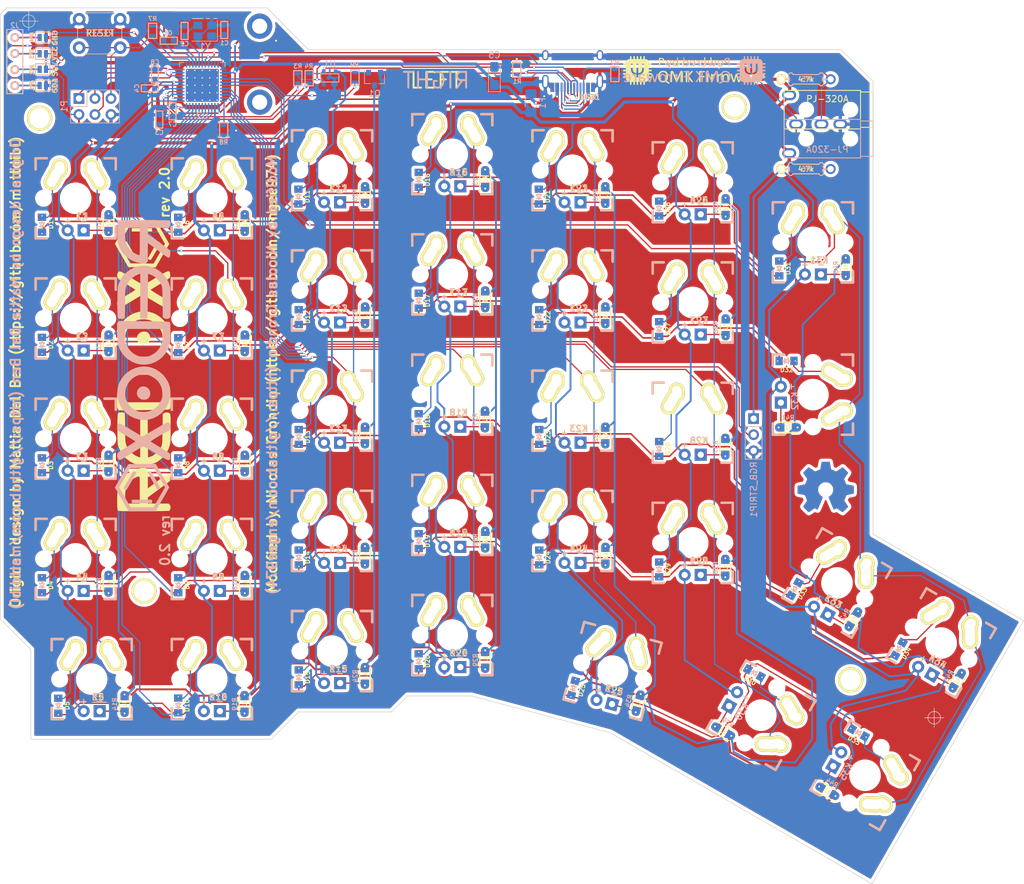
<source format=kicad_pcb>
(kicad_pcb (version 20171130) (host pcbnew "(5.1.5)-3")
  (title_block (title "Redox keyboard PCB") (date 2020-05-13) (rev "2.0 NG") (comment 1 "Modified by Nicolas Grondin") (comment 2 https://github.com/engee974/redox-keyboard) (comment 3 "designed by Mattia Dal Ben (aka u/TiaMaT102)") (comment 4 https://github.com/mattdibi/redox-keyboard))
  (layers (0 F.Cu signal) (31 B.Cu signal) (34 B.Paste user) (35 F.Paste user) (36 B.SilkS user) (37 F.SilkS user) (38 B.Mask user) (39 F.Mask user) (44 Edge.Cuts user))
  (net 0 "")
  (net 1 row0)
  (net 2 "Net-(D1-Pad2)")
  (net 3 "Net-(D2-Pad2)")
  (net 4 "Net-(D3-Pad2)")
  (net 5 "Net-(D4-Pad2)")
  (net 6 "Net-(D5-Pad2)")
  (net 7 "Net-(D6-Pad2)")
  (net 8 "Net-(D10-Pad2)")
  (net 9 row1)
  (net 10 "Net-(D11-Pad2)")
  (net 11 "Net-(D12-Pad2)")
  (net 12 "Net-(D13-Pad2)")
  (net 13 "Net-(D14-Pad2)")
  (net 14 "Net-(D15-Pad2)")
  (net 15 "Net-(D16-Pad2)")
  (net 16 "Net-(D20-Pad2)")
  (net 17 row2)
  (net 18 "Net-(D21-Pad2)")
  (net 19 "Net-(D22-Pad2)")
  (net 20 "Net-(D23-Pad2)")
  (net 21 "Net-(D24-Pad2)")
  (net 22 "Net-(D25-Pad2)")
  (net 23 "Net-(D26-Pad2)")
  (net 24 "Net-(D30-Pad2)")
  (net 25 row3)
  (net 26 "Net-(D31-Pad2)")
  (net 27 "Net-(D32-Pad2)")
  (net 28 "Net-(D33-Pad2)")
  (net 29 "Net-(D34-Pad2)")
  (net 30 "Net-(D35-Pad2)")
  (net 31 row4)
  (net 32 col0)
  (net 33 col1)
  (net 34 col2)
  (net 35 col3)
  (net 36 col4)
  (net 37 col5)
  (net 38 col6)
  (net 39 VCC)
  (net 40 SDA)
  (net 41 SCL)
  (net 42 rgb_data)
  (net 43 GND)
  (net 44 "Net-(Q1-Pad1)")
  (net 45 "Net-(R3-Pad2)")
  (net 46 "Net-(R4-Pad2)")
  (net 47 D+)
  (net 48 D-)
  (net 49 "Net-(R8-Pad2)")
  (net 50 "Net-(R9-Pad2)")
  (net 51 MISO)
  (net 52 SCK)
  (net 53 MOSI)
  (net 54 RST)
  (net 55 "Net-(D7-Pad2)")
  (net 56 "Net-(D8-Pad2)")
  (net 57 "Net-(D9-Pad2)")
  (net 58 "Net-(D17-Pad2)")
  (net 59 "Net-(D18-Pad2)")
  (net 60 "Net-(D19-Pad2)")
  (net 61 "Net-(D27-Pad2)")
  (net 62 "Net-(D28-Pad2)")
  (net 63 "Net-(D29-Pad2)")
  (net 64 "Net-(R1-Pad2)")
  (net 65 "Net-(R2-Pad2)")
  (net 66 "Net-(C3-Pad1)")
  (net 67 LEDGND)
  (net 68 "Net-(J2-Pad1)")
  (net 69 "Net-(J2-Pad2)")
  (net 70 "Net-(J2-Pad3)")
  (net 71 "Net-(J2-Pad4)")
  (net 72 XTAL1)
  (net 73 XTAL2)
  (net 74 "Net-(C4-Pad2)")
  (net 75 "Net-(K1-Pad4)")
  (net 76 "Net-(K2-Pad4)")
  (net 77 "Net-(K3-Pad4)")
  (net 78 "Net-(K4-Pad4)")
  (net 79 "Net-(K5-Pad4)")
  (net 80 "Net-(K6-Pad4)")
  (net 81 "Net-(K7-Pad4)")
  (net 82 "Net-(K8-Pad4)")
  (net 83 "Net-(K9-Pad4)")
  (net 84 "Net-(K10-Pad4)")
  (net 85 "Net-(K11-Pad4)")
  (net 86 "Net-(K12-Pad4)")
  (net 87 "Net-(K13-Pad4)")
  (net 88 "Net-(K14-Pad4)")
  (net 89 "Net-(K15-Pad4)")
  (net 90 "Net-(K16-Pad4)")
  (net 91 "Net-(K17-Pad4)")
  (net 92 "Net-(K18-Pad4)")
  (net 93 "Net-(K19-Pad4)")
  (net 94 "Net-(K20-Pad4)")
  (net 95 "Net-(K21-Pad4)")
  (net 96 "Net-(K22-Pad4)")
  (net 97 "Net-(K23-Pad4)")
  (net 98 "Net-(K24-Pad4)")
  (net 99 "Net-(K25-Pad4)")
  (net 100 "Net-(K26-Pad4)")
  (net 101 "Net-(K27-Pad4)")
  (net 102 "Net-(K28-Pad4)")
  (net 103 "Net-(K29-Pad4)")
  (net 104 "Net-(K30-Pad4)")
  (net 105 "Net-(K31-Pad4)")
  (net 106 "Net-(K32-Pad4)")
  (net 107 "Net-(K33-Pad4)")
  (net 108 "Net-(K34-Pad4)")
  (net 109 "Net-(K35-Pad4)")
  (net 110 "Net-(USB1-Pad3)")
  (net 111 "Net-(USB1-Pad9)")
  (net 112 VBUS)
  (module redox_footprints:SW_PUSH_6mm_h4.3mm (layer B.Cu) (at 92 42.8)
    (fp_text reference RST_SW1 hide)
    (fp_text value SW_PUSH)
    (fp_text user RESET (at 3.3 -2.3) (layer B.SilkS) (effects (justify mirror)))
    (fp_text user RESET (at 3.3 -2.3) (layer F.SilkS))
    (pad 2 thru_hole circle (at 0 -4.5 270) (size 2 2) (drill 1.1) (layers *.Cu *.Mask) (net 43 GND))
    (pad 1 thru_hole circle (at 0 0 270) (size 2 2) (drill 1.1) (layers *.Cu *.Mask) (net 54 RST))
    (pad 2 thru_hole circle (at 6.5 -4.5 270) (size 2 2) (drill 1.1) (layers *.Cu *.Mask) (net 43 GND))
    (pad 1 thru_hole circle (at 6.5 0 270) (size 2 2) (drill 1.1) (layers *.Cu *.Mask) (net 54 RST))
  )
  (module redox_footprints:Mx_Alps_150-dualsided_with_LED (layer F.Cu) (at 200.025 148.59 240)
    (fp_text reference K30 hide)
    (fp_text value KEYSW hide)
    (fp_text user %R (at 1 2.85 60) (layer B.SilkS) (effects (font (thickness 0.2)) (justify mirror)))
    (fp_text user + (at -1.27 3.5 60) (layer B.SilkS))
    (fp_text user + (at -1.27 3.5 60) (layer F.SilkS))
    (fp_text user - (at 1.27 3.5 60) (layer B.SilkS))
    (fp_text user - (at 1.27 3.5 60) (layer F.SilkS))
    (pad 3 thru_hole circle (at -1.27 5.08 240) (size 1.905 1.905) (drill 0.9906) (layers *.Cu *.Mask) (net 39 VCC))
    (pad 4 thru_hole rect (at 1.27 5.08 240) (size 1.905 1.905) (drill 0.9906) (layers *.Cu *.Mask) (net 104 "Net-(K30-Pad4)"))
    (pad 1 thru_hole oval (at -2.52 -4.79 243.9) (size 2.5 3.08) (drill oval 1.5 2.08) (layers *.Cu *.Mask F.SilkS) (net 24 "Net-(D30-Pad2)"))
    (pad 2 thru_hole oval (at 3.405 -3.27 269.05) (size 2.5 4.17) (drill oval 1.5 3.17) (layers *.Cu *.Mask F.SilkS) (net 37 col5))
    (pad HOLE np_thru_hole circle (at 0 0 240) (size 3.9878 3.9878) (drill 3.9878) (layers *.Cu))
    (pad HOLE np_thru_hole circle (at -5.08 0 240) (size 1.7018 1.7018) (drill 1.7018) (layers *.Cu))
    (pad HOLE np_thru_hole circle (at 5.08 0 240) (size 1.7018 1.7018) (drill 1.7018) (layers *.Cu))
    (pad 1 thru_hole oval (at -3.405 -3.27 210.95) (size 2.5 4.17) (drill oval 1.5 3.17) (layers *.Cu *.Mask F.SilkS) (net 24 "Net-(D30-Pad2)"))
    (pad 2 thru_hole oval (at 2.52 -4.79 236.1) (size 2.5 3.08) (drill oval 1.5 2.08) (layers *.Cu *.Mask F.SilkS) (net 37 col5))
  )
  (module redox_footprints:Mx_Alps_150-dualsided_with_LED (layer F.Cu) (at 208.28 97.79 270)
    (fp_text reference K32 hide)
    (fp_text value KEYSW hide)
    (fp_text user %R (at 1 2.85 90) (layer B.SilkS) (effects (font (thickness 0.2)) (justify mirror)))
    (fp_text user + (at -1.27 3.5 90) (layer B.SilkS))
    (fp_text user + (at -1.27 3.5 90) (layer F.SilkS))
    (fp_text user - (at 1.27 3.5 90) (layer B.SilkS))
    (fp_text user - (at 1.27 3.5 90) (layer F.SilkS))
    (pad 3 thru_hole circle (at -1.27 5.08 270) (size 1.905 1.905) (drill 0.9906) (layers *.Cu *.Mask) (net 39 VCC))
    (pad 4 thru_hole rect (at 1.27 5.08 270) (size 1.905 1.905) (drill 0.9906) (layers *.Cu *.Mask) (net 106 "Net-(K32-Pad4)"))
    (pad 1 thru_hole oval (at -2.52 -4.79 273.9) (size 2.5 3.08) (drill oval 1.5 2.08) (layers *.Cu *.Mask F.SilkS) (net 27 "Net-(D32-Pad2)"))
    (pad 2 thru_hole oval (at 3.405 -3.27 299.05) (size 2.5 4.17) (drill oval 1.5 3.17) (layers *.Cu *.Mask F.SilkS) (net 38 col6))
    (pad HOLE np_thru_hole circle (at 0 0 270) (size 3.9878 3.9878) (drill 3.9878) (layers *.Cu))
    (pad HOLE np_thru_hole circle (at -5.08 0 270) (size 1.7018 1.7018) (drill 1.7018) (layers *.Cu))
    (pad HOLE np_thru_hole circle (at 5.08 0 270) (size 1.7018 1.7018) (drill 1.7018) (layers *.Cu))
    (pad 1 thru_hole oval (at -3.405 -3.27 240.95) (size 2.5 4.17) (drill oval 1.5 3.17) (layers *.Cu *.Mask F.SilkS) (net 27 "Net-(D32-Pad2)"))
    (pad 2 thru_hole oval (at 2.52 -4.79 266.1) (size 2.5 3.08) (drill oval 1.5 2.08) (layers *.Cu *.Mask F.SilkS) (net 38 col6))
  )
  (module redox_footprints:Mx_Alps_150-dualsided_with_LED (layer F.Cu) (at 216.535 158.115 240)
    (fp_text reference K35 hide)
    (fp_text value KEYSW hide)
    (fp_text user %R (at 1 2.85 60) (layer B.SilkS) (effects (font (thickness 0.2)) (justify mirror)))
    (fp_text user + (at -1.27 3.5 60) (layer B.SilkS))
    (fp_text user + (at -1.27 3.5 60) (layer F.SilkS))
    (fp_text user - (at 1.27 3.5 60) (layer B.SilkS))
    (fp_text user - (at 1.27 3.5 60) (layer F.SilkS))
    (pad 3 thru_hole circle (at -1.27 5.08 240) (size 1.905 1.905) (drill 0.9906) (layers *.Cu *.Mask) (net 39 VCC))
    (pad 4 thru_hole rect (at 1.27 5.08 240) (size 1.905 1.905) (drill 0.9906) (layers *.Cu *.Mask) (net 109 "Net-(K35-Pad4)"))
    (pad 1 thru_hole oval (at -2.52 -4.79 243.9) (size 2.5 3.08) (drill oval 1.5 2.08) (layers *.Cu *.Mask F.SilkS) (net 30 "Net-(D35-Pad2)"))
    (pad 2 thru_hole oval (at 3.405 -3.27 269.05) (size 2.5 4.17) (drill oval 1.5 3.17) (layers *.Cu *.Mask F.SilkS) (net 38 col6))
    (pad HOLE np_thru_hole circle (at 0 0 240) (size 3.9878 3.9878) (drill 3.9878) (layers *.Cu))
    (pad HOLE np_thru_hole circle (at -5.08 0 240) (size 1.7018 1.7018) (drill 1.7018) (layers *.Cu))
    (pad HOLE np_thru_hole circle (at 5.08 0 240) (size 1.7018 1.7018) (drill 1.7018) (layers *.Cu))
    (pad 1 thru_hole oval (at -3.405 -3.27 210.95) (size 2.5 4.17) (drill oval 1.5 3.17) (layers *.Cu *.Mask F.SilkS) (net 30 "Net-(D35-Pad2)"))
    (pad 2 thru_hole oval (at 2.52 -4.79 236.1) (size 2.5 3.08) (drill oval 1.5 2.08) (layers *.Cu *.Mask F.SilkS) (net 38 col6))
  )
  (module redox_footprints:Mx_Alps_125-dualside_with_LED (layer F.Cu) (at 91.44 66.675)
    (fp_text reference K1 (at 1 2.85) (layer F.SilkS) (effects (font (thickness 0.2))))
    (fp_text value KEYSW hide)
    (fp_text user %R (at 1 2.85) (layer B.SilkS) (effects (font (thickness 0.2)) (justify mirror)))
    (fp_text user - (at 1.27 3.5) (layer B.SilkS))
    (fp_text user + (at -1.27 3.5) (layer B.SilkS))
    (fp_text user - (at 1.27 3.5) (layer F.SilkS))
    (fp_text user + (at -1.27 3.5) (layer F.SilkS))
    (pad 4 thru_hole rect (at 1.27 5.08) (size 1.905 1.905) (drill 0.9906) (layers *.Cu *.Mask) (net 75 "Net-(K1-Pad4)"))
    (pad 3 thru_hole circle (at -1.27 5.08) (size 1.905 1.905) (drill 0.9906) (layers *.Cu *.Mask) (net 39 VCC))
    (pad 2 thru_hole oval (at 2.52 -4.79 356.1) (size 2.5 3.08) (drill oval 1.5 2.08) (layers *.Cu *.Mask F.SilkS) (net 32 col0))
    (pad 1 thru_hole oval (at -3.405 -3.27 330.95) (size 2.5 4.17) (drill oval 1.5 3.17) (layers *.Cu *.Mask F.SilkS) (net 2 "Net-(D1-Pad2)"))
    (pad HOLE np_thru_hole circle (at 5.08 0) (size 1.7018 1.7018) (drill 1.7018) (layers *.Cu))
    (pad HOLE np_thru_hole circle (at -5.08 0) (size 1.7018 1.7018) (drill 1.7018) (layers *.Cu))
    (pad HOLE np_thru_hole circle (at 0 0) (size 3.9878 3.9878) (drill 3.9878) (layers *.Cu))
    (pad 2 thru_hole oval (at 3.405 -3.27 29.05) (size 2.5 4.17) (drill oval 1.5 3.17) (layers *.Cu *.Mask F.SilkS) (net 32 col0))
    (pad 1 thru_hole oval (at -2.52 -4.79 3.9) (size 2.5 3.08) (drill oval 1.5 2.08) (layers *.Cu *.Mask F.SilkS) (net 2 "Net-(D1-Pad2)"))
  )
  (module redox_footprints:Mx_Alps_125-dualside_with_LED (layer F.Cu) (at 91.44 85.725)
    (fp_text reference K2 (at 1 2.85) (layer F.SilkS) (effects (font (thickness 0.2))))
    (fp_text value KEYSW hide)
    (fp_text user %R (at 1 2.85) (layer B.SilkS) (effects (font (thickness 0.2)) (justify mirror)))
    (fp_text user - (at 1.27 3.5) (layer B.SilkS))
    (fp_text user + (at -1.27 3.5) (layer B.SilkS))
    (fp_text user - (at 1.27 3.5) (layer F.SilkS))
    (fp_text user + (at -1.27 3.5) (layer F.SilkS))
    (pad 4 thru_hole rect (at 1.27 5.08) (size 1.905 1.905) (drill 0.9906) (layers *.Cu *.Mask) (net 76 "Net-(K2-Pad4)"))
    (pad 3 thru_hole circle (at -1.27 5.08) (size 1.905 1.905) (drill 0.9906) (layers *.Cu *.Mask) (net 39 VCC))
    (pad 2 thru_hole oval (at 2.52 -4.79 356.1) (size 2.5 3.08) (drill oval 1.5 2.08) (layers *.Cu *.Mask F.SilkS) (net 32 col0))
    (pad 1 thru_hole oval (at -3.405 -3.27 330.95) (size 2.5 4.17) (drill oval 1.5 3.17) (layers *.Cu *.Mask F.SilkS) (net 3 "Net-(D2-Pad2)"))
    (pad HOLE np_thru_hole circle (at 5.08 0) (size 1.7018 1.7018) (drill 1.7018) (layers *.Cu))
    (pad HOLE np_thru_hole circle (at -5.08 0) (size 1.7018 1.7018) (drill 1.7018) (layers *.Cu))
    (pad HOLE np_thru_hole circle (at 0 0) (size 3.9878 3.9878) (drill 3.9878) (layers *.Cu))
    (pad 2 thru_hole oval (at 3.405 -3.27 29.05) (size 2.5 4.17) (drill oval 1.5 3.17) (layers *.Cu *.Mask F.SilkS) (net 32 col0))
    (pad 1 thru_hole oval (at -2.52 -4.79 3.9) (size 2.5 3.08) (drill oval 1.5 2.08) (layers *.Cu *.Mask F.SilkS) (net 3 "Net-(D2-Pad2)"))
  )
  (module redox_footprints:Mx_Alps_125-dualside_with_LED (layer F.Cu) (at 91.44 104.775)
    (fp_text reference K3 (at 1 2.85) (layer F.SilkS) (effects (font (thickness 0.2))))
    (fp_text value KEYSW hide)
    (fp_text user %R (at 1 2.85) (layer B.SilkS) (effects (font (thickness 0.2)) (justify mirror)))
    (fp_text user - (at 1.27 3.5) (layer B.SilkS))
    (fp_text user + (at -1.27 3.5) (layer B.SilkS))
    (fp_text user - (at 1.27 3.5) (layer F.SilkS))
    (fp_text user + (at -1.27 3.5) (layer F.SilkS))
    (pad 4 thru_hole rect (at 1.27 5.08) (size 1.905 1.905) (drill 0.9906) (layers *.Cu *.Mask) (net 77 "Net-(K3-Pad4)"))
    (pad 3 thru_hole circle (at -1.27 5.08) (size 1.905 1.905) (drill 0.9906) (layers *.Cu *.Mask) (net 39 VCC))
    (pad 2 thru_hole oval (at 2.52 -4.79 356.1) (size 2.5 3.08) (drill oval 1.5 2.08) (layers *.Cu *.Mask F.SilkS) (net 32 col0))
    (pad 1 thru_hole oval (at -3.405 -3.27 330.95) (size 2.5 4.17) (drill oval 1.5 3.17) (layers *.Cu *.Mask F.SilkS) (net 4 "Net-(D3-Pad2)"))
    (pad HOLE np_thru_hole circle (at 5.08 0) (size 1.7018 1.7018) (drill 1.7018) (layers *.Cu))
    (pad HOLE np_thru_hole circle (at -5.08 0) (size 1.7018 1.7018) (drill 1.7018) (layers *.Cu))
    (pad HOLE np_thru_hole circle (at 0 0) (size 3.9878 3.9878) (drill 3.9878) (layers *.Cu))
    (pad 2 thru_hole oval (at 3.405 -3.27 29.05) (size 2.5 4.17) (drill oval 1.5 3.17) (layers *.Cu *.Mask F.SilkS) (net 32 col0))
    (pad 1 thru_hole oval (at -2.52 -4.79 3.9) (size 2.5 3.08) (drill oval 1.5 2.08) (layers *.Cu *.Mask F.SilkS) (net 4 "Net-(D3-Pad2)"))
  )
  (module redox_footprints:Mx_Alps_125-dualside_with_LED (layer F.Cu) (at 91.44 123.825)
    (fp_text reference K4 (at 1 2.85) (layer F.SilkS) (effects (font (thickness 0.2))))
    (fp_text value KEYSW hide)
    (fp_text user %R (at 1 2.85) (layer B.SilkS) (effects (font (thickness 0.2)) (justify mirror)))
    (fp_text user - (at 1.27 3.5) (layer B.SilkS))
    (fp_text user + (at -1.27 3.5) (layer B.SilkS))
    (fp_text user - (at 1.27 3.5) (layer F.SilkS))
    (fp_text user + (at -1.27 3.5) (layer F.SilkS))
    (pad 4 thru_hole rect (at 1.27 5.08) (size 1.905 1.905) (drill 0.9906) (layers *.Cu *.Mask) (net 78 "Net-(K4-Pad4)"))
    (pad 3 thru_hole circle (at -1.27 5.08) (size 1.905 1.905) (drill 0.9906) (layers *.Cu *.Mask) (net 39 VCC))
    (pad 2 thru_hole oval (at 2.52 -4.79 356.1) (size 2.5 3.08) (drill oval 1.5 2.08) (layers *.Cu *.Mask F.SilkS) (net 32 col0))
    (pad 1 thru_hole oval (at -3.405 -3.27 330.95) (size 2.5 4.17) (drill oval 1.5 3.17) (layers *.Cu *.Mask F.SilkS) (net 5 "Net-(D4-Pad2)"))
    (pad HOLE np_thru_hole circle (at 5.08 0) (size 1.7018 1.7018) (drill 1.7018) (layers *.Cu))
    (pad HOLE np_thru_hole circle (at -5.08 0) (size 1.7018 1.7018) (drill 1.7018) (layers *.Cu))
    (pad HOLE np_thru_hole circle (at 0 0) (size 3.9878 3.9878) (drill 3.9878) (layers *.Cu))
    (pad 2 thru_hole oval (at 3.405 -3.27 29.05) (size 2.5 4.17) (drill oval 1.5 3.17) (layers *.Cu *.Mask F.SilkS) (net 32 col0))
    (pad 1 thru_hole oval (at -2.52 -4.79 3.9) (size 2.5 3.08) (drill oval 1.5 2.08) (layers *.Cu *.Mask F.SilkS) (net 5 "Net-(D4-Pad2)"))
  )
  (module redox_footprints:Mx_Alps_125-dualside_with_LED (layer F.Cu) (at 176.53 141.605 345)
    (fp_text reference K25 (at 1.000001 2.85 165) (layer F.SilkS) (effects (font (thickness 0.2))))
    (fp_text value KEYSW hide)
    (fp_text user %R (at 1.000001 2.85 165) (layer B.SilkS) (effects (font (thickness 0.2)) (justify mirror)))
    (fp_text user - (at 1.27 3.5 165) (layer B.SilkS))
    (fp_text user + (at -1.27 3.5 165) (layer B.SilkS))
    (fp_text user - (at 1.27 3.5 165) (layer F.SilkS))
    (fp_text user + (at -1.27 3.5 165) (layer F.SilkS))
    (pad 4 thru_hole rect (at 1.27 5.08 345) (size 1.905 1.905) (drill 0.9906) (layers *.Cu *.Mask) (net 99 "Net-(K25-Pad4)"))
    (pad 3 thru_hole circle (at -1.27 5.08 345) (size 1.905 1.905) (drill 0.9906) (layers *.Cu *.Mask) (net 39 VCC))
    (pad 2 thru_hole oval (at 2.52 -4.79 341.1) (size 2.5 3.08) (drill oval 1.5 2.08) (layers *.Cu *.Mask F.SilkS) (net 36 col4))
    (pad 1 thru_hole oval (at -3.405 -3.27 315.95) (size 2.5 4.17) (drill oval 1.5 3.17) (layers *.Cu *.Mask F.SilkS) (net 22 "Net-(D25-Pad2)"))
    (pad HOLE np_thru_hole circle (at 5.08 0 345) (size 1.7018 1.7018) (drill 1.7018) (layers *.Cu))
    (pad HOLE np_thru_hole circle (at -5.08 0 345) (size 1.7018 1.7018) (drill 1.7018) (layers *.Cu))
    (pad HOLE np_thru_hole circle (at 0 0 345) (size 3.9878 3.9878) (drill 3.9878) (layers *.Cu))
    (pad 2 thru_hole oval (at 3.405 -3.27 14.05) (size 2.5 4.17) (drill oval 1.5 3.17) (layers *.Cu *.Mask F.SilkS) (net 36 col4))
    (pad 1 thru_hole oval (at -2.52 -4.79 348.9) (size 2.5 3.08) (drill oval 1.5 2.08) (layers *.Cu *.Mask F.SilkS) (net 22 "Net-(D25-Pad2)"))
  )
  (module redox_footprints:OLED_4Pin (layer B.Cu) (at 81.8 41.2 270)
    (fp_text reference J2 (at -1.915 0.012 180) (layer B.SilkS) (effects (font (size 0.8128 0.8128)) (justify mirror)))
    (fp_text value OLED-SSD1306 hide)
    (pad 1 thru_hole circle (at 0 0 270) (size 1.397 1.397) (drill 0.8128) (layers *.Cu *.Mask B.SilkS) (net 68 "Net-(J2-Pad1)"))
    (pad 2 thru_hole circle (at 2.54 0 270) (size 1.397 1.397) (drill 0.8128) (layers *.Cu *.Mask B.SilkS) (net 69 "Net-(J2-Pad2)"))
    (pad 3 thru_hole circle (at 5.08 0 270) (size 1.397 1.397) (drill 0.8128) (layers *.Cu *.Mask B.SilkS) (net 70 "Net-(J2-Pad3)"))
    (pad 4 thru_hole circle (at 7.62 0 270) (size 1.397 1.397) (drill 0.8128) (layers *.Cu *.Mask B.SilkS) (net 71 "Net-(J2-Pad4)"))
  )
  (module redox_footprints:OSHW-Symbol_8.9x8mm_Copper (layer B.Cu) (at 210.3 112.45 180)
    (fp_text reference REF** hide)
    (fp_text value OSHW-Symbol_8.9x8mm_Copper hide)
    (fp_poly (pts (xy 0.746536 3.399573) (xy 0.859118 2.802382) (xy 1.274531 2.631135) (xy 1.689945 2.459888) (xy 2.188302 2.798767) (xy 2.327869 2.893123) (xy 2.454029 2.97737) (xy 2.560896 3.047662) (xy 2.642583 3.100153) (xy 2.693202 3.130996) (xy 2.706987 3.137647) (xy 2.731821 3.120542) (xy 2.784889 3.073256) (xy 2.860241 3.001828) (xy 2.95193 2.9123) (xy 3.054008 2.810711) (xy 3.160527 2.703102) (xy 3.265537 2.595513) (xy 3.363092 2.493985) (xy 3.447243 2.404559) (xy 3.512041 2.333274) (xy 3.551538 2.286172) (xy 3.560981 2.270408) (xy 3.547392 2.241347) (xy 3.509294 2.177679) (xy 3.450694 2.085633) (xy 3.375598 1.971436) (xy 3.288009 1.841316) (xy 3.237255 1.767099) (xy 3.144746 1.631578) (xy 3.062541 1.509284) (xy 2.994631 1.406305) (xy 2.945001 1.328727) (xy 2.917641 1.282639) (xy 2.91353 1.272953) (xy 2.92285 1.245426) (xy 2.948255 1.181272) (xy 2.985912 1.08951) (xy 3.031987 0.979161) (xy 3.082647 0.859245) (xy 3.13406 0.738781) (xy 3.18239 0.626791) (xy 3.223807 0.532293) (xy 3.254475 0.464308) (xy 3.270562 0.431857) (xy 3.271512 0.43058) (xy 3.296773 0.424383) (xy 3.364046 0.41056) (xy 3.466361 0.390468) (xy 3.596742 0.365466) (xy 3.748217 0.336914) (xy 3.836594 0.320449) (xy 3.998453 0.289631) (xy 4.14465 0.260306) (xy 4.267788 0.234079) (xy 4.36047 0.212554) (xy 4.415302 0.197335) (xy 4.426324 0.192507) (xy 4.437119 0.159826) (xy 4.44583 0.086015) (xy 4.452461 -0.020292) (xy 4.457019 -0.150467) (xy 4.45951 -0.295876) (xy 4.459939 -0.44789) (xy 4.458312 -0.597877) (xy 4.454636 -0.737206) (xy 4.448916 -0.857245) (xy 4.441158 -0.949365) (xy 4.431369 -1.004932) (xy 4.425497 -1.0165) (xy 4.3904 -1.030365) (xy 4.316029 -1.050188) (xy 4.212224 -1.073639) (xy 4.08882 -1.098391) (xy 4.045742 -1.106398) (xy 3.838048 -1.144441) (xy 3.673985 -1.175079) (xy 3.548131 -1.199529) (xy 3.455066 -1.219009) (xy 3.389368 -1.234736) (xy 3.345618 -1.247928) (xy 3.318393 -1.259804) (xy 3.302273 -1.27158) (xy 3.300018 -1.273908) (xy 3.277504 -1.3114) (xy 3.243159 -1.384365) (xy 3.200412 -1.483867) (xy 3.152693 -1.600973) (xy 3.103431 -1.726748) (xy 3.056056 -1.852257) (xy 3.013996 -1.968565) (xy 2.980681 -2.066739) (xy 2.959542 -2.137843) (xy 2.954006 -2.172942) (xy 2.954467 -2.174172) (xy 2.973224 -2.202861) (xy 3.015777 -2.265985) (xy 3.077654 -2.356973) (xy 3.154383 -2.469255) (xy 3.241492 -2.59626) (xy 3.266299 -2.632353) (xy 3.354753 -2.763203) (xy 3.432589 -2.882591) (xy 3.495567 -2.983662) (xy 3.539446 -3.059559) (xy 3.559986 -3.103427) (xy 3.560981 -3.108817) (xy 3.543723 -3.137144) (xy 3.496036 -3.193261) (xy 3.424051 -3.271137) (xy 3.333898 -3.36474) (xy 3.231706 -3.468041) (xy 3.123606 -3.575006) (xy 3.015729 -3.679606) (xy 2.914205 -3.775809) (xy 2.825163 -3.857584) (xy 2.754734 -3.9189) (xy 2.709048 -3.953726) (xy 2.69641 -3.959412) (xy 2.666992 -3.94602) (xy 2.606762 -3.909899) (xy 2.52553 -3.857136) (xy 2.463031 -3.814667) (xy 2.349786 -3.73674) (xy 2.215675 -3.644984) (xy 2.081156 -3.553375) (xy 2.008834 -3.504346) (xy 1.764039 -3.33877) (xy 1.558551 -3.449875) (xy 1.464937 -3.498548) (xy 1.385331 -3.536381) (xy 1.331468 -3.557958) (xy 1.317758 -3.560961) (xy 1.301271 -3.538793) (xy 1.268746 -3.476149) (xy 1.222609 -3.378809) (xy 1.165291 -3.252549) (xy 1.099217 -3.10315) (xy 1.026816 -2.936388) (xy 0.950517 -2.758042) (xy 0.872747 -2.573891) (xy 0.795935 -2.389712) (xy 0.722507 -2.211285) (xy 0.654893 -2.044387) (xy 0.595521 -1.894797) (xy 0.546817 -1.768293) (xy 0.511211 -1.670654) (xy 0.491131 -1.607657) (xy 0.487901 -1.586021) (xy 0.513497 -1.558424) (xy 0.569539 -1.513625) (xy 0.644312 -1.460934) (xy 0.650588 -1.456765) (xy 0.843846 -1.302069) (xy 0.999675 -1.121591) (xy 1.116725 -0.921102) (xy 1.193646 -0.706374) (xy 1.229087 -0.483177) (xy 1.221698 -0.257281) (xy 1.170128 -0.034459) (xy 1.073027 0.179521) (xy 1.044459 0.226336) (xy 0.895869 0.415382) (xy 0.720328 0.567188) (xy 0.523911 0.680966) (xy 0.312694 0.755925) (xy 0.092754 0.791278) (xy -0.129836 0.786233) (xy -0.348998 0.740001) (xy -0.558657 0.651794) (xy -0.752738 0.520821) (xy -0.812773 0.467663) (xy -0.965564 0.301261) (xy -1.076902 0.126088) (xy -1.153276 -0.070266) (xy -1.195812 -0.264717) (xy -1.206313 -0.483342) (xy -1.171299 -0.703052) (xy -1.094326 -0.91642) (xy -0.978952 -1.116022) (xy -0.828734 -1.294429) (xy -0.647226 -1.444217) (xy -0.623372 -1.460006) (xy -0.547798 -1.511712) (xy -0.490348 -1.556512) (xy -0.462882 -1.585117) (xy -0.462482 -1.586021) (xy -0.468379 -1.616964) (xy -0.491754 -1.687191) (xy -0.530178 -1.790925) (xy -0.581222 -1.92239) (xy -0.642457 -2.075807) (xy -0.711455 -2.245401) (xy -0.785786 -2.425393) (xy -0.863021 -2.610008) (xy -0.940731 -2.793468) (xy -1.016488 -2.969996) (xy -1.087862 -3.133814) (xy -1.152425 -3.279147) (xy -1.207747 -3.400217) (xy -1.251399 -3.491247) (xy -1.280953 -3.54646) (xy -1.292855 -3.560961) (xy -1.329222 -3.549669) (xy -1.397269 -3.519385) (xy -1.485263 -3.47552) (xy -1.533649 -3.449875) (xy -1.739136 -3.33877) (xy -1.983931 -3.504346) (xy -2.108893 -3.58917) (xy -2.245704 -3.682516) (xy -2.373911 -3.770408) (xy -2.438128 -3.814667) (xy -2.528448 -3.875318) (xy -2.604928 -3.923381) (xy -2.657592 -3.95277) (xy -2.674697 -3.958982) (xy -2.699594 -3.942223) (xy -2.754694 -3.895436) (xy -2.834656 -3.82348) (xy -2.934139 -3.731212) (xy -3.047799 -3.62349) (xy -3.119684 -3.554326) (xy -3.245448 -3.430757) (xy -3.354136 -3.320234) (xy -3.441354 -3.227485) (xy -3.50271 -3.157237) (xy -3.533808 -3.11422) (xy -3.536791 -3.10549) (xy -3.522946 -3.072284) (xy -3.484687 -3.005142) (xy -3.426258 -2.910863) (xy -3.351902 -2.796245) (xy -3.265864 -2.668083) (xy -3.241397 -2.632353) (xy -3.152245 -2.502489) (xy -3.072261 -2.385569) (xy -3.005919 -2.288162) (xy -2.957688 -2.216839) (xy -2.932042 -2.17817) (xy -2.929564 -2.174172) (xy -2.93327 -2.143355) (xy -2.952938 -2.075599) (xy -2.985139 -1.979839) (xy -3.026444 -1.865009) (xy -3.073424 -1.740044) (xy -3.12265 -1.613879) (xy -3.170691 -1.495448) (xy -3.214118 -1.393685) (xy -3.249503 -1.317526) (xy -3.273415 -1.275904) (xy -3.275115 -1.273908) (xy -3.289737 -1.262013) (xy -3.314434 -1.25025) (xy -3.354627 -1.237401) (xy -3.415736 -1.222249) (xy -3.503182 -1.203576) (xy -3.622387 -1.180165) (xy -3.778772 -1.150797) (xy -3.977756 -1.114255) (xy -4.020839 -1.106398) (xy -4.148529 -1.081727) (xy -4.259846 -1.057593) (xy -4.344954 -1.036324) (xy -4.394016 -1.020248) (xy -4.400594 -1.0165) (xy -4.411435 -0.983273) (xy -4.420246 -0.909021) (xy -4.427023 -0.802376) (xy -4.431759 -0.671967) (xy -4.434449 -0.526427) (xy -4.435086 -0.374386) (xy -4.433665 -0.224476) (xy -4.430179 -0.085328) (xy -4.424623 0.034428) (xy -4.416991 0.126159) (xy -4.407277 0.181234) (xy -4.401421 0.192507) (xy -4.368819 0.203877) (xy -4.294581 0.222376) (xy -4.186103 0.246398) (xy -4.050782 0.274338) (xy -3.896014 0.304592) (xy -3.811692 0.320449) (xy -3.651703 0.350356) (xy -3.509032 0.37745) (xy -3.390651 0.400369) (xy -3.303534 0.417757) (xy -3.254654 0.428253) (xy -3.246609 0.43058) (xy -3.233012 0.456814) (xy -3.20427 0.520005) (xy -3.164214 0.611123) (xy -3.116675 0.721143) (xy -3.065484 0.841035) (xy -3.014473 0.961773) (xy -2.967473 1.074329) (xy -2.928315 1.169674) (xy -2.90083 1.238783) (xy -2.88885 1.272626) (xy -2.888627 1.274105) (xy -2.902208 1.300803) (xy -2.940284 1.36224) (xy -2.998852 1.452311) (xy -3.073911 1.56491) (xy -3.161459 1.69393) (xy -3.212352 1.768039) (xy -3.30509 1.903923) (xy -3.387458 2.027291) (xy -3.455438 2.131903) (xy -3.505011 2.211517) (xy -3.532157 2.259893) (xy -3.536078 2.270738) (xy -3.519224 2.29598) (xy -3.472631 2.349876) (xy -3.402251 2.426387) (xy -3.314034 2.519477) (xy -3.213934 2.623105) (xy -3.107901 2.731236) (xy -3.001888 2.83783) (xy -2.901847 2.93685) (xy -2.813729 3.022258) (xy -2.743486 3.088015) (xy -2.697071 3.128084) (xy -2.681543 3.137647) (xy -2.65626 3.1242) (xy -2.595788 3.086425) (xy -2.506007 3.028165) (xy -2.392796 2.953266) (xy -2.262036 2.865575) (xy -2.1634 2.798767) (xy -1.665042 2.459888) (xy -1.249629 2.631135) (xy -0.834215 2.802382) (xy -0.721633 3.399573) (xy -0.60905 3.996765) (xy 0.633953 3.996765) (xy 0.746536 3.399573)) (layer B.Cu) (width 0.01))
  )
  (module redox_footprints:OSHW-Symbol_8.9x8mm_Copper (layer F.Cu) (at 210.3 112.45)
    (fp_text reference REF** hide)
    (fp_text value OSHW-Symbol_8.9x8mm_Copper hide)
    (fp_poly (pts (xy 0.746536 -3.399573) (xy 0.859118 -2.802382) (xy 1.274531 -2.631135) (xy 1.689945 -2.459888) (xy 2.188302 -2.798767) (xy 2.327869 -2.893123) (xy 2.454029 -2.97737) (xy 2.560896 -3.047662) (xy 2.642583 -3.100153) (xy 2.693202 -3.130996) (xy 2.706987 -3.137647) (xy 2.731821 -3.120542) (xy 2.784889 -3.073256) (xy 2.860241 -3.001828) (xy 2.95193 -2.9123) (xy 3.054008 -2.810711) (xy 3.160527 -2.703102) (xy 3.265537 -2.595513) (xy 3.363092 -2.493985) (xy 3.447243 -2.404559) (xy 3.512041 -2.333274) (xy 3.551538 -2.286172) (xy 3.560981 -2.270408) (xy 3.547392 -2.241347) (xy 3.509294 -2.177679) (xy 3.450694 -2.085633) (xy 3.375598 -1.971436) (xy 3.288009 -1.841316) (xy 3.237255 -1.767099) (xy 3.144746 -1.631578) (xy 3.062541 -1.509284) (xy 2.994631 -1.406305) (xy 2.945001 -1.328727) (xy 2.917641 -1.282639) (xy 2.91353 -1.272953) (xy 2.92285 -1.245426) (xy 2.948255 -1.181272) (xy 2.985912 -1.08951) (xy 3.031987 -0.979161) (xy 3.082647 -0.859245) (xy 3.13406 -0.738781) (xy 3.18239 -0.626791) (xy 3.223807 -0.532293) (xy 3.254475 -0.464308) (xy 3.270562 -0.431857) (xy 3.271512 -0.43058) (xy 3.296773 -0.424383) (xy 3.364046 -0.41056) (xy 3.466361 -0.390468) (xy 3.596742 -0.365466) (xy 3.748217 -0.336914) (xy 3.836594 -0.320449) (xy 3.998453 -0.289631) (xy 4.14465 -0.260306) (xy 4.267788 -0.234079) (xy 4.36047 -0.212554) (xy 4.415302 -0.197335) (xy 4.426324 -0.192507) (xy 4.437119 -0.159826) (xy 4.44583 -0.086015) (xy 4.452461 0.020292) (xy 4.457019 0.150467) (xy 4.45951 0.295876) (xy 4.459939 0.44789) (xy 4.458312 0.597877) (xy 4.454636 0.737206) (xy 4.448916 0.857245) (xy 4.441158 0.949365) (xy 4.431369 1.004932) (xy 4.425497 1.0165) (xy 4.3904 1.030365) (xy 4.316029 1.050188) (xy 4.212224 1.073639) (xy 4.08882 1.098391) (xy 4.045742 1.106398) (xy 3.838048 1.144441) (xy 3.673985 1.175079) (xy 3.548131 1.199529) (xy 3.455066 1.219009) (xy 3.389368 1.234736) (xy 3.345618 1.247928) (xy 3.318393 1.259804) (xy 3.302273 1.27158) (xy 3.300018 1.273908) (xy 3.277504 1.3114) (xy 3.243159 1.384365) (xy 3.200412 1.483867) (xy 3.152693 1.600973) (xy 3.103431 1.726748) (xy 3.056056 1.852257) (xy 3.013996 1.968565) (xy 2.980681 2.066739) (xy 2.959542 2.137843) (xy 2.954006 2.172942) (xy 2.954467 2.174172) (xy 2.973224 2.202861) (xy 3.015777 2.265985) (xy 3.077654 2.356973) (xy 3.154383 2.469255) (xy 3.241492 2.59626) (xy 3.266299 2.632353) (xy 3.354753 2.763203) (xy 3.432589 2.882591) (xy 3.495567 2.983662) (xy 3.539446 3.059559) (xy 3.559986 3.103427) (xy 3.560981 3.108817) (xy 3.543723 3.137144) (xy 3.496036 3.193261) (xy 3.424051 3.271137) (xy 3.333898 3.36474) (xy 3.231706 3.468041) (xy 3.123606 3.575006) (xy 3.015729 3.679606) (xy 2.914205 3.775809) (xy 2.825163 3.857584) (xy 2.754734 3.9189) (xy 2.709048 3.953726) (xy 2.69641 3.959412) (xy 2.666992 3.94602) (xy 2.606762 3.909899) (xy 2.52553 3.857136) (xy 2.463031 3.814667) (xy 2.349786 3.73674) (xy 2.215675 3.644984) (xy 2.081156 3.553375) (xy 2.008834 3.504346) (xy 1.764039 3.33877) (xy 1.558551 3.449875) (xy 1.464937 3.498548) (xy 1.385331 3.536381) (xy 1.331468 3.557958) (xy 1.317758 3.560961) (xy 1.301271 3.538793) (xy 1.268746 3.476149) (xy 1.222609 3.378809) (xy 1.165291 3.252549) (xy 1.099217 3.10315) (xy 1.026816 2.936388) (xy 0.950517 2.758042) (xy 0.872747 2.573891) (xy 0.795935 2.389712) (xy 0.722507 2.211285) (xy 0.654893 2.044387) (xy 0.595521 1.894797) (xy 0.546817 1.768293) (xy 0.511211 1.670654) (xy 0.491131 1.607657) (xy 0.487901 1.586021) (xy 0.513497 1.558424) (xy 0.569539 1.513625) (xy 0.644312 1.460934) (xy 0.650588 1.456765) (xy 0.843846 1.302069) (xy 0.999675 1.121591) (xy 1.116725 0.921102) (xy 1.193646 0.706374) (xy 1.229087 0.483177) (xy 1.221698 0.257281) (xy 1.170128 0.034459) (xy 1.073027 -0.179521) (xy 1.044459 -0.226336) (xy 0.895869 -0.415382) (xy 0.720328 -0.567188) (xy 0.523911 -0.680966) (xy 0.312694 -0.755925) (xy 0.092754 -0.791278) (xy -0.129836 -0.786233) (xy -0.348998 -0.740001) (xy -0.558657 -0.651794) (xy -0.752738 -0.520821) (xy -0.812773 -0.467663) (xy -0.965564 -0.301261) (xy -1.076902 -0.126088) (xy -1.153276 0.070266) (xy -1.195812 0.264717) (xy -1.206313 0.483342) (xy -1.171299 0.703052) (xy -1.094326 0.91642) (xy -0.978952 1.116022) (xy -0.828734 1.294429) (xy -0.647226 1.444217) (xy -0.623372 1.460006) (xy -0.547798 1.511712) (xy -0.490348 1.556512) (xy -0.462882 1.585117) (xy -0.462482 1.586021) (xy -0.468379 1.616964) (xy -0.491754 1.687191) (xy -0.530178 1.790925) (xy -0.581222 1.92239) (xy -0.642457 2.075807) (xy -0.711455 2.245401) (xy -0.785786 2.425393) (xy -0.863021 2.610008) (xy -0.940731 2.793468) (xy -1.016488 2.969996) (xy -1.087862 3.133814) (xy -1.152425 3.279147) (xy -1.207747 3.400217) (xy -1.251399 3.491247) (xy -1.280953 3.54646) (xy -1.292855 3.560961) (xy -1.329222 3.549669) (xy -1.397269 3.519385) (xy -1.485263 3.47552) (xy -1.533649 3.449875) (xy -1.739136 3.33877) (xy -1.983931 3.504346) (xy -2.108893 3.58917) (xy -2.245704 3.682516) (xy -2.373911 3.770408) (xy -2.438128 3.814667) (xy -2.528448 3.875318) (xy -2.604928 3.923381) (xy -2.657592 3.95277) (xy -2.674697 3.958982) (xy -2.699594 3.942223) (xy -2.754694 3.895436) (xy -2.834656 3.82348) (xy -2.934139 3.731212) (xy -3.047799 3.62349) (xy -3.119684 3.554326) (xy -3.245448 3.430757) (xy -3.354136 3.320234) (xy -3.441354 3.227485) (xy -3.50271 3.157237) (xy -3.533808 3.11422) (xy -3.536791 3.10549) (xy -3.522946 3.072284) (xy -3.484687 3.005142) (xy -3.426258 2.910863) (xy -3.351902 2.796245) (xy -3.265864 2.668083) (xy -3.241397 2.632353) (xy -3.152245 2.502489) (xy -3.072261 2.385569) (xy -3.005919 2.288162) (xy -2.957688 2.216839) (xy -2.932042 2.17817) (xy -2.929564 2.174172) (xy -2.93327 2.143355) (xy -2.952938 2.075599) (xy -2.985139 1.979839) (xy -3.026444 1.865009) (xy -3.073424 1.740044) (xy -3.12265 1.613879) (xy -3.170691 1.495448) (xy -3.214118 1.393685) (xy -3.249503 1.317526) (xy -3.273415 1.275904) (xy -3.275115 1.273908) (xy -3.289737 1.262013) (xy -3.314434 1.25025) (xy -3.354627 1.237401) (xy -3.415736 1.222249) (xy -3.503182 1.203576) (xy -3.622387 1.180165) (xy -3.778772 1.150797) (xy -3.977756 1.114255) (xy -4.020839 1.106398) (xy -4.148529 1.081727) (xy -4.259846 1.057593) (xy -4.344954 1.036324) (xy -4.394016 1.020248) (xy -4.400594 1.0165) (xy -4.411435 0.983273) (xy -4.420246 0.909021) (xy -4.427023 0.802376) (xy -4.431759 0.671967) (xy -4.434449 0.526427) (xy -4.435086 0.374386) (xy -4.433665 0.224476) (xy -4.430179 0.085328) (xy -4.424623 -0.034428) (xy -4.416991 -0.126159) (xy -4.407277 -0.181234) (xy -4.401421 -0.192507) (xy -4.368819 -0.203877) (xy -4.294581 -0.222376) (xy -4.186103 -0.246398) (xy -4.050782 -0.274338) (xy -3.896014 -0.304592) (xy -3.811692 -0.320449) (xy -3.651703 -0.350356) (xy -3.509032 -0.37745) (xy -3.390651 -0.400369) (xy -3.303534 -0.417757) (xy -3.254654 -0.428253) (xy -3.246609 -0.43058) (xy -3.233012 -0.456814) (xy -3.20427 -0.520005) (xy -3.164214 -0.611123) (xy -3.116675 -0.721143) (xy -3.065484 -0.841035) (xy -3.014473 -0.961773) (xy -2.967473 -1.074329) (xy -2.928315 -1.169674) (xy -2.90083 -1.238783) (xy -2.88885 -1.272626) (xy -2.888627 -1.274105) (xy -2.902208 -1.300803) (xy -2.940284 -1.36224) (xy -2.998852 -1.452311) (xy -3.073911 -1.56491) (xy -3.161459 -1.69393) (xy -3.212352 -1.768039) (xy -3.30509 -1.903923) (xy -3.387458 -2.027291) (xy -3.455438 -2.131903) (xy -3.505011 -2.211517) (xy -3.532157 -2.259893) (xy -3.536078 -2.270738) (xy -3.519224 -2.29598) (xy -3.472631 -2.349876) (xy -3.402251 -2.426387) (xy -3.314034 -2.519477) (xy -3.213934 -2.623105) (xy -3.107901 -2.731236) (xy -3.001888 -2.83783) (xy -2.901847 -2.93685) (xy -2.813729 -3.022258) (xy -2.743486 -3.088015) (xy -2.697071 -3.128084) (xy -2.681543 -3.137647) (xy -2.65626 -3.1242) (xy -2.595788 -3.086425) (xy -2.506007 -3.028165) (xy -2.392796 -2.953266) (xy -2.262036 -2.865575) (xy -2.1634 -2.798767) (xy -1.665042 -2.459888) (xy -1.249629 -2.631135) (xy -0.834215 -2.802382) (xy -0.721633 -3.399573) (xy -0.60905 -3.996765) (xy 0.633953 -3.996765) (xy 0.746536 -3.399573)) (layer F.Cu) (width 0.01))
  )
  (module redox_footprints:HRO-TYPE-C-31-M-12-Assembly_dualsided (layer B.Cu) (at 170.2 41.4)
    (fp_text reference USB1 (at 2.65 9.25 -180) (layer B.SilkS) (effects (font (size 0.8 0.8)) (justify mirror)))
    (fp_text value HRO-TYPE-C-31-M-12)
    (fp_text user %R (at 2.75 9.25) (layer F.SilkS) (effects (font (size 0.8 0.8))))
    (pad 12 smd rect (at 3.225 7.695) (size 0.6 1.45) (layers B.Cu B.Paste B.Mask) (net 43 GND))
    (pad 1 smd rect (at -3.225 7.695) (size 0.6 1.45) (layers B.Cu B.Paste B.Mask) (net 43 GND))
    (pad 11 smd rect (at 2.45 7.695) (size 0.6 1.45) (layers B.Cu B.Paste B.Mask) (net 112 VBUS))
    (pad 2 smd rect (at -2.45 7.695) (size 0.6 1.45) (layers B.Cu B.Paste B.Mask) (net 112 VBUS))
    (pad 3 smd rect (at -1.75 7.695) (size 0.3 1.45) (layers B.Cu B.Paste B.Mask) (net 110 "Net-(USB1-Pad3)"))
    (pad 10 smd rect (at 1.75 7.695) (size 0.3 1.45) (layers B.Cu B.Paste B.Mask) (net 65 "Net-(R2-Pad2)"))
    (pad 4 smd rect (at -1.25 7.695) (size 0.3 1.45) (layers B.Cu B.Paste B.Mask) (net 64 "Net-(R1-Pad2)"))
    (pad 9 smd rect (at 1.25 7.695) (size 0.3 1.45) (layers B.Cu B.Paste B.Mask) (net 111 "Net-(USB1-Pad9)"))
    (pad 5 smd rect (at -0.75 7.695) (size 0.3 1.45) (layers B.Cu B.Paste B.Mask) (net 46 "Net-(R4-Pad2)"))
    (pad 8 smd rect (at 0.75 7.695) (size 0.3 1.45) (layers B.Cu B.Paste B.Mask) (net 45 "Net-(R3-Pad2)"))
    (pad 7 smd rect (at 0.25 7.695) (size 0.3 1.45) (layers B.Cu B.Paste B.Mask) (net 46 "Net-(R4-Pad2)"))
    (pad 6 smd rect (at -0.25 7.695) (size 0.3 1.45) (layers B.Cu B.Paste B.Mask) (net 45 "Net-(R3-Pad2)"))
    (pad "" np_thru_hole circle (at 2.89 6.25) (size 0.65 0.65) (drill 0.65) (layers *.Cu *.Mask))
    (pad 13 thru_hole oval (at -4.32 6.78) (size 1 2.1) (drill oval 0.6 1.7) (layers *.Cu *.Mask) (net 43 GND))
    (pad 13 thru_hole oval (at 4.32 6.78) (size 1 2.1) (drill oval 0.6 1.7) (layers *.Cu *.Mask) (net 43 GND))
    (pad 13 thru_hole oval (at -4.32 2.6) (size 1 1.6) (drill oval 0.6 1.2) (layers *.Cu *.Mask) (net 43 GND))
    (pad 13 thru_hole oval (at 4.32 2.6) (size 1 1.6) (drill oval 0.6 1.2) (layers *.Cu *.Mask) (net 43 GND))
    (pad "" np_thru_hole circle (at -2.89 6.25) (size 0.65 0.65) (drill 0.65) (layers *.Cu *.Mask))
    (pad 1 smd rect (at 3.225 7.7) (size 0.6 1.45) (layers F.Cu F.Paste F.Mask) (net 43 GND))
    (pad 2 smd rect (at 2.45 7.7) (size 0.6 1.45) (layers F.Cu F.Paste F.Mask) (net 112 VBUS))
    (pad 3 smd rect (at 1.75 7.7) (size 0.3 1.45) (layers F.Cu F.Paste F.Mask) (net 110 "Net-(USB1-Pad3)"))
    (pad 4 smd rect (at 1.25 7.7) (size 0.3 1.45) (layers F.Cu F.Paste F.Mask) (net 64 "Net-(R1-Pad2)"))
    (pad 5 smd rect (at 0.75 7.7) (size 0.3 1.45) (layers F.Cu F.Paste F.Mask) (net 46 "Net-(R4-Pad2)"))
    (pad 6 smd rect (at 0.25 7.7) (size 0.3 1.45) (layers F.Cu F.Paste F.Mask) (net 45 "Net-(R3-Pad2)"))
    (pad 7 smd rect (at -0.25 7.7) (size 0.3 1.45) (layers F.Cu F.Paste F.Mask) (net 46 "Net-(R4-Pad2)"))
    (pad 8 smd rect (at -0.75 7.7) (size 0.3 1.45) (layers F.Cu F.Paste F.Mask) (net 45 "Net-(R3-Pad2)"))
    (pad 9 smd rect (at -1.25 7.7) (size 0.3 1.45) (layers F.Cu F.Paste F.Mask) (net 111 "Net-(USB1-Pad9)"))
    (pad 10 smd rect (at -1.75 7.7) (size 0.3 1.45) (layers F.Cu F.Paste F.Mask) (net 65 "Net-(R2-Pad2)"))
    (pad 11 smd rect (at -2.45 7.7) (size 0.6 1.45) (layers F.Cu F.Paste F.Mask) (net 112 VBUS))
    (pad 12 smd rect (at -3.225 7.7) (size 0.6 1.45) (layers F.Cu F.Paste F.Mask) (net 43 GND))
  )
  (module redox_footprints:Mx_Alps_100-dualside_with_LED (layer F.Cu) (at 132.08 62.23)
    (fp_text reference K11 (at 1 2.85) (layer F.SilkS) (effects (font (thickness 0.2))))
    (fp_text value KEYSW hide)
    (fp_text user %R (at 1 2.85) (layer B.SilkS) (effects (font (thickness 0.2)) (justify mirror)))
    (fp_text user - (at 1.27 3.5) (layer B.SilkS))
    (fp_text user + (at -1.27 3.5) (layer B.SilkS))
    (fp_text user - (at 1.27 3.5) (layer F.SilkS))
    (fp_text user + (at -1.27 3.5) (layer F.SilkS))
    (pad 4 thru_hole rect (at 1.27 5.08) (size 1.905 1.905) (drill 0.9906) (layers *.Cu *.Mask) (net 85 "Net-(K11-Pad4)"))
    (pad 3 thru_hole circle (at -1.27 5.08) (size 1.905 1.905) (drill 0.9906) (layers *.Cu *.Mask) (net 39 VCC))
    (pad 2 thru_hole oval (at 2.52 -4.79 356.1) (size 2.5 3.08) (drill oval 1.5 2.08) (layers *.Cu *.Mask F.SilkS) (net 34 col2))
    (pad 1 thru_hole oval (at -3.405 -3.27 330.95) (size 2.5 4.17) (drill oval 1.5 3.17) (layers *.Cu *.Mask F.SilkS) (net 10 "Net-(D11-Pad2)"))
    (pad HOLE np_thru_hole circle (at 5.08 0) (size 1.7018 1.7018) (drill 1.7018) (layers *.Cu))
    (pad HOLE np_thru_hole circle (at -5.08 0) (size 1.7018 1.7018) (drill 1.7018) (layers *.Cu))
    (pad HOLE np_thru_hole circle (at 0 0) (size 3.9878 3.9878) (drill 3.9878) (layers *.Cu))
    (pad 2 thru_hole oval (at 3.405 -3.27 29.05) (size 2.5 4.17) (drill oval 1.5 3.17) (layers *.Cu *.Mask F.SilkS) (net 34 col2))
    (pad 1 thru_hole oval (at -2.52 -4.79 3.9) (size 2.5 3.08) (drill oval 1.5 2.08) (layers *.Cu *.Mask F.SilkS) (net 10 "Net-(D11-Pad2)"))
  )
  (module redox_footprints:Mx_Alps_100-dualside_with_LED (layer F.Cu) (at 189.23 64.135)
    (fp_text reference K26 (at 1 2.85) (layer F.SilkS) (effects (font (thickness 0.2))))
    (fp_text value KEYSW hide)
    (fp_text user %R (at 1 2.85) (layer B.SilkS) (effects (font (thickness 0.2)) (justify mirror)))
    (fp_text user - (at 1.27 3.5) (layer B.SilkS))
    (fp_text user + (at -1.27 3.5) (layer B.SilkS))
    (fp_text user - (at 1.27 3.5) (layer F.SilkS))
    (fp_text user + (at -1.27 3.5) (layer F.SilkS))
    (pad 4 thru_hole rect (at 1.27 5.08) (size 1.905 1.905) (drill 0.9906) (layers *.Cu *.Mask) (net 100 "Net-(K26-Pad4)"))
    (pad 3 thru_hole circle (at -1.27 5.08) (size 1.905 1.905) (drill 0.9906) (layers *.Cu *.Mask) (net 39 VCC))
    (pad 2 thru_hole oval (at 2.52 -4.79 356.1) (size 2.5 3.08) (drill oval 1.5 2.08) (layers *.Cu *.Mask F.SilkS) (net 37 col5))
    (pad 1 thru_hole oval (at -3.405 -3.27 330.95) (size 2.5 4.17) (drill oval 1.5 3.17) (layers *.Cu *.Mask F.SilkS) (net 23 "Net-(D26-Pad2)"))
    (pad HOLE np_thru_hole circle (at 5.08 0) (size 1.7018 1.7018) (drill 1.7018) (layers *.Cu))
    (pad HOLE np_thru_hole circle (at -5.08 0) (size 1.7018 1.7018) (drill 1.7018) (layers *.Cu))
    (pad HOLE np_thru_hole circle (at 0 0) (size 3.9878 3.9878) (drill 3.9878) (layers *.Cu))
    (pad 2 thru_hole oval (at 3.405 -3.27 29.05) (size 2.5 4.17) (drill oval 1.5 3.17) (layers *.Cu *.Mask F.SilkS) (net 37 col5))
    (pad 1 thru_hole oval (at -2.52 -4.79 3.9) (size 2.5 3.08) (drill oval 1.5 2.08) (layers *.Cu *.Mask F.SilkS) (net 23 "Net-(D26-Pad2)"))
  )
  (module redox_footprints:Mx_Alps_100-dualside_with_LED (layer F.Cu) (at 113.03 66.675)
    (fp_text reference K6 (at 1 2.85) (layer F.SilkS) (effects (font (thickness 0.2))))
    (fp_text value KEYSW hide)
    (fp_text user %R (at 1 2.85) (layer B.SilkS) (effects (font (thickness 0.2)) (justify mirror)))
    (fp_text user - (at 1.27 3.5) (layer B.SilkS))
    (fp_text user + (at -1.27 3.5) (layer B.SilkS))
    (fp_text user - (at 1.27 3.5) (layer F.SilkS))
    (fp_text user + (at -1.27 3.5) (layer F.SilkS))
    (pad 4 thru_hole rect (at 1.27 5.08) (size 1.905 1.905) (drill 0.9906) (layers *.Cu *.Mask) (net 80 "Net-(K6-Pad4)"))
    (pad 3 thru_hole circle (at -1.27 5.08) (size 1.905 1.905) (drill 0.9906) (layers *.Cu *.Mask) (net 39 VCC))
    (pad 2 thru_hole oval (at 2.52 -4.79 356.1) (size 2.5 3.08) (drill oval 1.5 2.08) (layers *.Cu *.Mask F.SilkS) (net 33 col1))
    (pad 1 thru_hole oval (at -3.405 -3.27 330.95) (size 2.5 4.17) (drill oval 1.5 3.17) (layers *.Cu *.Mask F.SilkS) (net 7 "Net-(D6-Pad2)"))
    (pad HOLE np_thru_hole circle (at 5.08 0) (size 1.7018 1.7018) (drill 1.7018) (layers *.Cu))
    (pad HOLE np_thru_hole circle (at -5.08 0) (size 1.7018 1.7018) (drill 1.7018) (layers *.Cu))
    (pad HOLE np_thru_hole circle (at 0 0) (size 3.9878 3.9878) (drill 3.9878) (layers *.Cu))
    (pad 2 thru_hole oval (at 3.405 -3.27 29.05) (size 2.5 4.17) (drill oval 1.5 3.17) (layers *.Cu *.Mask F.SilkS) (net 33 col1))
    (pad 1 thru_hole oval (at -2.52 -4.79 3.9) (size 2.5 3.08) (drill oval 1.5 2.08) (layers *.Cu *.Mask F.SilkS) (net 7 "Net-(D6-Pad2)"))
  )
  (module redox_footprints:Mx_Alps_100-dualside_with_LED (layer F.Cu) (at 93.98 142.875)
    (fp_text reference K5 (at 1 2.85) (layer F.SilkS) (effects (font (thickness 0.2))))
    (fp_text value KEYSW hide)
    (fp_text user %R (at 1 2.85) (layer B.SilkS) (effects (font (thickness 0.2)) (justify mirror)))
    (fp_text user - (at 1.27 3.5) (layer B.SilkS))
    (fp_text user + (at -1.27 3.5) (layer B.SilkS))
    (fp_text user - (at 1.27 3.5) (layer F.SilkS))
    (fp_text user + (at -1.27 3.5) (layer F.SilkS))
    (pad 4 thru_hole rect (at 1.27 5.08) (size 1.905 1.905) (drill 0.9906) (layers *.Cu *.Mask) (net 79 "Net-(K5-Pad4)"))
    (pad 3 thru_hole circle (at -1.27 5.08) (size 1.905 1.905) (drill 0.9906) (layers *.Cu *.Mask) (net 39 VCC))
    (pad 2 thru_hole oval (at 2.52 -4.79 356.1) (size 2.5 3.08) (drill oval 1.5 2.08) (layers *.Cu *.Mask F.SilkS) (net 32 col0))
    (pad 1 thru_hole oval (at -3.405 -3.27 330.95) (size 2.5 4.17) (drill oval 1.5 3.17) (layers *.Cu *.Mask F.SilkS) (net 6 "Net-(D5-Pad2)"))
    (pad HOLE np_thru_hole circle (at 5.08 0) (size 1.7018 1.7018) (drill 1.7018) (layers *.Cu))
    (pad HOLE np_thru_hole circle (at -5.08 0) (size 1.7018 1.7018) (drill 1.7018) (layers *.Cu))
    (pad HOLE np_thru_hole circle (at 0 0) (size 3.9878 3.9878) (drill 3.9878) (layers *.Cu))
    (pad 2 thru_hole oval (at 3.405 -3.27 29.05) (size 2.5 4.17) (drill oval 1.5 3.17) (layers *.Cu *.Mask F.SilkS) (net 32 col0))
    (pad 1 thru_hole oval (at -2.52 -4.79 3.9) (size 2.5 3.08) (drill oval 1.5 2.08) (layers *.Cu *.Mask F.SilkS) (net 6 "Net-(D5-Pad2)"))
  )
  (module redox_footprints:Mx_Alps_100-dualside_with_LED (layer F.Cu) (at 113.03 85.725)
    (fp_text reference K7 (at 1 2.85) (layer F.SilkS) (effects (font (thickness 0.2))))
    (fp_text value KEYSW hide)
    (fp_text user %R (at 1 2.85) (layer B.SilkS) (effects (font (thickness 0.2)) (justify mirror)))
    (fp_text user - (at 1.27 3.5) (layer B.SilkS))
    (fp_text user + (at -1.27 3.5) (layer B.SilkS))
    (fp_text user - (at 1.27 3.5) (layer F.SilkS))
    (fp_text user + (at -1.27 3.5) (layer F.SilkS))
    (pad 4 thru_hole rect (at 1.27 5.08) (size 1.905 1.905) (drill 0.9906) (layers *.Cu *.Mask) (net 81 "Net-(K7-Pad4)"))
    (pad 3 thru_hole circle (at -1.27 5.08) (size 1.905 1.905) (drill 0.9906) (layers *.Cu *.Mask) (net 39 VCC))
    (pad 2 thru_hole oval (at 2.52 -4.79 356.1) (size 2.5 3.08) (drill oval 1.5 2.08) (layers *.Cu *.Mask F.SilkS) (net 33 col1))
    (pad 1 thru_hole oval (at -3.405 -3.27 330.95) (size 2.5 4.17) (drill oval 1.5 3.17) (layers *.Cu *.Mask F.SilkS) (net 55 "Net-(D7-Pad2)"))
    (pad HOLE np_thru_hole circle (at 5.08 0) (size 1.7018 1.7018) (drill 1.7018) (layers *.Cu))
    (pad HOLE np_thru_hole circle (at -5.08 0) (size 1.7018 1.7018) (drill 1.7018) (layers *.Cu))
    (pad HOLE np_thru_hole circle (at 0 0) (size 3.9878 3.9878) (drill 3.9878) (layers *.Cu))
    (pad 2 thru_hole oval (at 3.405 -3.27 29.05) (size 2.5 4.17) (drill oval 1.5 3.17) (layers *.Cu *.Mask F.SilkS) (net 33 col1))
    (pad 1 thru_hole oval (at -2.52 -4.79 3.9) (size 2.5 3.08) (drill oval 1.5 2.08) (layers *.Cu *.Mask F.SilkS) (net 55 "Net-(D7-Pad2)"))
  )
  (module redox_footprints:Mx_Alps_100-dualside_with_LED (layer F.Cu) (at 113.03 104.775)
    (fp_text reference K8 (at 1 2.85) (layer F.SilkS) (effects (font (thickness 0.2))))
    (fp_text value KEYSW hide)
    (fp_text user %R (at 1 2.85) (layer B.SilkS) (effects (font (thickness 0.2)) (justify mirror)))
    (fp_text user - (at 1.27 3.5) (layer B.SilkS))
    (fp_text user + (at -1.27 3.5) (layer B.SilkS))
    (fp_text user - (at 1.27 3.5) (layer F.SilkS))
    (fp_text user + (at -1.27 3.5) (layer F.SilkS))
    (pad 4 thru_hole rect (at 1.27 5.08) (size 1.905 1.905) (drill 0.9906) (layers *.Cu *.Mask) (net 82 "Net-(K8-Pad4)"))
    (pad 3 thru_hole circle (at -1.27 5.08) (size 1.905 1.905) (drill 0.9906) (layers *.Cu *.Mask) (net 39 VCC))
    (pad 2 thru_hole oval (at 2.52 -4.79 356.1) (size 2.5 3.08) (drill oval 1.5 2.08) (layers *.Cu *.Mask F.SilkS) (net 33 col1))
    (pad 1 thru_hole oval (at -3.405 -3.27 330.95) (size 2.5 4.17) (drill oval 1.5 3.17) (layers *.Cu *.Mask F.SilkS) (net 56 "Net-(D8-Pad2)"))
    (pad HOLE np_thru_hole circle (at 5.08 0) (size 1.7018 1.7018) (drill 1.7018) (layers *.Cu))
    (pad HOLE np_thru_hole circle (at -5.08 0) (size 1.7018 1.7018) (drill 1.7018) (layers *.Cu))
    (pad HOLE np_thru_hole circle (at 0 0) (size 3.9878 3.9878) (drill 3.9878) (layers *.Cu))
    (pad 2 thru_hole oval (at 3.405 -3.27 29.05) (size 2.5 4.17) (drill oval 1.5 3.17) (layers *.Cu *.Mask F.SilkS) (net 33 col1))
    (pad 1 thru_hole oval (at -2.52 -4.79 3.9) (size 2.5 3.08) (drill oval 1.5 2.08) (layers *.Cu *.Mask F.SilkS) (net 56 "Net-(D8-Pad2)"))
  )
  (module redox_footprints:Mx_Alps_100-dualside_with_LED (layer F.Cu) (at 113.03 123.825)
    (fp_text reference K9 (at 1 2.85) (layer F.SilkS) (effects (font (thickness 0.2))))
    (fp_text value KEYSW hide)
    (fp_text user %R (at 1 2.85) (layer B.SilkS) (effects (font (thickness 0.2)) (justify mirror)))
    (fp_text user - (at 1.27 3.5) (layer B.SilkS))
    (fp_text user + (at -1.27 3.5) (layer B.SilkS))
    (fp_text user - (at 1.27 3.5) (layer F.SilkS))
    (fp_text user + (at -1.27 3.5) (layer F.SilkS))
    (pad 4 thru_hole rect (at 1.27 5.08) (size 1.905 1.905) (drill 0.9906) (layers *.Cu *.Mask) (net 83 "Net-(K9-Pad4)"))
    (pad 3 thru_hole circle (at -1.27 5.08) (size 1.905 1.905) (drill 0.9906) (layers *.Cu *.Mask) (net 39 VCC))
    (pad 2 thru_hole oval (at 2.52 -4.79 356.1) (size 2.5 3.08) (drill oval 1.5 2.08) (layers *.Cu *.Mask F.SilkS) (net 33 col1))
    (pad 1 thru_hole oval (at -3.405 -3.27 330.95) (size 2.5 4.17) (drill oval 1.5 3.17) (layers *.Cu *.Mask F.SilkS) (net 57 "Net-(D9-Pad2)"))
    (pad HOLE np_thru_hole circle (at 5.08 0) (size 1.7018 1.7018) (drill 1.7018) (layers *.Cu))
    (pad HOLE np_thru_hole circle (at -5.08 0) (size 1.7018 1.7018) (drill 1.7018) (layers *.Cu))
    (pad HOLE np_thru_hole circle (at 0 0) (size 3.9878 3.9878) (drill 3.9878) (layers *.Cu))
    (pad 2 thru_hole oval (at 3.405 -3.27 29.05) (size 2.5 4.17) (drill oval 1.5 3.17) (layers *.Cu *.Mask F.SilkS) (net 33 col1))
    (pad 1 thru_hole oval (at -2.52 -4.79 3.9) (size 2.5 3.08) (drill oval 1.5 2.08) (layers *.Cu *.Mask F.SilkS) (net 57 "Net-(D9-Pad2)"))
  )
  (module redox_footprints:Mx_Alps_100-dualside_with_LED (layer F.Cu) (at 113.03 142.875)
    (fp_text reference K10 (at 1 2.85) (layer F.SilkS) (effects (font (thickness 0.2))))
    (fp_text value KEYSW hide)
    (fp_text user %R (at 1 2.85) (layer B.SilkS) (effects (font (thickness 0.2)) (justify mirror)))
    (fp_text user - (at 1.27 3.5) (layer B.SilkS))
    (fp_text user + (at -1.27 3.5) (layer B.SilkS))
    (fp_text user - (at 1.27 3.5) (layer F.SilkS))
    (fp_text user + (at -1.27 3.5) (layer F.SilkS))
    (pad 4 thru_hole rect (at 1.27 5.08) (size 1.905 1.905) (drill 0.9906) (layers *.Cu *.Mask) (net 84 "Net-(K10-Pad4)"))
    (pad 3 thru_hole circle (at -1.27 5.08) (size 1.905 1.905) (drill 0.9906) (layers *.Cu *.Mask) (net 39 VCC))
    (pad 2 thru_hole oval (at 2.52 -4.79 356.1) (size 2.5 3.08) (drill oval 1.5 2.08) (layers *.Cu *.Mask F.SilkS) (net 33 col1))
    (pad 1 thru_hole oval (at -3.405 -3.27 330.95) (size 2.5 4.17) (drill oval 1.5 3.17) (layers *.Cu *.Mask F.SilkS) (net 8 "Net-(D10-Pad2)"))
    (pad HOLE np_thru_hole circle (at 5.08 0) (size 1.7018 1.7018) (drill 1.7018) (layers *.Cu))
    (pad HOLE np_thru_hole circle (at -5.08 0) (size 1.7018 1.7018) (drill 1.7018) (layers *.Cu))
    (pad HOLE np_thru_hole circle (at 0 0) (size 3.9878 3.9878) (drill 3.9878) (layers *.Cu))
    (pad 2 thru_hole oval (at 3.405 -3.27 29.05) (size 2.5 4.17) (drill oval 1.5 3.17) (layers *.Cu *.Mask F.SilkS) (net 33 col1))
    (pad 1 thru_hole oval (at -2.52 -4.79 3.9) (size 2.5 3.08) (drill oval 1.5 2.08) (layers *.Cu *.Mask F.SilkS) (net 8 "Net-(D10-Pad2)"))
  )
  (module redox_footprints:Mx_Alps_100-dualside_with_LED (layer F.Cu) (at 132.08 81.28)
    (fp_text reference K12 (at 1 2.85) (layer F.SilkS) (effects (font (thickness 0.2))))
    (fp_text value KEYSW hide)
    (fp_text user %R (at 1 2.85) (layer B.SilkS) (effects (font (thickness 0.2)) (justify mirror)))
    (fp_text user - (at 1.27 3.5) (layer B.SilkS))
    (fp_text user + (at -1.27 3.5) (layer B.SilkS))
    (fp_text user - (at 1.27 3.5) (layer F.SilkS))
    (fp_text user + (at -1.27 3.5) (layer F.SilkS))
    (pad 4 thru_hole rect (at 1.27 5.08) (size 1.905 1.905) (drill 0.9906) (layers *.Cu *.Mask) (net 86 "Net-(K12-Pad4)"))
    (pad 3 thru_hole circle (at -1.27 5.08) (size 1.905 1.905) (drill 0.9906) (layers *.Cu *.Mask) (net 39 VCC))
    (pad 2 thru_hole oval (at 2.52 -4.79 356.1) (size 2.5 3.08) (drill oval 1.5 2.08) (layers *.Cu *.Mask F.SilkS) (net 34 col2))
    (pad 1 thru_hole oval (at -3.405 -3.27 330.95) (size 2.5 4.17) (drill oval 1.5 3.17) (layers *.Cu *.Mask F.SilkS) (net 11 "Net-(D12-Pad2)"))
    (pad HOLE np_thru_hole circle (at 5.08 0) (size 1.7018 1.7018) (drill 1.7018) (layers *.Cu))
    (pad HOLE np_thru_hole circle (at -5.08 0) (size 1.7018 1.7018) (drill 1.7018) (layers *.Cu))
    (pad HOLE np_thru_hole circle (at 0 0) (size 3.9878 3.9878) (drill 3.9878) (layers *.Cu))
    (pad 2 thru_hole oval (at 3.405 -3.27 29.05) (size 2.5 4.17) (drill oval 1.5 3.17) (layers *.Cu *.Mask F.SilkS) (net 34 col2))
    (pad 1 thru_hole oval (at -2.52 -4.79 3.9) (size 2.5 3.08) (drill oval 1.5 2.08) (layers *.Cu *.Mask F.SilkS) (net 11 "Net-(D12-Pad2)"))
  )
  (module redox_footprints:Mx_Alps_100-dualside_with_LED (layer F.Cu) (at 132.08 100.33)
    (fp_text reference K13 (at 1 2.85) (layer F.SilkS) (effects (font (thickness 0.2))))
    (fp_text value KEYSW hide)
    (fp_text user %R (at 1 2.85) (layer B.SilkS) (effects (font (thickness 0.2)) (justify mirror)))
    (fp_text user - (at 1.27 3.5) (layer B.SilkS))
    (fp_text user + (at -1.27 3.5) (layer B.SilkS))
    (fp_text user - (at 1.27 3.5) (layer F.SilkS))
    (fp_text user + (at -1.27 3.5) (layer F.SilkS))
    (pad 4 thru_hole rect (at 1.27 5.08) (size 1.905 1.905) (drill 0.9906) (layers *.Cu *.Mask) (net 87 "Net-(K13-Pad4)"))
    (pad 3 thru_hole circle (at -1.27 5.08) (size 1.905 1.905) (drill 0.9906) (layers *.Cu *.Mask) (net 39 VCC))
    (pad 2 thru_hole oval (at 2.52 -4.79 356.1) (size 2.5 3.08) (drill oval 1.5 2.08) (layers *.Cu *.Mask F.SilkS) (net 34 col2))
    (pad 1 thru_hole oval (at -3.405 -3.27 330.95) (size 2.5 4.17) (drill oval 1.5 3.17) (layers *.Cu *.Mask F.SilkS) (net 12 "Net-(D13-Pad2)"))
    (pad HOLE np_thru_hole circle (at 5.08 0) (size 1.7018 1.7018) (drill 1.7018) (layers *.Cu))
    (pad HOLE np_thru_hole circle (at -5.08 0) (size 1.7018 1.7018) (drill 1.7018) (layers *.Cu))
    (pad HOLE np_thru_hole circle (at 0 0) (size 3.9878 3.9878) (drill 3.9878) (layers *.Cu))
    (pad 2 thru_hole oval (at 3.405 -3.27 29.05) (size 2.5 4.17) (drill oval 1.5 3.17) (layers *.Cu *.Mask F.SilkS) (net 34 col2))
    (pad 1 thru_hole oval (at -2.52 -4.79 3.9) (size 2.5 3.08) (drill oval 1.5 2.08) (layers *.Cu *.Mask F.SilkS) (net 12 "Net-(D13-Pad2)"))
  )
  (module redox_footprints:Mx_Alps_100-dualside_with_LED (layer F.Cu) (at 132.08 119.38)
    (fp_text reference K14 (at 1 2.85) (layer F.SilkS) (effects (font (thickness 0.2))))
    (fp_text value KEYSW hide)
    (fp_text user %R (at 1 2.85) (layer B.SilkS) (effects (font (thickness 0.2)) (justify mirror)))
    (fp_text user - (at 1.27 3.5) (layer B.SilkS))
    (fp_text user + (at -1.27 3.5) (layer B.SilkS))
    (fp_text user - (at 1.27 3.5) (layer F.SilkS))
    (fp_text user + (at -1.27 3.5) (layer F.SilkS))
    (pad 4 thru_hole rect (at 1.27 5.08) (size 1.905 1.905) (drill 0.9906) (layers *.Cu *.Mask) (net 88 "Net-(K14-Pad4)"))
    (pad 3 thru_hole circle (at -1.27 5.08) (size 1.905 1.905) (drill 0.9906) (layers *.Cu *.Mask) (net 39 VCC))
    (pad 2 thru_hole oval (at 2.52 -4.79 356.1) (size 2.5 3.08) (drill oval 1.5 2.08) (layers *.Cu *.Mask F.SilkS) (net 34 col2))
    (pad 1 thru_hole oval (at -3.405 -3.27 330.95) (size 2.5 4.17) (drill oval 1.5 3.17) (layers *.Cu *.Mask F.SilkS) (net 13 "Net-(D14-Pad2)"))
    (pad HOLE np_thru_hole circle (at 5.08 0) (size 1.7018 1.7018) (drill 1.7018) (layers *.Cu))
    (pad HOLE np_thru_hole circle (at -5.08 0) (size 1.7018 1.7018) (drill 1.7018) (layers *.Cu))
    (pad HOLE np_thru_hole circle (at 0 0) (size 3.9878 3.9878) (drill 3.9878) (layers *.Cu))
    (pad 2 thru_hole oval (at 3.405 -3.27 29.05) (size 2.5 4.17) (drill oval 1.5 3.17) (layers *.Cu *.Mask F.SilkS) (net 34 col2))
    (pad 1 thru_hole oval (at -2.52 -4.79 3.9) (size 2.5 3.08) (drill oval 1.5 2.08) (layers *.Cu *.Mask F.SilkS) (net 13 "Net-(D14-Pad2)"))
  )
  (module redox_footprints:Mx_Alps_100-dualside_with_LED (layer F.Cu) (at 132.08 138.43)
    (fp_text reference K15 (at 1 2.85) (layer F.SilkS) (effects (font (thickness 0.2))))
    (fp_text value KEYSW hide)
    (fp_text user %R (at 1 2.85) (layer B.SilkS) (effects (font (thickness 0.2)) (justify mirror)))
    (fp_text user - (at 1.27 3.5) (layer B.SilkS))
    (fp_text user + (at -1.27 3.5) (layer B.SilkS))
    (fp_text user - (at 1.27 3.5) (layer F.SilkS))
    (fp_text user + (at -1.27 3.5) (layer F.SilkS))
    (pad 4 thru_hole rect (at 1.27 5.08) (size 1.905 1.905) (drill 0.9906) (layers *.Cu *.Mask) (net 89 "Net-(K15-Pad4)"))
    (pad 3 thru_hole circle (at -1.27 5.08) (size 1.905 1.905) (drill 0.9906) (layers *.Cu *.Mask) (net 39 VCC))
    (pad 2 thru_hole oval (at 2.52 -4.79 356.1) (size 2.5 3.08) (drill oval 1.5 2.08) (layers *.Cu *.Mask F.SilkS) (net 34 col2))
    (pad 1 thru_hole oval (at -3.405 -3.27 330.95) (size 2.5 4.17) (drill oval 1.5 3.17) (layers *.Cu *.Mask F.SilkS) (net 14 "Net-(D15-Pad2)"))
    (pad HOLE np_thru_hole circle (at 5.08 0) (size 1.7018 1.7018) (drill 1.7018) (layers *.Cu))
    (pad HOLE np_thru_hole circle (at -5.08 0) (size 1.7018 1.7018) (drill 1.7018) (layers *.Cu))
    (pad HOLE np_thru_hole circle (at 0 0) (size 3.9878 3.9878) (drill 3.9878) (layers *.Cu))
    (pad 2 thru_hole oval (at 3.405 -3.27 29.05) (size 2.5 4.17) (drill oval 1.5 3.17) (layers *.Cu *.Mask F.SilkS) (net 34 col2))
    (pad 1 thru_hole oval (at -2.52 -4.79 3.9) (size 2.5 3.08) (drill oval 1.5 2.08) (layers *.Cu *.Mask F.SilkS) (net 14 "Net-(D15-Pad2)"))
  )
  (module redox_footprints:Mx_Alps_100-dualside_with_LED (layer F.Cu) (at 151.13 59.69)
    (fp_text reference K16 (at 1 2.85) (layer F.SilkS) (effects (font (thickness 0.2))))
    (fp_text value KEYSW hide)
    (fp_text user %R (at 1 2.85) (layer B.SilkS) (effects (font (thickness 0.2)) (justify mirror)))
    (fp_text user - (at 1.27 3.5) (layer B.SilkS))
    (fp_text user + (at -1.27 3.5) (layer B.SilkS))
    (fp_text user - (at 1.27 3.5) (layer F.SilkS))
    (fp_text user + (at -1.27 3.5) (layer F.SilkS))
    (pad 4 thru_hole rect (at 1.27 5.08) (size 1.905 1.905) (drill 0.9906) (layers *.Cu *.Mask) (net 90 "Net-(K16-Pad4)"))
    (pad 3 thru_hole circle (at -1.27 5.08) (size 1.905 1.905) (drill 0.9906) (layers *.Cu *.Mask) (net 39 VCC))
    (pad 2 thru_hole oval (at 2.52 -4.79 356.1) (size 2.5 3.08) (drill oval 1.5 2.08) (layers *.Cu *.Mask F.SilkS) (net 35 col3))
    (pad 1 thru_hole oval (at -3.405 -3.27 330.95) (size 2.5 4.17) (drill oval 1.5 3.17) (layers *.Cu *.Mask F.SilkS) (net 15 "Net-(D16-Pad2)"))
    (pad HOLE np_thru_hole circle (at 5.08 0) (size 1.7018 1.7018) (drill 1.7018) (layers *.Cu))
    (pad HOLE np_thru_hole circle (at -5.08 0) (size 1.7018 1.7018) (drill 1.7018) (layers *.Cu))
    (pad HOLE np_thru_hole circle (at 0 0) (size 3.9878 3.9878) (drill 3.9878) (layers *.Cu))
    (pad 2 thru_hole oval (at 3.405 -3.27 29.05) (size 2.5 4.17) (drill oval 1.5 3.17) (layers *.Cu *.Mask F.SilkS) (net 35 col3))
    (pad 1 thru_hole oval (at -2.52 -4.79 3.9) (size 2.5 3.08) (drill oval 1.5 2.08) (layers *.Cu *.Mask F.SilkS) (net 15 "Net-(D16-Pad2)"))
  )
  (module redox_footprints:Mx_Alps_100-dualside_with_LED (layer F.Cu) (at 151.13 78.74)
    (fp_text reference K17 (at 1 2.85) (layer F.SilkS) (effects (font (thickness 0.2))))
    (fp_text value KEYSW hide)
    (fp_text user %R (at 1 2.85) (layer B.SilkS) (effects (font (thickness 0.2)) (justify mirror)))
    (fp_text user - (at 1.27 3.5) (layer B.SilkS))
    (fp_text user + (at -1.27 3.5) (layer B.SilkS))
    (fp_text user - (at 1.27 3.5) (layer F.SilkS))
    (fp_text user + (at -1.27 3.5) (layer F.SilkS))
    (pad 4 thru_hole rect (at 1.27 5.08) (size 1.905 1.905) (drill 0.9906) (layers *.Cu *.Mask) (net 91 "Net-(K17-Pad4)"))
    (pad 3 thru_hole circle (at -1.27 5.08) (size 1.905 1.905) (drill 0.9906) (layers *.Cu *.Mask) (net 39 VCC))
    (pad 2 thru_hole oval (at 2.52 -4.79 356.1) (size 2.5 3.08) (drill oval 1.5 2.08) (layers *.Cu *.Mask F.SilkS) (net 35 col3))
    (pad 1 thru_hole oval (at -3.405 -3.27 330.95) (size 2.5 4.17) (drill oval 1.5 3.17) (layers *.Cu *.Mask F.SilkS) (net 58 "Net-(D17-Pad2)"))
    (pad HOLE np_thru_hole circle (at 5.08 0) (size 1.7018 1.7018) (drill 1.7018) (layers *.Cu))
    (pad HOLE np_thru_hole circle (at -5.08 0) (size 1.7018 1.7018) (drill 1.7018) (layers *.Cu))
    (pad HOLE np_thru_hole circle (at 0 0) (size 3.9878 3.9878) (drill 3.9878) (layers *.Cu))
    (pad 2 thru_hole oval (at 3.405 -3.27 29.05) (size 2.5 4.17) (drill oval 1.5 3.17) (layers *.Cu *.Mask F.SilkS) (net 35 col3))
    (pad 1 thru_hole oval (at -2.52 -4.79 3.9) (size 2.5 3.08) (drill oval 1.5 2.08) (layers *.Cu *.Mask F.SilkS) (net 58 "Net-(D17-Pad2)"))
  )
  (module redox_footprints:Mx_Alps_100-dualside_with_LED (layer F.Cu) (at 151.13 97.79)
    (fp_text reference K18 (at 1 2.85) (layer F.SilkS) (effects (font (thickness 0.2))))
    (fp_text value KEYSW hide)
    (fp_text user %R (at 1 2.85) (layer B.SilkS) (effects (font (thickness 0.2)) (justify mirror)))
    (fp_text user - (at 1.27 3.5) (layer B.SilkS))
    (fp_text user + (at -1.27 3.5) (layer B.SilkS))
    (fp_text user - (at 1.27 3.5) (layer F.SilkS))
    (fp_text user + (at -1.27 3.5) (layer F.SilkS))
    (pad 4 thru_hole rect (at 1.27 5.08) (size 1.905 1.905) (drill 0.9906) (layers *.Cu *.Mask) (net 92 "Net-(K18-Pad4)"))
    (pad 3 thru_hole circle (at -1.27 5.08) (size 1.905 1.905) (drill 0.9906) (layers *.Cu *.Mask) (net 39 VCC))
    (pad 2 thru_hole oval (at 2.52 -4.79 356.1) (size 2.5 3.08) (drill oval 1.5 2.08) (layers *.Cu *.Mask F.SilkS) (net 35 col3))
    (pad 1 thru_hole oval (at -3.405 -3.27 330.95) (size 2.5 4.17) (drill oval 1.5 3.17) (layers *.Cu *.Mask F.SilkS) (net 59 "Net-(D18-Pad2)"))
    (pad HOLE np_thru_hole circle (at 5.08 0) (size 1.7018 1.7018) (drill 1.7018) (layers *.Cu))
    (pad HOLE np_thru_hole circle (at -5.08 0) (size 1.7018 1.7018) (drill 1.7018) (layers *.Cu))
    (pad HOLE np_thru_hole circle (at 0 0) (size 3.9878 3.9878) (drill 3.9878) (layers *.Cu))
    (pad 2 thru_hole oval (at 3.405 -3.27 29.05) (size 2.5 4.17) (drill oval 1.5 3.17) (layers *.Cu *.Mask F.SilkS) (net 35 col3))
    (pad 1 thru_hole oval (at -2.52 -4.79 3.9) (size 2.5 3.08) (drill oval 1.5 2.08) (layers *.Cu *.Mask F.SilkS) (net 59 "Net-(D18-Pad2)"))
  )
  (module redox_footprints:Mx_Alps_100-dualside_with_LED (layer F.Cu) (at 151.13 116.84)
    (fp_text reference K19 (at 1 2.85) (layer F.SilkS) (effects (font (thickness 0.2))))
    (fp_text value KEYSW hide)
    (fp_text user %R (at 1 2.85) (layer B.SilkS) (effects (font (thickness 0.2)) (justify mirror)))
    (fp_text user - (at 1.27 3.5) (layer B.SilkS))
    (fp_text user + (at -1.27 3.5) (layer B.SilkS))
    (fp_text user - (at 1.27 3.5) (layer F.SilkS))
    (fp_text user + (at -1.27 3.5) (layer F.SilkS))
    (pad 4 thru_hole rect (at 1.27 5.08) (size 1.905 1.905) (drill 0.9906) (layers *.Cu *.Mask) (net 93 "Net-(K19-Pad4)"))
    (pad 3 thru_hole circle (at -1.27 5.08) (size 1.905 1.905) (drill 0.9906) (layers *.Cu *.Mask) (net 39 VCC))
    (pad 2 thru_hole oval (at 2.52 -4.79 356.1) (size 2.5 3.08) (drill oval 1.5 2.08) (layers *.Cu *.Mask F.SilkS) (net 35 col3))
    (pad 1 thru_hole oval (at -3.405 -3.27 330.95) (size 2.5 4.17) (drill oval 1.5 3.17) (layers *.Cu *.Mask F.SilkS) (net 60 "Net-(D19-Pad2)"))
    (pad HOLE np_thru_hole circle (at 5.08 0) (size 1.7018 1.7018) (drill 1.7018) (layers *.Cu))
    (pad HOLE np_thru_hole circle (at -5.08 0) (size 1.7018 1.7018) (drill 1.7018) (layers *.Cu))
    (pad HOLE np_thru_hole circle (at 0 0) (size 3.9878 3.9878) (drill 3.9878) (layers *.Cu))
    (pad 2 thru_hole oval (at 3.405 -3.27 29.05) (size 2.5 4.17) (drill oval 1.5 3.17) (layers *.Cu *.Mask F.SilkS) (net 35 col3))
    (pad 1 thru_hole oval (at -2.52 -4.79 3.9) (size 2.5 3.08) (drill oval 1.5 2.08) (layers *.Cu *.Mask F.SilkS) (net 60 "Net-(D19-Pad2)"))
  )
  (module redox_footprints:Mx_Alps_100-dualside_with_LED (layer F.Cu) (at 151.13 135.89)
    (fp_text reference K20 (at 1 2.85) (layer F.SilkS) (effects (font (thickness 0.2))))
    (fp_text value KEYSW hide)
    (fp_text user %R (at 1 2.85) (layer B.SilkS) (effects (font (thickness 0.2)) (justify mirror)))
    (fp_text user - (at 1.27 3.5) (layer B.SilkS))
    (fp_text user + (at -1.27 3.5) (layer B.SilkS))
    (fp_text user - (at 1.27 3.5) (layer F.SilkS))
    (fp_text user + (at -1.27 3.5) (layer F.SilkS))
    (pad 4 thru_hole rect (at 1.27 5.08) (size 1.905 1.905) (drill 0.9906) (layers *.Cu *.Mask) (net 94 "Net-(K20-Pad4)"))
    (pad 3 thru_hole circle (at -1.27 5.08) (size 1.905 1.905) (drill 0.9906) (layers *.Cu *.Mask) (net 39 VCC))
    (pad 2 thru_hole oval (at 2.52 -4.79 356.1) (size 2.5 3.08) (drill oval 1.5 2.08) (layers *.Cu *.Mask F.SilkS) (net 35 col3))
    (pad 1 thru_hole oval (at -3.405 -3.27 330.95) (size 2.5 4.17) (drill oval 1.5 3.17) (layers *.Cu *.Mask F.SilkS) (net 16 "Net-(D20-Pad2)"))
    (pad HOLE np_thru_hole circle (at 5.08 0) (size 1.7018 1.7018) (drill 1.7018) (layers *.Cu))
    (pad HOLE np_thru_hole circle (at -5.08 0) (size 1.7018 1.7018) (drill 1.7018) (layers *.Cu))
    (pad HOLE np_thru_hole circle (at 0 0) (size 3.9878 3.9878) (drill 3.9878) (layers *.Cu))
    (pad 2 thru_hole oval (at 3.405 -3.27 29.05) (size 2.5 4.17) (drill oval 1.5 3.17) (layers *.Cu *.Mask F.SilkS) (net 35 col3))
    (pad 1 thru_hole oval (at -2.52 -4.79 3.9) (size 2.5 3.08) (drill oval 1.5 2.08) (layers *.Cu *.Mask F.SilkS) (net 16 "Net-(D20-Pad2)"))
  )
  (module redox_footprints:Mx_Alps_100-dualside_with_LED (layer F.Cu) (at 170.18 62.23)
    (fp_text reference K21 (at 1 2.85) (layer F.SilkS) (effects (font (thickness 0.2))))
    (fp_text value KEYSW hide)
    (fp_text user %R (at 1 2.85) (layer B.SilkS) (effects (font (thickness 0.2)) (justify mirror)))
    (fp_text user - (at 1.27 3.5) (layer B.SilkS))
    (fp_text user + (at -1.27 3.5) (layer B.SilkS))
    (fp_text user - (at 1.27 3.5) (layer F.SilkS))
    (fp_text user + (at -1.27 3.5) (layer F.SilkS))
    (pad 4 thru_hole rect (at 1.27 5.08) (size 1.905 1.905) (drill 0.9906) (layers *.Cu *.Mask) (net 95 "Net-(K21-Pad4)"))
    (pad 3 thru_hole circle (at -1.27 5.08) (size 1.905 1.905) (drill 0.9906) (layers *.Cu *.Mask) (net 39 VCC))
    (pad 2 thru_hole oval (at 2.52 -4.79 356.1) (size 2.5 3.08) (drill oval 1.5 2.08) (layers *.Cu *.Mask F.SilkS) (net 36 col4))
    (pad 1 thru_hole oval (at -3.405 -3.27 330.95) (size 2.5 4.17) (drill oval 1.5 3.17) (layers *.Cu *.Mask F.SilkS) (net 18 "Net-(D21-Pad2)"))
    (pad HOLE np_thru_hole circle (at 5.08 0) (size 1.7018 1.7018) (drill 1.7018) (layers *.Cu))
    (pad HOLE np_thru_hole circle (at -5.08 0) (size 1.7018 1.7018) (drill 1.7018) (layers *.Cu))
    (pad HOLE np_thru_hole circle (at 0 0) (size 3.9878 3.9878) (drill 3.9878) (layers *.Cu))
    (pad 2 thru_hole oval (at 3.405 -3.27 29.05) (size 2.5 4.17) (drill oval 1.5 3.17) (layers *.Cu *.Mask F.SilkS) (net 36 col4))
    (pad 1 thru_hole oval (at -2.52 -4.79 3.9) (size 2.5 3.08) (drill oval 1.5 2.08) (layers *.Cu *.Mask F.SilkS) (net 18 "Net-(D21-Pad2)"))
  )
  (module redox_footprints:Mx_Alps_100-dualside_with_LED (layer F.Cu) (at 170.18 81.28)
    (fp_text reference K22 (at 1 2.85) (layer F.SilkS) (effects (font (thickness 0.2))))
    (fp_text value KEYSW hide)
    (fp_text user %R (at 1 2.85) (layer B.SilkS) (effects (font (thickness 0.2)) (justify mirror)))
    (fp_text user - (at 1.27 3.5) (layer B.SilkS))
    (fp_text user + (at -1.27 3.5) (layer B.SilkS))
    (fp_text user - (at 1.27 3.5) (layer F.SilkS))
    (fp_text user + (at -1.27 3.5) (layer F.SilkS))
    (pad 4 thru_hole rect (at 1.27 5.08) (size 1.905 1.905) (drill 0.9906) (layers *.Cu *.Mask) (net 96 "Net-(K22-Pad4)"))
    (pad 3 thru_hole circle (at -1.27 5.08) (size 1.905 1.905) (drill 0.9906) (layers *.Cu *.Mask) (net 39 VCC))
    (pad 2 thru_hole oval (at 2.52 -4.79 356.1) (size 2.5 3.08) (drill oval 1.5 2.08) (layers *.Cu *.Mask F.SilkS) (net 36 col4))
    (pad 1 thru_hole oval (at -3.405 -3.27 330.95) (size 2.5 4.17) (drill oval 1.5 3.17) (layers *.Cu *.Mask F.SilkS) (net 19 "Net-(D22-Pad2)"))
    (pad HOLE np_thru_hole circle (at 5.08 0) (size 1.7018 1.7018) (drill 1.7018) (layers *.Cu))
    (pad HOLE np_thru_hole circle (at -5.08 0) (size 1.7018 1.7018) (drill 1.7018) (layers *.Cu))
    (pad HOLE np_thru_hole circle (at 0 0) (size 3.9878 3.9878) (drill 3.9878) (layers *.Cu))
    (pad 2 thru_hole oval (at 3.405 -3.27 29.05) (size 2.5 4.17) (drill oval 1.5 3.17) (layers *.Cu *.Mask F.SilkS) (net 36 col4))
    (pad 1 thru_hole oval (at -2.52 -4.79 3.9) (size 2.5 3.08) (drill oval 1.5 2.08) (layers *.Cu *.Mask F.SilkS) (net 19 "Net-(D22-Pad2)"))
  )
  (module redox_footprints:Mx_Alps_100-dualside_with_LED (layer F.Cu) (at 170.18 100.33)
    (fp_text reference K23 (at 1 2.85) (layer F.SilkS) (effects (font (thickness 0.2))))
    (fp_text value KEYSW hide)
    (fp_text user %R (at 1 2.85) (layer B.SilkS) (effects (font (thickness 0.2)) (justify mirror)))
    (fp_text user - (at 1.27 3.5) (layer B.SilkS))
    (fp_text user + (at -1.27 3.5) (layer B.SilkS))
    (fp_text user - (at 1.27 3.5) (layer F.SilkS))
    (fp_text user + (at -1.27 3.5) (layer F.SilkS))
    (pad 4 thru_hole rect (at 1.27 5.08) (size 1.905 1.905) (drill 0.9906) (layers *.Cu *.Mask) (net 97 "Net-(K23-Pad4)"))
    (pad 3 thru_hole circle (at -1.27 5.08) (size 1.905 1.905) (drill 0.9906) (layers *.Cu *.Mask) (net 39 VCC))
    (pad 2 thru_hole oval (at 2.52 -4.79 356.1) (size 2.5 3.08) (drill oval 1.5 2.08) (layers *.Cu *.Mask F.SilkS) (net 36 col4))
    (pad 1 thru_hole oval (at -3.405 -3.27 330.95) (size 2.5 4.17) (drill oval 1.5 3.17) (layers *.Cu *.Mask F.SilkS) (net 20 "Net-(D23-Pad2)"))
    (pad HOLE np_thru_hole circle (at 5.08 0) (size 1.7018 1.7018) (drill 1.7018) (layers *.Cu))
    (pad HOLE np_thru_hole circle (at -5.08 0) (size 1.7018 1.7018) (drill 1.7018) (layers *.Cu))
    (pad HOLE np_thru_hole circle (at 0 0) (size 3.9878 3.9878) (drill 3.9878) (layers *.Cu))
    (pad 2 thru_hole oval (at 3.405 -3.27 29.05) (size 2.5 4.17) (drill oval 1.5 3.17) (layers *.Cu *.Mask F.SilkS) (net 36 col4))
    (pad 1 thru_hole oval (at -2.52 -4.79 3.9) (size 2.5 3.08) (drill oval 1.5 2.08) (layers *.Cu *.Mask F.SilkS) (net 20 "Net-(D23-Pad2)"))
  )
  (module redox_footprints:Mx_Alps_100-dualside_with_LED (layer F.Cu) (at 170.18 119.38)
    (fp_text reference K24 (at 1 2.85) (layer F.SilkS) (effects (font (thickness 0.2))))
    (fp_text value KEYSW hide)
    (fp_text user %R (at 1 2.85) (layer B.SilkS) (effects (font (thickness 0.2)) (justify mirror)))
    (fp_text user - (at 1.27 3.5) (layer B.SilkS))
    (fp_text user + (at -1.27 3.5) (layer B.SilkS))
    (fp_text user - (at 1.27 3.5) (layer F.SilkS))
    (fp_text user + (at -1.27 3.5) (layer F.SilkS))
    (pad 4 thru_hole rect (at 1.27 5.08) (size 1.905 1.905) (drill 0.9906) (layers *.Cu *.Mask) (net 98 "Net-(K24-Pad4)"))
    (pad 3 thru_hole circle (at -1.27 5.08) (size 1.905 1.905) (drill 0.9906) (layers *.Cu *.Mask) (net 39 VCC))
    (pad 2 thru_hole oval (at 2.52 -4.79 356.1) (size 2.5 3.08) (drill oval 1.5 2.08) (layers *.Cu *.Mask F.SilkS) (net 36 col4))
    (pad 1 thru_hole oval (at -3.405 -3.27 330.95) (size 2.5 4.17) (drill oval 1.5 3.17) (layers *.Cu *.Mask F.SilkS) (net 21 "Net-(D24-Pad2)"))
    (pad HOLE np_thru_hole circle (at 5.08 0) (size 1.7018 1.7018) (drill 1.7018) (layers *.Cu))
    (pad HOLE np_thru_hole circle (at -5.08 0) (size 1.7018 1.7018) (drill 1.7018) (layers *.Cu))
    (pad HOLE np_thru_hole circle (at 0 0) (size 3.9878 3.9878) (drill 3.9878) (layers *.Cu))
    (pad 2 thru_hole oval (at 3.405 -3.27 29.05) (size 2.5 4.17) (drill oval 1.5 3.17) (layers *.Cu *.Mask F.SilkS) (net 36 col4))
    (pad 1 thru_hole oval (at -2.52 -4.79 3.9) (size 2.5 3.08) (drill oval 1.5 2.08) (layers *.Cu *.Mask F.SilkS) (net 21 "Net-(D24-Pad2)"))
  )
  (module redox_footprints:Mx_Alps_100-dualside_with_LED (layer F.Cu) (at 189.23 83.185)
    (fp_text reference K27 (at 1 2.85) (layer F.SilkS) (effects (font (thickness 0.2))))
    (fp_text value KEYSW hide)
    (fp_text user %R (at 1 2.85) (layer B.SilkS) (effects (font (thickness 0.2)) (justify mirror)))
    (fp_text user - (at 1.27 3.5) (layer B.SilkS))
    (fp_text user + (at -1.27 3.5) (layer B.SilkS))
    (fp_text user - (at 1.27 3.5) (layer F.SilkS))
    (fp_text user + (at -1.27 3.5) (layer F.SilkS))
    (pad 4 thru_hole rect (at 1.27 5.08) (size 1.905 1.905) (drill 0.9906) (layers *.Cu *.Mask) (net 101 "Net-(K27-Pad4)"))
    (pad 3 thru_hole circle (at -1.27 5.08) (size 1.905 1.905) (drill 0.9906) (layers *.Cu *.Mask) (net 39 VCC))
    (pad 2 thru_hole oval (at 2.52 -4.79 356.1) (size 2.5 3.08) (drill oval 1.5 2.08) (layers *.Cu *.Mask F.SilkS) (net 37 col5))
    (pad 1 thru_hole oval (at -3.405 -3.27 330.95) (size 2.5 4.17) (drill oval 1.5 3.17) (layers *.Cu *.Mask F.SilkS) (net 61 "Net-(D27-Pad2)"))
    (pad HOLE np_thru_hole circle (at 5.08 0) (size 1.7018 1.7018) (drill 1.7018) (layers *.Cu))
    (pad HOLE np_thru_hole circle (at -5.08 0) (size 1.7018 1.7018) (drill 1.7018) (layers *.Cu))
    (pad HOLE np_thru_hole circle (at 0 0) (size 3.9878 3.9878) (drill 3.9878) (layers *.Cu))
    (pad 2 thru_hole oval (at 3.405 -3.27 29.05) (size 2.5 4.17) (drill oval 1.5 3.17) (layers *.Cu *.Mask F.SilkS) (net 37 col5))
    (pad 1 thru_hole oval (at -2.52 -4.79 3.9) (size 2.5 3.08) (drill oval 1.5 2.08) (layers *.Cu *.Mask F.SilkS) (net 61 "Net-(D27-Pad2)"))
  )
  (module redox_footprints:Mx_Alps_100-dualside_with_LED (layer F.Cu) (at 189.23 102.235)
    (fp_text reference K28 (at 1 2.85) (layer F.SilkS) (effects (font (thickness 0.2))))
    (fp_text value KEYSW hide)
    (fp_text user %R (at 1 2.85) (layer B.SilkS) (effects (font (thickness 0.2)) (justify mirror)))
    (fp_text user - (at 1.27 3.5) (layer B.SilkS))
    (fp_text user + (at -1.27 3.5) (layer B.SilkS))
    (fp_text user - (at 1.27 3.5) (layer F.SilkS))
    (fp_text user + (at -1.27 3.5) (layer F.SilkS))
    (pad 4 thru_hole rect (at 1.27 5.08) (size 1.905 1.905) (drill 0.9906) (layers *.Cu *.Mask) (net 102 "Net-(K28-Pad4)"))
    (pad 3 thru_hole circle (at -1.27 5.08) (size 1.905 1.905) (drill 0.9906) (layers *.Cu *.Mask) (net 39 VCC))
    (pad 2 thru_hole oval (at 2.52 -4.79 356.1) (size 2.5 3.08) (drill oval 1.5 2.08) (layers *.Cu *.Mask F.SilkS) (net 37 col5))
    (pad 1 thru_hole oval (at -3.405 -3.27 330.95) (size 2.5 4.17) (drill oval 1.5 3.17) (layers *.Cu *.Mask F.SilkS) (net 62 "Net-(D28-Pad2)"))
    (pad HOLE np_thru_hole circle (at 5.08 0) (size 1.7018 1.7018) (drill 1.7018) (layers *.Cu))
    (pad HOLE np_thru_hole circle (at -5.08 0) (size 1.7018 1.7018) (drill 1.7018) (layers *.Cu))
    (pad HOLE np_thru_hole circle (at 0 0) (size 3.9878 3.9878) (drill 3.9878) (layers *.Cu))
    (pad 2 thru_hole oval (at 3.405 -3.27 29.05) (size 2.5 4.17) (drill oval 1.5 3.17) (layers *.Cu *.Mask F.SilkS) (net 37 col5))
    (pad 1 thru_hole oval (at -2.52 -4.79 3.9) (size 2.5 3.08) (drill oval 1.5 2.08) (layers *.Cu *.Mask F.SilkS) (net 62 "Net-(D28-Pad2)"))
  )
  (module redox_footprints:Mx_Alps_100-dualside_with_LED (layer F.Cu) (at 189.23 121.285)
    (fp_text reference K29 (at 1 2.85) (layer F.SilkS) (effects (font (thickness 0.2))))
    (fp_text value KEYSW hide)
    (fp_text user %R (at 1 2.85) (layer B.SilkS) (effects (font (thickness 0.2)) (justify mirror)))
    (fp_text user - (at 1.27 3.5) (layer B.SilkS))
    (fp_text user + (at -1.27 3.5) (layer B.SilkS))
    (fp_text user - (at 1.27 3.5) (layer F.SilkS))
    (fp_text user + (at -1.27 3.5) (layer F.SilkS))
    (pad 4 thru_hole rect (at 1.27 5.08) (size 1.905 1.905) (drill 0.9906) (layers *.Cu *.Mask) (net 103 "Net-(K29-Pad4)"))
    (pad 3 thru_hole circle (at -1.27 5.08) (size 1.905 1.905) (drill 0.9906) (layers *.Cu *.Mask) (net 39 VCC))
    (pad 2 thru_hole oval (at 2.52 -4.79 356.1) (size 2.5 3.08) (drill oval 1.5 2.08) (layers *.Cu *.Mask F.SilkS) (net 37 col5))
    (pad 1 thru_hole oval (at -3.405 -3.27 330.95) (size 2.5 4.17) (drill oval 1.5 3.17) (layers *.Cu *.Mask F.SilkS) (net 63 "Net-(D29-Pad2)"))
    (pad HOLE np_thru_hole circle (at 5.08 0) (size 1.7018 1.7018) (drill 1.7018) (layers *.Cu))
    (pad HOLE np_thru_hole circle (at -5.08 0) (size 1.7018 1.7018) (drill 1.7018) (layers *.Cu))
    (pad HOLE np_thru_hole circle (at 0 0) (size 3.9878 3.9878) (drill 3.9878) (layers *.Cu))
    (pad 2 thru_hole oval (at 3.405 -3.27 29.05) (size 2.5 4.17) (drill oval 1.5 3.17) (layers *.Cu *.Mask F.SilkS) (net 37 col5))
    (pad 1 thru_hole oval (at -2.52 -4.79 3.9) (size 2.5 3.08) (drill oval 1.5 2.08) (layers *.Cu *.Mask F.SilkS) (net 63 "Net-(D29-Pad2)"))
  )
  (module redox_footprints:Mx_Alps_100-dualside_with_LED (layer F.Cu) (at 208.28 73.66)
    (fp_text reference K31 (at 1 2.85) (layer F.SilkS) (effects (font (thickness 0.2))))
    (fp_text value KEYSW hide)
    (fp_text user %R (at 1 2.85) (layer B.SilkS) (effects (font (thickness 0.2)) (justify mirror)))
    (fp_text user - (at 1.27 3.5) (layer B.SilkS))
    (fp_text user + (at -1.27 3.5) (layer B.SilkS))
    (fp_text user - (at 1.27 3.5) (layer F.SilkS))
    (fp_text user + (at -1.27 3.5) (layer F.SilkS))
    (pad 4 thru_hole rect (at 1.27 5.08) (size 1.905 1.905) (drill 0.9906) (layers *.Cu *.Mask) (net 105 "Net-(K31-Pad4)"))
    (pad 3 thru_hole circle (at -1.27 5.08) (size 1.905 1.905) (drill 0.9906) (layers *.Cu *.Mask) (net 39 VCC))
    (pad 2 thru_hole oval (at 2.52 -4.79 356.1) (size 2.5 3.08) (drill oval 1.5 2.08) (layers *.Cu *.Mask F.SilkS) (net 38 col6))
    (pad 1 thru_hole oval (at -3.405 -3.27 330.95) (size 2.5 4.17) (drill oval 1.5 3.17) (layers *.Cu *.Mask F.SilkS) (net 26 "Net-(D31-Pad2)"))
    (pad HOLE np_thru_hole circle (at 5.08 0) (size 1.7018 1.7018) (drill 1.7018) (layers *.Cu))
    (pad HOLE np_thru_hole circle (at -5.08 0) (size 1.7018 1.7018) (drill 1.7018) (layers *.Cu))
    (pad HOLE np_thru_hole circle (at 0 0) (size 3.9878 3.9878) (drill 3.9878) (layers *.Cu))
    (pad 2 thru_hole oval (at 3.405 -3.27 29.05) (size 2.5 4.17) (drill oval 1.5 3.17) (layers *.Cu *.Mask F.SilkS) (net 38 col6))
    (pad 1 thru_hole oval (at -2.52 -4.79 3.9) (size 2.5 3.08) (drill oval 1.5 2.08) (layers *.Cu *.Mask F.SilkS) (net 26 "Net-(D31-Pad2)"))
  )
  (module redox_footprints:Mx_Alps_100-dualside_with_LED (layer F.Cu) (at 212.09 127.635 330)
    (fp_text reference K33 (at 1 2.85 150) (layer F.SilkS) (effects (font (thickness 0.2))))
    (fp_text value KEYSW hide)
    (fp_text user %R (at 1 2.85 150) (layer B.SilkS) (effects (font (thickness 0.2)) (justify mirror)))
    (fp_text user - (at 1.27 3.5 150) (layer B.SilkS))
    (fp_text user + (at -1.27 3.5 150) (layer B.SilkS))
    (fp_text user - (at 1.27 3.5 150) (layer F.SilkS))
    (fp_text user + (at -1.27 3.5 150) (layer F.SilkS))
    (pad 4 thru_hole rect (at 1.27 5.08 330) (size 1.905 1.905) (drill 0.9906) (layers *.Cu *.Mask) (net 107 "Net-(K33-Pad4)"))
    (pad 3 thru_hole circle (at -1.27 5.08 330) (size 1.905 1.905) (drill 0.9906) (layers *.Cu *.Mask) (net 39 VCC))
    (pad 2 thru_hole oval (at 2.52 -4.79 326.1) (size 2.5 3.08) (drill oval 1.5 2.08) (layers *.Cu *.Mask F.SilkS) (net 38 col6))
    (pad 1 thru_hole oval (at -3.405 -3.27 300.95) (size 2.5 4.17) (drill oval 1.5 3.17) (layers *.Cu *.Mask F.SilkS) (net 28 "Net-(D33-Pad2)"))
    (pad HOLE np_thru_hole circle (at 5.08 0 330) (size 1.7018 1.7018) (drill 1.7018) (layers *.Cu))
    (pad HOLE np_thru_hole circle (at -5.08 0 330) (size 1.7018 1.7018) (drill 1.7018) (layers *.Cu))
    (pad HOLE np_thru_hole circle (at 0 0 330) (size 3.9878 3.9878) (drill 3.9878) (layers *.Cu))
    (pad 2 thru_hole oval (at 3.405 -3.27 359.05) (size 2.5 4.17) (drill oval 1.5 3.17) (layers *.Cu *.Mask F.SilkS) (net 38 col6))
    (pad 1 thru_hole oval (at -2.52 -4.79 333.9) (size 2.5 3.08) (drill oval 1.5 2.08) (layers *.Cu *.Mask F.SilkS) (net 28 "Net-(D33-Pad2)"))
  )
  (module redox_footprints:Mx_Alps_100-dualside_with_LED (layer F.Cu) (at 228.6 137.16 330)
    (fp_text reference K34 (at 1 2.85 150) (layer F.SilkS) (effects (font (thickness 0.2))))
    (fp_text value KEYSW hide)
    (fp_text user %R (at 1 2.85 150) (layer B.SilkS) (effects (font (thickness 0.2)) (justify mirror)))
    (fp_text user - (at 1.27 3.5 150) (layer B.SilkS))
    (fp_text user + (at -1.27 3.5 150) (layer B.SilkS))
    (fp_text user - (at 1.27 3.5 150) (layer F.SilkS))
    (fp_text user + (at -1.27 3.5 150) (layer F.SilkS))
    (pad 4 thru_hole rect (at 1.27 5.08 330) (size 1.905 1.905) (drill 0.9906) (layers *.Cu *.Mask) (net 108 "Net-(K34-Pad4)"))
    (pad 3 thru_hole circle (at -1.27 5.08 330) (size 1.905 1.905) (drill 0.9906) (layers *.Cu *.Mask) (net 39 VCC))
    (pad 2 thru_hole oval (at 2.52 -4.79 326.1) (size 2.5 3.08) (drill oval 1.5 2.08) (layers *.Cu *.Mask F.SilkS) (net 38 col6))
    (pad 1 thru_hole oval (at -3.405 -3.27 300.95) (size 2.5 4.17) (drill oval 1.5 3.17) (layers *.Cu *.Mask F.SilkS) (net 29 "Net-(D34-Pad2)"))
    (pad HOLE np_thru_hole circle (at 5.08 0 330) (size 1.7018 1.7018) (drill 1.7018) (layers *.Cu))
    (pad HOLE np_thru_hole circle (at -5.08 0 330) (size 1.7018 1.7018) (drill 1.7018) (layers *.Cu))
    (pad HOLE np_thru_hole circle (at 0 0 330) (size 3.9878 3.9878) (drill 3.9878) (layers *.Cu))
    (pad 2 thru_hole oval (at 3.405 -3.27 359.05) (size 2.5 4.17) (drill oval 1.5 3.17) (layers *.Cu *.Mask F.SilkS) (net 38 col6))
    (pad 1 thru_hole oval (at -2.52 -4.79 333.9) (size 2.5 3.08) (drill oval 1.5 2.08) (layers *.Cu *.Mask F.SilkS) (net 29 "Net-(D34-Pad2)"))
  )
  (module Keebio-Parts:R_0603 (layer B.Cu) (at 135.7 47.5 270)
    (fp_text reference R9 (at -2 0.05 180) (layer B.SilkS) (effects (font (size 0.7 0.7)) (justify mirror)))
    (fp_text value 1k hide)
    (pad 2 smd rect (at 0.75 0 270) (size 0.5 0.9) (layers B.Cu B.Paste B.Mask) (net 50 "Net-(R9-Pad2)") (clearance 0.1))
    (pad 1 smd rect (at -0.75 0 270) (size 0.5 0.9) (layers B.Cu B.Paste B.Mask) (net 44 "Net-(Q1-Pad1)") (clearance 0.1))
  )
  (module Package_TO_SOT_SMD:SOT-23 (layer B.Cu) (at 138.8 47.75 270)
    (fp_text reference Q1 (at 2.35 0 180) (layer B.SilkS) (effects (justify mirror)))
    (fp_text value 2N7002)
    (pad 3 smd rect (at 1 0 270) (size 0.9 0.8) (layers B.Cu B.Paste B.Mask) (net 67 LEDGND))
    (pad 2 smd rect (at -1 -0.95 270) (size 0.9 0.8) (layers B.Cu B.Paste B.Mask) (net 43 GND))
    (pad 1 smd rect (at -1 0.95 270) (size 0.9 0.8) (layers B.Cu B.Paste B.Mask) (net 44 "Net-(Q1-Pad1)"))
  )
  (module redox_footprints:R_0805_dualsided (layer F.Cu) (at 96.647 70.612 270)
    (fp_text reference R10 (at 0.03 1.55 270) (layer B.SilkS) (effects (font (size 0.7 0.7)) (justify mirror)))
    (fp_text value 1k (at 0 0 90) (layer F.SilkS) (effects (font (size 0.7 0.7))))
    (pad 2 smd rect (at 1.05 0 270) (size 0.9 1.3) (layers B.Cu B.Paste B.Mask) (net 75 "Net-(K1-Pad4)") (clearance 0.1))
    (pad 1 smd rect (at -1.05 0 270) (size 0.9 1.3) (layers B.Cu B.Paste B.Mask) (net 67 LEDGND) (clearance 0.1))
    (pad 2 thru_hole oval (at 1.5 0 270) (size 1.1 1.3) (drill 0.3) (layers *.Cu *.Mask) (net 75 "Net-(K1-Pad4)"))
    (pad 1 thru_hole oval (at -1.5 0 270) (size 1.1 1.3) (drill 0.3) (layers *.Cu *.Mask) (net 67 LEDGND))
    (pad 2 smd rect (at 1.05 0 270) (size 0.9 1.3) (layers F.Cu F.Paste F.Mask) (net 75 "Net-(K1-Pad4)") (clearance 0.1))
    (pad 1 smd rect (at -1.05 0 270) (size 0.9 1.3) (layers F.Cu F.Paste F.Mask) (net 67 LEDGND) (clearance 0.1))
  )
  (module redox_footprints:R_0805_dualsided (layer F.Cu) (at 96.647 89.662 270)
    (fp_text reference R11 (at 0.03 1.55 270) (layer B.SilkS) (effects (font (size 0.7 0.7)) (justify mirror)))
    (fp_text value 1k (at 0 0 90) (layer F.SilkS) (effects (font (size 0.7 0.7))))
    (pad 2 smd rect (at 1.05 0 270) (size 0.9 1.3) (layers B.Cu B.Paste B.Mask) (net 76 "Net-(K2-Pad4)") (clearance 0.1))
    (pad 1 smd rect (at -1.05 0 270) (size 0.9 1.3) (layers B.Cu B.Paste B.Mask) (net 67 LEDGND) (clearance 0.1))
    (pad 2 thru_hole oval (at 1.5 0 270) (size 1.1 1.3) (drill 0.3) (layers *.Cu *.Mask) (net 76 "Net-(K2-Pad4)"))
    (pad 1 thru_hole oval (at -1.5 0 270) (size 1.1 1.3) (drill 0.3) (layers *.Cu *.Mask) (net 67 LEDGND))
    (pad 2 smd rect (at 1.05 0 270) (size 0.9 1.3) (layers F.Cu F.Paste F.Mask) (net 76 "Net-(K2-Pad4)") (clearance 0.1))
    (pad 1 smd rect (at -1.05 0 270) (size 0.9 1.3) (layers F.Cu F.Paste F.Mask) (net 67 LEDGND) (clearance 0.1))
  )
  (module redox_footprints:R_0805_dualsided (layer F.Cu) (at 96.647 108.712 270)
    (fp_text reference R12 (at 0.03 1.55 270) (layer B.SilkS) (effects (font (size 0.7 0.7)) (justify mirror)))
    (fp_text value 1k (at 0 0 90) (layer F.SilkS) (effects (font (size 0.7 0.7))))
    (pad 2 smd rect (at 1.05 0 270) (size 0.9 1.3) (layers B.Cu B.Paste B.Mask) (net 77 "Net-(K3-Pad4)") (clearance 0.1))
    (pad 1 smd rect (at -1.05 0 270) (size 0.9 1.3) (layers B.Cu B.Paste B.Mask) (net 67 LEDGND) (clearance 0.1))
    (pad 2 thru_hole oval (at 1.5 0 270) (size 1.1 1.3) (drill 0.3) (layers *.Cu *.Mask) (net 77 "Net-(K3-Pad4)"))
    (pad 1 thru_hole oval (at -1.5 0 270) (size 1.1 1.3) (drill 0.3) (layers *.Cu *.Mask) (net 67 LEDGND))
    (pad 2 smd rect (at 1.05 0 270) (size 0.9 1.3) (layers F.Cu F.Paste F.Mask) (net 77 "Net-(K3-Pad4)") (clearance 0.1))
    (pad 1 smd rect (at -1.05 0 270) (size 0.9 1.3) (layers F.Cu F.Paste F.Mask) (net 67 LEDGND) (clearance 0.1))
  )
  (module redox_footprints:R_0805_dualsided (layer F.Cu) (at 96.647 127.762 270)
    (fp_text reference R13 (at 0.03 1.55 270) (layer B.SilkS) (effects (font (size 0.7 0.7)) (justify mirror)))
    (fp_text value 1k (at 0 0 90) (layer F.SilkS) (effects (font (size 0.7 0.7))))
    (pad 2 smd rect (at 1.05 0 270) (size 0.9 1.3) (layers B.Cu B.Paste B.Mask) (net 78 "Net-(K4-Pad4)") (clearance 0.1))
    (pad 1 smd rect (at -1.05 0 270) (size 0.9 1.3) (layers B.Cu B.Paste B.Mask) (net 67 LEDGND) (clearance 0.1))
    (pad 2 thru_hole oval (at 1.5 0 270) (size 1.1 1.3) (drill 0.3) (layers *.Cu *.Mask) (net 78 "Net-(K4-Pad4)"))
    (pad 1 thru_hole oval (at -1.5 0 270) (size 1.1 1.3) (drill 0.3) (layers *.Cu *.Mask) (net 67 LEDGND))
    (pad 2 smd rect (at 1.05 0 270) (size 0.9 1.3) (layers F.Cu F.Paste F.Mask) (net 78 "Net-(K4-Pad4)") (clearance 0.1))
    (pad 1 smd rect (at -1.05 0 270) (size 0.9 1.3) (layers F.Cu F.Paste F.Mask) (net 67 LEDGND) (clearance 0.1))
  )
  (module redox_footprints:R_0805_dualsided (layer F.Cu) (at 99.187 146.812 270)
    (fp_text reference R14 (at 0.03 1.55 270) (layer B.SilkS) (effects (font (size 0.7 0.7)) (justify mirror)))
    (fp_text value 1k (at 0 0 90) (layer F.SilkS) (effects (font (size 0.7 0.7))))
    (pad 2 smd rect (at 1.05 0 270) (size 0.9 1.3) (layers B.Cu B.Paste B.Mask) (net 79 "Net-(K5-Pad4)") (clearance 0.1))
    (pad 1 smd rect (at -1.05 0 270) (size 0.9 1.3) (layers B.Cu B.Paste B.Mask) (net 67 LEDGND) (clearance 0.1))
    (pad 2 thru_hole oval (at 1.5 0 270) (size 1.1 1.3) (drill 0.3) (layers *.Cu *.Mask) (net 79 "Net-(K5-Pad4)"))
    (pad 1 thru_hole oval (at -1.5 0 270) (size 1.1 1.3) (drill 0.3) (layers *.Cu *.Mask) (net 67 LEDGND))
    (pad 2 smd rect (at 1.05 0 270) (size 0.9 1.3) (layers F.Cu F.Paste F.Mask) (net 79 "Net-(K5-Pad4)") (clearance 0.1))
    (pad 1 smd rect (at -1.05 0 270) (size 0.9 1.3) (layers F.Cu F.Paste F.Mask) (net 67 LEDGND) (clearance 0.1))
  )
  (module redox_footprints:R_0805_dualsided (layer F.Cu) (at 118.237 70.612 270)
    (fp_text reference R15 (at 0.03 1.55 270) (layer B.SilkS) (effects (font (size 0.7 0.7)) (justify mirror)))
    (fp_text value 1k (at 0 0 90) (layer F.SilkS) (effects (font (size 0.7 0.7))))
    (pad 2 smd rect (at 1.05 0 270) (size 0.9 1.3) (layers B.Cu B.Paste B.Mask) (net 80 "Net-(K6-Pad4)") (clearance 0.1))
    (pad 1 smd rect (at -1.05 0 270) (size 0.9 1.3) (layers B.Cu B.Paste B.Mask) (net 67 LEDGND) (clearance 0.1))
    (pad 2 thru_hole oval (at 1.5 0 270) (size 1.1 1.3) (drill 0.3) (layers *.Cu *.Mask) (net 80 "Net-(K6-Pad4)"))
    (pad 1 thru_hole oval (at -1.5 0 270) (size 1.1 1.3) (drill 0.3) (layers *.Cu *.Mask) (net 67 LEDGND))
    (pad 2 smd rect (at 1.05 0 270) (size 0.9 1.3) (layers F.Cu F.Paste F.Mask) (net 80 "Net-(K6-Pad4)") (clearance 0.1))
    (pad 1 smd rect (at -1.05 0 270) (size 0.9 1.3) (layers F.Cu F.Paste F.Mask) (net 67 LEDGND) (clearance 0.1))
  )
  (module redox_footprints:R_0805_dualsided (layer F.Cu) (at 118.237 89.662 270)
    (fp_text reference R16 (at 0.03 1.55 270) (layer B.SilkS) (effects (font (size 0.7 0.7)) (justify mirror)))
    (fp_text value 1k (at 0 0 90) (layer F.SilkS) (effects (font (size 0.7 0.7))))
    (pad 2 smd rect (at 1.05 0 270) (size 0.9 1.3) (layers B.Cu B.Paste B.Mask) (net 81 "Net-(K7-Pad4)") (clearance 0.1))
    (pad 1 smd rect (at -1.05 0 270) (size 0.9 1.3) (layers B.Cu B.Paste B.Mask) (net 67 LEDGND) (clearance 0.1))
    (pad 2 thru_hole oval (at 1.5 0 270) (size 1.1 1.3) (drill 0.3) (layers *.Cu *.Mask) (net 81 "Net-(K7-Pad4)"))
    (pad 1 thru_hole oval (at -1.5 0 270) (size 1.1 1.3) (drill 0.3) (layers *.Cu *.Mask) (net 67 LEDGND))
    (pad 2 smd rect (at 1.05 0 270) (size 0.9 1.3) (layers F.Cu F.Paste F.Mask) (net 81 "Net-(K7-Pad4)") (clearance 0.1))
    (pad 1 smd rect (at -1.05 0 270) (size 0.9 1.3) (layers F.Cu F.Paste F.Mask) (net 67 LEDGND) (clearance 0.1))
  )
  (module redox_footprints:R_0805_dualsided (layer F.Cu) (at 118.237 108.712 270)
    (fp_text reference R17 (at 0.03 1.55 270) (layer B.SilkS) (effects (font (size 0.7 0.7)) (justify mirror)))
    (fp_text value 1k (at 0 0 90) (layer F.SilkS) (effects (font (size 0.7 0.7))))
    (pad 2 smd rect (at 1.05 0 270) (size 0.9 1.3) (layers B.Cu B.Paste B.Mask) (net 82 "Net-(K8-Pad4)") (clearance 0.1))
    (pad 1 smd rect (at -1.05 0 270) (size 0.9 1.3) (layers B.Cu B.Paste B.Mask) (net 67 LEDGND) (clearance 0.1))
    (pad 2 thru_hole oval (at 1.5 0 270) (size 1.1 1.3) (drill 0.3) (layers *.Cu *.Mask) (net 82 "Net-(K8-Pad4)"))
    (pad 1 thru_hole oval (at -1.5 0 270) (size 1.1 1.3) (drill 0.3) (layers *.Cu *.Mask) (net 67 LEDGND))
    (pad 2 smd rect (at 1.05 0 270) (size 0.9 1.3) (layers F.Cu F.Paste F.Mask) (net 82 "Net-(K8-Pad4)") (clearance 0.1))
    (pad 1 smd rect (at -1.05 0 270) (size 0.9 1.3) (layers F.Cu F.Paste F.Mask) (net 67 LEDGND) (clearance 0.1))
  )
  (module redox_footprints:R_0805_dualsided (layer F.Cu) (at 118.237 127.762 270)
    (fp_text reference R18 (at 0.03 1.55 270) (layer B.SilkS) (effects (font (size 0.7 0.7)) (justify mirror)))
    (fp_text value 1k (at 0 0 90) (layer F.SilkS) (effects (font (size 0.7 0.7))))
    (pad 2 smd rect (at 1.05 0 270) (size 0.9 1.3) (layers B.Cu B.Paste B.Mask) (net 83 "Net-(K9-Pad4)") (clearance 0.1))
    (pad 1 smd rect (at -1.05 0 270) (size 0.9 1.3) (layers B.Cu B.Paste B.Mask) (net 67 LEDGND) (clearance 0.1))
    (pad 2 thru_hole oval (at 1.5 0 270) (size 1.1 1.3) (drill 0.3) (layers *.Cu *.Mask) (net 83 "Net-(K9-Pad4)"))
    (pad 1 thru_hole oval (at -1.5 0 270) (size 1.1 1.3) (drill 0.3) (layers *.Cu *.Mask) (net 67 LEDGND))
    (pad 2 smd rect (at 1.05 0 270) (size 0.9 1.3) (layers F.Cu F.Paste F.Mask) (net 83 "Net-(K9-Pad4)") (clearance 0.1))
    (pad 1 smd rect (at -1.05 0 270) (size 0.9 1.3) (layers F.Cu F.Paste F.Mask) (net 67 LEDGND) (clearance 0.1))
  )
  (module redox_footprints:R_0805_dualsided (layer F.Cu) (at 118.2 146.812 270)
    (fp_text reference R19 (at 0.03 1.55 270) (layer B.SilkS) (effects (font (size 0.7 0.7)) (justify mirror)))
    (fp_text value 1k (at 0 0 90) (layer F.SilkS) (effects (font (size 0.7 0.7))))
    (pad 2 smd rect (at 1.05 0 270) (size 0.9 1.3) (layers B.Cu B.Paste B.Mask) (net 84 "Net-(K10-Pad4)") (clearance 0.1))
    (pad 1 smd rect (at -1.05 0 270) (size 0.9 1.3) (layers B.Cu B.Paste B.Mask) (net 67 LEDGND) (clearance 0.1))
    (pad 2 thru_hole oval (at 1.5 0 270) (size 1.1 1.3) (drill 0.3) (layers *.Cu *.Mask) (net 84 "Net-(K10-Pad4)"))
    (pad 1 thru_hole oval (at -1.5 0 270) (size 1.1 1.3) (drill 0.3) (layers *.Cu *.Mask) (net 67 LEDGND))
    (pad 2 smd rect (at 1.05 0 270) (size 0.9 1.3) (layers F.Cu F.Paste F.Mask) (net 84 "Net-(K10-Pad4)") (clearance 0.1))
    (pad 1 smd rect (at -1.05 0 270) (size 0.9 1.3) (layers F.Cu F.Paste F.Mask) (net 67 LEDGND) (clearance 0.1))
  )
  (module redox_footprints:R_0805_dualsided (layer F.Cu) (at 137.3 66.167 270)
    (fp_text reference R20 (at 0.03 1.55 270) (layer B.SilkS) (effects (font (size 0.7 0.7)) (justify mirror)))
    (fp_text value 1k (at 0 0 90) (layer F.SilkS) (effects (font (size 0.7 0.7))))
    (pad 2 smd rect (at 1.05 0 270) (size 0.9 1.3) (layers B.Cu B.Paste B.Mask) (net 85 "Net-(K11-Pad4)") (clearance 0.1))
    (pad 1 smd rect (at -1.05 0 270) (size 0.9 1.3) (layers B.Cu B.Paste B.Mask) (net 67 LEDGND) (clearance 0.1))
    (pad 2 thru_hole oval (at 1.5 0 270) (size 1.1 1.3) (drill 0.3) (layers *.Cu *.Mask) (net 85 "Net-(K11-Pad4)"))
    (pad 1 thru_hole oval (at -1.5 0 270) (size 1.1 1.3) (drill 0.3) (layers *.Cu *.Mask) (net 67 LEDGND))
    (pad 2 smd rect (at 1.05 0 270) (size 0.9 1.3) (layers F.Cu F.Paste F.Mask) (net 85 "Net-(K11-Pad4)") (clearance 0.1))
    (pad 1 smd rect (at -1.05 0 270) (size 0.9 1.3) (layers F.Cu F.Paste F.Mask) (net 67 LEDGND) (clearance 0.1))
  )
  (module redox_footprints:R_0805_dualsided (layer F.Cu) (at 137.3 85.217 270)
    (fp_text reference R21 (at 0.03 1.55 270) (layer B.SilkS) (effects (font (size 0.7 0.7)) (justify mirror)))
    (fp_text value 1k (at 0 0 90) (layer F.SilkS) (effects (font (size 0.7 0.7))))
    (pad 2 smd rect (at 1.05 0 270) (size 0.9 1.3) (layers B.Cu B.Paste B.Mask) (net 86 "Net-(K12-Pad4)") (clearance 0.1))
    (pad 1 smd rect (at -1.05 0 270) (size 0.9 1.3) (layers B.Cu B.Paste B.Mask) (net 67 LEDGND) (clearance 0.1))
    (pad 2 thru_hole oval (at 1.5 0 270) (size 1.1 1.3) (drill 0.3) (layers *.Cu *.Mask) (net 86 "Net-(K12-Pad4)"))
    (pad 1 thru_hole oval (at -1.5 0 270) (size 1.1 1.3) (drill 0.3) (layers *.Cu *.Mask) (net 67 LEDGND))
    (pad 2 smd rect (at 1.05 0 270) (size 0.9 1.3) (layers F.Cu F.Paste F.Mask) (net 86 "Net-(K12-Pad4)") (clearance 0.1))
    (pad 1 smd rect (at -1.05 0 270) (size 0.9 1.3) (layers F.Cu F.Paste F.Mask) (net 67 LEDGND) (clearance 0.1))
  )
  (module redox_footprints:R_0805_dualsided (layer F.Cu) (at 137.287 104.267 270)
    (fp_text reference R22 (at 0.03 1.55 270) (layer B.SilkS) (effects (font (size 0.7 0.7)) (justify mirror)))
    (fp_text value 1k (at 0 0 90) (layer F.SilkS) (effects (font (size 0.7 0.7))))
    (pad 2 smd rect (at 1.05 0 270) (size 0.9 1.3) (layers B.Cu B.Paste B.Mask) (net 87 "Net-(K13-Pad4)") (clearance 0.1))
    (pad 1 smd rect (at -1.05 0 270) (size 0.9 1.3) (layers B.Cu B.Paste B.Mask) (net 67 LEDGND) (clearance 0.1))
    (pad 2 thru_hole oval (at 1.5 0 270) (size 1.1 1.3) (drill 0.3) (layers *.Cu *.Mask) (net 87 "Net-(K13-Pad4)"))
    (pad 1 thru_hole oval (at -1.5 0 270) (size 1.1 1.3) (drill 0.3) (layers *.Cu *.Mask) (net 67 LEDGND))
    (pad 2 smd rect (at 1.05 0 270) (size 0.9 1.3) (layers F.Cu F.Paste F.Mask) (net 87 "Net-(K13-Pad4)") (clearance 0.1))
    (pad 1 smd rect (at -1.05 0 270) (size 0.9 1.3) (layers F.Cu F.Paste F.Mask) (net 67 LEDGND) (clearance 0.1))
  )
  (module redox_footprints:R_0805_dualsided (layer F.Cu) (at 137.287 123.317 270)
    (fp_text reference R23 (at 0.03 1.55 270) (layer B.SilkS) (effects (font (size 0.7 0.7)) (justify mirror)))
    (fp_text value 1k (at 0 0 90) (layer F.SilkS) (effects (font (size 0.7 0.7))))
    (pad 2 smd rect (at 1.05 0 270) (size 0.9 1.3) (layers B.Cu B.Paste B.Mask) (net 88 "Net-(K14-Pad4)") (clearance 0.1))
    (pad 1 smd rect (at -1.05 0 270) (size 0.9 1.3) (layers B.Cu B.Paste B.Mask) (net 67 LEDGND) (clearance 0.1))
    (pad 2 thru_hole oval (at 1.5 0 270) (size 1.1 1.3) (drill 0.3) (layers *.Cu *.Mask) (net 88 "Net-(K14-Pad4)"))
    (pad 1 thru_hole oval (at -1.5 0 270) (size 1.1 1.3) (drill 0.3) (layers *.Cu *.Mask) (net 67 LEDGND))
    (pad 2 smd rect (at 1.05 0 270) (size 0.9 1.3) (layers F.Cu F.Paste F.Mask) (net 88 "Net-(K14-Pad4)") (clearance 0.1))
    (pad 1 smd rect (at -1.05 0 270) (size 0.9 1.3) (layers F.Cu F.Paste F.Mask) (net 67 LEDGND) (clearance 0.1))
  )
  (module redox_footprints:R_0805_dualsided (layer F.Cu) (at 137.287 142.367 270)
    (fp_text reference R24 (at 0.03 1.55 270) (layer B.SilkS) (effects (font (size 0.7 0.7)) (justify mirror)))
    (fp_text value 1k (at 0 0 90) (layer F.SilkS) (effects (font (size 0.7 0.7))))
    (pad 2 smd rect (at 1.05 0 270) (size 0.9 1.3) (layers B.Cu B.Paste B.Mask) (net 89 "Net-(K15-Pad4)") (clearance 0.1))
    (pad 1 smd rect (at -1.05 0 270) (size 0.9 1.3) (layers B.Cu B.Paste B.Mask) (net 67 LEDGND) (clearance 0.1))
    (pad 2 thru_hole oval (at 1.5 0 270) (size 1.1 1.3) (drill 0.3) (layers *.Cu *.Mask) (net 89 "Net-(K15-Pad4)"))
    (pad 1 thru_hole oval (at -1.5 0 270) (size 1.1 1.3) (drill 0.3) (layers *.Cu *.Mask) (net 67 LEDGND))
    (pad 2 smd rect (at 1.05 0 270) (size 0.9 1.3) (layers F.Cu F.Paste F.Mask) (net 89 "Net-(K15-Pad4)") (clearance 0.1))
    (pad 1 smd rect (at -1.05 0 270) (size 0.9 1.3) (layers F.Cu F.Paste F.Mask) (net 67 LEDGND) (clearance 0.1))
  )
  (module redox_footprints:R_0805_dualsided (layer F.Cu) (at 156.337 63.627 270)
    (fp_text reference R25 (at 0.03 1.55 270) (layer B.SilkS) (effects (font (size 0.7 0.7)) (justify mirror)))
    (fp_text value 1k (at 0 0 90) (layer F.SilkS) (effects (font (size 0.7 0.7))))
    (pad 2 smd rect (at 1.05 0 270) (size 0.9 1.3) (layers B.Cu B.Paste B.Mask) (net 90 "Net-(K16-Pad4)") (clearance 0.1))
    (pad 1 smd rect (at -1.05 0 270) (size 0.9 1.3) (layers B.Cu B.Paste B.Mask) (net 67 LEDGND) (clearance 0.1))
    (pad 2 thru_hole oval (at 1.5 0 270) (size 1.1 1.3) (drill 0.3) (layers *.Cu *.Mask) (net 90 "Net-(K16-Pad4)"))
    (pad 1 thru_hole oval (at -1.5 0 270) (size 1.1 1.3) (drill 0.3) (layers *.Cu *.Mask) (net 67 LEDGND))
    (pad 2 smd rect (at 1.05 0 270) (size 0.9 1.3) (layers F.Cu F.Paste F.Mask) (net 90 "Net-(K16-Pad4)") (clearance 0.1))
    (pad 1 smd rect (at -1.05 0 270) (size 0.9 1.3) (layers F.Cu F.Paste F.Mask) (net 67 LEDGND) (clearance 0.1))
  )
  (module redox_footprints:R_0805_dualsided (layer F.Cu) (at 156.337 82.677 270)
    (fp_text reference R26 (at 0.03 1.55 270) (layer B.SilkS) (effects (font (size 0.7 0.7)) (justify mirror)))
    (fp_text value 1k (at 0 0 90) (layer F.SilkS) (effects (font (size 0.7 0.7))))
    (pad 2 smd rect (at 1.05 0 270) (size 0.9 1.3) (layers B.Cu B.Paste B.Mask) (net 91 "Net-(K17-Pad4)") (clearance 0.1))
    (pad 1 smd rect (at -1.05 0 270) (size 0.9 1.3) (layers B.Cu B.Paste B.Mask) (net 67 LEDGND) (clearance 0.1))
    (pad 2 thru_hole oval (at 1.5 0 270) (size 1.1 1.3) (drill 0.3) (layers *.Cu *.Mask) (net 91 "Net-(K17-Pad4)"))
    (pad 1 thru_hole oval (at -1.5 0 270) (size 1.1 1.3) (drill 0.3) (layers *.Cu *.Mask) (net 67 LEDGND))
    (pad 2 smd rect (at 1.05 0 270) (size 0.9 1.3) (layers F.Cu F.Paste F.Mask) (net 91 "Net-(K17-Pad4)") (clearance 0.1))
    (pad 1 smd rect (at -1.05 0 270) (size 0.9 1.3) (layers F.Cu F.Paste F.Mask) (net 67 LEDGND) (clearance 0.1))
  )
  (module redox_footprints:R_0805_dualsided (layer F.Cu) (at 156.3 101.727 270)
    (fp_text reference R27 (at 0.03 1.55 270) (layer B.SilkS) (effects (font (size 0.7 0.7)) (justify mirror)))
    (fp_text value 1k (at 0 0 90) (layer F.SilkS) (effects (font (size 0.7 0.7))))
    (pad 2 smd rect (at 1.05 0 270) (size 0.9 1.3) (layers B.Cu B.Paste B.Mask) (net 92 "Net-(K18-Pad4)") (clearance 0.1))
    (pad 1 smd rect (at -1.05 0 270) (size 0.9 1.3) (layers B.Cu B.Paste B.Mask) (net 67 LEDGND) (clearance 0.1))
    (pad 2 thru_hole oval (at 1.5 0 270) (size 1.1 1.3) (drill 0.3) (layers *.Cu *.Mask) (net 92 "Net-(K18-Pad4)"))
    (pad 1 thru_hole oval (at -1.5 0 270) (size 1.1 1.3) (drill 0.3) (layers *.Cu *.Mask) (net 67 LEDGND))
    (pad 2 smd rect (at 1.05 0 270) (size 0.9 1.3) (layers F.Cu F.Paste F.Mask) (net 92 "Net-(K18-Pad4)") (clearance 0.1))
    (pad 1 smd rect (at -1.05 0 270) (size 0.9 1.3) (layers F.Cu F.Paste F.Mask) (net 67 LEDGND) (clearance 0.1))
  )
  (module redox_footprints:R_0805_dualsided (layer F.Cu) (at 156.337 120.777 270)
    (fp_text reference R28 (at 0.03 1.55 270) (layer B.SilkS) (effects (font (size 0.7 0.7)) (justify mirror)))
    (fp_text value 1k (at 0 0 90) (layer F.SilkS) (effects (font (size 0.7 0.7))))
    (pad 2 smd rect (at 1.05 0 270) (size 0.9 1.3) (layers B.Cu B.Paste B.Mask) (net 93 "Net-(K19-Pad4)") (clearance 0.1))
    (pad 1 smd rect (at -1.05 0 270) (size 0.9 1.3) (layers B.Cu B.Paste B.Mask) (net 67 LEDGND) (clearance 0.1))
    (pad 2 thru_hole oval (at 1.5 0 270) (size 1.1 1.3) (drill 0.3) (layers *.Cu *.Mask) (net 93 "Net-(K19-Pad4)"))
    (pad 1 thru_hole oval (at -1.5 0 270) (size 1.1 1.3) (drill 0.3) (layers *.Cu *.Mask) (net 67 LEDGND))
    (pad 2 smd rect (at 1.05 0 270) (size 0.9 1.3) (layers F.Cu F.Paste F.Mask) (net 93 "Net-(K19-Pad4)") (clearance 0.1))
    (pad 1 smd rect (at -1.05 0 270) (size 0.9 1.3) (layers F.Cu F.Paste F.Mask) (net 67 LEDGND) (clearance 0.1))
  )
  (module redox_footprints:R_0805_dualsided (layer F.Cu) (at 156.337 139.827 270)
    (fp_text reference R29 (at 0.03 1.55 270) (layer B.SilkS) (effects (font (size 0.7 0.7)) (justify mirror)))
    (fp_text value 1k (at 0 0 90) (layer F.SilkS) (effects (font (size 0.7 0.7))))
    (pad 2 smd rect (at 1.05 0 270) (size 0.9 1.3) (layers B.Cu B.Paste B.Mask) (net 94 "Net-(K20-Pad4)") (clearance 0.1))
    (pad 1 smd rect (at -1.05 0 270) (size 0.9 1.3) (layers B.Cu B.Paste B.Mask) (net 67 LEDGND) (clearance 0.1))
    (pad 2 thru_hole oval (at 1.5 0 270) (size 1.1 1.3) (drill 0.3) (layers *.Cu *.Mask) (net 94 "Net-(K20-Pad4)"))
    (pad 1 thru_hole oval (at -1.5 0 270) (size 1.1 1.3) (drill 0.3) (layers *.Cu *.Mask) (net 67 LEDGND))
    (pad 2 smd rect (at 1.05 0 270) (size 0.9 1.3) (layers F.Cu F.Paste F.Mask) (net 94 "Net-(K20-Pad4)") (clearance 0.1))
    (pad 1 smd rect (at -1.05 0 270) (size 0.9 1.3) (layers F.Cu F.Paste F.Mask) (net 67 LEDGND) (clearance 0.1))
  )
  (module redox_footprints:R_0805_dualsided (layer F.Cu) (at 175.387 66.167 270)
    (fp_text reference R30 (at 0.03 1.55 270) (layer B.SilkS) (effects (font (size 0.7 0.7)) (justify mirror)))
    (fp_text value 1k (at 0 0 90) (layer F.SilkS) (effects (font (size 0.7 0.7))))
    (pad 2 smd rect (at 1.05 0 270) (size 0.9 1.3) (layers B.Cu B.Paste B.Mask) (net 95 "Net-(K21-Pad4)") (clearance 0.1))
    (pad 1 smd rect (at -1.05 0 270) (size 0.9 1.3) (layers B.Cu B.Paste B.Mask) (net 67 LEDGND) (clearance 0.1))
    (pad 2 thru_hole oval (at 1.5 0 270) (size 1.1 1.3) (drill 0.3) (layers *.Cu *.Mask) (net 95 "Net-(K21-Pad4)"))
    (pad 1 thru_hole oval (at -1.5 0 270) (size 1.1 1.3) (drill 0.3) (layers *.Cu *.Mask) (net 67 LEDGND))
    (pad 2 smd rect (at 1.05 0 270) (size 0.9 1.3) (layers F.Cu F.Paste F.Mask) (net 95 "Net-(K21-Pad4)") (clearance 0.1))
    (pad 1 smd rect (at -1.05 0 270) (size 0.9 1.3) (layers F.Cu F.Paste F.Mask) (net 67 LEDGND) (clearance 0.1))
  )
  (module redox_footprints:R_0805_dualsided (layer F.Cu) (at 175.387 85.217 270)
    (fp_text reference R31 (at 0.03 1.55 270) (layer B.SilkS) (effects (font (size 0.7 0.7)) (justify mirror)))
    (fp_text value 1k (at 0 0 90) (layer F.SilkS) (effects (font (size 0.7 0.7))))
    (pad 2 smd rect (at 1.05 0 270) (size 0.9 1.3) (layers B.Cu B.Paste B.Mask) (net 96 "Net-(K22-Pad4)") (clearance 0.1))
    (pad 1 smd rect (at -1.05 0 270) (size 0.9 1.3) (layers B.Cu B.Paste B.Mask) (net 67 LEDGND) (clearance 0.1))
    (pad 2 thru_hole oval (at 1.5 0 270) (size 1.1 1.3) (drill 0.3) (layers *.Cu *.Mask) (net 96 "Net-(K22-Pad4)"))
    (pad 1 thru_hole oval (at -1.5 0 270) (size 1.1 1.3) (drill 0.3) (layers *.Cu *.Mask) (net 67 LEDGND))
    (pad 2 smd rect (at 1.05 0 270) (size 0.9 1.3) (layers F.Cu F.Paste F.Mask) (net 96 "Net-(K22-Pad4)") (clearance 0.1))
    (pad 1 smd rect (at -1.05 0 270) (size 0.9 1.3) (layers F.Cu F.Paste F.Mask) (net 67 LEDGND) (clearance 0.1))
  )
  (module redox_footprints:R_0805_dualsided (layer F.Cu) (at 175.387 104.267 270)
    (fp_text reference R32 (at 0.03 1.55 270) (layer B.SilkS) (effects (font (size 0.7 0.7)) (justify mirror)))
    (fp_text value 1k (at 0 0 90) (layer F.SilkS) (effects (font (size 0.7 0.7))))
    (pad 2 smd rect (at 1.05 0 270) (size 0.9 1.3) (layers B.Cu B.Paste B.Mask) (net 97 "Net-(K23-Pad4)") (clearance 0.1))
    (pad 1 smd rect (at -1.05 0 270) (size 0.9 1.3) (layers B.Cu B.Paste B.Mask) (net 67 LEDGND) (clearance 0.1))
    (pad 2 thru_hole oval (at 1.5 0 270) (size 1.1 1.3) (drill 0.3) (layers *.Cu *.Mask) (net 97 "Net-(K23-Pad4)"))
    (pad 1 thru_hole oval (at -1.5 0 270) (size 1.1 1.3) (drill 0.3) (layers *.Cu *.Mask) (net 67 LEDGND))
    (pad 2 smd rect (at 1.05 0 270) (size 0.9 1.3) (layers F.Cu F.Paste F.Mask) (net 97 "Net-(K23-Pad4)") (clearance 0.1))
    (pad 1 smd rect (at -1.05 0 270) (size 0.9 1.3) (layers F.Cu F.Paste F.Mask) (net 67 LEDGND) (clearance 0.1))
  )
  (module redox_footprints:R_0805_dualsided (layer F.Cu) (at 175.4 123.317 270)
    (fp_text reference R33 (at 0.03 1.55 270) (layer B.SilkS) (effects (font (size 0.7 0.7)) (justify mirror)))
    (fp_text value 1k (at 0 0 90) (layer F.SilkS) (effects (font (size 0.7 0.7))))
    (pad 2 smd rect (at 1.05 0 270) (size 0.9 1.3) (layers B.Cu B.Paste B.Mask) (net 98 "Net-(K24-Pad4)") (clearance 0.1))
    (pad 1 smd rect (at -1.05 0 270) (size 0.9 1.3) (layers B.Cu B.Paste B.Mask) (net 67 LEDGND) (clearance 0.1))
    (pad 2 thru_hole oval (at 1.5 0 270) (size 1.1 1.3) (drill 0.3) (layers *.Cu *.Mask) (net 98 "Net-(K24-Pad4)"))
    (pad 1 thru_hole oval (at -1.5 0 270) (size 1.1 1.3) (drill 0.3) (layers *.Cu *.Mask) (net 67 LEDGND))
    (pad 2 smd rect (at 1.05 0 270) (size 0.9 1.3) (layers F.Cu F.Paste F.Mask) (net 98 "Net-(K24-Pad4)") (clearance 0.1))
    (pad 1 smd rect (at -1.05 0 270) (size 0.9 1.3) (layers F.Cu F.Paste F.Mask) (net 67 LEDGND) (clearance 0.1))
  )
  (module redox_footprints:R_0805_dualsided (layer F.Cu) (at 180.594 146.685 255)
    (fp_text reference R34 (at 0.03 1.55 255) (layer B.SilkS) (effects (font (size 0.7 0.7)) (justify mirror)))
    (fp_text value 1k (at 0 0 75) (layer F.SilkS) (effects (font (size 0.7 0.7))))
    (pad 2 smd rect (at 1.05 0 255) (size 0.9 1.3) (layers B.Cu B.Paste B.Mask) (net 99 "Net-(K25-Pad4)") (clearance 0.1))
    (pad 1 smd rect (at -1.05 0 255) (size 0.9 1.3) (layers B.Cu B.Paste B.Mask) (net 67 LEDGND) (clearance 0.1))
    (pad 2 thru_hole oval (at 1.5 0 255) (size 1.1 1.3) (drill 0.3) (layers *.Cu *.Mask) (net 99 "Net-(K25-Pad4)"))
    (pad 1 thru_hole oval (at -1.5 0 255) (size 1.1 1.3) (drill 0.3) (layers *.Cu *.Mask) (net 67 LEDGND))
    (pad 2 smd rect (at 1.05 0 255) (size 0.9 1.3) (layers F.Cu F.Paste F.Mask) (net 99 "Net-(K25-Pad4)") (clearance 0.1))
    (pad 1 smd rect (at -1.05 0 255) (size 0.9 1.3) (layers F.Cu F.Paste F.Mask) (net 67 LEDGND) (clearance 0.1))
  )
  (module redox_footprints:R_0805_dualsided (layer F.Cu) (at 194.437 68.072 270)
    (fp_text reference R35 (at 0.03 1.55 270) (layer B.SilkS) (effects (font (size 0.7 0.7)) (justify mirror)))
    (fp_text value 1k (at 0 0 90) (layer F.SilkS) (effects (font (size 0.7 0.7))))
    (pad 2 smd rect (at 1.05 0 270) (size 0.9 1.3) (layers B.Cu B.Paste B.Mask) (net 100 "Net-(K26-Pad4)") (clearance 0.1))
    (pad 1 smd rect (at -1.05 0 270) (size 0.9 1.3) (layers B.Cu B.Paste B.Mask) (net 67 LEDGND) (clearance 0.1))
    (pad 2 thru_hole oval (at 1.5 0 270) (size 1.1 1.3) (drill 0.3) (layers *.Cu *.Mask) (net 100 "Net-(K26-Pad4)"))
    (pad 1 thru_hole oval (at -1.5 0 270) (size 1.1 1.3) (drill 0.3) (layers *.Cu *.Mask) (net 67 LEDGND))
    (pad 2 smd rect (at 1.05 0 270) (size 0.9 1.3) (layers F.Cu F.Paste F.Mask) (net 100 "Net-(K26-Pad4)") (clearance 0.1))
    (pad 1 smd rect (at -1.05 0 270) (size 0.9 1.3) (layers F.Cu F.Paste F.Mask) (net 67 LEDGND) (clearance 0.1))
  )
  (module redox_footprints:R_0805_dualsided (layer F.Cu) (at 194.437 87.122 270)
    (fp_text reference R36 (at 0.03 1.55 270) (layer B.SilkS) (effects (font (size 0.7 0.7)) (justify mirror)))
    (fp_text value 1k (at 0 0 90) (layer F.SilkS) (effects (font (size 0.7 0.7))))
    (pad 2 smd rect (at 1.05 0 270) (size 0.9 1.3) (layers B.Cu B.Paste B.Mask) (net 101 "Net-(K27-Pad4)") (clearance 0.1))
    (pad 1 smd rect (at -1.05 0 270) (size 0.9 1.3) (layers B.Cu B.Paste B.Mask) (net 67 LEDGND) (clearance 0.1))
    (pad 2 thru_hole oval (at 1.5 0 270) (size 1.1 1.3) (drill 0.3) (layers *.Cu *.Mask) (net 101 "Net-(K27-Pad4)"))
    (pad 1 thru_hole oval (at -1.5 0 270) (size 1.1 1.3) (drill 0.3) (layers *.Cu *.Mask) (net 67 LEDGND))
    (pad 2 smd rect (at 1.05 0 270) (size 0.9 1.3) (layers F.Cu F.Paste F.Mask) (net 101 "Net-(K27-Pad4)") (clearance 0.1))
    (pad 1 smd rect (at -1.05 0 270) (size 0.9 1.3) (layers F.Cu F.Paste F.Mask) (net 67 LEDGND) (clearance 0.1))
  )
  (module redox_footprints:R_0805_dualsided (layer F.Cu) (at 194.4 106.045 270)
    (fp_text reference R37 (at 0.03 1.55 270) (layer B.SilkS) (effects (font (size 0.7 0.7)) (justify mirror)))
    (fp_text value 1k (at 0 0 90) (layer F.SilkS) (effects (font (size 0.7 0.7))))
    (pad 2 smd rect (at 1.05 0 270) (size 0.9 1.3) (layers B.Cu B.Paste B.Mask) (net 102 "Net-(K28-Pad4)") (clearance 0.1))
    (pad 1 smd rect (at -1.05 0 270) (size 0.9 1.3) (layers B.Cu B.Paste B.Mask) (net 67 LEDGND) (clearance 0.1))
    (pad 2 thru_hole oval (at 1.5 0 270) (size 1.1 1.3) (drill 0.3) (layers *.Cu *.Mask) (net 102 "Net-(K28-Pad4)"))
    (pad 1 thru_hole oval (at -1.5 0 270) (size 1.1 1.3) (drill 0.3) (layers *.Cu *.Mask) (net 67 LEDGND))
    (pad 2 smd rect (at 1.05 0 270) (size 0.9 1.3) (layers F.Cu F.Paste F.Mask) (net 102 "Net-(K28-Pad4)") (clearance 0.1))
    (pad 1 smd rect (at -1.05 0 270) (size 0.9 1.3) (layers F.Cu F.Paste F.Mask) (net 67 LEDGND) (clearance 0.1))
  )
  (module redox_footprints:R_0805_dualsided (layer F.Cu) (at 194.4 125.222 270)
    (fp_text reference R38 (at 0.03 1.55 270) (layer B.SilkS) (effects (font (size 0.7 0.7)) (justify mirror)))
    (fp_text value 1k (at 0 0 90) (layer F.SilkS) (effects (font (size 0.7 0.7))))
    (pad 2 smd rect (at 1.05 0 270) (size 0.9 1.3) (layers B.Cu B.Paste B.Mask) (net 103 "Net-(K29-Pad4)") (clearance 0.1))
    (pad 1 smd rect (at -1.05 0 270) (size 0.9 1.3) (layers B.Cu B.Paste B.Mask) (net 67 LEDGND) (clearance 0.1))
    (pad 2 thru_hole oval (at 1.5 0 270) (size 1.1 1.3) (drill 0.3) (layers *.Cu *.Mask) (net 103 "Net-(K29-Pad4)"))
    (pad 1 thru_hole oval (at -1.5 0 270) (size 1.1 1.3) (drill 0.3) (layers *.Cu *.Mask) (net 67 LEDGND))
    (pad 2 smd rect (at 1.05 0 270) (size 0.9 1.3) (layers F.Cu F.Paste F.Mask) (net 103 "Net-(K29-Pad4)") (clearance 0.1))
    (pad 1 smd rect (at -1.05 0 270) (size 0.9 1.3) (layers F.Cu F.Paste F.Mask) (net 67 LEDGND) (clearance 0.1))
  )
  (module redox_footprints:R_0805_dualsided (layer F.Cu) (at 194.056 151.13 150)
    (fp_text reference R39 (at 0.03 1.55 -30) (layer B.SilkS) (effects (font (size 0.7 0.7)) (justify mirror)))
    (fp_text value 1k (at 0 0 150) (layer F.SilkS) (effects (font (size 0.7 0.7))))
    (pad 2 smd rect (at 1.05 0 150) (size 0.9 1.3) (layers B.Cu B.Paste B.Mask) (net 104 "Net-(K30-Pad4)") (clearance 0.1))
    (pad 1 smd rect (at -1.05 0 150) (size 0.9 1.3) (layers B.Cu B.Paste B.Mask) (net 67 LEDGND) (clearance 0.1))
    (pad 2 thru_hole oval (at 1.5 0 150) (size 1.1 1.3) (drill 0.3) (layers *.Cu *.Mask) (net 104 "Net-(K30-Pad4)"))
    (pad 1 thru_hole oval (at -1.5 0 150) (size 1.1 1.3) (drill 0.3) (layers *.Cu *.Mask) (net 67 LEDGND))
    (pad 2 smd rect (at 1.05 0 150) (size 0.9 1.3) (layers F.Cu F.Paste F.Mask) (net 104 "Net-(K30-Pad4)") (clearance 0.1))
    (pad 1 smd rect (at -1.05 0 150) (size 0.9 1.3) (layers F.Cu F.Paste F.Mask) (net 67 LEDGND) (clearance 0.1))
  )
  (module redox_footprints:R_0805_dualsided (layer F.Cu) (at 213.487 77.597 270)
    (fp_text reference R40 (at 0.03 1.55 270) (layer B.SilkS) (effects (font (size 0.7 0.7)) (justify mirror)))
    (fp_text value 1k (at 0 0 90) (layer F.SilkS) (effects (font (size 0.7 0.7))))
    (pad 2 smd rect (at 1.05 0 270) (size 0.9 1.3) (layers B.Cu B.Paste B.Mask) (net 105 "Net-(K31-Pad4)") (clearance 0.1))
    (pad 1 smd rect (at -1.05 0 270) (size 0.9 1.3) (layers B.Cu B.Paste B.Mask) (net 67 LEDGND) (clearance 0.1))
    (pad 2 thru_hole oval (at 1.5 0 270) (size 1.1 1.3) (drill 0.3) (layers *.Cu *.Mask) (net 105 "Net-(K31-Pad4)"))
    (pad 1 thru_hole oval (at -1.5 0 270) (size 1.1 1.3) (drill 0.3) (layers *.Cu *.Mask) (net 67 LEDGND))
    (pad 2 smd rect (at 1.05 0 270) (size 0.9 1.3) (layers F.Cu F.Paste F.Mask) (net 105 "Net-(K31-Pad4)") (clearance 0.1))
    (pad 1 smd rect (at -1.05 0 270) (size 0.9 1.3) (layers F.Cu F.Paste F.Mask) (net 67 LEDGND) (clearance 0.1))
  )
  (module redox_footprints:R_0805_dualsided (layer F.Cu) (at 204.343 102.997 180)
    (fp_text reference R41 (at 0.03 1.55 180) (layer B.SilkS) (effects (font (size 0.7 0.7)) (justify mirror)))
    (fp_text value 1k (at 0 0) (layer F.SilkS) (effects (font (size 0.7 0.7))))
    (pad 2 smd rect (at 1.05 0 180) (size 0.9 1.3) (layers B.Cu B.Paste B.Mask) (net 106 "Net-(K32-Pad4)") (clearance 0.1))
    (pad 1 smd rect (at -1.05 0 180) (size 0.9 1.3) (layers B.Cu B.Paste B.Mask) (net 67 LEDGND) (clearance 0.1))
    (pad 2 thru_hole oval (at 1.5 0 180) (size 1.1 1.3) (drill 0.3) (layers *.Cu *.Mask) (net 106 "Net-(K32-Pad4)"))
    (pad 1 thru_hole oval (at -1.5 0 180) (size 1.1 1.3) (drill 0.3) (layers *.Cu *.Mask) (net 67 LEDGND))
    (pad 2 smd rect (at 1.05 0 180) (size 0.9 1.3) (layers F.Cu F.Paste F.Mask) (net 106 "Net-(K32-Pad4)") (clearance 0.1))
    (pad 1 smd rect (at -1.05 0 180) (size 0.9 1.3) (layers F.Cu F.Paste F.Mask) (net 67 LEDGND) (clearance 0.1))
  )
  (module redox_footprints:R_0805_dualsided (layer F.Cu) (at 214.7 133.4 240)
    (fp_text reference R42 (at 0.03 1.55 240) (layer B.SilkS) (effects (font (size 0.7 0.7)) (justify mirror)))
    (fp_text value 1k (at 0 0 60) (layer F.SilkS) (effects (font (size 0.7 0.7))))
    (pad 2 smd rect (at 1.05 0 240) (size 0.9 1.3) (layers B.Cu B.Paste B.Mask) (net 107 "Net-(K33-Pad4)") (clearance 0.1))
    (pad 1 smd rect (at -1.05 0 240) (size 0.9 1.3) (layers B.Cu B.Paste B.Mask) (net 67 LEDGND) (clearance 0.1))
    (pad 2 thru_hole oval (at 1.5 0 240) (size 1.1 1.3) (drill 0.3) (layers *.Cu *.Mask) (net 107 "Net-(K33-Pad4)"))
    (pad 1 thru_hole oval (at -1.5 0 240) (size 1.1 1.3) (drill 0.3) (layers *.Cu *.Mask) (net 67 LEDGND))
    (pad 2 smd rect (at 1.05 0 240) (size 0.9 1.3) (layers F.Cu F.Paste F.Mask) (net 107 "Net-(K33-Pad4)") (clearance 0.1))
    (pad 1 smd rect (at -1.05 0 240) (size 0.9 1.3) (layers F.Cu F.Paste F.Mask) (net 67 LEDGND) (clearance 0.1))
  )
  (module redox_footprints:R_0805_dualsided (layer F.Cu) (at 231.14 143.129 240)
    (fp_text reference R43 (at 0.03 1.55 240) (layer B.SilkS) (effects (font (size 0.7 0.7)) (justify mirror)))
    (fp_text value 1k (at 0 0 60) (layer F.SilkS) (effects (font (size 0.7 0.7))))
    (pad 2 smd rect (at 1.05 0 240) (size 0.9 1.3) (layers B.Cu B.Paste B.Mask) (net 108 "Net-(K34-Pad4)") (clearance 0.1))
    (pad 1 smd rect (at -1.05 0 240) (size 0.9 1.3) (layers B.Cu B.Paste B.Mask) (net 67 LEDGND) (clearance 0.1))
    (pad 2 thru_hole oval (at 1.5 0 240) (size 1.1 1.3) (drill 0.3) (layers *.Cu *.Mask) (net 108 "Net-(K34-Pad4)"))
    (pad 1 thru_hole oval (at -1.5 0 240) (size 1.1 1.3) (drill 0.3) (layers *.Cu *.Mask) (net 67 LEDGND))
    (pad 2 smd rect (at 1.05 0 240) (size 0.9 1.3) (layers F.Cu F.Paste F.Mask) (net 108 "Net-(K34-Pad4)") (clearance 0.1))
    (pad 1 smd rect (at -1.05 0 240) (size 0.9 1.3) (layers F.Cu F.Paste F.Mask) (net 67 LEDGND) (clearance 0.1))
  )
  (module redox_footprints:R_0805_dualsided (layer F.Cu) (at 210.566 160.655 150)
    (fp_text reference R44 (at 0.03 1.55 -30) (layer B.SilkS) (effects (font (size 0.7 0.7)) (justify mirror)))
    (fp_text value 1k (at 0 0 150) (layer F.SilkS) (effects (font (size 0.7 0.7))))
    (pad 2 smd rect (at 1.05 0 150) (size 0.9 1.3) (layers B.Cu B.Paste B.Mask) (net 109 "Net-(K35-Pad4)") (clearance 0.1))
    (pad 1 smd rect (at -1.05 0 150) (size 0.9 1.3) (layers B.Cu B.Paste B.Mask) (net 67 LEDGND) (clearance 0.1))
    (pad 2 thru_hole oval (at 1.5 0 150) (size 1.1 1.3) (drill 0.3) (layers *.Cu *.Mask) (net 109 "Net-(K35-Pad4)"))
    (pad 1 thru_hole oval (at -1.5 0 150) (size 1.1 1.3) (drill 0.3) (layers *.Cu *.Mask) (net 67 LEDGND))
    (pad 2 smd rect (at 1.05 0 150) (size 0.9 1.3) (layers F.Cu F.Paste F.Mask) (net 109 "Net-(K35-Pad4)") (clearance 0.1))
    (pad 1 smd rect (at -1.05 0 150) (size 0.9 1.3) (layers F.Cu F.Paste F.Mask) (net 67 LEDGND) (clearance 0.1))
  )
  (module Keebio-Parts:C_0603 (layer B.Cu) (at 104.7 54.2 90)
    (fp_text reference C3 (at -2.05 0 180) (layer B.SilkS) (effects (font (size 0.7 0.7)) (justify mirror)))
    (fp_text value 0.1uF hide)
    (pad 2 smd rect (at 0.75 0 90) (size 0.8 0.75) (layers B.Cu B.Paste B.Mask) (net 43 GND) (clearance 0.1))
    (pad 1 smd rect (at -0.75 0 90) (size 0.8 0.75) (layers B.Cu B.Paste B.Mask) (net 66 "Net-(C3-Pad1)") (clearance 0.1))
  )
  (module redox_footprints:D_0805_dualsided (layer F.Cu) (at 86.106 70.866 90)
    (fp_text reference D1 (at 0 1.4 90) (layer F.SilkS) (effects (font (size 0.7 0.7))))
    (fp_text value D hide)
    (pad 2 smd rect (at 1.15 0 90) (size 1.1 1.3) (layers B.Cu B.Paste B.Mask) (net 2 "Net-(D1-Pad2)"))
    (pad 1 smd rect (at -1.15 0 90) (size 1.1 1.3) (layers B.Cu B.Paste B.Mask) (net 1 row0))
    (pad 2 thru_hole rect (at 1.4 0 90) (size 0.7 1.3) (drill 0.2) (layers *.Cu *.Paste *.Mask) (net 2 "Net-(D1-Pad2)"))
    (pad 1 thru_hole rect (at -1.4 0 90) (size 0.7 1.3) (drill 0.2) (layers *.Cu *.Paste *.Mask) (net 1 row0))
    (pad 2 smd rect (at 1.15 0 90) (size 1.1 1.3) (layers F.Cu F.Paste F.Mask) (net 2 "Net-(D1-Pad2)"))
    (pad 1 smd rect (at -1.15 0 90) (size 1.1 1.3) (layers F.Cu F.Paste F.Mask) (net 1 row0))
  )
  (module redox_footprints:D_0805_dualsided (layer F.Cu) (at 86.1 89.9 90)
    (fp_text reference D2 (at 0 1.4 90) (layer F.SilkS) (effects (font (size 0.7 0.7))))
    (fp_text value D hide)
    (pad 2 smd rect (at 1.15 0 90) (size 1.1 1.3) (layers B.Cu B.Paste B.Mask) (net 3 "Net-(D2-Pad2)"))
    (pad 1 smd rect (at -1.15 0 90) (size 1.1 1.3) (layers B.Cu B.Paste B.Mask) (net 9 row1))
    (pad 2 thru_hole rect (at 1.4 0 90) (size 0.7 1.3) (drill 0.2) (layers *.Cu *.Paste *.Mask) (net 3 "Net-(D2-Pad2)"))
    (pad 1 thru_hole rect (at -1.4 0 90) (size 0.7 1.3) (drill 0.2) (layers *.Cu *.Paste *.Mask) (net 9 row1))
    (pad 2 smd rect (at 1.15 0 90) (size 1.1 1.3) (layers F.Cu F.Paste F.Mask) (net 3 "Net-(D2-Pad2)"))
    (pad 1 smd rect (at -1.15 0 90) (size 1.1 1.3) (layers F.Cu F.Paste F.Mask) (net 9 row1))
  )
  (module redox_footprints:D_0805_dualsided (layer F.Cu) (at 86.1 109 90)
    (fp_text reference D3 (at 0 1.4 90) (layer F.SilkS) (effects (font (size 0.7 0.7))))
    (fp_text value D hide)
    (pad 2 smd rect (at 1.15 0 90) (size 1.1 1.3) (layers B.Cu B.Paste B.Mask) (net 4 "Net-(D3-Pad2)"))
    (pad 1 smd rect (at -1.15 0 90) (size 1.1 1.3) (layers B.Cu B.Paste B.Mask) (net 17 row2))
    (pad 2 thru_hole rect (at 1.4 0 90) (size 0.7 1.3) (drill 0.2) (layers *.Cu *.Paste *.Mask) (net 4 "Net-(D3-Pad2)"))
    (pad 1 thru_hole rect (at -1.4 0 90) (size 0.7 1.3) (drill 0.2) (layers *.Cu *.Paste *.Mask) (net 17 row2))
    (pad 2 smd rect (at 1.15 0 90) (size 1.1 1.3) (layers F.Cu F.Paste F.Mask) (net 4 "Net-(D3-Pad2)"))
    (pad 1 smd rect (at -1.15 0 90) (size 1.1 1.3) (layers F.Cu F.Paste F.Mask) (net 17 row2))
  )
  (module redox_footprints:D_0805_dualsided (layer F.Cu) (at 86.1 128 90)
    (fp_text reference D4 (at 0 1.4 90) (layer F.SilkS) (effects (font (size 0.7 0.7))))
    (fp_text value D hide)
    (pad 2 smd rect (at 1.15 0 90) (size 1.1 1.3) (layers B.Cu B.Paste B.Mask) (net 5 "Net-(D4-Pad2)"))
    (pad 1 smd rect (at -1.15 0 90) (size 1.1 1.3) (layers B.Cu B.Paste B.Mask) (net 25 row3))
    (pad 2 thru_hole rect (at 1.4 0 90) (size 0.7 1.3) (drill 0.2) (layers *.Cu *.Paste *.Mask) (net 5 "Net-(D4-Pad2)"))
    (pad 1 thru_hole rect (at -1.4 0 90) (size 0.7 1.3) (drill 0.2) (layers *.Cu *.Paste *.Mask) (net 25 row3))
    (pad 2 smd rect (at 1.15 0 90) (size 1.1 1.3) (layers F.Cu F.Paste F.Mask) (net 5 "Net-(D4-Pad2)"))
    (pad 1 smd rect (at -1.15 0 90) (size 1.1 1.3) (layers F.Cu F.Paste F.Mask) (net 25 row3))
  )
  (module redox_footprints:D_0805_dualsided (layer F.Cu) (at 88.7 147.1 90)
    (fp_text reference D5 (at 0 1.4 90) (layer F.SilkS) (effects (font (size 0.7 0.7))))
    (fp_text value D hide)
    (pad 2 smd rect (at 1.15 0 90) (size 1.1 1.3) (layers B.Cu B.Paste B.Mask) (net 6 "Net-(D5-Pad2)"))
    (pad 1 smd rect (at -1.15 0 90) (size 1.1 1.3) (layers B.Cu B.Paste B.Mask) (net 31 row4))
    (pad 2 thru_hole rect (at 1.4 0 90) (size 0.7 1.3) (drill 0.2) (layers *.Cu *.Paste *.Mask) (net 6 "Net-(D5-Pad2)"))
    (pad 1 thru_hole rect (at -1.4 0 90) (size 0.7 1.3) (drill 0.2) (layers *.Cu *.Paste *.Mask) (net 31 row4))
    (pad 2 smd rect (at 1.15 0 90) (size 1.1 1.3) (layers F.Cu F.Paste F.Mask) (net 6 "Net-(D5-Pad2)"))
    (pad 1 smd rect (at -1.15 0 90) (size 1.1 1.3) (layers F.Cu F.Paste F.Mask) (net 31 row4))
  )
  (module redox_footprints:D_0805_dualsided (layer F.Cu) (at 107.696 70.866 90)
    (fp_text reference D6 (at 0 1.4 90) (layer F.SilkS) (effects (font (size 0.7 0.7))))
    (fp_text value D hide)
    (pad 2 smd rect (at 1.15 0 90) (size 1.1 1.3) (layers B.Cu B.Paste B.Mask) (net 7 "Net-(D6-Pad2)"))
    (pad 1 smd rect (at -1.15 0 90) (size 1.1 1.3) (layers B.Cu B.Paste B.Mask) (net 1 row0))
    (pad 2 thru_hole rect (at 1.4 0 90) (size 0.7 1.3) (drill 0.2) (layers *.Cu *.Paste *.Mask) (net 7 "Net-(D6-Pad2)"))
    (pad 1 thru_hole rect (at -1.4 0 90) (size 0.7 1.3) (drill 0.2) (layers *.Cu *.Paste *.Mask) (net 1 row0))
    (pad 2 smd rect (at 1.15 0 90) (size 1.1 1.3) (layers F.Cu F.Paste F.Mask) (net 7 "Net-(D6-Pad2)"))
    (pad 1 smd rect (at -1.15 0 90) (size 1.1 1.3) (layers F.Cu F.Paste F.Mask) (net 1 row0))
  )
  (module redox_footprints:D_0805_dualsided (layer F.Cu) (at 107.7 89.95 90)
    (fp_text reference D7 (at 0 1.4 90) (layer F.SilkS) (effects (font (size 0.7 0.7))))
    (fp_text value D hide)
    (pad 2 smd rect (at 1.15 0 90) (size 1.1 1.3) (layers B.Cu B.Paste B.Mask) (net 55 "Net-(D7-Pad2)"))
    (pad 1 smd rect (at -1.15 0 90) (size 1.1 1.3) (layers B.Cu B.Paste B.Mask) (net 9 row1))
    (pad 2 thru_hole rect (at 1.4 0 90) (size 0.7 1.3) (drill 0.2) (layers *.Cu *.Paste *.Mask) (net 55 "Net-(D7-Pad2)"))
    (pad 1 thru_hole rect (at -1.4 0 90) (size 0.7 1.3) (drill 0.2) (layers *.Cu *.Paste *.Mask) (net 9 row1))
    (pad 2 smd rect (at 1.15 0 90) (size 1.1 1.3) (layers F.Cu F.Paste F.Mask) (net 55 "Net-(D7-Pad2)"))
    (pad 1 smd rect (at -1.15 0 90) (size 1.1 1.3) (layers F.Cu F.Paste F.Mask) (net 9 row1))
  )
  (module redox_footprints:D_0805_dualsided (layer F.Cu) (at 107.7 109 90)
    (fp_text reference D8 (at 0 1.4 90) (layer F.SilkS) (effects (font (size 0.7 0.7))))
    (fp_text value D hide)
    (pad 2 smd rect (at 1.15 0 90) (size 1.1 1.3) (layers B.Cu B.Paste B.Mask) (net 56 "Net-(D8-Pad2)"))
    (pad 1 smd rect (at -1.15 0 90) (size 1.1 1.3) (layers B.Cu B.Paste B.Mask) (net 17 row2))
    (pad 2 thru_hole rect (at 1.4 0 90) (size 0.7 1.3) (drill 0.2) (layers *.Cu *.Paste *.Mask) (net 56 "Net-(D8-Pad2)"))
    (pad 1 thru_hole rect (at -1.4 0 90) (size 0.7 1.3) (drill 0.2) (layers *.Cu *.Paste *.Mask) (net 17 row2))
    (pad 2 smd rect (at 1.15 0 90) (size 1.1 1.3) (layers F.Cu F.Paste F.Mask) (net 56 "Net-(D8-Pad2)"))
    (pad 1 smd rect (at -1.15 0 90) (size 1.1 1.3) (layers F.Cu F.Paste F.Mask) (net 17 row2))
  )
  (module redox_footprints:D_0805_dualsided (layer F.Cu) (at 107.7 128 90)
    (fp_text reference D9 (at 0 1.4 90) (layer F.SilkS) (effects (font (size 0.7 0.7))))
    (fp_text value D hide)
    (pad 2 smd rect (at 1.15 0 90) (size 1.1 1.3) (layers B.Cu B.Paste B.Mask) (net 57 "Net-(D9-Pad2)"))
    (pad 1 smd rect (at -1.15 0 90) (size 1.1 1.3) (layers B.Cu B.Paste B.Mask) (net 25 row3))
    (pad 2 thru_hole rect (at 1.4 0 90) (size 0.7 1.3) (drill 0.2) (layers *.Cu *.Paste *.Mask) (net 57 "Net-(D9-Pad2)"))
    (pad 1 thru_hole rect (at -1.4 0 90) (size 0.7 1.3) (drill 0.2) (layers *.Cu *.Paste *.Mask) (net 25 row3))
    (pad 2 smd rect (at 1.15 0 90) (size 1.1 1.3) (layers F.Cu F.Paste F.Mask) (net 57 "Net-(D9-Pad2)"))
    (pad 1 smd rect (at -1.15 0 90) (size 1.1 1.3) (layers F.Cu F.Paste F.Mask) (net 25 row3))
  )
  (module redox_footprints:D_0805_dualsided (layer F.Cu) (at 107.7 147.05 90)
    (fp_text reference D10 (at 0 1.4 90) (layer F.SilkS) (effects (font (size 0.7 0.7))))
    (fp_text value D hide)
    (pad 2 smd rect (at 1.15 0 90) (size 1.1 1.3) (layers B.Cu B.Paste B.Mask) (net 8 "Net-(D10-Pad2)"))
    (pad 1 smd rect (at -1.15 0 90) (size 1.1 1.3) (layers B.Cu B.Paste B.Mask) (net 31 row4))
    (pad 2 thru_hole rect (at 1.4 0 90) (size 0.7 1.3) (drill 0.2) (layers *.Cu *.Paste *.Mask) (net 8 "Net-(D10-Pad2)"))
    (pad 1 thru_hole rect (at -1.4 0 90) (size 0.7 1.3) (drill 0.2) (layers *.Cu *.Paste *.Mask) (net 31 row4))
    (pad 2 smd rect (at 1.15 0 90) (size 1.1 1.3) (layers F.Cu F.Paste F.Mask) (net 8 "Net-(D10-Pad2)"))
    (pad 1 smd rect (at -1.15 0 90) (size 1.1 1.3) (layers F.Cu F.Paste F.Mask) (net 31 row4))
  )
  (module redox_footprints:D_0805_dualsided (layer F.Cu) (at 126.746 66.4 90)
    (fp_text reference D11 (at 0 1.4 90) (layer F.SilkS) (effects (font (size 0.7 0.7))))
    (fp_text value D hide)
    (pad 2 smd rect (at 1.15 0 90) (size 1.1 1.3) (layers B.Cu B.Paste B.Mask) (net 10 "Net-(D11-Pad2)"))
    (pad 1 smd rect (at -1.15 0 90) (size 1.1 1.3) (layers B.Cu B.Paste B.Mask) (net 1 row0))
    (pad 2 thru_hole rect (at 1.4 0 90) (size 0.7 1.3) (drill 0.2) (layers *.Cu *.Paste *.Mask) (net 10 "Net-(D11-Pad2)"))
    (pad 1 thru_hole rect (at -1.4 0 90) (size 0.7 1.3) (drill 0.2) (layers *.Cu *.Paste *.Mask) (net 1 row0))
    (pad 2 smd rect (at 1.15 0 90) (size 1.1 1.3) (layers F.Cu F.Paste F.Mask) (net 10 "Net-(D11-Pad2)"))
    (pad 1 smd rect (at -1.15 0 90) (size 1.1 1.3) (layers F.Cu F.Paste F.Mask) (net 1 row0))
  )
  (module redox_footprints:D_0805_dualsided (layer F.Cu) (at 126.8 85.5 90)
    (fp_text reference D12 (at 0 1.4 90) (layer F.SilkS) (effects (font (size 0.7 0.7))))
    (fp_text value D hide)
    (pad 2 smd rect (at 1.15 0 90) (size 1.1 1.3) (layers B.Cu B.Paste B.Mask) (net 11 "Net-(D12-Pad2)"))
    (pad 1 smd rect (at -1.15 0 90) (size 1.1 1.3) (layers B.Cu B.Paste B.Mask) (net 9 row1))
    (pad 2 thru_hole rect (at 1.4 0 90) (size 0.7 1.3) (drill 0.2) (layers *.Cu *.Paste *.Mask) (net 11 "Net-(D12-Pad2)"))
    (pad 1 thru_hole rect (at -1.4 0 90) (size 0.7 1.3) (drill 0.2) (layers *.Cu *.Paste *.Mask) (net 9 row1))
    (pad 2 smd rect (at 1.15 0 90) (size 1.1 1.3) (layers F.Cu F.Paste F.Mask) (net 11 "Net-(D12-Pad2)"))
    (pad 1 smd rect (at -1.15 0 90) (size 1.1 1.3) (layers F.Cu F.Paste F.Mask) (net 9 row1))
  )
  (module redox_footprints:D_0805_dualsided (layer F.Cu) (at 126.8 104.5 90)
    (fp_text reference D13 (at 0 1.4 90) (layer F.SilkS) (effects (font (size 0.7 0.7))))
    (fp_text value D hide)
    (pad 2 smd rect (at 1.15 0 90) (size 1.1 1.3) (layers B.Cu B.Paste B.Mask) (net 12 "Net-(D13-Pad2)"))
    (pad 1 smd rect (at -1.15 0 90) (size 1.1 1.3) (layers B.Cu B.Paste B.Mask) (net 17 row2))
    (pad 2 thru_hole rect (at 1.4 0 90) (size 0.7 1.3) (drill 0.2) (layers *.Cu *.Paste *.Mask) (net 12 "Net-(D13-Pad2)"))
    (pad 1 thru_hole rect (at -1.4 0 90) (size 0.7 1.3) (drill 0.2) (layers *.Cu *.Paste *.Mask) (net 17 row2))
    (pad 2 smd rect (at 1.15 0 90) (size 1.1 1.3) (layers F.Cu F.Paste F.Mask) (net 12 "Net-(D13-Pad2)"))
    (pad 1 smd rect (at -1.15 0 90) (size 1.1 1.3) (layers F.Cu F.Paste F.Mask) (net 17 row2))
  )
  (module redox_footprints:D_0805_dualsided (layer F.Cu) (at 126.8 123.6 90)
    (fp_text reference D14 (at 0 1.4 90) (layer F.SilkS) (effects (font (size 0.7 0.7))))
    (fp_text value D hide)
    (pad 2 smd rect (at 1.15 0 90) (size 1.1 1.3) (layers B.Cu B.Paste B.Mask) (net 13 "Net-(D14-Pad2)"))
    (pad 1 smd rect (at -1.15 0 90) (size 1.1 1.3) (layers B.Cu B.Paste B.Mask) (net 25 row3))
    (pad 2 thru_hole rect (at 1.4 0 90) (size 0.7 1.3) (drill 0.2) (layers *.Cu *.Paste *.Mask) (net 13 "Net-(D14-Pad2)"))
    (pad 1 thru_hole rect (at -1.4 0 90) (size 0.7 1.3) (drill 0.2) (layers *.Cu *.Paste *.Mask) (net 25 row3))
    (pad 2 smd rect (at 1.15 0 90) (size 1.1 1.3) (layers F.Cu F.Paste F.Mask) (net 13 "Net-(D14-Pad2)"))
    (pad 1 smd rect (at -1.15 0 90) (size 1.1 1.3) (layers F.Cu F.Paste F.Mask) (net 25 row3))
  )
  (module redox_footprints:D_0805_dualsided (layer F.Cu) (at 126.8 142.6 90)
    (fp_text reference D15 (at 0 1.4 90) (layer F.SilkS) (effects (font (size 0.7 0.7))))
    (fp_text value D hide)
    (pad 2 smd rect (at 1.15 0 90) (size 1.1 1.3) (layers B.Cu B.Paste B.Mask) (net 14 "Net-(D15-Pad2)"))
    (pad 1 smd rect (at -1.15 0 90) (size 1.1 1.3) (layers B.Cu B.Paste B.Mask) (net 31 row4))
    (pad 2 thru_hole rect (at 1.4 0 90) (size 0.7 1.3) (drill 0.2) (layers *.Cu *.Paste *.Mask) (net 14 "Net-(D15-Pad2)"))
    (pad 1 thru_hole rect (at -1.4 0 90) (size 0.7 1.3) (drill 0.2) (layers *.Cu *.Paste *.Mask) (net 31 row4))
    (pad 2 smd rect (at 1.15 0 90) (size 1.1 1.3) (layers F.Cu F.Paste F.Mask) (net 14 "Net-(D15-Pad2)"))
    (pad 1 smd rect (at -1.15 0 90) (size 1.1 1.3) (layers F.Cu F.Paste F.Mask) (net 31 row4))
  )
  (module redox_footprints:D_0805_dualsided (layer F.Cu) (at 145.796 63.754 90)
    (fp_text reference D16 (at 0 1.4 90) (layer F.SilkS) (effects (font (size 0.7 0.7))))
    (fp_text value D hide)
    (pad 2 smd rect (at 1.15 0 90) (size 1.1 1.3) (layers B.Cu B.Paste B.Mask) (net 15 "Net-(D16-Pad2)"))
    (pad 1 smd rect (at -1.15 0 90) (size 1.1 1.3) (layers B.Cu B.Paste B.Mask) (net 1 row0))
    (pad 2 thru_hole rect (at 1.4 0 90) (size 0.7 1.3) (drill 0.2) (layers *.Cu *.Paste *.Mask) (net 15 "Net-(D16-Pad2)"))
    (pad 1 thru_hole rect (at -1.4 0 90) (size 0.7 1.3) (drill 0.2) (layers *.Cu *.Paste *.Mask) (net 1 row0))
    (pad 2 smd rect (at 1.15 0 90) (size 1.1 1.3) (layers F.Cu F.Paste F.Mask) (net 15 "Net-(D16-Pad2)"))
    (pad 1 smd rect (at -1.15 0 90) (size 1.1 1.3) (layers F.Cu F.Paste F.Mask) (net 1 row0))
  )
  (module redox_footprints:D_0805_dualsided (layer F.Cu) (at 145.8 82.9 90)
    (fp_text reference D17 (at 0 1.4 90) (layer F.SilkS) (effects (font (size 0.7 0.7))))
    (fp_text value D hide)
    (pad 2 smd rect (at 1.15 0 90) (size 1.1 1.3) (layers B.Cu B.Paste B.Mask) (net 58 "Net-(D17-Pad2)"))
    (pad 1 smd rect (at -1.15 0 90) (size 1.1 1.3) (layers B.Cu B.Paste B.Mask) (net 9 row1))
    (pad 2 thru_hole rect (at 1.4 0 90) (size 0.7 1.3) (drill 0.2) (layers *.Cu *.Paste *.Mask) (net 58 "Net-(D17-Pad2)"))
    (pad 1 thru_hole rect (at -1.4 0 90) (size 0.7 1.3) (drill 0.2) (layers *.Cu *.Paste *.Mask) (net 9 row1))
    (pad 2 smd rect (at 1.15 0 90) (size 1.1 1.3) (layers F.Cu F.Paste F.Mask) (net 58 "Net-(D17-Pad2)"))
    (pad 1 smd rect (at -1.15 0 90) (size 1.1 1.3) (layers F.Cu F.Paste F.Mask) (net 9 row1))
  )
  (module redox_footprints:D_0805_dualsided (layer F.Cu) (at 145.8 102 90)
    (fp_text reference D18 (at 0 1.4 90) (layer F.SilkS) (effects (font (size 0.7 0.7))))
    (fp_text value D hide)
    (pad 2 smd rect (at 1.15 0 90) (size 1.1 1.3) (layers B.Cu B.Paste B.Mask) (net 59 "Net-(D18-Pad2)"))
    (pad 1 smd rect (at -1.15 0 90) (size 1.1 1.3) (layers B.Cu B.Paste B.Mask) (net 17 row2))
    (pad 2 thru_hole rect (at 1.4 0 90) (size 0.7 1.3) (drill 0.2) (layers *.Cu *.Paste *.Mask) (net 59 "Net-(D18-Pad2)"))
    (pad 1 thru_hole rect (at -1.4 0 90) (size 0.7 1.3) (drill 0.2) (layers *.Cu *.Paste *.Mask) (net 17 row2))
    (pad 2 smd rect (at 1.15 0 90) (size 1.1 1.3) (layers F.Cu F.Paste F.Mask) (net 59 "Net-(D18-Pad2)"))
    (pad 1 smd rect (at -1.15 0 90) (size 1.1 1.3) (layers F.Cu F.Paste F.Mask) (net 17 row2))
  )
  (module redox_footprints:D_0805_dualsided (layer F.Cu) (at 145.8 121 90)
    (fp_text reference D19 (at 0 1.4 90) (layer F.SilkS) (effects (font (size 0.7 0.7))))
    (fp_text value D hide)
    (pad 2 smd rect (at 1.15 0 90) (size 1.1 1.3) (layers B.Cu B.Paste B.Mask) (net 60 "Net-(D19-Pad2)"))
    (pad 1 smd rect (at -1.15 0 90) (size 1.1 1.3) (layers B.Cu B.Paste B.Mask) (net 25 row3))
    (pad 2 thru_hole rect (at 1.4 0 90) (size 0.7 1.3) (drill 0.2) (layers *.Cu *.Paste *.Mask) (net 60 "Net-(D19-Pad2)"))
    (pad 1 thru_hole rect (at -1.4 0 90) (size 0.7 1.3) (drill 0.2) (layers *.Cu *.Paste *.Mask) (net 25 row3))
    (pad 2 smd rect (at 1.15 0 90) (size 1.1 1.3) (layers F.Cu F.Paste F.Mask) (net 60 "Net-(D19-Pad2)"))
    (pad 1 smd rect (at -1.15 0 90) (size 1.1 1.3) (layers F.Cu F.Paste F.Mask) (net 25 row3))
  )
  (module redox_footprints:D_0805_dualsided (layer F.Cu) (at 145.8 140.05 90)
    (fp_text reference D20 (at 0 1.4 90) (layer F.SilkS) (effects (font (size 0.7 0.7))))
    (fp_text value D hide)
    (pad 2 smd rect (at 1.15 0 90) (size 1.1 1.3) (layers B.Cu B.Paste B.Mask) (net 16 "Net-(D20-Pad2)"))
    (pad 1 smd rect (at -1.15 0 90) (size 1.1 1.3) (layers B.Cu B.Paste B.Mask) (net 31 row4))
    (pad 2 thru_hole rect (at 1.4 0 90) (size 0.7 1.3) (drill 0.2) (layers *.Cu *.Paste *.Mask) (net 16 "Net-(D20-Pad2)"))
    (pad 1 thru_hole rect (at -1.4 0 90) (size 0.7 1.3) (drill 0.2) (layers *.Cu *.Paste *.Mask) (net 31 row4))
    (pad 2 smd rect (at 1.15 0 90) (size 1.1 1.3) (layers F.Cu F.Paste F.Mask) (net 16 "Net-(D20-Pad2)"))
    (pad 1 smd rect (at -1.15 0 90) (size 1.1 1.3) (layers F.Cu F.Paste F.Mask) (net 31 row4))
  )
  (module redox_footprints:D_0805_dualsided (layer F.Cu) (at 164.846 66.4 90)
    (fp_text reference D21 (at 0 1.4 90) (layer F.SilkS) (effects (font (size 0.7 0.7))))
    (fp_text value D hide)
    (pad 2 smd rect (at 1.15 0 90) (size 1.1 1.3) (layers B.Cu B.Paste B.Mask) (net 18 "Net-(D21-Pad2)"))
    (pad 1 smd rect (at -1.15 0 90) (size 1.1 1.3) (layers B.Cu B.Paste B.Mask) (net 1 row0))
    (pad 2 thru_hole rect (at 1.4 0 90) (size 0.7 1.3) (drill 0.2) (layers *.Cu *.Paste *.Mask) (net 18 "Net-(D21-Pad2)"))
    (pad 1 thru_hole rect (at -1.4 0 90) (size 0.7 1.3) (drill 0.2) (layers *.Cu *.Paste *.Mask) (net 1 row0))
    (pad 2 smd rect (at 1.15 0 90) (size 1.1 1.3) (layers F.Cu F.Paste F.Mask) (net 18 "Net-(D21-Pad2)"))
    (pad 1 smd rect (at -1.15 0 90) (size 1.1 1.3) (layers F.Cu F.Paste F.Mask) (net 1 row0))
  )
  (module redox_footprints:D_0805_dualsided (layer F.Cu) (at 164.9 85.5 90)
    (fp_text reference D22 (at 0 1.4 90) (layer F.SilkS) (effects (font (size 0.7 0.7))))
    (fp_text value D hide)
    (pad 2 smd rect (at 1.15 0 90) (size 1.1 1.3) (layers B.Cu B.Paste B.Mask) (net 19 "Net-(D22-Pad2)"))
    (pad 1 smd rect (at -1.15 0 90) (size 1.1 1.3) (layers B.Cu B.Paste B.Mask) (net 9 row1))
    (pad 2 thru_hole rect (at 1.4 0 90) (size 0.7 1.3) (drill 0.2) (layers *.Cu *.Paste *.Mask) (net 19 "Net-(D22-Pad2)"))
    (pad 1 thru_hole rect (at -1.4 0 90) (size 0.7 1.3) (drill 0.2) (layers *.Cu *.Paste *.Mask) (net 9 row1))
    (pad 2 smd rect (at 1.15 0 90) (size 1.1 1.3) (layers F.Cu F.Paste F.Mask) (net 19 "Net-(D22-Pad2)"))
    (pad 1 smd rect (at -1.15 0 90) (size 1.1 1.3) (layers F.Cu F.Paste F.Mask) (net 9 row1))
  )
  (module redox_footprints:D_0805_dualsided (layer F.Cu) (at 164.9 104.5 90)
    (fp_text reference D23 (at 0 1.4 90) (layer F.SilkS) (effects (font (size 0.7 0.7))))
    (fp_text value D hide)
    (pad 2 smd rect (at 1.15 0 90) (size 1.1 1.3) (layers B.Cu B.Paste B.Mask) (net 20 "Net-(D23-Pad2)"))
    (pad 1 smd rect (at -1.15 0 90) (size 1.1 1.3) (layers B.Cu B.Paste B.Mask) (net 17 row2))
    (pad 2 thru_hole rect (at 1.4 0 90) (size 0.7 1.3) (drill 0.2) (layers *.Cu *.Paste *.Mask) (net 20 "Net-(D23-Pad2)"))
    (pad 1 thru_hole rect (at -1.4 0 90) (size 0.7 1.3) (drill 0.2) (layers *.Cu *.Paste *.Mask) (net 17 row2))
    (pad 2 smd rect (at 1.15 0 90) (size 1.1 1.3) (layers F.Cu F.Paste F.Mask) (net 20 "Net-(D23-Pad2)"))
    (pad 1 smd rect (at -1.15 0 90) (size 1.1 1.3) (layers F.Cu F.Paste F.Mask) (net 17 row2))
  )
  (module redox_footprints:D_0805_dualsided (layer F.Cu) (at 164.9 123.6 90)
    (fp_text reference D24 (at 0 1.4 90) (layer F.SilkS) (effects (font (size 0.7 0.7))))
    (fp_text value D hide)
    (pad 2 smd rect (at 1.15 0 90) (size 1.1 1.3) (layers B.Cu B.Paste B.Mask) (net 21 "Net-(D24-Pad2)"))
    (pad 1 smd rect (at -1.15 0 90) (size 1.1 1.3) (layers B.Cu B.Paste B.Mask) (net 25 row3))
    (pad 2 thru_hole rect (at 1.4 0 90) (size 0.7 1.3) (drill 0.2) (layers *.Cu *.Paste *.Mask) (net 21 "Net-(D24-Pad2)"))
    (pad 1 thru_hole rect (at -1.4 0 90) (size 0.7 1.3) (drill 0.2) (layers *.Cu *.Paste *.Mask) (net 25 row3))
    (pad 2 smd rect (at 1.15 0 90) (size 1.1 1.3) (layers F.Cu F.Paste F.Mask) (net 21 "Net-(D24-Pad2)"))
    (pad 1 smd rect (at -1.15 0 90) (size 1.1 1.3) (layers F.Cu F.Paste F.Mask) (net 25 row3))
  )
  (module redox_footprints:D_0805_dualsided (layer F.Cu) (at 170.297642 144.289185 75)
    (fp_text reference D25 (at 0 1.4 75) (layer F.SilkS) (effects (font (size 0.7 0.7))))
    (fp_text value D hide)
    (pad 2 smd rect (at 1.15 0 75) (size 1.1 1.3) (layers B.Cu B.Paste B.Mask) (net 22 "Net-(D25-Pad2)"))
    (pad 1 smd rect (at -1.15 0 75) (size 1.1 1.3) (layers B.Cu B.Paste B.Mask) (net 31 row4))
    (pad 2 thru_hole rect (at 1.4 0 75) (size 0.7 1.3) (drill 0.2) (layers *.Cu *.Paste *.Mask) (net 22 "Net-(D25-Pad2)"))
    (pad 1 thru_hole rect (at -1.4 0 75) (size 0.7 1.3) (drill 0.2) (layers *.Cu *.Paste *.Mask) (net 31 row4))
    (pad 2 smd rect (at 1.15 0 75) (size 1.1 1.3) (layers F.Cu F.Paste F.Mask) (net 22 "Net-(D25-Pad2)"))
    (pad 1 smd rect (at -1.15 0 75) (size 1.1 1.3) (layers F.Cu F.Paste F.Mask) (net 31 row4))
  )
  (module redox_footprints:D_0805_dualsided (layer F.Cu) (at 183.9 68.3 90)
    (fp_text reference D26 (at 0 1.4 90) (layer F.SilkS) (effects (font (size 0.7 0.7))))
    (fp_text value D hide)
    (pad 2 smd rect (at 1.15 0 90) (size 1.1 1.3) (layers B.Cu B.Paste B.Mask) (net 23 "Net-(D26-Pad2)"))
    (pad 1 smd rect (at -1.15 0 90) (size 1.1 1.3) (layers B.Cu B.Paste B.Mask) (net 1 row0))
    (pad 2 thru_hole rect (at 1.4 0 90) (size 0.7 1.3) (drill 0.2) (layers *.Cu *.Paste *.Mask) (net 23 "Net-(D26-Pad2)"))
    (pad 1 thru_hole rect (at -1.4 0 90) (size 0.7 1.3) (drill 0.2) (layers *.Cu *.Paste *.Mask) (net 1 row0))
    (pad 2 smd rect (at 1.15 0 90) (size 1.1 1.3) (layers F.Cu F.Paste F.Mask) (net 23 "Net-(D26-Pad2)"))
    (pad 1 smd rect (at -1.15 0 90) (size 1.1 1.3) (layers F.Cu F.Paste F.Mask) (net 1 row0))
  )
  (module redox_footprints:D_0805_dualsided (layer F.Cu) (at 183.9 87.4 90)
    (fp_text reference D27 (at 0 1.4 90) (layer F.SilkS) (effects (font (size 0.7 0.7))))
    (fp_text value D hide)
    (pad 2 smd rect (at 1.15 0 90) (size 1.1 1.3) (layers B.Cu B.Paste B.Mask) (net 61 "Net-(D27-Pad2)"))
    (pad 1 smd rect (at -1.15 0 90) (size 1.1 1.3) (layers B.Cu B.Paste B.Mask) (net 9 row1))
    (pad 2 thru_hole rect (at 1.4 0 90) (size 0.7 1.3) (drill 0.2) (layers *.Cu *.Paste *.Mask) (net 61 "Net-(D27-Pad2)"))
    (pad 1 thru_hole rect (at -1.4 0 90) (size 0.7 1.3) (drill 0.2) (layers *.Cu *.Paste *.Mask) (net 9 row1))
    (pad 2 smd rect (at 1.15 0 90) (size 1.1 1.3) (layers F.Cu F.Paste F.Mask) (net 61 "Net-(D27-Pad2)"))
    (pad 1 smd rect (at -1.15 0 90) (size 1.1 1.3) (layers F.Cu F.Paste F.Mask) (net 9 row1))
  )
  (module redox_footprints:D_0805_dualsided (layer F.Cu) (at 183.9 106.4 90)
    (fp_text reference D28 (at 0 1.4 90) (layer F.SilkS) (effects (font (size 0.7 0.7))))
    (fp_text value D hide)
    (pad 2 smd rect (at 1.15 0 90) (size 1.1 1.3) (layers B.Cu B.Paste B.Mask) (net 62 "Net-(D28-Pad2)"))
    (pad 1 smd rect (at -1.15 0 90) (size 1.1 1.3) (layers B.Cu B.Paste B.Mask) (net 17 row2))
    (pad 2 thru_hole rect (at 1.4 0 90) (size 0.7 1.3) (drill 0.2) (layers *.Cu *.Paste *.Mask) (net 62 "Net-(D28-Pad2)"))
    (pad 1 thru_hole rect (at -1.4 0 90) (size 0.7 1.3) (drill 0.2) (layers *.Cu *.Paste *.Mask) (net 17 row2))
    (pad 2 smd rect (at 1.15 0 90) (size 1.1 1.3) (layers F.Cu F.Paste F.Mask) (net 62 "Net-(D28-Pad2)"))
    (pad 1 smd rect (at -1.15 0 90) (size 1.1 1.3) (layers F.Cu F.Paste F.Mask) (net 17 row2))
  )
  (module redox_footprints:D_0805_dualsided (layer F.Cu) (at 183.9 125.5 90)
    (fp_text reference D29 (at 0 1.4 90) (layer F.SilkS) (effects (font (size 0.7 0.7))))
    (fp_text value D hide)
    (pad 2 smd rect (at 1.15 0 90) (size 1.1 1.3) (layers B.Cu B.Paste B.Mask) (net 63 "Net-(D29-Pad2)"))
    (pad 1 smd rect (at -1.15 0 90) (size 1.1 1.3) (layers B.Cu B.Paste B.Mask) (net 25 row3))
    (pad 2 thru_hole rect (at 1.4 0 90) (size 0.7 1.3) (drill 0.2) (layers *.Cu *.Paste *.Mask) (net 63 "Net-(D29-Pad2)"))
    (pad 1 thru_hole rect (at -1.4 0 90) (size 0.7 1.3) (drill 0.2) (layers *.Cu *.Paste *.Mask) (net 25 row3))
    (pad 2 smd rect (at 1.15 0 90) (size 1.1 1.3) (layers F.Cu F.Paste F.Mask) (net 63 "Net-(D29-Pad2)"))
    (pad 1 smd rect (at -1.15 0 90) (size 1.1 1.3) (layers F.Cu F.Paste F.Mask) (net 25 row3))
  )
  (module redox_footprints:D_0805_dualsided (layer F.Cu) (at 199 141.9 330)
    (fp_text reference D30 (at 0 1.4 150) (layer F.SilkS) (effects (font (size 0.7 0.7))))
    (fp_text value D hide)
    (pad 2 smd rect (at 1.15 0 330) (size 1.1 1.3) (layers B.Cu B.Paste B.Mask) (net 24 "Net-(D30-Pad2)"))
    (pad 1 smd rect (at -1.15 0 330) (size 1.1 1.3) (layers B.Cu B.Paste B.Mask) (net 31 row4))
    (pad 2 thru_hole rect (at 1.4 0 330) (size 0.7 1.3) (drill 0.2) (layers *.Cu *.Paste *.Mask) (net 24 "Net-(D30-Pad2)"))
    (pad 1 thru_hole rect (at -1.4 0 330) (size 0.7 1.3) (drill 0.2) (layers *.Cu *.Paste *.Mask) (net 31 row4))
    (pad 2 smd rect (at 1.15 0 330) (size 1.1 1.3) (layers F.Cu F.Paste F.Mask) (net 24 "Net-(D30-Pad2)"))
    (pad 1 smd rect (at -1.15 0 330) (size 1.1 1.3) (layers F.Cu F.Paste F.Mask) (net 31 row4))
  )
  (module redox_footprints:D_0805_dualsided (layer F.Cu) (at 202.946 77.8 90)
    (fp_text reference D31 (at 0 1.4 90) (layer F.SilkS) (effects (font (size 0.7 0.7))))
    (fp_text value D hide)
    (pad 2 smd rect (at 1.15 0 90) (size 1.1 1.3) (layers B.Cu B.Paste B.Mask) (net 26 "Net-(D31-Pad2)"))
    (pad 1 smd rect (at -1.15 0 90) (size 1.1 1.3) (layers B.Cu B.Paste B.Mask) (net 1 row0))
    (pad 2 thru_hole rect (at 1.4 0 90) (size 0.7 1.3) (drill 0.2) (layers *.Cu *.Paste *.Mask) (net 26 "Net-(D31-Pad2)"))
    (pad 1 thru_hole rect (at -1.4 0 90) (size 0.7 1.3) (drill 0.2) (layers *.Cu *.Paste *.Mask) (net 1 row0))
    (pad 2 smd rect (at 1.15 0 90) (size 1.1 1.3) (layers F.Cu F.Paste F.Mask) (net 26 "Net-(D31-Pad2)"))
    (pad 1 smd rect (at -1.15 0 90) (size 1.1 1.3) (layers F.Cu F.Paste F.Mask) (net 1 row0))
  )
  (module redox_footprints:D_0805_dualsided (layer F.Cu) (at 204.1 92.456)
    (fp_text reference D32 (at 0 1.4) (layer F.SilkS) (effects (font (size 0.7 0.7))))
    (fp_text value D hide)
    (pad 2 smd rect (at 1.15 0) (size 1.1 1.3) (layers B.Cu B.Paste B.Mask) (net 27 "Net-(D32-Pad2)"))
    (pad 1 smd rect (at -1.15 0) (size 1.1 1.3) (layers B.Cu B.Paste B.Mask) (net 9 row1))
    (pad 2 thru_hole rect (at 1.4 0) (size 0.7 1.3) (drill 0.2) (layers *.Cu *.Paste *.Mask) (net 27 "Net-(D32-Pad2)"))
    (pad 1 thru_hole rect (at -1.4 0) (size 0.7 1.3) (drill 0.2) (layers *.Cu *.Paste *.Mask) (net 9 row1))
    (pad 2 smd rect (at 1.15 0) (size 1.1 1.3) (layers F.Cu F.Paste F.Mask) (net 27 "Net-(D32-Pad2)"))
    (pad 1 smd rect (at -1.15 0) (size 1.1 1.3) (layers F.Cu F.Paste F.Mask) (net 9 row1))
  )
  (module redox_footprints:D_0805_dualsided (layer F.Cu) (at 205.4 128.6 60)
    (fp_text reference D33 (at 0 1.4 60) (layer F.SilkS) (effects (font (size 0.7 0.7))))
    (fp_text value D hide)
    (pad 2 smd rect (at 1.15 0 60) (size 1.1 1.3) (layers B.Cu B.Paste B.Mask) (net 28 "Net-(D33-Pad2)"))
    (pad 1 smd rect (at -1.15 0 60) (size 1.1 1.3) (layers B.Cu B.Paste B.Mask) (net 17 row2))
    (pad 2 thru_hole rect (at 1.4 0 60) (size 0.7 1.3) (drill 0.2) (layers *.Cu *.Paste *.Mask) (net 28 "Net-(D33-Pad2)"))
    (pad 1 thru_hole rect (at -1.4 0 60) (size 0.7 1.3) (drill 0.2) (layers *.Cu *.Paste *.Mask) (net 17 row2))
    (pad 2 smd rect (at 1.15 0 60) (size 1.1 1.3) (layers F.Cu F.Paste F.Mask) (net 28 "Net-(D33-Pad2)"))
    (pad 1 smd rect (at -1.15 0 60) (size 1.1 1.3) (layers F.Cu F.Paste F.Mask) (net 17 row2))
  )
  (module redox_footprints:D_0805_dualsided (layer F.Cu) (at 221.9 138.1 60)
    (fp_text reference D34 (at 0 1.4 60) (layer F.SilkS) (effects (font (size 0.7 0.7))))
    (fp_text value D hide)
    (pad 2 smd rect (at 1.15 0 60) (size 1.1 1.3) (layers B.Cu B.Paste B.Mask) (net 29 "Net-(D34-Pad2)"))
    (pad 1 smd rect (at -1.15 0 60) (size 1.1 1.3) (layers B.Cu B.Paste B.Mask) (net 25 row3))
    (pad 2 thru_hole rect (at 1.4 0 60) (size 0.7 1.3) (drill 0.2) (layers *.Cu *.Paste *.Mask) (net 29 "Net-(D34-Pad2)"))
    (pad 1 thru_hole rect (at -1.4 0 60) (size 0.7 1.3) (drill 0.2) (layers *.Cu *.Paste *.Mask) (net 25 row3))
    (pad 2 smd rect (at 1.15 0 60) (size 1.1 1.3) (layers F.Cu F.Paste F.Mask) (net 29 "Net-(D34-Pad2)"))
    (pad 1 smd rect (at -1.15 0 60) (size 1.1 1.3) (layers F.Cu F.Paste F.Mask) (net 25 row3))
  )
  (module redox_footprints:D_0805_dualsided (layer F.Cu) (at 215.495929 151.375 330)
    (fp_text reference D35 (at 0 1.4 150) (layer F.SilkS) (effects (font (size 0.7 0.7))))
    (fp_text value D hide)
    (pad 2 smd rect (at 1.15 0 330) (size 1.1 1.3) (layers B.Cu B.Paste B.Mask) (net 30 "Net-(D35-Pad2)"))
    (pad 1 smd rect (at -1.15 0 330) (size 1.1 1.3) (layers B.Cu B.Paste B.Mask) (net 31 row4))
    (pad 2 thru_hole rect (at 1.4 0 330) (size 0.7 1.3) (drill 0.2) (layers *.Cu *.Paste *.Mask) (net 30 "Net-(D35-Pad2)"))
    (pad 1 thru_hole rect (at -1.4 0 330) (size 0.7 1.3) (drill 0.2) (layers *.Cu *.Paste *.Mask) (net 31 row4))
    (pad 2 smd rect (at 1.15 0 330) (size 1.1 1.3) (layers F.Cu F.Paste F.Mask) (net 30 "Net-(D35-Pad2)"))
    (pad 1 smd rect (at -1.15 0 330) (size 1.1 1.3) (layers F.Cu F.Paste F.Mask) (net 31 row4))
  )
  (module redox_footprints:Jumper (layer B.Cu) (at 86.235 46.242)
    (fp_text reference JP2 (at -1.735 0.008 90) (layer B.SilkS) (effects (font (size 0.6 0.6)) (justify mirror)))
    (fp_text value Jumper_NO_Small hide)
    (pad 1 smd rect (at -0.50038 0) (size 0.635 1.143) (layers B.Cu B.Paste B.Mask) (net 70 "Net-(J2-Pad3)") (clearance 0.1905))
    (pad 2 smd rect (at 0.50038 0) (size 0.635 1.143) (layers B.Cu B.Paste B.Mask) (net 39 VCC) (clearance 0.1905))
  )
  (module redox_footprints:Jumper (layer B.Cu) (at 86.235 48.802)
    (fp_text reference JP1 (at -1.735 -0.002 90) (layer B.SilkS) (effects (font (size 0.6 0.6)) (justify mirror)))
    (fp_text value Jumper_NO_Small hide)
    (pad 1 smd rect (at -0.50038 0) (size 0.635 1.143) (layers B.Cu B.Paste B.Mask) (net 71 "Net-(J2-Pad4)") (clearance 0.1905))
    (pad 2 smd rect (at 0.50038 0) (size 0.635 1.143) (layers B.Cu B.Paste B.Mask) (net 43 GND) (clearance 0.1905))
  )
  (module redox_footprints:Jumper (layer B.Cu) (at 86.235 43.759)
    (fp_text reference JP3 (at -1.735 -0.009 90) (layer B.SilkS) (effects (font (size 0.6 0.6)) (justify mirror)))
    (fp_text value Jumper_NO_Small hide)
    (pad 1 smd rect (at -0.50038 0) (size 0.635 1.143) (layers B.Cu B.Paste B.Mask) (net 69 "Net-(J2-Pad2)") (clearance 0.1905))
    (pad 2 smd rect (at 0.50038 0) (size 0.635 1.143) (layers B.Cu B.Paste B.Mask) (net 41 SCL) (clearance 0.1905))
  )
  (module redox_footprints:Jumper (layer B.Cu) (at 86.235 41.199)
    (fp_text reference JP4 (at -1.735 0.001 90) (layer B.SilkS) (effects (font (size 0.6 0.6)) (justify mirror)))
    (fp_text value Jumper_NO_Small hide)
    (pad 1 smd rect (at -0.50038 0) (size 0.635 1.143) (layers B.Cu B.Paste B.Mask) (net 68 "Net-(J2-Pad1)") (clearance 0.1905))
    (pad 2 smd rect (at 0.50038 0) (size 0.635 1.143) (layers B.Cu B.Paste B.Mask) (net 40 SDA) (clearance 0.1905))
  )
  (module redox_footprints:Jumper (layer F.Cu) (at 86.235 48.802)
    (fp_text reference JP5 (at -1.735 -0.002 90) (layer F.SilkS) (effects (font (size 0.6 0.6))))
    (fp_text value Jumper_NO_Small hide)
    (pad 1 smd rect (at -0.50038 0) (size 0.635 1.143) (layers F.Cu F.Paste F.Mask) (net 71 "Net-(J2-Pad4)") (clearance 0.1905))
    (pad 2 smd rect (at 0.50038 0) (size 0.635 1.143) (layers F.Cu F.Paste F.Mask) (net 40 SDA) (clearance 0.1905))
  )
  (module redox_footprints:Jumper (layer F.Cu) (at 86.235 46.242)
    (fp_text reference JP6 (at -1.735 0.008 90) (layer F.SilkS) (effects (font (size 0.6 0.6))))
    (fp_text value Jumper_NO_Small hide)
    (pad 1 smd rect (at -0.50038 0) (size 0.635 1.143) (layers F.Cu F.Paste F.Mask) (net 70 "Net-(J2-Pad3)") (clearance 0.1905))
    (pad 2 smd rect (at 0.50038 0) (size 0.635 1.143) (layers F.Cu F.Paste F.Mask) (net 41 SCL) (clearance 0.1905))
  )
  (module redox_footprints:Jumper (layer F.Cu) (at 86.235 43.759)
    (fp_text reference JP7 (at -1.735 -0.009 90) (layer F.SilkS) (effects (font (size 0.6 0.6))))
    (fp_text value Jumper_NO_Small hide)
    (pad 1 smd rect (at -0.50038 0) (size 0.635 1.143) (layers F.Cu F.Paste F.Mask) (net 69 "Net-(J2-Pad2)") (clearance 0.1905))
    (pad 2 smd rect (at 0.50038 0) (size 0.635 1.143) (layers F.Cu F.Paste F.Mask) (net 39 VCC) (clearance 0.1905))
  )
  (module redox_footprints:Jumper (layer F.Cu) (at 86.235 41.199)
    (fp_text reference JP8 (at -1.735 0.001 90) (layer F.SilkS) (effects (font (size 0.6 0.6))))
    (fp_text value Jumper_NO_Small hide)
    (pad 1 smd rect (at -0.50038 0) (size 0.635 1.143) (layers F.Cu F.Paste F.Mask) (net 68 "Net-(J2-Pad1)") (clearance 0.1905))
    (pad 2 smd rect (at 0.50038 0) (size 0.635 1.143) (layers F.Cu F.Paste F.Mask) (net 43 GND) (clearance 0.1905))
  )
  (module redox_footprints:redox-logo (layer B.Cu) (at 102.208 93.197 270)
    (fp_text reference REDOX_BOTTOM hide)
    (fp_text value LOGO hide)
  )
  (module redox_footprints:redox-logo (layer F.Cu) (at 102.208 93.197 90)
    (fp_text reference REDOX_FRONT hide)
    (fp_text value LOGO hide)
  )
  (module redox_footprints:qmk-badge (layer B.Cu) (at 189.477 46.417 180)
    (fp_text reference QMK_BOTTOM hide)
    (fp_text value LOGO hide)
  )
  (module redox_footprints:qmk-badge (layer F.Cu) (at 189.477 46.417)
    (fp_text reference QMK_FRONT hide)
    (fp_text value LOGO hide)
  )
  (module Keebio-Parts:Resistor-Compact (layer F.Cu) (at 207.1878 47.816)
    (fp_text reference R5 (at 0 0) (layer B.SilkS) (effects (font (size 0.8 0.8)) (justify mirror)))
    (fp_text value 4.7k (at 0 0) (layer F.SilkS) (effects (font (size 0.8 0.8))))
    (pad 2 thru_hole circle (at -3.9 0) (size 1.6 1.6) (drill 1) (layers *.Cu *.Mask F.SilkS) (net 39 VCC))
    (pad 1 thru_hole circle (at 3.9 0) (size 1.6 1.6) (drill 1) (layers *.Cu *.Mask) (net 40 SDA))
  )
  (module Keebio-Parts:Resistor-Compact (layer F.Cu) (at 207.1878 62.04)
    (fp_text reference R6 (at 0 0) (layer B.SilkS) (effects (font (size 0.8 0.8)) (justify mirror)))
    (fp_text value 4.7k (at 0 0) (layer F.SilkS) (effects (font (size 0.8 0.8))))
    (pad 2 thru_hole circle (at -3.9 0) (size 1.6 1.6) (drill 1) (layers *.Cu *.Mask F.SilkS) (net 39 VCC))
    (pad 1 thru_hole circle (at 3.9 0) (size 1.6 1.6) (drill 1) (layers *.Cu *.Mask) (net 41 SCL))
  )
  (module Keebio-Parts:TRRS-PJ-320A-dual (layer F.Cu) (at 215.8238 54.928 270)
    (fp_text reference TRRS1)
    (fp_text value Audio-Jack-4)
    (fp_text user PJ-320A (at 4 5.25 180) (layer B.SilkS) (effects (justify mirror)))
    (fp_text user PJ-320A (at -4 5.25) (layer F.SilkS))
    (pad "" np_thru_hole circle (at 2.3 8.6 270) (size 1.5 1.5) (drill 1.5) (layers *.Cu *.Mask))
    (pad "" np_thru_hole circle (at 2.3 1.6 270) (size 1.5 1.5) (drill 1.5) (layers *.Cu *.Mask))
    (pad 1 thru_hole oval (at 4.6 11.3 270) (size 1.6 2.2) (drill oval 0.9 1.5) (layers *.Cu *.Mask) (net 39 VCC))
    (pad 1 thru_hole oval (at -4.6 11.3 270) (size 1.6 2.2) (drill oval 0.9 1.5) (layers *.Cu *.Mask) (net 39 VCC))
    (pad 2 thru_hole oval (at 0 10.2 270) (size 1.6 2.2) (drill oval 0.9 1.5) (layers *.Cu *.Mask) (net 41 SCL))
    (pad 4 thru_hole oval (at 0 3.2 270) (size 1.6 2.2) (drill oval 0.9 1.5) (layers *.Cu *.Mask) (net 43 GND))
    (pad "" np_thru_hole circle (at -2.3 8.6 270) (size 1.5 1.5) (drill 1.5) (layers *.Cu *.Mask))
    (pad "" np_thru_hole circle (at -2.3 1.6 270) (size 1.5 1.5) (drill 1.5) (layers *.Cu *.Mask))
    (pad 3 thru_hole oval (at 0 6.2 270) (size 1.6 2.2) (drill oval 0.9 1.5) (layers *.Cu *.Mask) (net 40 SDA))
  )
  (module Connector_PinHeader_2.54mm:PinHeader_1x03_P2.54mm_Vertical (layer B.Cu) (at 198.882 101.6 180)
    (fp_text reference RGB_STRIP1 (at -0.018 -11.25 90) (layer B.SilkS) (effects (justify mirror)))
    (fp_text value Conn_01x03)
    (pad 3 thru_hole oval (at 0 -5.08 180) (size 1.7 1.7) (drill 1) (layers *.Cu *.Mask) (net 43 GND))
    (pad 2 thru_hole oval (at 0 -2.54 180) (size 1.7 1.7) (drill 1) (layers *.Cu *.Mask) (net 42 rgb_data))
    (pad 1 thru_hole rect (at 0 0 180) (size 1.7 1.7) (drill 1) (layers *.Cu *.Mask) (net 39 VCC))
  )
  (module locallib:SOT143B (layer B.Cu) (at 131.7 47.6 180)
    (fp_text reference U1 (at 0 2.15) (layer B.SilkS) (effects (justify mirror)))
    (fp_text value PRTR5V0U2X)
    (pad 1 smd rect (at -0.75 -1 180) (size 1 0.7) (layers B.Cu B.Paste B.Mask) (net 43 GND))
    (pad 4 smd rect (at -0.95 1 180) (size 0.6 0.7) (layers B.Cu B.Paste B.Mask) (net 39 VCC))
    (pad 2 smd rect (at 0.95 -1 180) (size 0.6 0.7) (layers B.Cu B.Paste B.Mask) (net 45 "Net-(R3-Pad2)"))
    (pad 3 smd rect (at 0.95 1 180) (size 0.6 0.7) (layers B.Cu B.Paste B.Mask) (net 46 "Net-(R4-Pad2)"))
  )
  (module Crystal:Crystal_SMD_3225-4Pin_3.2x2.5mm (layer B.Cu) (at 111.9 40.13 180)
    (fp_text reference Y1 (at 0 -2.47) (layer B.SilkS) (effects (justify mirror)))
    (fp_text value 16Mhz)
    (pad 4 smd rect (at -1.1 0.85 180) (size 1.4 1.2) (layers B.Cu B.Paste B.Mask) (net 43 GND))
    (pad 3 smd rect (at 1.1 0.85 180) (size 1.4 1.2) (layers B.Cu B.Paste B.Mask) (net 73 XTAL2))
    (pad 2 smd rect (at 1.1 -0.85 180) (size 1.4 1.2) (layers B.Cu B.Paste B.Mask) (net 43 GND))
    (pad 1 smd rect (at -1.1 -0.85 180) (size 1.4 1.2) (layers B.Cu B.Paste B.Mask) (net 72 XTAL1))
  )
  (module Keebio-Parts:C_0603 (layer B.Cu) (at 115 40 90)
    (fp_text reference C1 (at -2.05 0 180) (layer B.SilkS) (effects (font (size 0.7 0.7)) (justify mirror)))
    (fp_text value 22pF hide)
    (pad 2 smd rect (at 0.75 0 90) (size 0.8 0.75) (layers B.Cu B.Paste B.Mask) (net 43 GND) (clearance 0.1))
    (pad 1 smd rect (at -0.75 0 90) (size 0.8 0.75) (layers B.Cu B.Paste B.Mask) (net 72 XTAL1) (clearance 0.1))
  )
  (module Keebio-Parts:C_0603 (layer B.Cu) (at 108.7 40.15 90)
    (fp_text reference C2 (at -2.05 0 180) (layer B.SilkS) (effects (font (size 0.7 0.7)) (justify mirror)))
    (fp_text value 22pF hide)
    (pad 2 smd rect (at 0.75 0 90) (size 0.8 0.75) (layers B.Cu B.Paste B.Mask) (net 43 GND) (clearance 0.1))
    (pad 1 smd rect (at -0.75 0 90) (size 0.8 0.75) (layers B.Cu B.Paste B.Mask) (net 73 XTAL2) (clearance 0.1))
  )
  (module Keebio-Parts:C_0603 (layer B.Cu) (at 106.2 41.7 180)
    (fp_text reference C6 (at 0.1 1.2) (layer B.SilkS) (effects (font (size 0.7 0.7)) (justify mirror)))
    (fp_text value 1uF hide)
    (pad 2 smd rect (at 0.75 0 180) (size 0.8 0.75) (layers B.Cu B.Paste B.Mask) (net 39 VCC) (clearance 0.1))
    (pad 1 smd rect (at -0.75 0 180) (size 0.8 0.75) (layers B.Cu B.Paste B.Mask) (net 43 GND) (clearance 0.1))
  )
  (module Keebio-Parts:C_0603 (layer B.Cu) (at 103.2 49.25)
    (fp_text reference C4 (at -2.05 0 -90) (layer B.SilkS) (effects (font (size 0.7 0.7)) (justify mirror)))
    (fp_text value 1uF hide)
    (pad 2 smd rect (at 0.75 0) (size 0.8 0.75) (layers B.Cu B.Paste B.Mask) (net 74 "Net-(C4-Pad2)") (clearance 0.1))
    (pad 1 smd rect (at -0.75 0) (size 0.8 0.75) (layers B.Cu B.Paste B.Mask) (net 43 GND) (clearance 0.1))
  )
  (module Keebio-Parts:C_0603 (layer B.Cu) (at 106.8 52.9 90)
    (fp_text reference C7 (at -2.05 0 180) (layer B.SilkS) (effects (font (size 0.7 0.7)) (justify mirror)))
    (fp_text value 0.1uF hide)
    (pad 2 smd rect (at 0.75 0 90) (size 0.8 0.75) (layers B.Cu B.Paste B.Mask) (net 39 VCC) (clearance 0.1))
    (pad 1 smd rect (at -0.75 0 90) (size 0.8 0.75) (layers B.Cu B.Paste B.Mask) (net 43 GND) (clearance 0.1))
  )
  (module redox_footprints:HOLE_M3 (layer F.Cu) (at 195.9 52.2)
    (fp_text reference H1 hide)
    (fp_text value MountingHole hide)
    (pad 1 thru_hole circle (at -0.061 0) (size 4 4) (drill 3.2) (layers *.Cu *.Mask F.SilkS))
  )
  (module redox_footprints:HOLE_M3 (layer F.Cu) (at 102.6 77.5)
    (fp_text reference H2 hide)
    (fp_text value MountingHole hide)
    (pad 1 thru_hole circle (at -16.875 -23.525) (size 4 4) (drill 3.2) (layers *.Cu *.Mask F.SilkS))
  )
  (module redox_footprints:HOLE_M3 (layer F.Cu) (at 102.235 129.794)
    (fp_text reference H3 hide)
    (fp_text value MountingHole hide)
    (pad 1 thru_hole circle (at 0.052 -0.889) (size 4 4) (drill 3.2) (layers *.Cu *.Mask F.SilkS))
  )
  (module redox_footprints:HOLE_M3 (layer F.Cu) (at 214.249 143.002)
    (fp_text reference H4 hide)
    (fp_text value MountingHole hide)
    (pad 1 thru_hole circle (at 0 0) (size 4 4) (drill 3.2) (layers *.Cu *.Mask F.SilkS))
  )
  (module Keebio-Parts:R_0603 (layer B.Cu) (at 161.35 46.3 270)
    (fp_text reference R1 (at 1.85 -0.05 180) (layer B.SilkS) (effects (font (size 0.7 0.7)) (justify mirror)))
    (fp_text value 5.1k hide)
    (pad 2 smd rect (at 0.75 0 270) (size 0.5 0.9) (layers B.Cu B.Paste B.Mask) (net 64 "Net-(R1-Pad2)") (clearance 0.1))
    (pad 1 smd rect (at -0.75 0 270) (size 0.5 0.9) (layers B.Cu B.Paste B.Mask) (net 43 GND) (clearance 0.1))
  )
  (module Keebio-Parts:R_0603 (layer B.Cu) (at 176.9 47 90)
    (fp_text reference R2 (at 1.8 0 180) (layer B.SilkS) (effects (font (size 0.7 0.7)) (justify mirror)))
    (fp_text value 5.1k hide)
    (pad 2 smd rect (at 0.75 0 90) (size 0.5 0.9) (layers B.Cu B.Paste B.Mask) (net 65 "Net-(R2-Pad2)") (clearance 0.1))
    (pad 1 smd rect (at -0.75 0 90) (size 0.5 0.9) (layers B.Cu B.Paste B.Mask) (net 43 GND) (clearance 0.1))
  )
  (module Keebio-Parts:R_0603 (layer B.Cu) (at 126.65 47.65 90)
    (fp_text reference R3 (at 1.9 0) (layer B.SilkS) (effects (font (size 0.7 0.7)) (justify mirror)))
    (fp_text value 22 hide)
    (pad 2 smd rect (at 0.75 0 90) (size 0.5 0.9) (layers B.Cu B.Paste B.Mask) (net 45 "Net-(R3-Pad2)") (clearance 0.1))
    (pad 1 smd rect (at -0.75 0 90) (size 0.5 0.9) (layers B.Cu B.Paste B.Mask) (net 47 D+) (clearance 0.1))
  )
  (module Keebio-Parts:R_0603 (layer B.Cu) (at 128.45 47.65 90)
    (fp_text reference R4 (at 1.9 -0.05) (layer B.SilkS) (effects (font (size 0.7 0.7)) (justify mirror)))
    (fp_text value 22 hide)
    (pad 2 smd rect (at 0.75 0 90) (size 0.5 0.9) (layers B.Cu B.Paste B.Mask) (net 46 "Net-(R4-Pad2)") (clearance 0.1))
    (pad 1 smd rect (at -0.75 0 90) (size 0.5 0.9) (layers B.Cu B.Paste B.Mask) (net 48 D-) (clearance 0.1))
  )
  (module Keebio-Parts:R_0603 (layer B.Cu) (at 103.632 40.132 270)
    (fp_text reference R7 (at -1.9 0 180) (layer B.SilkS) (effects (font (size 0.7 0.7)) (justify mirror)))
    (fp_text value 10k hide)
    (pad 2 smd rect (at 0.75 0 270) (size 0.5 0.9) (layers B.Cu B.Paste B.Mask) (net 54 RST) (clearance 0.1))
    (pad 1 smd rect (at -0.75 0 270) (size 0.5 0.9) (layers B.Cu B.Paste B.Mask) (net 39 VCC) (clearance 0.1))
  )
  (module Keebio-Parts:R_0603 (layer B.Cu) (at 114.9 55.9 90)
    (fp_text reference R8 (at -1.9 0 180) (layer B.SilkS) (effects (font (size 0.7 0.7)) (justify mirror)))
    (fp_text value 1k hide)
    (pad 2 smd rect (at 0.75 0 90) (size 0.5 0.9) (layers B.Cu B.Paste B.Mask) (net 49 "Net-(R8-Pad2)") (clearance 0.1))
    (pad 1 smd rect (at -0.75 0 90) (size 0.5 0.9) (layers B.Cu B.Paste B.Mask) (net 43 GND) (clearance 0.1))
  )
  (module Capacitor_Tantalum_SMD:CP_EIA-3216-12_Kemet-S_Pad1.58x1.35mm_HandSolder (layer B.Cu) (at 157.8 47.3 90)
    (fp_text reference C5 (at 3.3375 0 180) (layer B.SilkS) (effects (justify mirror)))
    (fp_text value 10uF)
    (pad 2 smd roundrect (at 1.4375 0 90) (size 1.575 1.35) (layers B.Cu B.Paste B.Mask) (roundrect_rratio 0.185185) (net 43 GND))
    (pad 1 smd roundrect (at -1.4375 0 90) (size 1.575 1.35) (layers B.Cu B.Paste B.Mask) (roundrect_rratio 0.185185) (net 39 VCC))
  )
  (module Fuse:Fuse_1206_3216Metric_Pad1.42x1.75mm_HandSolder (layer B.Cu) (at 163.6 51.6 90)
    (fp_text reference F1 (at 0 1.82 90) (layer B.SilkS) (effects (justify mirror)))
    (fp_text value 500mA)
    (pad 2 smd roundrect (at 1.4875 0 90) (size 1.425 1.75) (layers B.Cu B.Paste B.Mask) (roundrect_rratio 0.175439) (net 112 VBUS))
    (pad 1 smd roundrect (at -1.4875 0 90) (size 1.425 1.75) (layers B.Cu B.Paste B.Mask) (roundrect_rratio 0.175439) (net 39 VCC))
  )
  (module Package_DFN_QFN:QFN-44-1EP_7x7mm_P0.5mm_EP5.2x5.2mm_ThermalVias (layer B.Cu) (at 111.506 48.768)
    (fp_text reference U2 (at 0 4.82) (layer B.SilkS) (effects (justify mirror)))
    (fp_text value ATmega32U4)
    (pad 45 smd roundrect (at 0 0) (size 5.2 5.2) (layers B.Cu B.Mask) (roundrect_rratio 0.048077))
    (pad 45 thru_hole circle (at -2.35 2.35) (size 0.5 0.5) (drill 0.2) (layers *.Cu))
    (pad 45 thru_hole circle (at -1.175 2.35) (size 0.5 0.5) (drill 0.2) (layers *.Cu))
    (pad 45 thru_hole circle (at 0 2.35) (size 0.5 0.5) (drill 0.2) (layers *.Cu))
    (pad 45 thru_hole circle (at 1.175 2.35) (size 0.5 0.5) (drill 0.2) (layers *.Cu))
    (pad 45 thru_hole circle (at 2.35 2.35) (size 0.5 0.5) (drill 0.2) (layers *.Cu))
    (pad 45 thru_hole circle (at -2.35 1.175) (size 0.5 0.5) (drill 0.2) (layers *.Cu))
    (pad 45 thru_hole circle (at -1.175 1.175) (size 0.5 0.5) (drill 0.2) (layers *.Cu))
    (pad 45 thru_hole circle (at 0 1.175) (size 0.5 0.5) (drill 0.2) (layers *.Cu))
    (pad 45 thru_hole circle (at 1.175 1.175) (size 0.5 0.5) (drill 0.2) (layers *.Cu))
    (pad 45 thru_hole circle (at 2.35 1.175) (size 0.5 0.5) (drill 0.2) (layers *.Cu))
    (pad 45 thru_hole circle (at -2.35 0) (size 0.5 0.5) (drill 0.2) (layers *.Cu))
    (pad 45 thru_hole circle (at -1.175 0) (size 0.5 0.5) (drill 0.2) (layers *.Cu))
    (pad 45 thru_hole circle (at 0 0) (size 0.5 0.5) (drill 0.2) (layers *.Cu))
    (pad 45 thru_hole circle (at 1.175 0) (size 0.5 0.5) (drill 0.2) (layers *.Cu))
    (pad 45 thru_hole circle (at 2.35 0) (size 0.5 0.5) (drill 0.2) (layers *.Cu))
    (pad 45 thru_hole circle (at -2.35 -1.175) (size 0.5 0.5) (drill 0.2) (layers *.Cu))
    (pad 45 thru_hole circle (at -1.175 -1.175) (size 0.5 0.5) (drill 0.2) (layers *.Cu))
    (pad 45 thru_hole circle (at 0 -1.175) (size 0.5 0.5) (drill 0.2) (layers *.Cu))
    (pad 45 thru_hole circle (at 1.175 -1.175) (size 0.5 0.5) (drill 0.2) (layers *.Cu))
    (pad 45 thru_hole circle (at 2.35 -1.175) (size 0.5 0.5) (drill 0.2) (layers *.Cu))
    (pad 45 thru_hole circle (at -2.35 -2.35) (size 0.5 0.5) (drill 0.2) (layers *.Cu))
    (pad 45 thru_hole circle (at -1.175 -2.35) (size 0.5 0.5) (drill 0.2) (layers *.Cu))
    (pad 45 thru_hole circle (at 0 -2.35) (size 0.5 0.5) (drill 0.2) (layers *.Cu))
    (pad 45 thru_hole circle (at 1.175 -2.35) (size 0.5 0.5) (drill 0.2) (layers *.Cu))
    (pad 45 thru_hole circle (at 2.35 -2.35) (size 0.5 0.5) (drill 0.2) (layers *.Cu))
    (pad 45 smd roundrect (at 0 0) (size 5.2 5.2) (layers F.Cu) (roundrect_rratio 0.048077))
    (pad 1 smd roundrect (at -3.3375 2.5) (size 1.075 0.25) (layers B.Cu B.Paste B.Mask) (net 32 col0))
    (pad 2 smd roundrect (at -3.3375 2) (size 1.075 0.25) (layers B.Cu B.Paste B.Mask) (net 112 VBUS))
    (pad 3 smd roundrect (at -3.3375 1.5) (size 1.075 0.25) (layers B.Cu B.Paste B.Mask) (net 48 D-))
    (pad 4 smd roundrect (at -3.3375 1) (size 1.075 0.25) (layers B.Cu B.Paste B.Mask) (net 47 D+))
    (pad 5 smd roundrect (at -3.3375 0.5) (size 1.075 0.25) (layers B.Cu B.Paste B.Mask) (net 43 GND))
    (pad 6 smd roundrect (at -3.3375 0) (size 1.075 0.25) (layers B.Cu B.Paste B.Mask) (net 74 "Net-(C4-Pad2)"))
    (pad 7 smd roundrect (at -3.3375 -0.5) (size 1.075 0.25) (layers B.Cu B.Paste B.Mask) (net 112 VBUS))
    (pad 8 smd roundrect (at -3.3375 -1) (size 1.075 0.25) (layers B.Cu B.Paste B.Mask))
    (pad 9 smd roundrect (at -3.3375 -1.5) (size 1.075 0.25) (layers B.Cu B.Paste B.Mask) (net 52 SCK))
    (pad 10 smd roundrect (at -3.3375 -2) (size 1.075 0.25) (layers B.Cu B.Paste B.Mask) (net 53 MOSI))
    (pad 11 smd roundrect (at -3.3375 -2.5) (size 1.075 0.25) (layers B.Cu B.Paste B.Mask) (net 51 MISO))
    (pad 12 smd roundrect (at -2.5 -3.3375) (size 0.25 1.075) (layers B.Cu B.Paste B.Mask))
    (pad 13 smd roundrect (at -2 -3.3375) (size 0.25 1.075) (layers B.Cu B.Paste B.Mask) (net 54 RST))
    (pad 14 smd roundrect (at -1.5 -3.3375) (size 0.25 1.075) (layers B.Cu B.Paste B.Mask) (net 39 VCC))
    (pad 15 smd roundrect (at -1 -3.3375) (size 0.25 1.075) (layers B.Cu B.Paste B.Mask) (net 43 GND))
    (pad 16 smd roundrect (at -0.5 -3.3375) (size 0.25 1.075) (layers B.Cu B.Paste B.Mask) (net 73 XTAL2))
    (pad 17 smd roundrect (at 0 -3.3375) (size 0.25 1.075) (layers B.Cu B.Paste B.Mask) (net 72 XTAL1))
    (pad 18 smd roundrect (at 0.5 -3.3375) (size 0.25 1.075) (layers B.Cu B.Paste B.Mask) (net 41 SCL))
    (pad 19 smd roundrect (at 1 -3.3375) (size 0.25 1.075) (layers B.Cu B.Paste B.Mask) (net 40 SDA))
    (pad 20 smd roundrect (at 1.5 -3.3375) (size 0.25 1.075) (layers B.Cu B.Paste B.Mask))
    (pad 21 smd roundrect (at 2 -3.3375) (size 0.25 1.075) (layers B.Cu B.Paste B.Mask))
    (pad 22 smd roundrect (at 2.5 -3.3375) (size 0.25 1.075) (layers B.Cu B.Paste B.Mask))
    (pad 23 smd roundrect (at 3.3375 -2.5) (size 1.075 0.25) (layers B.Cu B.Paste B.Mask) (net 43 GND))
    (pad 24 smd roundrect (at 3.3375 -2) (size 1.075 0.25) (layers B.Cu B.Paste B.Mask) (net 39 VCC))
    (pad 25 smd roundrect (at 3.3375 -1.5) (size 1.075 0.25) (layers B.Cu B.Paste B.Mask))
    (pad 26 smd roundrect (at 3.3375 -1) (size 1.075 0.25) (layers B.Cu B.Paste B.Mask) (net 50 "Net-(R9-Pad2)"))
    (pad 27 smd roundrect (at 3.3375 -0.5) (size 1.075 0.25) (layers B.Cu B.Paste B.Mask) (net 38 col6))
    (pad 28 smd roundrect (at 3.3375 0) (size 1.075 0.25) (layers B.Cu B.Paste B.Mask) (net 42 rgb_data))
    (pad 29 smd roundrect (at 3.3375 0.5) (size 1.075 0.25) (layers B.Cu B.Paste B.Mask) (net 37 col5))
    (pad 30 smd roundrect (at 3.3375 1) (size 1.075 0.25) (layers B.Cu B.Paste B.Mask) (net 36 col4))
    (pad 31 smd roundrect (at 3.3375 1.5) (size 1.075 0.25) (layers B.Cu B.Paste B.Mask) (net 35 col3))
    (pad 32 smd roundrect (at 3.3375 2) (size 1.075 0.25) (layers B.Cu B.Paste B.Mask) (net 34 col2))
    (pad 33 smd roundrect (at 3.3375 2.5) (size 1.075 0.25) (layers B.Cu B.Paste B.Mask) (net 49 "Net-(R8-Pad2)"))
    (pad 34 smd roundrect (at 2.5 3.3375) (size 0.25 1.075) (layers B.Cu B.Paste B.Mask) (net 39 VCC))
    (pad 35 smd roundrect (at 2 3.3375) (size 0.25 1.075) (layers B.Cu B.Paste B.Mask) (net 43 GND))
    (pad 36 smd roundrect (at 1.5 3.3375) (size 0.25 1.075) (layers B.Cu B.Paste B.Mask) (net 1 row0))
    (pad 37 smd roundrect (at 1 3.3375) (size 0.25 1.075) (layers B.Cu B.Paste B.Mask) (net 33 col1))
    (pad 38 smd roundrect (at 0.5 3.3375) (size 0.25 1.075) (layers B.Cu B.Paste B.Mask) (net 9 row1))
    (pad 39 smd roundrect (at 0 3.3375) (size 0.25 1.075) (layers B.Cu B.Paste B.Mask) (net 17 row2))
    (pad 40 smd roundrect (at -0.5 3.3375) (size 0.25 1.075) (layers B.Cu B.Paste B.Mask) (net 25 row3))
    (pad 41 smd roundrect (at -1 3.3375) (size 0.25 1.075) (layers B.Cu B.Paste B.Mask) (net 31 row4))
    (pad 42 smd roundrect (at -1.5 3.3375) (size 0.25 1.075) (layers B.Cu B.Paste B.Mask) (net 66 "Net-(C3-Pad1)"))
    (pad 43 smd roundrect (at -2 3.3375) (size 0.25 1.075) (layers B.Cu B.Paste B.Mask) (net 43 GND))
    (pad 44 smd roundrect (at -2.5 3.3375) (size 0.25 1.075) (layers B.Cu B.Paste B.Mask) (net 39 VCC))
  )
  (module Connector_PinHeader_2.54mm:PinHeader_2x03_P2.54mm_Vertical (layer B.Cu) (at 91.96 50.86 270)
    (fp_text reference P1 (at 1.27 2.33 90) (layer B.SilkS) (effects (justify mirror)))
    (fp_text value TC2030-AVR)
    (pad 1 thru_hole rect (at 0 0 270) (size 1.7 1.7) (drill 1) (layers *.Cu *.Mask) (net 51 MISO))
    (pad 2 thru_hole oval (at 2.54 0 270) (size 1.7 1.7) (drill 1) (layers *.Cu *.Mask) (net 39 VCC))
    (pad 3 thru_hole oval (at 0 -2.54 270) (size 1.7 1.7) (drill 1) (layers *.Cu *.Mask) (net 52 SCK))
    (pad 4 thru_hole oval (at 2.54 -2.54 270) (size 1.7 1.7) (drill 1) (layers *.Cu *.Mask) (net 53 MOSI))
    (pad 5 thru_hole oval (at 0 -5.08 270) (size 1.7 1.7) (drill 1) (layers *.Cu *.Mask) (net 54 RST))
    (pad 6 thru_hole oval (at 2.54 -5.08 270) (size 1.7 1.7) (drill 1) (layers *.Cu *.Mask) (net 43 GND))
  )
  (module redox_footprints:M2_HOLE_PCB (layer F.Cu) (at 120.6 39.4)
    (fp_text reference H6 hide)
    (fp_text value MountingHole)
    (pad "" thru_hole circle (at 0 0) (size 4 4) (drill 2.4) (layers *.Cu *.Mask))
  )
  (module redox_footprints:M2_HOLE_PCB (layer F.Cu) (at 120.5 51.45)
    (fp_text reference H5 hide)
    (fp_text value MountingHole)
    (pad "" thru_hole circle (at 0.1 0) (size 4 4) (drill 2.4) (layers *.Cu *.Mask))
  )
  (module Keebio-Parts:C_0603 (layer B.Cu) (at 104 47.05 270)
    (fp_text reference C8 (at -1.95 0 180) (layer B.SilkS) (effects (font (size 0.7 0.7)) (justify mirror)))
    (fp_text value 1uF hide)
    (pad 1 smd rect (at -0.75 0 270) (size 0.8 0.75) (layers B.Cu B.Paste B.Mask) (net 43 GND) (clearance 0.1))
    (pad 2 smd rect (at 0.75 0 270) (size 0.8 0.75) (layers B.Cu B.Paste B.Mask) (net 112 VBUS) (clearance 0.1))
  )
  (gr_line (start 79.5 37.5) (end 80.5 36.5) (layer Edge.Cuts) (width 0.1))
  (gr_line (start 217.8 48.15) (end 212.72 43.12) (layer Edge.Cuts) (width 0.1))
  (gr_text "Modified by Nicolas Grondin (https://github.com/engee974)" (at 122.565 94.688 90) (layer B.SilkS) (effects (font (size 1.5 1.5) (thickness 0.3)) (justify mirror)))
  (gr_text "Modified by Nicolas Grondin (https://github.com/engee974)" (at 122.565 94.434 90) (layer F.SilkS) (effects (font (size 1.5 1.5) (thickness 0.3))))
  (gr_text VCC (at 88.15 46.25 90) (layer B.SilkS) (effects (font (size 0.8 0.8)) (justify mirror)))
  (gr_text GND (at 88.15 48.85 90) (layer B.SilkS) (effects (font (size 0.8 0.8)) (justify mirror)))
  (gr_text SCL (at 88.15 43.85 90) (layer B.SilkS) (effects (font (size 0.8 0.8)) (justify mirror)))
  (gr_text SDA (at 88.15 41.3 90) (layer B.SilkS) (effects (font (size 0.8 0.8)) (justify mirror)))
  (gr_text GND (at 88.15 41.25 90) (layer F.SilkS) (effects (font (size 0.8 0.8))))
  (gr_text VCC (at 88.15 43.7 90) (layer F.SilkS) (effects (font (size 0.8 0.8))))
  (gr_text SCL (at 88.15 46.25 90) (layer F.SilkS) (effects (font (size 0.8 0.8))))
  (gr_text SDA (at 88.15 48.8 90) (layer F.SilkS) (effects (font (size 0.8 0.8))))
  (gr_text "rev 2.0" (at 105.6 120.9 90) (layer B.SilkS) (effects (font (size 1.5 1.5) (thickness 0.3)) (justify mirror)))
  (gr_line (start 121.8 36.5035) (end 128.31 43.12) (layer Edge.Cuts) (width 0.11))
  (gr_line (start 80.5 36.5) (end 121.8 36.5) (layer Edge.Cuts) (width 0.1))
  (gr_line (start 122.428 152.4) (end 126.746 148.082) (angle 90) (layer Edge.Cuts) (width 0.1))
  (gr_line (start 141.478 148.082) (end 144.018 145.542) (angle 90) (layer Edge.Cuts) (width 0.1))
  (target plus (at 84 38.6) (size 3) (width 0.1) (layer Edge.Cuts))
  (target plus (at 227.5 149) (size 3) (width 0.1) (layer Edge.Cuts))
  (gr_text "rev 2.0" (at 105.55 65.75 90) (layer F.SilkS) (effects (font (size 1.5 1.5) (thickness 0.3))))
  (gr_text "Original design by Mattia Dal Ben (https://github.com/mattdibi)" (at 81.915 94.488 90) (layer B.SilkS) (effects (font (size 1.5 1.5) (thickness 0.3)) (justify mirror)))
  (gr_text "Original design by Mattia Dal Ben (https://github.com/mattdibi)" (at 81.915 94.234 90) (layer F.SilkS) (effects (font (size 1.5 1.5) (thickness 0.3))))
  (gr_text RIGHT (at 148.56 48) (layer B.SilkS) (effects (font (size 2.5 2.5) (thickness 0.3)) (justify mirror)))
  (gr_text LEFT (at 148.56 48) (layer F.SilkS) (effects (font (size 2.5 2.5) (thickness 0.3))))
  (gr_line (start 212.72 43.12) (end 128.31 43.12) (angle 90) (layer Edge.Cuts) (width 0.1))
  (gr_line (start 217.8 48.15) (end 217.8 64.008) (angle 90) (layer Edge.Cuts) (width 0.1))
  (gr_line (start 79.5 37.5) (end 79.5 57.2) (angle 90) (layer Edge.Cuts) (width 0.1))
  (gr_line (start 154.178 145.542) (end 144.018 145.542) (angle 90) (layer Edge.Cuts) (width 0.1))
  (gr_line (start 217.805 119.888) (end 241.681 133.604) (angle 90) (layer Edge.Cuts) (width 0.1))
  (gr_line (start 217.805 64.008) (end 217.805 119.888) (angle 90) (layer Edge.Cuts) (width 0.1))
  (gr_line (start 217.678 175.26) (end 241.681 133.604) (angle 90) (layer Edge.Cuts) (width 0.1))
  (gr_line (start 217.551 175.26) (end 217.678 175.26) (angle 90) (layer Edge.Cuts) (width 0.1))
  (gr_line (start 176.149 151.384) (end 154.178 145.542) (angle 90) (layer Edge.Cuts) (width 0.1))
  (gr_line (start 217.551 175.26) (end 176.149 151.384) (angle 90) (layer Edge.Cuts) (width 0.1))
  (gr_line (start 126.746 148.082) (end 141.478 148.082) (angle 90) (layer Edge.Cuts) (width 0.1))
  (gr_line (start 84.328 152.4) (end 122.428 152.4) (angle 90) (layer Edge.Cuts) (width 0.1))
  (gr_line (start 84.328 138.176) (end 84.328 152.4) (angle 90) (layer Edge.Cuts) (width 0.1))
  (gr_line (start 79.502 133.35) (end 84.328 138.176) (angle 90) (layer Edge.Cuts) (width 0.1))
  (gr_line (start 79.5 57.2) (end 79.502 133.35) (angle 90) (layer Edge.Cuts) (width 0.1))
  (segment (start 106.796 72.016) (end 107.696 72.016) (width 0.25) (layer F.Cu) (net 1))
  (segment (start 87.434999 70.337001) (end 105.117001 70.337001) (width 0.25) (layer F.Cu) (net 1))
  (segment (start 86.106 71.666) (end 87.434999 70.337001) (width 0.25) (layer F.Cu) (net 1))
  (segment (start 105.117001 70.337001) (end 106.796 72.016) (width 0.25) (layer F.Cu) (net 1))
  (segment (start 86.106 72.266) (end 86.106 71.666) (width 0.25) (layer F.Cu) (net 1))
  (segment (start 145.607999 65.892001) (end 145.796 65.704) (width 0.25) (layer F.Cu) (net 1))
  (segment (start 129.553999 65.892001) (end 145.607999 65.892001) (width 0.25) (layer F.Cu) (net 1))
  (segment (start 145.796 65.704) (end 145.796 64.904) (width 0.25) (layer F.Cu) (net 1))
  (segment (start 127.646 67.8) (end 129.553999 65.892001) (width 0.25) (layer F.Cu) (net 1))
  (segment (start 126.746 67.8) (end 127.646 67.8) (width 0.25) (layer F.Cu) (net 1))
  (segment (start 146.696 64.904) (end 148.354 63.246) (width 0.25) (layer F.Cu) (net 1))
  (segment (start 145.796 64.904) (end 146.696 64.904) (width 0.25) (layer F.Cu) (net 1))
  (segment (start 159.748001 63.352001) (end 163.946 67.55) (width 0.25) (layer F.Cu) (net 1))
  (segment (start 163.946 67.55) (end 164.846 67.55) (width 0.25) (layer F.Cu) (net 1))
  (segment (start 148.460001 63.352001) (end 159.748001 63.352001) (width 0.25) (layer F.Cu) (net 1))
  (segment (start 148.354 63.246) (end 148.460001 63.352001) (width 0.25) (layer F.Cu) (net 1))
  (segment (start 165.873 67.55) (end 167.530999 65.892001) (width 0.25) (layer F.Cu) (net 1))
  (segment (start 167.530999 65.892001) (end 172.699001 65.892001) (width 0.25) (layer F.Cu) (net 1))
  (segment (start 183 69.45) (end 183.9 69.45) (width 0.25) (layer F.Cu) (net 1))
  (segment (start 179.717 66.167) (end 183 69.45) (width 0.25) (layer F.Cu) (net 1))
  (segment (start 172.699001 65.892001) (end 172.974 66.167) (width 0.25) (layer F.Cu) (net 1))
  (segment (start 164.846 67.55) (end 165.873 67.55) (width 0.25) (layer F.Cu) (net 1))
  (segment (start 172.974 66.167) (end 179.717 66.167) (width 0.25) (layer F.Cu) (net 1))
  (segment (start 103.416 72.016) (end 107.696 72.016) (width 0.2) (layer B.Cu) (net 1))
  (segment (start 100.8 69.4) (end 103.416 72.016) (width 0.2) (layer B.Cu) (net 1))
  (segment (start 100.8 65.575) (end 100.8 69.4) (width 0.2) (layer B.Cu) (net 1))
  (segment (start 113.006 52.168) (end 113.006 53.369) (width 0.2) (layer B.Cu) (net 1))
  (segment (start 113.006 53.369) (end 100.8 65.575) (width 0.2) (layer B.Cu) (net 1))
  (segment (start 201.124 78.95) (end 202.946 78.95) (width 0.25) (layer F.Cu) (net 1))
  (segment (start 195.85 73.676) (end 201.124 78.95) (width 0.25) (layer F.Cu) (net 1))
  (segment (start 184.8 69.45) (end 186.312501 67.937499) (width 0.25) (layer F.Cu) (net 1))
  (segment (start 194.937499 67.937499) (end 195.85 68.85) (width 0.25) (layer F.Cu) (net 1))
  (segment (start 183.9 69.45) (end 184.8 69.45) (width 0.25) (layer F.Cu) (net 1))
  (segment (start 186.312501 67.937499) (end 194.937499 67.937499) (width 0.25) (layer F.Cu) (net 1))
  (segment (start 195.85 68.85) (end 195.85 73.676) (width 0.25) (layer F.Cu) (net 1))
  (segment (start 110.637999 70.337001) (end 123.162999 70.337001) (width 0.25) (layer F.Cu) (net 1))
  (segment (start 107.696 72.266) (end 108.709 72.266) (width 0.25) (layer F.Cu) (net 1))
  (segment (start 125.95 67.55) (end 126.746 67.55) (width 0.25) (layer F.Cu) (net 1))
  (segment (start 123.162999 70.337001) (end 125.95 67.55) (width 0.25) (layer F.Cu) (net 1))
  (segment (start 108.709 72.266) (end 110.637999 70.337001) (width 0.25) (layer F.Cu) (net 1))
  (segment (start 87.757 68.915) (end 86.956 69.716) (width 0.2) (layer B.Cu) (net 2))
  (segment (start 88.035 63.405) (end 87.757 63.683) (width 0.2) (layer B.Cu) (net 2))
  (segment (start 86.956 69.716) (end 86.106 69.716) (width 0.2) (layer B.Cu) (net 2))
  (segment (start 87.757 63.683) (end 87.757 68.915) (width 0.2) (layer B.Cu) (net 2))
  (segment (start 86.95 88.75) (end 86.1 88.75) (width 0.2) (layer B.Cu) (net 3))
  (segment (start 87.757 87.943) (end 86.95 88.75) (width 0.2) (layer B.Cu) (net 3))
  (segment (start 88.035 82.455) (end 87.757 82.733) (width 0.2) (layer B.Cu) (net 3))
  (segment (start 87.757 82.733) (end 87.757 87.943) (width 0.2) (layer B.Cu) (net 3))
  (segment (start 86.95 107.85) (end 86.1 107.85) (width 0.2) (layer B.Cu) (net 4))
  (segment (start 87.757 107.043) (end 86.95 107.85) (width 0.2) (layer B.Cu) (net 4))
  (segment (start 88.035 101.505) (end 87.757 101.783) (width 0.2) (layer B.Cu) (net 4))
  (segment (start 87.757 101.783) (end 87.757 107.043) (width 0.2) (layer B.Cu) (net 4))
  (segment (start 86.95 126.85) (end 86.1 126.85) (width 0.2) (layer B.Cu) (net 5))
  (segment (start 88.035 125.765) (end 86.95 126.85) (width 0.2) (layer B.Cu) (net 5))
  (segment (start 88.035 120.555) (end 88.035 125.765) (width 0.2) (layer B.Cu) (net 5))
  (segment (start 89.55 145.95) (end 88.7 145.95) (width 0.2) (layer B.Cu) (net 6))
  (segment (start 90.575 144.925) (end 89.55 145.95) (width 0.2) (layer B.Cu) (net 6))
  (segment (start 90.575 139.605) (end 90.575 144.925) (width 0.2) (layer B.Cu) (net 6))
  (segment (start 108.546 69.716) (end 107.696 69.716) (width 0.2) (layer B.Cu) (net 7))
  (segment (start 109.347 68.915) (end 108.546 69.716) (width 0.2) (layer B.Cu) (net 7))
  (segment (start 109.625 63.405) (end 109.347 63.683) (width 0.2) (layer B.Cu) (net 7))
  (segment (start 109.347 63.683) (end 109.347 68.915) (width 0.2) (layer B.Cu) (net 7))
  (segment (start 109.625 144.825) (end 108.55 145.9) (width 0.2) (layer B.Cu) (net 8))
  (segment (start 108.55 145.9) (end 107.7 145.9) (width 0.2) (layer B.Cu) (net 8))
  (segment (start 109.625 139.605) (end 109.625 144.825) (width 0.2) (layer B.Cu) (net 8))
  (segment (start 106.8 91.1) (end 107.7 91.1) (width 0.25) (layer F.Cu) (net 9))
  (segment (start 86.1 91.05) (end 87 91.05) (width 0.25) (layer F.Cu) (net 9))
  (segment (start 88.769 89.281) (end 88.875001 89.387001) (width 0.25) (layer F.Cu) (net 9))
  (segment (start 105.087001 89.387001) (end 106.8 91.1) (width 0.25) (layer F.Cu) (net 9))
  (segment (start 87 91.05) (end 88.769 89.281) (width 0.25) (layer F.Cu) (net 9))
  (segment (start 88.875001 89.387001) (end 105.087001 89.387001) (width 0.25) (layer F.Cu) (net 9))
  (segment (start 145.8 84.9) (end 145.8 84.3) (width 0.25) (layer F.Cu) (net 9))
  (segment (start 145.483 85.217) (end 145.8 84.9) (width 0.25) (layer F.Cu) (net 9))
  (segment (start 126.8 86.65) (end 127.98 86.65) (width 0.25) (layer F.Cu) (net 9))
  (segment (start 134.316002 84.836) (end 134.697002 85.217) (width 0.25) (layer F.Cu) (net 9))
  (segment (start 129.794 84.836) (end 134.316002 84.836) (width 0.25) (layer F.Cu) (net 9))
  (segment (start 127.98 86.65) (end 129.794 84.836) (width 0.25) (layer F.Cu) (net 9))
  (segment (start 134.697002 85.217) (end 145.483 85.217) (width 0.25) (layer F.Cu) (net 9))
  (segment (start 145.8 84.05) (end 147.344 84.05) (width 0.25) (layer F.Cu) (net 9))
  (segment (start 147.344 84.05) (end 149.098 82.296) (width 0.25) (layer F.Cu) (net 9))
  (segment (start 149.098 82.296) (end 154.178 82.296) (width 0.25) (layer F.Cu) (net 9))
  (segment (start 154.833999 82.951999) (end 159.278999 82.951999) (width 0.25) (layer F.Cu) (net 9))
  (segment (start 154.178 82.296) (end 154.833999 82.951999) (width 0.25) (layer F.Cu) (net 9))
  (segment (start 162.977 86.65) (end 164.9 86.65) (width 0.25) (layer F.Cu) (net 9))
  (segment (start 159.278999 82.951999) (end 162.977 86.65) (width 0.25) (layer F.Cu) (net 9))
  (segment (start 198.643 87.249) (end 202.95 91.556) (width 0.25) (layer F.Cu) (net 9))
  (segment (start 192.786 86.741) (end 193.294 87.249) (width 0.25) (layer F.Cu) (net 9))
  (segment (start 185.262 88.55) (end 187.071 86.741) (width 0.25) (layer F.Cu) (net 9))
  (segment (start 202.95 91.556) (end 202.95 92.456) (width 0.25) (layer F.Cu) (net 9))
  (segment (start 183.9 88.55) (end 185.262 88.55) (width 0.25) (layer F.Cu) (net 9))
  (segment (start 193.294 87.249) (end 198.643 87.249) (width 0.25) (layer F.Cu) (net 9))
  (segment (start 187.071 86.741) (end 192.786 86.741) (width 0.25) (layer F.Cu) (net 9))
  (segment (start 112.006 53.2283) (end 100 65.2343) (width 0.2) (layer B.Cu) (net 9))
  (segment (start 100 65.2343) (end 100 84.5) (width 0.2) (layer B.Cu) (net 9))
  (segment (start 100 84.5) (end 106.85 91.35) (width 0.2) (layer B.Cu) (net 9))
  (segment (start 112.006 52.168) (end 112.006 53.2283) (width 0.2) (layer B.Cu) (net 9))
  (segment (start 106.85 91.35) (end 107.7 91.35) (width 0.2) (layer B.Cu) (net 9))
  (segment (start 110.419 89.281) (end 116.713 89.281) (width 0.25) (layer F.Cu) (net 9))
  (segment (start 107.7 91.1) (end 108.6 91.1) (width 0.25) (layer F.Cu) (net 9))
  (segment (start 108.6 91.1) (end 110.419 89.281) (width 0.25) (layer F.Cu) (net 9))
  (segment (start 122.874999 89.925001) (end 125.9 86.9) (width 0.25) (layer F.Cu) (net 9))
  (segment (start 117.357001 89.925001) (end 122.874999 89.925001) (width 0.25) (layer F.Cu) (net 9))
  (segment (start 125.9 86.9) (end 126.8 86.9) (width 0.25) (layer F.Cu) (net 9))
  (segment (start 116.713 89.281) (end 117.357001 89.925001) (width 0.25) (layer F.Cu) (net 9))
  (segment (start 165.8 86.65) (end 167.614 84.836) (width 0.25) (layer F.Cu) (net 9))
  (segment (start 164.9 86.65) (end 165.8 86.65) (width 0.25) (layer F.Cu) (net 9))
  (segment (start 181.35 88.8) (end 183.9 88.8) (width 0.25) (layer F.Cu) (net 9))
  (segment (start 167.614 84.836) (end 172.72 84.836) (width 0.25) (layer F.Cu) (net 9))
  (segment (start 172.72 84.836) (end 173.375999 85.491999) (width 0.25) (layer F.Cu) (net 9))
  (segment (start 178.041999 85.491999) (end 181.35 88.8) (width 0.25) (layer F.Cu) (net 9))
  (segment (start 173.375999 85.491999) (end 178.041999 85.491999) (width 0.25) (layer F.Cu) (net 9))
  (segment (start 127.596 65) (end 126.746 65) (width 0.2) (layer B.Cu) (net 10))
  (segment (start 128.397 64.199) (end 127.596 65) (width 0.2) (layer B.Cu) (net 10))
  (segment (start 128.675 58.96) (end 128.397 59.238) (width 0.2) (layer B.Cu) (net 10))
  (segment (start 128.397 59.238) (end 128.397 64.199) (width 0.2) (layer B.Cu) (net 10))
  (segment (start 127.7 84.35) (end 126.8 84.35) (width 0.25) (layer B.Cu) (net 11))
  (segment (start 128.675 83.375) (end 127.7 84.35) (width 0.25) (layer B.Cu) (net 11))
  (segment (start 128.675 78.01) (end 128.675 83.375) (width 0.25) (layer B.Cu) (net 11))
  (segment (start 127.9 103.1) (end 127.65 103.1) (width 0.2) (layer B.Cu) (net 12))
  (segment (start 128.675 102.325) (end 127.9 103.1) (width 0.2) (layer B.Cu) (net 12))
  (segment (start 127.65 103.1) (end 126.8 103.1) (width 0.2) (layer B.Cu) (net 12))
  (segment (start 128.675 97.06) (end 128.675 102.325) (width 0.2) (layer B.Cu) (net 12))
  (segment (start 127.65 122.45) (end 126.8 122.45) (width 0.2) (layer B.Cu) (net 13))
  (segment (start 128.4478 121.6522) (end 127.65 122.45) (width 0.2) (layer B.Cu) (net 13))
  (segment (start 128.675 116.11) (end 128.4478 116.3372) (width 0.2) (layer B.Cu) (net 13))
  (segment (start 128.4478 116.3372) (end 128.4478 121.6522) (width 0.2) (layer B.Cu) (net 13))
  (segment (start 128.397 140.703) (end 127.65 141.45) (width 0.2) (layer B.Cu) (net 14))
  (segment (start 127.65 141.45) (end 126.8 141.45) (width 0.2) (layer B.Cu) (net 14))
  (segment (start 128.675 135.16) (end 128.397 135.438) (width 0.2) (layer B.Cu) (net 14))
  (segment (start 128.397 135.438) (end 128.397 140.703) (width 0.2) (layer B.Cu) (net 14))
  (segment (start 146.696 62.604) (end 145.796 62.604) (width 0.25) (layer B.Cu) (net 15))
  (segment (start 147.725 61.575) (end 146.696 62.604) (width 0.25) (layer B.Cu) (net 15))
  (segment (start 147.725 56.42) (end 147.725 61.575) (width 0.25) (layer B.Cu) (net 15))
  (segment (start 147.447 138.103) (end 146.65 138.9) (width 0.2) (layer B.Cu) (net 16))
  (segment (start 147.725 132.62) (end 147.447 132.898) (width 0.2) (layer B.Cu) (net 16))
  (segment (start 146.65 138.9) (end 145.8 138.9) (width 0.2) (layer B.Cu) (net 16))
  (segment (start 147.447 132.898) (end 147.447 138.103) (width 0.2) (layer B.Cu) (net 16))
  (segment (start 106.8 110.15) (end 107.7 110.15) (width 0.25) (layer F.Cu) (net 17))
  (segment (start 98.847 110.15) (end 106.8 110.15) (width 0.25) (layer F.Cu) (net 17))
  (segment (start 97.409 108.712) (end 98.847 110.15) (width 0.25) (layer F.Cu) (net 17))
  (segment (start 87.589 110.15) (end 89.408 108.331) (width 0.25) (layer F.Cu) (net 17))
  (segment (start 89.408 108.331) (end 93.98 108.331) (width 0.25) (layer F.Cu) (net 17))
  (segment (start 86.1 110.15) (end 87.589 110.15) (width 0.25) (layer F.Cu) (net 17))
  (segment (start 93.98 108.331) (end 94.361 108.712) (width 0.25) (layer F.Cu) (net 17))
  (segment (start 94.361 108.712) (end 97.409 108.712) (width 0.25) (layer F.Cu) (net 17))
  (segment (start 119.126 108.712) (end 121.938 105.9) (width 0.25) (layer F.Cu) (net 17))
  (segment (start 108.929 110.4) (end 110.998 108.331) (width 0.25) (layer F.Cu) (net 17))
  (segment (start 115.951 108.712) (end 119.126 108.712) (width 0.25) (layer F.Cu) (net 17))
  (segment (start 107.7 110.4) (end 108.929 110.4) (width 0.25) (layer F.Cu) (net 17))
  (segment (start 121.938 105.9) (end 126.8 105.9) (width 0.25) (layer F.Cu) (net 17))
  (segment (start 110.998 108.331) (end 115.57 108.331) (width 0.25) (layer F.Cu) (net 17))
  (segment (start 115.57 108.331) (end 115.951 108.712) (width 0.25) (layer F.Cu) (net 17))
  (segment (start 145.533 104.267) (end 145.8 104) (width 0.25) (layer F.Cu) (net 17))
  (segment (start 128.161 105.9) (end 130.175 103.886) (width 0.25) (layer F.Cu) (net 17))
  (segment (start 145.8 104) (end 145.8 103.95) (width 0.25) (layer F.Cu) (net 17))
  (segment (start 134.62 103.886) (end 135.001 104.267) (width 0.25) (layer F.Cu) (net 17))
  (segment (start 145.8 103.95) (end 145.8 103.15) (width 0.25) (layer F.Cu) (net 17))
  (segment (start 135.001 104.267) (end 145.533 104.267) (width 0.25) (layer F.Cu) (net 17))
  (segment (start 126.8 105.9) (end 128.161 105.9) (width 0.25) (layer F.Cu) (net 17))
  (segment (start 130.175 103.886) (end 134.62 103.886) (width 0.25) (layer F.Cu) (net 17))
  (segment (start 164 105.65) (end 164.9 105.65) (width 0.25) (layer F.Cu) (net 17))
  (segment (start 157.734 101.854) (end 161.53 105.65) (width 0.25) (layer F.Cu) (net 17))
  (segment (start 147.421 103.15) (end 149.225 101.346) (width 0.25) (layer F.Cu) (net 17))
  (segment (start 149.225 101.346) (end 153.543 101.346) (width 0.25) (layer F.Cu) (net 17))
  (segment (start 154.051 101.854) (end 157.734 101.854) (width 0.25) (layer F.Cu) (net 17))
  (segment (start 145.8 103.15) (end 147.421 103.15) (width 0.25) (layer F.Cu) (net 17))
  (segment (start 161.53 105.65) (end 164 105.65) (width 0.25) (layer F.Cu) (net 17))
  (segment (start 153.543 101.346) (end 154.051 101.854) (width 0.25) (layer F.Cu) (net 17))
  (segment (start 183 107.55) (end 183.9 107.55) (width 0.25) (layer F.Cu) (net 17))
  (segment (start 179.463 104.013) (end 183 107.55) (width 0.25) (layer F.Cu) (net 17))
  (segment (start 168.021 104.013) (end 179.463 104.013) (width 0.25) (layer F.Cu) (net 17))
  (segment (start 164.9 105.9) (end 166.134 105.9) (width 0.25) (layer F.Cu) (net 17))
  (segment (start 166.134 105.9) (end 168.021 104.013) (width 0.25) (layer F.Cu) (net 17))
  (segment (start 106.85 110.15) (end 107.7 110.15) (width 0.2) (layer B.Cu) (net 17))
  (segment (start 99.6 65.0407) (end 99.6 102.9) (width 0.2) (layer B.Cu) (net 17))
  (segment (start 99.6 102.9) (end 106.85 110.15) (width 0.2) (layer B.Cu) (net 17))
  (segment (start 111.506 52.168) (end 111.506 53.1347) (width 0.2) (layer B.Cu) (net 17))
  (segment (start 111.506 53.1347) (end 99.6 65.0407) (width 0.2) (layer B.Cu) (net 17))
  (segment (start 200.025 126.111) (end 200.914 127.762) (width 0.25) (layer F.Cu) (net 17))
  (segment (start 200.914 127.762) (end 204.7 129.812436) (width 0.25) (layer F.Cu) (net 17))
  (segment (start 195.834 111.125) (end 200.025 115.316) (width 0.25) (layer F.Cu) (net 17))
  (segment (start 195.834 106.807) (end 195.834 111.125) (width 0.25) (layer F.Cu) (net 17))
  (segment (start 195.072 106.045) (end 195.834 106.807) (width 0.25) (layer F.Cu) (net 17))
  (segment (start 185.566 107.55) (end 187.466 105.65) (width 0.25) (layer F.Cu) (net 17))
  (segment (start 187.466 105.65) (end 191.65 105.65) (width 0.25) (layer F.Cu) (net 17))
  (segment (start 200.025 115.316) (end 200.025 126.111) (width 0.25) (layer F.Cu) (net 17))
  (segment (start 191.65 105.65) (end 192.045 106.045) (width 0.25) (layer F.Cu) (net 17))
  (segment (start 183.9 107.55) (end 185.566 107.55) (width 0.25) (layer F.Cu) (net 17))
  (segment (start 192.045 106.045) (end 195.072 106.045) (width 0.25) (layer F.Cu) (net 17))
  (segment (start 166.497 64.449) (end 165.696 65.25) (width 0.2) (layer B.Cu) (net 18))
  (segment (start 166.775 58.96) (end 166.497 59.238) (width 0.2) (layer B.Cu) (net 18))
  (segment (start 165.696 65.25) (end 164.846 65.25) (width 0.2) (layer B.Cu) (net 18))
  (segment (start 166.497 59.238) (end 166.497 64.449) (width 0.2) (layer B.Cu) (net 18))
  (segment (start 165.8 84.35) (end 164.9 84.35) (width 0.25) (layer B.Cu) (net 19))
  (segment (start 166.775 83.375) (end 165.8 84.35) (width 0.25) (layer B.Cu) (net 19))
  (segment (start 166.775 78.01) (end 166.775 83.375) (width 0.25) (layer B.Cu) (net 19))
  (segment (start 165.75 103.1) (end 164.9 103.1) (width 0.2) (layer B.Cu) (net 20))
  (segment (start 166 103.1) (end 165.75 103.1) (width 0.2) (layer B.Cu) (net 20))
  (segment (start 166.775 102.325) (end 166 103.1) (width 0.2) (layer B.Cu) (net 20))
  (segment (start 166.775 97.06) (end 166.775 102.325) (width 0.2) (layer B.Cu) (net 20))
  (segment (start 165.75 122.45) (end 164.9 122.45) (width 0.2) (layer B.Cu) (net 21))
  (segment (start 166.497 121.703) (end 165.75 122.45) (width 0.2) (layer B.Cu) (net 21))
  (segment (start 166.775 116.11) (end 166.497 116.388) (width 0.2) (layer B.Cu) (net 21))
  (segment (start 166.497 116.388) (end 166.497 121.703) (width 0.2) (layer B.Cu) (net 21))
  (segment (start 171.196 143.340666) (end 170.595284 143.17837) (width 0.2) (layer B.Cu) (net 22))
  (segment (start 174.087361 137.565144) (end 172.212 142.875) (width 0.2) (layer B.Cu) (net 22))
  (segment (start 172.212 142.875) (end 171.196 143.340666) (width 0.2) (layer B.Cu) (net 22))
  (segment (start 184.75 67.15) (end 183.9 67.15) (width 0.2) (layer B.Cu) (net 23))
  (segment (start 185.825 66.075) (end 184.75 67.15) (width 0.2) (layer B.Cu) (net 23))
  (segment (start 185.825 60.865) (end 185.825 66.075) (width 0.2) (layer B.Cu) (net 23))
  (segment (start 199.995929 142.475) (end 199.995929 144.170238) (width 0.2) (layer B.Cu) (net 24))
  (segment (start 202.9 146.15) (end 204.559403 147.276184) (width 0.2) (layer B.Cu) (net 24))
  (segment (start 199.995929 144.170238) (end 202.9 146.15) (width 0.2) (layer B.Cu) (net 24))
  (segment (start 146.65 122.15) (end 148.404 120.396) (width 0.2) (layer F.Cu) (net 25))
  (segment (start 145.8 122.15) (end 146.65 122.15) (width 0.2) (layer F.Cu) (net 25))
  (segment (start 148.404 120.396) (end 153.797 120.396) (width 0.2) (layer F.Cu) (net 25))
  (segment (start 154.477999 121.076999) (end 157.906999 121.076999) (width 0.2) (layer F.Cu) (net 25))
  (segment (start 153.797 120.396) (end 154.477999 121.076999) (width 0.2) (layer F.Cu) (net 25))
  (segment (start 164.05 124.75) (end 164.9 124.75) (width 0.2) (layer F.Cu) (net 25))
  (segment (start 161.58 124.75) (end 164.05 124.75) (width 0.2) (layer F.Cu) (net 25))
  (segment (start 157.906999 121.076999) (end 161.58 124.75) (width 0.2) (layer F.Cu) (net 25))
  (segment (start 165.75 124.75) (end 167.564 122.936) (width 0.2) (layer F.Cu) (net 25))
  (segment (start 164.9 124.75) (end 165.75 124.75) (width 0.2) (layer F.Cu) (net 25))
  (segment (start 167.564 122.936) (end 173.228 122.936) (width 0.2) (layer F.Cu) (net 25))
  (segment (start 173.908999 123.616999) (end 176.484001 123.616999) (width 0.2) (layer F.Cu) (net 25))
  (segment (start 173.228 122.936) (end 173.908999 123.616999) (width 0.2) (layer F.Cu) (net 25))
  (segment (start 183.05 126.65) (end 183.9 126.65) (width 0.2) (layer F.Cu) (net 25))
  (segment (start 179.517002 126.65) (end 183.05 126.65) (width 0.2) (layer F.Cu) (net 25))
  (segment (start 176.484001 123.616999) (end 179.517002 126.65) (width 0.2) (layer F.Cu) (net 25))
  (segment (start 216.281 139.7) (end 221.2 139.312436) (width 0.25) (layer F.Cu) (net 25))
  (segment (start 195.834 127.635) (end 216.281 139.7) (width 0.25) (layer F.Cu) (net 25))
  (segment (start 195.834 125.857) (end 195.834 127.635) (width 0.25) (layer F.Cu) (net 25))
  (segment (start 185.412 126.65) (end 187.221 124.841) (width 0.25) (layer F.Cu) (net 25))
  (segment (start 191.897 124.841) (end 192.405 125.349) (width 0.25) (layer F.Cu) (net 25))
  (segment (start 183.9 126.65) (end 185.412 126.65) (width 0.25) (layer F.Cu) (net 25))
  (segment (start 187.221 124.841) (end 191.897 124.841) (width 0.25) (layer F.Cu) (net 25))
  (segment (start 195.326 125.349) (end 195.834 125.857) (width 0.25) (layer F.Cu) (net 25))
  (segment (start 192.405 125.349) (end 195.326 125.349) (width 0.25) (layer F.Cu) (net 25))
  (segment (start 99.2 121.75) (end 106.85 129.4) (width 0.2) (layer B.Cu) (net 25))
  (segment (start 99.2 64.85) (end 99.2 121.75) (width 0.2) (layer B.Cu) (net 25))
  (segment (start 111.006 52.168) (end 111.006 53.044) (width 0.2) (layer B.Cu) (net 25))
  (segment (start 106.85 129.4) (end 107.7 129.4) (width 0.2) (layer B.Cu) (net 25))
  (segment (start 111.006 53.044) (end 99.2 64.85) (width 0.2) (layer B.Cu) (net 25))
  (segment (start 106.85 129.15) (end 107.7 129.15) (width 0.2) (layer F.Cu) (net 25))
  (segment (start 106.65 129.15) (end 106.85 129.15) (width 0.2) (layer F.Cu) (net 25))
  (segment (start 100.1 125.9) (end 103.4 125.9) (width 0.2) (layer F.Cu) (net 25))
  (segment (start 103.4 125.9) (end 106.65 129.15) (width 0.2) (layer F.Cu) (net 25))
  (segment (start 86.1 129.4) (end 86.95 129.4) (width 0.2) (layer F.Cu) (net 25))
  (segment (start 98.238 127.762) (end 100.1 125.9) (width 0.2) (layer F.Cu) (net 25))
  (segment (start 94.742 127.762) (end 98.238 127.762) (width 0.2) (layer F.Cu) (net 25))
  (segment (start 86.95 129.4) (end 88.969 127.381) (width 0.2) (layer F.Cu) (net 25))
  (segment (start 88.969 127.381) (end 94.361 127.381) (width 0.2) (layer F.Cu) (net 25))
  (segment (start 94.361 127.381) (end 94.742 127.762) (width 0.2) (layer F.Cu) (net 25))
  (segment (start 124.55 127.75) (end 126.8 125.5) (width 0.2) (layer F.Cu) (net 25))
  (segment (start 126.8 125.5) (end 126.8 124.75) (width 0.2) (layer F.Cu) (net 25))
  (segment (start 107.7 128.85) (end 109.296 127.254) (width 0.2) (layer F.Cu) (net 25))
  (segment (start 107.7 129.4) (end 107.7 128.85) (width 0.2) (layer F.Cu) (net 25))
  (segment (start 116.895 127.254) (end 117.391 127.75) (width 0.2) (layer F.Cu) (net 25))
  (segment (start 109.296 127.254) (end 116.895 127.254) (width 0.2) (layer F.Cu) (net 25))
  (segment (start 117.391 127.75) (end 124.55 127.75) (width 0.2) (layer F.Cu) (net 25))
  (segment (start 145.4 123.3) (end 145.8 122.9) (width 0.2) (layer F.Cu) (net 25))
  (segment (start 127.65 125) (end 129.841 122.809) (width 0.2) (layer F.Cu) (net 25))
  (segment (start 126.8 125) (end 127.65 125) (width 0.2) (layer F.Cu) (net 25))
  (segment (start 145.8 122.9) (end 145.8 122.15) (width 0.2) (layer F.Cu) (net 25))
  (segment (start 129.841 122.809) (end 134.62 122.809) (width 0.2) (layer F.Cu) (net 25))
  (segment (start 134.62 122.809) (end 135.111 123.3) (width 0.2) (layer F.Cu) (net 25))
  (segment (start 135.111 123.3) (end 145.4 123.3) (width 0.2) (layer F.Cu) (net 25))
  (segment (start 203.796 76.65) (end 202.946 76.65) (width 0.2) (layer B.Cu) (net 26))
  (segment (start 204.875 75.571) (end 203.796 76.65) (width 0.2) (layer B.Cu) (net 26))
  (segment (start 204.875 70.39) (end 204.875 75.571) (width 0.2) (layer B.Cu) (net 26))
  (segment (start 205.25 93.306) (end 205.25 92.456) (width 0.2) (layer F.Cu) (net 27))
  (segment (start 206.044 94.1) (end 205.25 93.306) (width 0.2) (layer F.Cu) (net 27))
  (segment (start 211.55 94.385) (end 211.265 94.1) (width 0.2) (layer F.Cu) (net 27))
  (segment (start 211.265 94.1) (end 206.044 94.1) (width 0.2) (layer F.Cu) (net 27))
  (segment (start 209.35 124.642155) (end 210.776184 123.100597) (width 0.2) (layer F.Cu) (net 28))
  (segment (start 207.65 127.6) (end 209.35 124.642155) (width 0.2) (layer F.Cu) (net 28))
  (segment (start 206.1 127.387564) (end 206.9 127.8) (width 0.2) (layer F.Cu) (net 28))
  (segment (start 206.9 127.8) (end 207.65 127.6) (width 0.2) (layer F.Cu) (net 28))
  (segment (start 224.737962 136.631347) (end 227.286184 134.083125) (width 0.2) (layer F.Cu) (net 29))
  (segment (start 222.6 136.887564) (end 222.856217 136.631347) (width 0.2) (layer F.Cu) (net 29))
  (segment (start 222.856217 136.631347) (end 224.737962 136.631347) (width 0.2) (layer F.Cu) (net 29))
  (segment (start 227.286184 134.083125) (end 227.286184 132.625597) (width 0.2) (layer F.Cu) (net 29))
  (segment (start 219.05 155.3) (end 221.069403 156.801184) (width 0.2) (layer B.Cu) (net 30))
  (segment (start 216.491858 151.95) (end 216.5 153.8) (width 0.2) (layer B.Cu) (net 30))
  (segment (start 216.5 153.8) (end 219.05 155.3) (width 0.2) (layer B.Cu) (net 30))
  (segment (start 92.108799 146.702499) (end 105.173499 146.702499) (width 0.2) (layer F.Cu) (net 31))
  (segment (start 88.7 148.5) (end 90.311298 148.5) (width 0.2) (layer F.Cu) (net 31))
  (segment (start 90.311298 148.5) (end 92.108799 146.702499) (width 0.2) (layer F.Cu) (net 31))
  (segment (start 106.671 148.2) (end 107.7 148.2) (width 0.2) (layer F.Cu) (net 31))
  (segment (start 105.173499 146.702499) (end 106.671 148.2) (width 0.2) (layer F.Cu) (net 31))
  (segment (start 108.55 148.45) (end 110.442 146.558) (width 0.2) (layer F.Cu) (net 31))
  (segment (start 107.7 148.45) (end 108.55 148.45) (width 0.2) (layer F.Cu) (net 31))
  (segment (start 110.442 146.558) (end 116.205 146.558) (width 0.2) (layer F.Cu) (net 31))
  (segment (start 116.205 146.558) (end 116.586 146.939) (width 0.2) (layer F.Cu) (net 31))
  (segment (start 126.8 144.5) (end 126.8 143.75) (width 0.2) (layer F.Cu) (net 31))
  (segment (start 126.8 144.55) (end 126.8 144.5) (width 0.2) (layer F.Cu) (net 31))
  (segment (start 124.411 146.939) (end 126.8 144.55) (width 0.2) (layer F.Cu) (net 31))
  (segment (start 116.586 146.939) (end 124.411 146.939) (width 0.2) (layer F.Cu) (net 31))
  (segment (start 145.8 141.95) (end 145.8 141.2) (width 0.2) (layer F.Cu) (net 31))
  (segment (start 127.65 144) (end 129.537 142.113) (width 0.2) (layer F.Cu) (net 31))
  (segment (start 129.537 142.113) (end 134.663 142.113) (width 0.2) (layer F.Cu) (net 31))
  (segment (start 126.8 144) (end 127.65 144) (width 0.2) (layer F.Cu) (net 31))
  (segment (start 134.917 142.367) (end 145.383 142.367) (width 0.2) (layer F.Cu) (net 31))
  (segment (start 145.383 142.367) (end 145.8 141.95) (width 0.2) (layer F.Cu) (net 31))
  (segment (start 134.663 142.113) (end 134.917 142.367) (width 0.2) (layer F.Cu) (net 31))
  (segment (start 158.011 139.85) (end 161.798 143.637) (width 0.2) (layer F.Cu) (net 31))
  (segment (start 161.798 143.637) (end 169.935295 145.641481) (width 0.2) (layer F.Cu) (net 31))
  (segment (start 146.65 141.2) (end 148.404 139.446) (width 0.2) (layer F.Cu) (net 31))
  (segment (start 154.05 139.85) (end 158.011 139.85) (width 0.2) (layer F.Cu) (net 31))
  (segment (start 145.8 141.2) (end 146.65 141.2) (width 0.2) (layer F.Cu) (net 31))
  (segment (start 148.404 139.446) (end 153.646 139.446) (width 0.2) (layer F.Cu) (net 31))
  (segment (start 153.646 139.446) (end 154.05 139.85) (width 0.2) (layer F.Cu) (net 31))
  (segment (start 197.4 142.45) (end 198.004071 141.325) (width 0.2) (layer F.Cu) (net 31))
  (segment (start 195.453 149.606) (end 198.12 144.85) (width 0.2) (layer F.Cu) (net 31))
  (segment (start 198.12 144.85) (end 197.4 142.45) (width 0.2) (layer F.Cu) (net 31))
  (segment (start 193.55 151.85) (end 194.65 149.85) (width 0.2) (layer F.Cu) (net 31))
  (segment (start 194.65 149.85) (end 195.453 149.606) (width 0.2) (layer F.Cu) (net 31))
  (segment (start 171.196 145.923) (end 169.935295 145.641481) (width 0.2) (layer F.Cu) (net 31))
  (segment (start 173.6 144.5) (end 171.196 145.923) (width 0.2) (layer F.Cu) (net 31))
  (segment (start 178.05 145.75) (end 173.6 144.5) (width 0.2) (layer F.Cu) (net 31))
  (segment (start 193.55 151.85) (end 192.2 152.05) (width 0.2) (layer F.Cu) (net 31))
  (segment (start 182 147.2) (end 181.61 147.066) (width 0.2) (layer F.Cu) (net 31))
  (segment (start 181.61 147.066) (end 178.25 146.1) (width 0.2) (layer F.Cu) (net 31))
  (segment (start 192.2 152.05) (end 182 147.2) (width 0.2) (layer F.Cu) (net 31))
  (segment (start 178.25 146.1) (end 178.05 145.75) (width 0.2) (layer F.Cu) (net 31))
  (segment (start 198.4 140.65) (end 198.004071 141.325) (width 0.2) (layer F.Cu) (net 31))
  (segment (start 199.5 140.45) (end 198.4 140.65) (width 0.2) (layer F.Cu) (net 31))
  (segment (start 214.5 150.8) (end 214.25 149.2) (width 0.2) (layer F.Cu) (net 31))
  (segment (start 214.25 149.2) (end 199.5 140.45) (width 0.2) (layer F.Cu) (net 31))
  (segment (start 105.27 148.45) (end 107.7 148.45) (width 0.2) (layer B.Cu) (net 31))
  (segment (start 101.6 144.78) (end 105.27 148.45) (width 0.2) (layer B.Cu) (net 31))
  (segment (start 110.506 52.944) (end 98.8 64.65) (width 0.2) (layer B.Cu) (net 31))
  (segment (start 110.506 52.168) (end 110.506 52.944) (width 0.2) (layer B.Cu) (net 31))
  (segment (start 98.8 64.65) (end 98.8 134.233) (width 0.2) (layer B.Cu) (net 31))
  (segment (start 98.8 134.233) (end 101.6 137.033) (width 0.2) (layer B.Cu) (net 31))
  (segment (start 101.6 137.033) (end 101.6 144.78) (width 0.2) (layer B.Cu) (net 31))
  (segment (start 94.845 99.1) (end 93.96 99.985) (width 0.2) (layer B.Cu) (net 32))
  (segment (start 94.845 82.455) (end 94.845 99.1) (width 0.2) (layer B.Cu) (net 32))
  (segment (start 94.845 118.15) (end 93.96 119.035) (width 0.2) (layer B.Cu) (net 32))
  (segment (start 94.845 101.505) (end 94.845 118.15) (width 0.2) (layer B.Cu) (net 32))
  (segment (start 94.845 136.43) (end 96.5 138.085) (width 0.2) (layer B.Cu) (net 32))
  (segment (start 94.845 120.555) (end 94.845 136.43) (width 0.2) (layer B.Cu) (net 32))
  (segment (start 94.845 80.05) (end 93.96 80.935) (width 0.2) (layer B.Cu) (net 32))
  (segment (start 94.845 63.405) (end 94.845 80.05) (width 0.2) (layer B.Cu) (net 32))
  (segment (start 94.845 59.98) (end 94.845 61.495823) (width 0.2) (layer B.Cu) (net 32))
  (segment (start 94.845 61.495823) (end 94.845 63.405) (width 0.2) (layer B.Cu) (net 32))
  (segment (start 108.106 51.268) (end 103.557 51.268) (width 0.2) (layer B.Cu) (net 32))
  (segment (start 103.557 51.268) (end 94.845 59.98) (width 0.2) (layer B.Cu) (net 32))
  (segment (start 116.435 80.05) (end 115.55 80.935) (width 0.2) (layer B.Cu) (net 33))
  (segment (start 116.435 63.405) (end 116.435 80.05) (width 0.2) (layer B.Cu) (net 33))
  (segment (start 116.435 99.1) (end 115.55 99.985) (width 0.2) (layer B.Cu) (net 33))
  (segment (start 116.435 82.455) (end 116.435 99.1) (width 0.2) (layer B.Cu) (net 33))
  (segment (start 116.435 118.15) (end 115.55 119.035) (width 0.2) (layer B.Cu) (net 33))
  (segment (start 116.435 101.505) (end 116.435 118.15) (width 0.2) (layer B.Cu) (net 33))
  (segment (start 116.435 137.2) (end 115.55 138.085) (width 0.2) (layer B.Cu) (net 33))
  (segment (start 116.435 120.555) (end 116.435 137.2) (width 0.2) (layer B.Cu) (net 33))
  (via (at 108.2 75) (size 0.4) (drill 0.3) (layers F.Cu B.Cu) (net 33))
  (segment (start 100.4 65.4) (end 100.4 69.582842) (width 0.2) (layer B.Cu) (net 33))
  (segment (start 112.506 52.168) (end 112.506 53.294) (width 0.2) (layer B.Cu) (net 33))
  (segment (start 112.506 53.294) (end 100.4 65.4) (width 0.2) (layer B.Cu) (net 33))
  (segment (start 107.917158 75) (end 108.2 75) (width 0.2) (layer B.Cu) (net 33))
  (segment (start 105.817158 75) (end 107.917158 75) (width 0.2) (layer B.Cu) (net 33))
  (segment (start 100.4 69.582842) (end 105.817158 75) (width 0.2) (layer B.Cu) (net 33))
  (segment (start 113.6 75) (end 108.2 75) (width 0.2) (layer F.Cu) (net 33))
  (segment (start 115.55 80.935) (end 115.55 76.95) (width 0.2) (layer F.Cu) (net 33))
  (segment (start 115.55 76.95) (end 113.6 75) (width 0.2) (layer F.Cu) (net 33))
  (segment (start 135.485 75.605) (end 134.6 76.49) (width 0.2) (layer B.Cu) (net 34))
  (segment (start 135.485 58.96) (end 135.485 75.605) (width 0.2) (layer B.Cu) (net 34))
  (segment (start 135.485 94.655) (end 134.6 95.54) (width 0.2) (layer B.Cu) (net 34))
  (segment (start 135.485 78.01) (end 135.485 94.655) (width 0.2) (layer B.Cu) (net 34))
  (segment (start 135.485 113.705) (end 134.6 114.59) (width 0.2) (layer B.Cu) (net 34))
  (segment (start 135.485 97.06) (end 135.485 113.705) (width 0.2) (layer B.Cu) (net 34))
  (segment (start 135.485 132.755) (end 134.6 133.64) (width 0.2) (layer B.Cu) (net 34))
  (segment (start 135.485 116.11) (end 135.485 132.755) (width 0.2) (layer B.Cu) (net 34))
  (segment (start 135.485 95.150823) (end 132.184177 91.85) (width 0.2) (layer F.Cu) (net 34))
  (segment (start 132.184177 91.85) (end 129.232842 91.85) (width 0.2) (layer F.Cu) (net 34))
  (via (at 128.95 91.85) (size 0.4) (drill 0.3) (layers F.Cu B.Cu) (net 34))
  (segment (start 129.232842 91.85) (end 128.95 91.85) (width 0.2) (layer F.Cu) (net 34))
  (segment (start 135.485 97.06) (end 135.485 95.150823) (width 0.2) (layer F.Cu) (net 34))
  (segment (start 114.924 50.75) (end 115.55 50.75) (width 0.2) (layer B.Cu) (net 34))
  (segment (start 128.650001 92.149999) (end 128.750001 92.049999) (width 0.2) (layer B.Cu) (net 34))
  (segment (start 114.906 50.768) (end 114.924 50.75) (width 0.2) (layer B.Cu) (net 34))
  (segment (start 128.750001 92.049999) (end 128.95 91.85) (width 0.2) (layer B.Cu) (net 34))
  (segment (start 115.55 50.75) (end 116.1 51.3) (width 0.2) (layer B.Cu) (net 34))
  (segment (start 120.699967 87.962767) (end 124.887199 92.149999) (width 0.2) (layer B.Cu) (net 34))
  (segment (start 116.1 53.5971) (end 120.699967 58.197067) (width 0.2) (layer B.Cu) (net 34))
  (segment (start 116.1 51.3) (end 116.1 53.5971) (width 0.2) (layer B.Cu) (net 34))
  (segment (start 124.887199 92.149999) (end 128.650001 92.149999) (width 0.2) (layer B.Cu) (net 34))
  (segment (start 120.699967 58.197067) (end 120.699967 87.962767) (width 0.2) (layer B.Cu) (net 34))
  (segment (start 154.535 73.065) (end 153.65 73.95) (width 0.2) (layer B.Cu) (net 35))
  (segment (start 154.535 56.42) (end 154.535 73.065) (width 0.2) (layer B.Cu) (net 35))
  (segment (start 154.535 92.115) (end 153.65 93) (width 0.2) (layer B.Cu) (net 35))
  (segment (start 154.535 75.47) (end 154.535 92.115) (width 0.2) (layer B.Cu) (net 35))
  (segment (start 154.535 111.165) (end 153.65 112.05) (width 0.2) (layer B.Cu) (net 35))
  (segment (start 154.535 94.52) (end 154.535 111.165) (width 0.2) (layer B.Cu) (net 35))
  (segment (start 154.535 130.215) (end 153.65 131.1) (width 0.2) (layer B.Cu) (net 35))
  (segment (start 154.535 113.57) (end 154.535 130.215) (width 0.2) (layer B.Cu) (net 35))
  (via (at 127.978222 91.645087) (size 0.4) (drill 0.3) (layers F.Cu B.Cu) (net 35))
  (segment (start 128.178221 91.445088) (end 127.978222 91.645087) (width 0.2) (layer F.Cu) (net 35))
  (segment (start 129.023309 90.6) (end 128.178221 91.445088) (width 0.2) (layer F.Cu) (net 35))
  (segment (start 153.65 93) (end 151.25 90.6) (width 0.2) (layer F.Cu) (net 35))
  (segment (start 151.25 90.6) (end 129.023309 90.6) (width 0.2) (layer F.Cu) (net 35))
  (segment (start 121.099978 87.797078) (end 125.0029 91.7) (width 0.2) (layer B.Cu) (net 35))
  (segment (start 116.500011 53.431411) (end 121.099978 58.031378) (width 0.2) (layer B.Cu) (net 35))
  (segment (start 114.906 50.268) (end 115.6337 50.268) (width 0.2) (layer B.Cu) (net 35))
  (segment (start 125.0029 91.7) (end 127.923309 91.7) (width 0.2) (layer B.Cu) (net 35))
  (segment (start 115.6337 50.268) (end 116.500011 51.134311) (width 0.2) (layer B.Cu) (net 35))
  (segment (start 116.500011 51.134311) (end 116.500011 53.431411) (width 0.2) (layer B.Cu) (net 35))
  (segment (start 127.923309 91.7) (end 127.978222 91.645087) (width 0.2) (layer B.Cu) (net 35))
  (segment (start 121.099978 58.031378) (end 121.099978 87.797078) (width 0.2) (layer B.Cu) (net 35))
  (segment (start 173.7279 75.4621) (end 172.7 76.49) (width 0.2) (layer B.Cu) (net 36))
  (segment (start 173.7279 61.012077) (end 173.7279 75.4621) (width 0.2) (layer B.Cu) (net 36))
  (segment (start 173.585 60.869177) (end 173.7279 61.012077) (width 0.2) (layer B.Cu) (net 36))
  (segment (start 173.585 58.96) (end 173.585 60.869177) (width 0.2) (layer B.Cu) (net 36))
  (segment (start 173.585 94.655) (end 172.7 95.54) (width 0.2) (layer B.Cu) (net 36))
  (segment (start 173.585 78.01) (end 173.585 94.655) (width 0.2) (layer B.Cu) (net 36))
  (segment (start 173.585 113.705) (end 172.7 114.59) (width 0.2) (layer B.Cu) (net 36))
  (segment (start 173.585 97.06) (end 173.585 113.705) (width 0.2) (layer B.Cu) (net 36))
  (segment (start 173.585 116.11) (end 173.585 127.151) (width 0.2) (layer B.Cu) (net 36))
  (segment (start 180.2 133.85) (end 180.203876 137.630439) (width 0.2) (layer B.Cu) (net 36))
  (segment (start 173.585 127.151) (end 180.2 133.85) (width 0.2) (layer B.Cu) (net 36))
  (via (at 127.631615 91.153574) (size 0.4) (drill 0.3) (layers F.Cu B.Cu) (net 36))
  (segment (start 127.831614 90.953575) (end 127.631615 91.153574) (width 0.2) (layer F.Cu) (net 36))
  (segment (start 128.585189 90.2) (end 127.831614 90.953575) (width 0.2) (layer F.Cu) (net 36))
  (segment (start 172.7 95.54) (end 167.36 90.2) (width 0.2) (layer F.Cu) (net 36))
  (segment (start 167.36 90.2) (end 128.585189 90.2) (width 0.2) (layer F.Cu) (net 36))
  (segment (start 115.7523 49.768) (end 116.900022 50.915722) (width 0.2) (layer B.Cu) (net 36))
  (segment (start 116.900022 50.915722) (end 116.900022 53.265722) (width 0.2) (layer B.Cu) (net 36))
  (segment (start 127.535189 91.25) (end 127.631615 91.153574) (width 0.2) (layer B.Cu) (net 36))
  (segment (start 125.1186 91.25) (end 127.535189 91.25) (width 0.2) (layer B.Cu) (net 36))
  (segment (start 121.499989 87.631389) (end 125.1186 91.25) (width 0.2) (layer B.Cu) (net 36))
  (segment (start 121.499989 57.865689) (end 121.499989 87.631389) (width 0.2) (layer B.Cu) (net 36))
  (segment (start 116.900022 53.265722) (end 121.499989 57.865689) (width 0.2) (layer B.Cu) (net 36))
  (segment (start 114.906 49.768) (end 115.7523 49.768) (width 0.2) (layer B.Cu) (net 36))
  (segment (start 192.635 77.51) (end 191.75 78.395) (width 0.2) (layer B.Cu) (net 37))
  (segment (start 192.635 60.865) (end 192.635 77.51) (width 0.2) (layer B.Cu) (net 37))
  (segment (start 192.635 96.56) (end 191.75 97.445) (width 0.2) (layer B.Cu) (net 37))
  (segment (start 192.635 79.915) (end 192.635 96.56) (width 0.2) (layer B.Cu) (net 37))
  (segment (start 192.635 115.61) (end 191.75 116.495) (width 0.2) (layer B.Cu) (net 37))
  (segment (start 192.635 98.965) (end 192.635 115.61) (width 0.2) (layer B.Cu) (net 37))
  (segment (start 192.635 119.924177) (end 192.635 118.015) (width 0.2) (layer B.Cu) (net 37))
  (segment (start 201.154403 153.173816) (end 201.55 151.55) (width 0.2) (layer B.Cu) (net 37))
  (segment (start 203.05 149.55) (end 202.15 146.55) (width 0.2) (layer B.Cu) (net 37))
  (segment (start 201.55 151.55) (end 203.05 149.55) (width 0.2) (layer B.Cu) (net 37))
  (segment (start 192.7 140.5) (end 192.635 119.924177) (width 0.2) (layer B.Cu) (net 37))
  (segment (start 202.15 146.55) (end 192.7 140.5) (width 0.2) (layer B.Cu) (net 37))
  (via (at 127.214541 90.722223) (size 0.4) (drill 0.3) (layers F.Cu B.Cu) (net 37))
  (segment (start 191.75 97.445) (end 188.105011 93.800011) (width 0.2) (layer F.Cu) (net 37))
  (segment (start 172.1 89.8) (end 128.136764 89.8) (width 0.2) (layer F.Cu) (net 37))
  (segment (start 127.41454 90.522224) (end 127.214541 90.722223) (width 0.2) (layer F.Cu) (net 37))
  (segment (start 176.100011 93.800011) (end 172.1 89.8) (width 0.2) (layer F.Cu) (net 37))
  (segment (start 128.136764 89.8) (end 127.41454 90.522224) (width 0.2) (layer F.Cu) (net 37))
  (segment (start 188.105011 93.800011) (end 176.100011 93.800011) (width 0.2) (layer F.Cu) (net 37))
  (segment (start 126.931699 90.722223) (end 127.214541 90.722223) (width 0.2) (layer B.Cu) (net 37))
  (segment (start 117.300033 53.100033) (end 121.9 57.7) (width 0.2) (layer B.Cu) (net 37))
  (segment (start 117.300033 50.750033) (end 117.300033 53.100033) (width 0.2) (layer B.Cu) (net 37))
  (segment (start 115.8 49.25) (end 117.300033 50.750033) (width 0.2) (layer B.Cu) (net 37))
  (segment (start 121.9 87.4657) (end 125.156523 90.722223) (width 0.2) (layer B.Cu) (net 37))
  (segment (start 125.156523 90.722223) (end 126.931699 90.722223) (width 0.2) (layer B.Cu) (net 37))
  (segment (start 114.85 49.25) (end 115.8 49.25) (width 0.2) (layer B.Cu) (net 37))
  (segment (start 121.9 57.7) (end 121.9 87.4657) (width 0.2) (layer B.Cu) (net 37))
  (segment (start 215.773 108.9406) (end 215.773 123.852354) (width 0.25) (layer B.Cu) (net 38))
  (segment (start 215.773 123.852354) (end 216.667384 124.746738) (width 0.25) (layer B.Cu) (net 38))
  (segment (start 212.469273 105.636873) (end 215.773 108.9406) (width 0.25) (layer B.Cu) (net 38))
  (segment (start 211.55 101.195) (end 212.469273 102.114273) (width 0.25) (layer B.Cu) (net 38))
  (segment (start 212.469273 102.114273) (end 212.469273 105.636873) (width 0.25) (layer B.Cu) (net 38))
  (segment (start 223.012 161.925) (end 219.423262 162.692384) (width 0.2) (layer B.Cu) (net 38))
  (segment (start 234.061 137.7315) (end 235.0135 141.1605) (width 0.2) (layer B.Cu) (net 38))
  (segment (start 235.0135 141.1605) (end 229.108 151.384) (width 0.2) (layer B.Cu) (net 38))
  (segment (start 233.183816 136.030597) (end 234.061 137.7315) (width 0.2) (layer B.Cu) (net 38))
  (segment (start 223.901 160.528) (end 223.012 161.925) (width 0.2) (layer B.Cu) (net 38))
  (segment (start 229.108 151.384) (end 223.901 160.528) (width 0.2) (layer B.Cu) (net 38))
  (segment (start 213.114884 70.39) (end 215.6714 72.946516) (width 0.2) (layer B.Cu) (net 38))
  (segment (start 211.685 70.39) (end 213.114884 70.39) (width 0.2) (layer B.Cu) (net 38))
  (segment (start 215.6714 72.946516) (end 215.6714 97.7086) (width 0.2) (layer B.Cu) (net 38))
  (segment (start 215.6714 97.7086) (end 213.07 100.31) (width 0.2) (layer B.Cu) (net 38))
  (segment (start 232.15 130.4) (end 233.177384 134.271738) (width 0.2) (layer B.Cu) (net 38))
  (segment (start 216.673816 126.505597) (end 217.923987 126.505597) (width 0.2) (layer B.Cu) (net 38))
  (segment (start 217.923987 126.505597) (end 221.1705 126.492) (width 0.2) (layer B.Cu) (net 38))
  (segment (start 221.1705 126.492) (end 225.3 126.45) (width 0.2) (layer B.Cu) (net 38))
  (segment (start 228.05 128.05) (end 232.15 130.4) (width 0.2) (layer B.Cu) (net 38))
  (segment (start 225.3 126.45) (end 228.05 128.05) (width 0.2) (layer B.Cu) (net 38))
  (via (at 128.55 70.9) (size 0.4) (drill 0.3) (layers F.Cu B.Cu) (net 38))
  (segment (start 128.267158 70.9) (end 128.55 70.9) (width 0.2) (layer B.Cu) (net 38))
  (segment (start 124.45 50.8343) (end 124.45 67.082842) (width 0.2) (layer B.Cu) (net 38))
  (segment (start 114.906 48.268) (end 121.8837 48.268) (width 0.2) (layer B.Cu) (net 38))
  (segment (start 124.45 67.082842) (end 128.267158 70.9) (width 0.2) (layer B.Cu) (net 38))
  (segment (start 121.8837 48.268) (end 124.45 50.8343) (width 0.2) (layer B.Cu) (net 38))
  (segment (start 202 80.7) (end 203.95 80.7) (width 0.2) (layer F.Cu) (net 38))
  (segment (start 195.95 74.65) (end 202 80.7) (width 0.2) (layer F.Cu) (net 38))
  (segment (start 211.685 72.299177) (end 211.685 70.39) (width 0.2) (layer F.Cu) (net 38))
  (segment (start 128.55 70.9) (end 178.95 70.9) (width 0.2) (layer F.Cu) (net 38))
  (segment (start 178.95 70.9) (end 182.7 74.65) (width 0.2) (layer F.Cu) (net 38))
  (segment (start 211.685 74.515) (end 211.685 72.299177) (width 0.2) (layer F.Cu) (net 38))
  (segment (start 182.7 74.65) (end 195.95 74.65) (width 0.2) (layer F.Cu) (net 38))
  (segment (start 206.25 76.75) (end 209.45 76.75) (width 0.2) (layer F.Cu) (net 38))
  (segment (start 203.95 80.7) (end 204.85 79.8) (width 0.2) (layer F.Cu) (net 38))
  (segment (start 204.85 79.8) (end 204.85 78.15) (width 0.2) (layer F.Cu) (net 38))
  (segment (start 204.85 78.15) (end 206.25 76.75) (width 0.2) (layer F.Cu) (net 38))
  (segment (start 209.45 76.75) (end 211.685 74.515) (width 0.2) (layer F.Cu) (net 38))
  (segment (start 203.2878 47.816) (end 204.597 49.1252) (width 0.5) (layer F.Cu) (net 39))
  (segment (start 204.597 49.1252) (end 204.597 50.2548) (width 0.5) (layer F.Cu) (net 39))
  (segment (start 204.597 50.2548) (end 204.5238 50.328) (width 0.5) (layer F.Cu) (net 39))
  (segment (start 223.784557 142.1) (end 224.960148 140.924409) (width 0.3) (layer B.Cu) (net 39))
  (segment (start 220.45 142.45) (end 223.784557 142.1) (width 0.3) (layer B.Cu) (net 39))
  (segment (start 208.450148 131.399409) (end 208.8 135.5) (width 0.3) (layer B.Cu) (net 39))
  (segment (start 208.8 135.5) (end 220.45 142.45) (width 0.3) (layer B.Cu) (net 39))
  (segment (start 224.960148 142.271447) (end 224.960148 140.924409) (width 0.3) (layer B.Cu) (net 39))
  (segment (start 223 144.7) (end 224.95 142.281595) (width 0.3) (layer B.Cu) (net 39))
  (segment (start 213 147.2) (end 223 144.7) (width 0.3) (layer B.Cu) (net 39))
  (segment (start 212.770591 154.475148) (end 211.3 153.5) (width 0.3) (layer B.Cu) (net 39))
  (segment (start 211.1 150) (end 213 147.2) (width 0.3) (layer B.Cu) (net 39))
  (segment (start 211.3 153.5) (end 211.1 150) (width 0.3) (layer B.Cu) (net 39))
  (segment (start 224.95 142.281595) (end 224.960148 142.271447) (width 0.3) (layer B.Cu) (net 39))
  (segment (start 113.05 131.35) (end 111.76 130.06) (width 0.3) (layer B.Cu) (net 39))
  (segment (start 111.76 130.06) (end 111.76 128.905) (width 0.3) (layer B.Cu) (net 39))
  (segment (start 111.76 145.36) (end 110.55 144.15) (width 0.3) (layer B.Cu) (net 39))
  (segment (start 111.76 147.955) (end 111.76 145.36) (width 0.3) (layer B.Cu) (net 39))
  (segment (start 113.05 139.15) (end 113.05 131.35) (width 0.3) (layer B.Cu) (net 39))
  (segment (start 110.55 144.15) (end 110.55 141.65) (width 0.3) (layer B.Cu) (net 39))
  (segment (start 110.55 141.65) (end 113.05 139.15) (width 0.3) (layer B.Cu) (net 39))
  (segment (start 149.86 141.89) (end 149.86 140.97) (width 0.5) (layer B.Cu) (net 39))
  (segment (start 149.925 141.825) (end 149.86 141.89) (width 0.5) (layer B.Cu) (net 39))
  (segment (start 178.05 136.4) (end 178.05 133.6) (width 0.3) (layer B.Cu) (net 39))
  (segment (start 173.988473 146.183203) (end 173.988473 140.461527) (width 0.3) (layer B.Cu) (net 39))
  (segment (start 178.05 133.6) (end 168.91 124.46) (width 0.3) (layer B.Cu) (net 39))
  (segment (start 173.988473 140.461527) (end 178.05 136.4) (width 0.3) (layer B.Cu) (net 39))
  (segment (start 188.912499 117.510346) (end 188.912499 108.267499) (width 0.3) (layer B.Cu) (net 39))
  (segment (start 188.912499 108.267499) (end 187.96 107.315) (width 0.3) (layer B.Cu) (net 39))
  (segment (start 186.886099 119.536746) (end 188.912499 117.510346) (width 0.3) (layer B.Cu) (net 39))
  (segment (start 187.96 123.483974) (end 186.886099 122.410073) (width 0.3) (layer B.Cu) (net 39))
  (segment (start 186.886099 122.410073) (end 186.886099 119.536746) (width 0.3) (layer B.Cu) (net 39))
  (segment (start 187.96 126.365) (end 187.96 123.483974) (width 0.3) (layer B.Cu) (net 39))
  (segment (start 188.912499 79.410346) (end 188.912499 70.167499) (width 0.3) (layer B.Cu) (net 39))
  (segment (start 186.886099 81.436746) (end 188.912499 79.410346) (width 0.3) (layer B.Cu) (net 39))
  (segment (start 188.912499 70.167499) (end 187.96 69.215) (width 0.3) (layer B.Cu) (net 39))
  (segment (start 186.886099 87.191099) (end 186.886099 81.436746) (width 0.3) (layer B.Cu) (net 39))
  (segment (start 187.96 88.265) (end 186.886099 87.191099) (width 0.3) (layer B.Cu) (net 39))
  (segment (start 167.836099 117.631746) (end 169.862499 115.605346) (width 0.3) (layer B.Cu) (net 39))
  (segment (start 169.862499 106.362499) (end 168.91 105.41) (width 0.3) (layer B.Cu) (net 39))
  (segment (start 167.836099 122.039061) (end 167.836099 117.631746) (width 0.3) (layer B.Cu) (net 39))
  (segment (start 168.91 123.112962) (end 167.836099 122.039061) (width 0.3) (layer B.Cu) (net 39))
  (segment (start 169.862499 115.605346) (end 169.862499 106.362499) (width 0.3) (layer B.Cu) (net 39))
  (segment (start 168.91 124.46) (end 168.91 123.112962) (width 0.3) (layer B.Cu) (net 39))
  (segment (start 169.862499 68.262499) (end 168.91 67.31) (width 0.3) (layer B.Cu) (net 39))
  (segment (start 169.862499 77.505346) (end 169.862499 68.262499) (width 0.3) (layer B.Cu) (net 39))
  (segment (start 167.836099 79.531746) (end 169.862499 77.505346) (width 0.3) (layer B.Cu) (net 39))
  (segment (start 167.836099 83.939061) (end 167.836099 79.531746) (width 0.3) (layer B.Cu) (net 39))
  (segment (start 168.91 85.012962) (end 167.836099 83.939061) (width 0.3) (layer B.Cu) (net 39))
  (segment (start 168.91 86.36) (end 168.91 85.012962) (width 0.3) (layer B.Cu) (net 39))
  (segment (start 91.122499 110.807499) (end 90.17 109.855) (width 0.3) (layer B.Cu) (net 39))
  (segment (start 91.122499 120.050346) (end 91.122499 110.807499) (width 0.3) (layer B.Cu) (net 39))
  (segment (start 89.096099 127.831099) (end 89.096099 122.076746) (width 0.3) (layer B.Cu) (net 39))
  (segment (start 89.096099 122.076746) (end 91.122499 120.050346) (width 0.3) (layer B.Cu) (net 39))
  (segment (start 90.17 128.905) (end 89.096099 127.831099) (width 0.3) (layer B.Cu) (net 39))
  (segment (start 112.712499 101.000346) (end 112.712499 91.757499) (width 0.3) (layer B.Cu) (net 39))
  (segment (start 112.712499 91.757499) (end 111.76 90.805) (width 0.3) (layer B.Cu) (net 39))
  (segment (start 110.686099 108.781099) (end 110.686099 103.026746) (width 0.3) (layer B.Cu) (net 39))
  (segment (start 110.686099 103.026746) (end 112.712499 101.000346) (width 0.3) (layer B.Cu) (net 39))
  (segment (start 111.76 109.855) (end 110.686099 108.781099) (width 0.3) (layer B.Cu) (net 39))
  (segment (start 131.762499 68.262499) (end 130.81 67.31) (width 0.3) (layer B.Cu) (net 39))
  (segment (start 131.762499 77.505346) (end 131.762499 68.262499) (width 0.3) (layer B.Cu) (net 39))
  (segment (start 129.736099 85.286099) (end 129.736099 79.531746) (width 0.3) (layer B.Cu) (net 39))
  (segment (start 129.736099 79.531746) (end 131.762499 77.505346) (width 0.3) (layer B.Cu) (net 39))
  (segment (start 130.81 86.36) (end 129.736099 85.286099) (width 0.3) (layer B.Cu) (net 39))
  (segment (start 150.812499 84.772499) (end 149.86 83.82) (width 0.3) (layer B.Cu) (net 39))
  (segment (start 148.786099 96.041746) (end 150.812499 94.015346) (width 0.3) (layer B.Cu) (net 39))
  (segment (start 148.786099 98.915073) (end 148.786099 96.041746) (width 0.3) (layer B.Cu) (net 39))
  (segment (start 150.812499 94.015346) (end 150.812499 84.772499) (width 0.3) (layer B.Cu) (net 39))
  (segment (start 149.86 99.988974) (end 148.786099 98.915073) (width 0.3) (layer B.Cu) (net 39))
  (segment (start 149.86 102.87) (end 149.86 99.988974) (width 0.3) (layer B.Cu) (net 39))
  (segment (start 112.712499 82.287501) (end 112.712499 72.707499) (width 0.3) (layer B.Cu) (net 39))
  (segment (start 110.686099 84.313901) (end 112.712499 82.287501) (width 0.3) (layer B.Cu) (net 39))
  (segment (start 112.712499 72.707499) (end 111.76 71.755) (width 0.3) (layer B.Cu) (net 39))
  (segment (start 110.686099 89.731099) (end 110.686099 84.313901) (width 0.3) (layer B.Cu) (net 39))
  (segment (start 111.76 90.805) (end 110.686099 89.731099) (width 0.3) (layer B.Cu) (net 39))
  (segment (start 112.712499 110.807499) (end 111.76 109.855) (width 0.3) (layer B.Cu) (net 39))
  (segment (start 112.712499 120.437501) (end 112.712499 110.807499) (width 0.3) (layer B.Cu) (net 39))
  (segment (start 111.76 128.905) (end 110.3 127.445) (width 0.3) (layer B.Cu) (net 39))
  (segment (start 110.3 122.85) (end 112.712499 120.437501) (width 0.3) (layer B.Cu) (net 39))
  (segment (start 110.3 127.445) (end 110.3 122.85) (width 0.3) (layer B.Cu) (net 39))
  (segment (start 188.912499 98.787501) (end 188.912499 89.217499) (width 0.3) (layer B.Cu) (net 39))
  (segment (start 188.912499 89.217499) (end 187.96 88.265) (width 0.3) (layer B.Cu) (net 39))
  (segment (start 186.65 101.05) (end 188.912499 98.787501) (width 0.3) (layer B.Cu) (net 39))
  (segment (start 187.96 107.315) (end 186.65 106.005) (width 0.3) (layer B.Cu) (net 39))
  (segment (start 186.65 106.005) (end 186.65 101.05) (width 0.3) (layer B.Cu) (net 39))
  (segment (start 169.862499 87.312499) (end 168.91 86.36) (width 0.3) (layer B.Cu) (net 39))
  (segment (start 167.55 99.3) (end 169.862499 96.987501) (width 0.3) (layer B.Cu) (net 39))
  (segment (start 169.862499 96.987501) (end 169.862499 87.312499) (width 0.3) (layer B.Cu) (net 39))
  (segment (start 168.91 105.41) (end 167.55 104.05) (width 0.3) (layer B.Cu) (net 39))
  (segment (start 167.55 104.05) (end 167.55 99.3) (width 0.3) (layer B.Cu) (net 39))
  (segment (start 203.2878 62.0622) (end 203.2878 62.04) (width 0.3) (layer F.Cu) (net 39))
  (segment (start 204.5238 60.804) (end 203.2878 62.04) (width 0.5) (layer F.Cu) (net 39))
  (segment (start 204.5238 59.528) (end 204.5238 60.804) (width 0.5) (layer F.Cu) (net 39))
  (via (at 113 58.000004) (size 0.4) (drill 0.3) (layers F.Cu B.Cu) (net 39))
  (segment (start 110.3 70.295) (end 110.3 65.731423) (width 0.5) (layer B.Cu) (net 39))
  (segment (start 111.76 71.755) (end 110.3 70.295) (width 0.5) (layer B.Cu) (net 39))
  (segment (start 110.3 65.731423) (end 113 63.031423) (width 0.5) (layer B.Cu) (net 39))
  (segment (start 113 63.031423) (end 113 58.282846) (width 0.5) (layer B.Cu) (net 39))
  (segment (start 113 58.282846) (end 113 58.000004) (width 0.5) (layer B.Cu) (net 39))
  (segment (start 207.01 78.74) (end 207.01 76.26) (width 0.3) (layer B.Cu) (net 39))
  (segment (start 205.65 74.9) (end 205.65 72.55) (width 0.3) (layer B.Cu) (net 39))
  (segment (start 207.01 76.26) (end 205.65 74.9) (width 0.3) (layer B.Cu) (net 39))
  (segment (start 205.65 72.55) (end 208.3 69.9) (width 0.3) (layer B.Cu) (net 39))
  (segment (start 208.3 67.0522) (end 203.2878 62.04) (width 0.3) (layer B.Cu) (net 39))
  (segment (start 208.3 69.9) (end 208.3 67.0522) (width 0.3) (layer B.Cu) (net 39))
  (segment (start 203.849409 131.399409) (end 202.8 130.75) (width 0.3) (layer B.Cu) (net 39))
  (segment (start 202.8 130.75) (end 201.5 130) (width 0.3) (layer B.Cu) (net 39))
  (segment (start 201.5 130) (end 201.5 97.85) (width 0.3) (layer B.Cu) (net 39))
  (segment (start 208.450148 131.399409) (end 203.849409 131.399409) (width 0.3) (layer B.Cu) (net 39))
  (segment (start 202.83 96.52) (end 203.2 96.52) (width 0.3) (layer B.Cu) (net 39))
  (segment (start 201.5 97.85) (end 202.83 96.52) (width 0.3) (layer B.Cu) (net 39))
  (via (at 150.9 51.75) (size 0.4) (drill 0.3) (layers F.Cu B.Cu) (net 39))
  (segment (start 129.5 99.15) (end 132.05 96.6) (width 0.3) (layer B.Cu) (net 39))
  (segment (start 132.05 87.6) (end 130.81 86.36) (width 0.3) (layer B.Cu) (net 39))
  (segment (start 130.81 105.41) (end 129.5 104.1) (width 0.3) (layer B.Cu) (net 39))
  (segment (start 132.05 96.6) (end 132.05 87.6) (width 0.3) (layer B.Cu) (net 39))
  (segment (start 129.5 104.1) (end 129.5 99.15) (width 0.3) (layer B.Cu) (net 39))
  (segment (start 150.812499 65.722499) (end 149.86 64.77) (width 0.3) (layer B.Cu) (net 39))
  (segment (start 150.812499 75.588527) (end 150.812499 65.722499) (width 0.3) (layer B.Cu) (net 39))
  (segment (start 148.786099 77.614927) (end 150.812499 75.588527) (width 0.3) (layer B.Cu) (net 39))
  (segment (start 148.786099 82.746099) (end 148.786099 77.614927) (width 0.3) (layer B.Cu) (net 39))
  (segment (start 149.86 83.82) (end 148.786099 82.746099) (width 0.3) (layer B.Cu) (net 39))
  (segment (start 187.96 127.712038) (end 187.96 126.365) (width 0.3) (layer B.Cu) (net 39))
  (segment (start 187.950175 139.85) (end 187.96 127.712038) (width 0.3) (layer B.Cu) (net 39))
  (segment (start 196.260591 144.950148) (end 195.450148 144.950148) (width 0.3) (layer B.Cu) (net 39))
  (segment (start 195.450148 144.950148) (end 187.950175 139.85) (width 0.3) (layer B.Cu) (net 39))
  (segment (start 131.762499 125.412499) (end 130.81 124.46) (width 0.3) (layer B.Cu) (net 39))
  (segment (start 131.762499 135.087501) (end 131.762499 125.412499) (width 0.3) (layer B.Cu) (net 39))
  (segment (start 129.55 137.3) (end 131.762499 135.087501) (width 0.3) (layer B.Cu) (net 39))
  (segment (start 130.81 143.51) (end 129.55 142.25) (width 0.3) (layer B.Cu) (net 39))
  (segment (start 129.55 142.25) (end 129.55 137.3) (width 0.3) (layer B.Cu) (net 39))
  (segment (start 90.17 130.82) (end 90.17 128.905) (width 0.3) (layer B.Cu) (net 39))
  (segment (start 91.35 146.595) (end 91.35 141.85) (width 0.3) (layer B.Cu) (net 39))
  (segment (start 91.35 141.85) (end 93.95 139.25) (width 0.3) (layer B.Cu) (net 39))
  (segment (start 92.71 147.955) (end 91.35 146.595) (width 0.3) (layer B.Cu) (net 39))
  (segment (start 93.95 139.25) (end 93.95 134.6) (width 0.3) (layer B.Cu) (net 39))
  (segment (start 93.95 134.6) (end 90.17 130.82) (width 0.3) (layer B.Cu) (net 39))
  (segment (start 149.86 139.622962) (end 148.6 138.362962) (width 0.3) (layer B.Cu) (net 39))
  (segment (start 149.86 140.97) (end 149.86 139.622962) (width 0.3) (layer B.Cu) (net 39))
  (segment (start 150.812499 132.487501) (end 150.812499 122.872499) (width 0.3) (layer B.Cu) (net 39))
  (segment (start 148.6 138.362962) (end 148.6 134.7) (width 0.3) (layer B.Cu) (net 39))
  (segment (start 150.812499 122.872499) (end 149.86 121.92) (width 0.3) (layer B.Cu) (net 39))
  (segment (start 148.6 134.7) (end 150.812499 132.487501) (width 0.3) (layer B.Cu) (net 39))
  (segment (start 131.762499 106.362499) (end 130.81 105.41) (width 0.3) (layer B.Cu) (net 39))
  (segment (start 131.762499 115.987501) (end 131.762499 106.362499) (width 0.3) (layer B.Cu) (net 39))
  (segment (start 130.81 124.46) (end 129.45 123.1) (width 0.3) (layer B.Cu) (net 39))
  (segment (start 129.45 118.3) (end 131.762499 115.987501) (width 0.3) (layer B.Cu) (net 39))
  (segment (start 129.45 123.1) (end 129.45 118.3) (width 0.3) (layer B.Cu) (net 39))
  (segment (start 148.55 120.61) (end 148.55 115.75) (width 0.3) (layer B.Cu) (net 39))
  (segment (start 148.55 115.75) (end 151.2 113.1) (width 0.3) (layer B.Cu) (net 39))
  (segment (start 149.86 121.92) (end 148.55 120.61) (width 0.3) (layer B.Cu) (net 39))
  (segment (start 151.2 113.1) (end 151.2 105.15) (width 0.3) (layer B.Cu) (net 39))
  (segment (start 149.86 103.81) (end 149.86 102.87) (width 0.3) (layer B.Cu) (net 39))
  (segment (start 151.2 105.15) (end 149.86 103.81) (width 0.3) (layer B.Cu) (net 39))
  (segment (start 204.5238 50.3762) (end 204.5238 50.328) (width 0.5) (layer F.Cu) (net 39))
  (segment (start 204.5238 59.5238) (end 202.85 57.85) (width 0.5) (layer F.Cu) (net 39))
  (segment (start 204.5238 59.528) (end 204.5238 59.5238) (width 0.5) (layer F.Cu) (net 39))
  (segment (start 202.85 57.85) (end 202.85 52.05) (width 0.5) (layer F.Cu) (net 39))
  (segment (start 202.85 52.05) (end 204.5238 50.3762) (width 0.5) (layer F.Cu) (net 39))
  (segment (start 206.057501 79.692499) (end 207.01 78.74) (width 0.3) (layer B.Cu) (net 39))
  (segment (start 201.35 84.4) (end 206.057501 79.692499) (width 0.3) (layer B.Cu) (net 39))
  (segment (start 203.2 96.52) (end 203.2 95.172962) (width 0.3) (layer B.Cu) (net 39))
  (segment (start 201.35 93.322962) (end 201.35 84.4) (width 0.3) (layer B.Cu) (net 39))
  (segment (start 203.2 95.172962) (end 201.35 93.322962) (width 0.3) (layer B.Cu) (net 39))
  (segment (start 150.9 52.032842) (end 150.9 51.75) (width 0.3) (layer B.Cu) (net 39))
  (segment (start 149.86 62.21) (end 148.5 60.85) (width 0.3) (layer B.Cu) (net 39))
  (segment (start 148.5 60.85) (end 148.5 58.6) (width 0.3) (layer B.Cu) (net 39))
  (segment (start 149.86 64.77) (end 149.86 62.21) (width 0.3) (layer B.Cu) (net 39))
  (segment (start 148.5 58.6) (end 150.9 56.2) (width 0.3) (layer B.Cu) (net 39))
  (segment (start 150.9 56.2) (end 150.9 52.032842) (width 0.3) (layer B.Cu) (net 39))
  (segment (start 91.122499 72.707499) (end 90.17 71.755) (width 0.3) (layer B.Cu) (net 39))
  (segment (start 88.65 84.75) (end 91.122499 82.277501) (width 0.3) (layer B.Cu) (net 39))
  (segment (start 90.17 90.805) (end 88.65 89.285) (width 0.3) (layer B.Cu) (net 39))
  (segment (start 91.122499 82.277501) (end 91.122499 72.707499) (width 0.3) (layer B.Cu) (net 39))
  (segment (start 88.65 89.285) (end 88.65 84.75) (width 0.3) (layer B.Cu) (net 39))
  (segment (start 91.122499 91.757499) (end 90.17 90.805) (width 0.3) (layer B.Cu) (net 39))
  (segment (start 90.17 107.52) (end 88.75 106.1) (width 0.3) (layer B.Cu) (net 39))
  (segment (start 90.17 109.855) (end 90.17 107.52) (width 0.3) (layer B.Cu) (net 39))
  (segment (start 88.75 103.711423) (end 91.122499 101.338924) (width 0.3) (layer B.Cu) (net 39))
  (segment (start 91.122499 101.338924) (end 91.122499 91.757499) (width 0.3) (layer B.Cu) (net 39))
  (segment (start 88.75 106.1) (end 88.75 103.711423) (width 0.3) (layer B.Cu) (net 39))
  (segment (start 198.882 101.6) (end 199 101.482) (width 0.5) (layer B.Cu) (net 39))
  (segment (start 198.882 66.4458) (end 203.2878 62.04) (width 0.3) (layer B.Cu) (net 39))
  (segment (start 198.882 101.6) (end 198.882 66.4458) (width 0.3) (layer B.Cu) (net 39))
  (segment (start 103.55 39.4) (end 103.6 39.35) (width 0.25) (layer B.Cu) (net 39))
  (segment (start 150.9 51.75) (end 160.75 51.75) (width 0.5) (layer B.Cu) (net 39))
  (segment (start 160.75 51.75) (end 162.0875 53.0875) (width 0.5) (layer B.Cu) (net 39))
  (segment (start 162.0875 53.0875) (end 163.6 53.0875) (width 0.5) (layer B.Cu) (net 39))
  (segment (start 170.15 58.55) (end 170.15 55.1) (width 0.3) (layer B.Cu) (net 39))
  (via (at 186.1 51.4) (size 0.4) (drill 0.3) (layers F.Cu B.Cu) (net 39))
  (segment (start 175.25 54.6) (end 178.45 51.4) (width 0.5) (layer B.Cu) (net 39))
  (segment (start 186.05 51.4) (end 189.634 47.816) (width 0.5) (layer F.Cu) (net 39))
  (segment (start 170.65 54.6) (end 175.25 54.6) (width 0.5) (layer B.Cu) (net 39))
  (segment (start 178.45 51.4) (end 186.05 51.4) (width 0.5) (layer B.Cu) (net 39))
  (segment (start 189.634 47.816) (end 203.2878 47.816) (width 0.5) (layer F.Cu) (net 39))
  (segment (start 167.6 66) (end 167.6 61.1) (width 0.3) (layer B.Cu) (net 39))
  (segment (start 168.91 67.31) (end 167.6 66) (width 0.3) (layer B.Cu) (net 39))
  (segment (start 170.15 55.1) (end 170.65 54.6) (width 0.3) (layer B.Cu) (net 39))
  (segment (start 167.6 61.1) (end 170.15 58.55) (width 0.3) (layer B.Cu) (net 39))
  (segment (start 165.1125 54.6) (end 163.6 53.0875) (width 0.5) (layer B.Cu) (net 39))
  (segment (start 170.6 54.6) (end 165.1125 54.6) (width 0.5) (layer B.Cu) (net 39))
  (segment (start 113 58) (end 112.9 57.9) (width 0.3) (layer F.Cu) (net 39))
  (segment (start 91.45 62.9) (end 91.45 60.65) (width 0.3) (layer B.Cu) (net 39))
  (segment (start 94.000001 58.099999) (end 94.2 57.9) (width 0.3) (layer B.Cu) (net 39))
  (segment (start 88.8 65.55) (end 91.45 62.9) (width 0.3) (layer B.Cu) (net 39))
  (segment (start 94.482842 57.9) (end 94.2 57.9) (width 0.3) (layer F.Cu) (net 39))
  (segment (start 88.8 70.385) (end 88.8 65.55) (width 0.3) (layer B.Cu) (net 39))
  (segment (start 112.9 57.9) (end 94.482842 57.9) (width 0.5) (layer F.Cu) (net 39))
  (segment (start 91.45 60.65) (end 94.000001 58.099999) (width 0.3) (layer B.Cu) (net 39))
  (segment (start 90.17 71.755) (end 88.8 70.385) (width 0.3) (layer B.Cu) (net 39))
  (via (at 94.2 57.9) (size 0.4) (drill 0.3) (layers F.Cu B.Cu) (net 39))
  (segment (start 186.1 54.1) (end 186.1 51.4) (width 0.3) (layer B.Cu) (net 39))
  (segment (start 186.6 67.855) (end 186.6 63.05) (width 0.3) (layer B.Cu) (net 39))
  (segment (start 187.96 69.215) (end 186.6 67.855) (width 0.3) (layer B.Cu) (net 39))
  (segment (start 189.3 57.3) (end 186.1 54.1) (width 0.3) (layer B.Cu) (net 39))
  (segment (start 186.6 63.05) (end 189.3 60.35) (width 0.3) (layer B.Cu) (net 39))
  (segment (start 189.3 60.35) (end 189.3 57.3) (width 0.3) (layer B.Cu) (net 39))
  (via (at 133.1 52.05) (size 0.4) (drill 0.3) (layers F.Cu B.Cu) (net 39))
  (segment (start 134.15 51) (end 133.299999 51.850001) (width 0.3) (layer B.Cu) (net 39))
  (segment (start 132.65 46.6) (end 133.25 46.6) (width 0.3) (layer B.Cu) (net 39))
  (segment (start 134.15 47.5) (end 134.15 51) (width 0.3) (layer B.Cu) (net 39))
  (segment (start 133.299999 51.850001) (end 133.1 52.05) (width 0.3) (layer B.Cu) (net 39))
  (segment (start 133.25 46.6) (end 134.15 47.5) (width 0.3) (layer B.Cu) (net 39))
  (segment (start 123.75 58) (end 129.7 52.05) (width 0.5) (layer F.Cu) (net 39))
  (segment (start 113 58.000004) (end 113.000004 58) (width 0.5) (layer F.Cu) (net 39))
  (segment (start 129.7 52.05) (end 133.1 52.05) (width 0.5) (layer F.Cu) (net 39))
  (segment (start 113.000004 58) (end 123.75 58) (width 0.5) (layer F.Cu) (net 39))
  (segment (start 132.2 58.017845) (end 132.2 52.95) (width 0.3) (layer B.Cu) (net 39))
  (segment (start 129.736099 60.481746) (end 132.2 58.017845) (width 0.3) (layer B.Cu) (net 39))
  (segment (start 132.2 52.95) (end 133.1 52.05) (width 0.3) (layer B.Cu) (net 39))
  (segment (start 130.81 67.31) (end 129.736099 66.236099) (width 0.3) (layer B.Cu) (net 39))
  (segment (start 129.736099 66.236099) (end 129.736099 60.481746) (width 0.3) (layer B.Cu) (net 39))
  (via (at 116.7 46.6) (size 0.4) (drill 0.3) (layers F.Cu B.Cu) (net 39))
  (segment (start 116.7 50.7) (end 114.399999 53.000001) (width 0.25) (layer F.Cu) (net 39))
  (segment (start 114.399999 53.000001) (end 114.2 53.2) (width 0.25) (layer F.Cu) (net 39))
  (segment (start 116.7 46.6) (end 116.7 50.7) (width 0.25) (layer F.Cu) (net 39))
  (segment (start 116.532 46.768) (end 114.906 46.768) (width 0.25) (layer B.Cu) (net 39))
  (segment (start 116.7 46.6) (end 116.532 46.768) (width 0.25) (layer B.Cu) (net 39))
  (segment (start 110.006 44.756) (end 110.006 45.368) (width 0.25) (layer B.Cu) (net 39))
  (segment (start 108.95 43.7) (end 110.006 44.756) (width 0.25) (layer B.Cu) (net 39))
  (segment (start 107.15 43.7) (end 108.95 43.7) (width 0.25) (layer B.Cu) (net 39))
  (segment (start 105.4 41.6) (end 105.4 41.95) (width 0.25) (layer B.Cu) (net 39))
  (segment (start 105.4 41.95) (end 107.15 43.7) (width 0.25) (layer B.Cu) (net 39))
  (segment (start 159.95 49.05) (end 163.55 52.65) (width 0.5) (layer B.Cu) (net 39))
  (segment (start 158 48.4) (end 158.65 49.05) (width 0.5) (layer B.Cu) (net 39))
  (segment (start 163.55 52.65) (end 163.55 53.15) (width 0.5) (layer B.Cu) (net 39))
  (segment (start 158.65 49.05) (end 159.95 49.05) (width 0.5) (layer B.Cu) (net 39))
  (segment (start 105.45 40.5) (end 105.45 41.075) (width 0.25) (layer B.Cu) (net 39))
  (segment (start 105.45 41.075) (end 105.45 41.7) (width 0.25) (layer B.Cu) (net 39))
  (segment (start 104.332 39.382) (end 105.45 40.5) (width 0.25) (layer B.Cu) (net 39))
  (segment (start 103.632 39.382) (end 104.332 39.382) (width 0.25) (layer B.Cu) (net 39))
  (segment (start 154.9 45.4) (end 117.9 45.4) (width 0.5) (layer B.Cu) (net 39))
  (segment (start 116.899999 46.400001) (end 116.7 46.6) (width 0.5) (layer B.Cu) (net 39))
  (segment (start 117.9 45.4) (end 116.899999 46.400001) (width 0.5) (layer B.Cu) (net 39))
  (segment (start 157.8 48.9) (end 157.8 48.3) (width 0.5) (layer B.Cu) (net 39))
  (segment (start 157.8 48.3) (end 154.9 45.4) (width 0.5) (layer B.Cu) (net 39))
  (segment (start 116.7 46.6) (end 116.7 42.3) (width 0.3) (layer B.Cu) (net 39))
  (segment (start 107.4 37.6) (end 105.45 39.55) (width 0.3) (layer F.Cu) (net 39))
  (segment (start 115.9 37.6) (end 107.4 37.6) (width 0.3) (layer F.Cu) (net 39))
  (segment (start 117.2 38.9) (end 115.9 37.6) (width 0.3) (layer F.Cu) (net 39))
  (segment (start 116.7 42.3) (end 117.2 41.8) (width 0.3) (layer F.Cu) (net 39))
  (segment (start 117.2 41.8) (end 117.2 38.9) (width 0.3) (layer F.Cu) (net 39))
  (segment (start 105.45 39.55) (end 105.45 40.5) (width 0.3) (layer F.Cu) (net 39))
  (via (at 105.45 40.5) (size 0.4) (drill 0.3) (layers F.Cu B.Cu) (net 39))
  (via (at 116.7 42.3) (size 0.4) (drill 0.3) (layers F.Cu B.Cu) (net 39))
  (segment (start 114.2 52.362) (end 114.2 52.917158) (width 0.25) (layer B.Cu) (net 39))
  (via (at 114.2 53.2) (size 0.4) (drill 0.3) (layers F.Cu B.Cu) (net 39))
  (segment (start 114.006 52.168) (end 114.2 52.362) (width 0.25) (layer B.Cu) (net 39))
  (segment (start 114.2 52.917158) (end 114.2 53.2) (width 0.25) (layer B.Cu) (net 39))
  (segment (start 91.96 55.66) (end 91.96 53.4) (width 0.3) (layer F.Cu) (net 39))
  (segment (start 94.2 57.9) (end 91.96 55.66) (width 0.3) (layer F.Cu) (net 39))
  (segment (start 90.757919 53.4) (end 89.5 52.142081) (width 0.2) (layer B.Cu) (net 39))
  (segment (start 91.96 53.4) (end 90.757919 53.4) (width 0.2) (layer B.Cu) (net 39))
  (segment (start 89.5 52.142081) (end 89.5 47.8) (width 0.2) (layer B.Cu) (net 39))
  (segment (start 87.942 46.242) (end 86.73538 46.242) (width 0.2) (layer B.Cu) (net 39))
  (segment (start 89.5 47.8) (end 87.942 46.242) (width 0.2) (layer B.Cu) (net 39))
  (segment (start 86.73538 46.242) (end 86.73538 45.03538) (width 0.2) (layer B.Cu) (net 39))
  (via (at 86.73538 45.03538) (size 0.4) (drill 0.3) (layers F.Cu B.Cu) (net 39))
  (segment (start 86.73538 45.03538) (end 86.73538 43.759) (width 0.2) (layer F.Cu) (net 39))
  (segment (start 186.1 51.4) (end 186.1 51.4) (width 0.3) (layer B.Cu) (net 39))
  (segment (start 133.382842 52.05) (end 133.1 52.05) (width 0.5) (layer F.Cu) (net 39))
  (segment (start 150.9 51.75) (end 150.6 52.05) (width 0.5) (layer F.Cu) (net 39))
  (segment (start 150.6 52.05) (end 133.382842 52.05) (width 0.5) (layer F.Cu) (net 39))
  (via (at 107.700004 52.3) (size 0.4) (drill 0.3) (layers F.Cu B.Cu) (net 39))
  (segment (start 109.006 52.168) (end 108.874 52.3) (width 0.25) (layer B.Cu) (net 39))
  (segment (start 114.2 53.2) (end 108.600004 53.2) (width 0.25) (layer F.Cu) (net 39))
  (segment (start 106.8 52.15) (end 107.550004 52.15) (width 0.25) (layer B.Cu) (net 39))
  (segment (start 107.550004 52.15) (end 107.700004 52.3) (width 0.25) (layer B.Cu) (net 39))
  (segment (start 108.600004 53.2) (end 107.700004 52.3) (width 0.25) (layer F.Cu) (net 39))
  (segment (start 108.874 52.3) (end 107.982846 52.3) (width 0.25) (layer B.Cu) (net 39))
  (segment (start 107.982846 52.3) (end 107.700004 52.3) (width 0.25) (layer B.Cu) (net 39))
  (segment (start 86.78138 48.848) (end 86.73538 48.802) (width 0.2) (layer F.Cu) (net 40))
  (via (at 113.4 43.6) (size 0.4) (drill 0.3) (layers F.Cu B.Cu) (net 40))
  (via (at 100.7 40.4) (size 0.4) (drill 0.3) (layers F.Cu B.Cu) (net 40))
  (segment (start 100.7 40.4) (end 88.2 40.4) (width 0.2) (layer B.Cu) (net 40))
  (segment (start 87.401 41.199) (end 86.73538 41.199) (width 0.2) (layer B.Cu) (net 40))
  (segment (start 88.2 40.4) (end 87.401 41.199) (width 0.2) (layer B.Cu) (net 40))
  (segment (start 209.6238 49.28) (end 211.0878 47.816) (width 0.2) (layer B.Cu) (net 40))
  (segment (start 209.6238 54.928) (end 209.6238 49.28) (width 0.2) (layer B.Cu) (net 40))
  (segment (start 208.6718 45.4) (end 211.0878 47.816) (width 0.2) (layer F.Cu) (net 40))
  (segment (start 184.8 45.4) (end 208.6718 45.4) (width 0.2) (layer F.Cu) (net 40))
  (segment (start 150.75 45.4) (end 184.8 45.4) (width 0.2) (layer F.Cu) (net 40))
  (segment (start 113.4 43.6) (end 148.95 43.6) (width 0.2) (layer F.Cu) (net 40))
  (segment (start 148.95 43.6) (end 150.75 45.4) (width 0.2) (layer F.Cu) (net 40))
  (segment (start 112.506 44.880332) (end 113.4 43.986332) (width 0.2) (layer B.Cu) (net 40))
  (segment (start 112.506 45.368) (end 112.506 44.880332) (width 0.2) (layer B.Cu) (net 40))
  (segment (start 113.4 43.986332) (end 113.4 43.882842) (width 0.2) (layer B.Cu) (net 40))
  (segment (start 113.4 43.882842) (end 113.4 43.6) (width 0.2) (layer B.Cu) (net 40))
  (segment (start 113.4 43.6) (end 103.9 43.6) (width 0.2) (layer F.Cu) (net 40))
  (segment (start 100.899999 40.599999) (end 100.7 40.4) (width 0.2) (layer F.Cu) (net 40))
  (segment (start 103.9 43.6) (end 100.899999 40.599999) (width 0.2) (layer F.Cu) (net 40))
  (segment (start 86.73538 41.199) (end 86.73538 41.9705) (width 0.2) (layer B.Cu) (net 40))
  (segment (start 80.4 46.7) (end 80.4 43.1) (width 0.2) (layer F.Cu) (net 40))
  (segment (start 83.517158 42.5) (end 83.8 42.5) (width 0.2) (layer F.Cu) (net 40))
  (segment (start 86.20588 42.5) (end 84.082842 42.5) (width 0.2) (layer B.Cu) (net 40))
  (segment (start 80.4 43.1) (end 81 42.5) (width 0.2) (layer F.Cu) (net 40))
  (segment (start 81.3 47.6) (end 80.4 46.7) (width 0.2) (layer F.Cu) (net 40))
  (segment (start 84.082842 42.5) (end 83.8 42.5) (width 0.2) (layer B.Cu) (net 40))
  (segment (start 86.73538 48.0305) (end 86.30488 47.6) (width 0.2) (layer F.Cu) (net 40))
  (segment (start 86.30488 47.6) (end 81.3 47.6) (width 0.2) (layer F.Cu) (net 40))
  (segment (start 86.73538 48.802) (end 86.73538 48.0305) (width 0.2) (layer F.Cu) (net 40))
  (segment (start 86.73538 41.9705) (end 86.20588 42.5) (width 0.2) (layer B.Cu) (net 40))
  (segment (start 81 42.5) (end 83.517158 42.5) (width 0.2) (layer F.Cu) (net 40))
  (via (at 83.8 42.5) (size 0.4) (drill 0.3) (layers F.Cu B.Cu) (net 40))
  (segment (start 209.95643 62.04) (end 211.0878 62.04) (width 0.2) (layer F.Cu) (net 41))
  (segment (start 205.6238 54.928) (end 205.6238 57.70737) (width 0.2) (layer F.Cu) (net 41))
  (segment (start 205.6238 57.70737) (end 209.95643 62.04) (width 0.2) (layer F.Cu) (net 41))
  (segment (start 205.6238 54.928) (end 205.6238 53.928) (width 0.2) (layer F.Cu) (net 41))
  (segment (start 87.858 46.242) (end 86.73538 46.242) (width 0.2) (layer F.Cu) (net 41))
  (segment (start 89.1 45) (end 87.858 46.242) (width 0.2) (layer F.Cu) (net 41))
  (segment (start 89.1 45) (end 89.1 45) (width 0.2) (layer F.Cu) (net 41))
  (via (at 89.1 45) (size 0.4) (drill 0.3) (layers F.Cu B.Cu) (net 41))
  (segment (start 87.959 43.759) (end 86.73538 43.759) (width 0.2) (layer B.Cu) (net 41))
  (segment (start 89.1 45) (end 89.1 44.9) (width 0.2) (layer B.Cu) (net 41))
  (segment (start 89.1 44.9) (end 87.959 43.759) (width 0.2) (layer B.Cu) (net 41))
  (segment (start 112.006 44.673198) (end 112.2396 44.439598) (width 0.2) (layer B.Cu) (net 41))
  (segment (start 112.2396 44.439598) (end 112.439599 44.239599) (width 0.2) (layer B.Cu) (net 41))
  (segment (start 112.006 45.368) (end 112.006 44.673198) (width 0.2) (layer B.Cu) (net 41))
  (via (at 112.439599 44.239599) (size 0.4) (drill 0.3) (layers F.Cu B.Cu) (net 41))
  (segment (start 121.499999 44.100001) (end 121.3 44.3) (width 0.2) (layer B.Cu) (net 41))
  (segment (start 163.4 44.1) (end 121.499999 44.100001) (width 0.2) (layer B.Cu) (net 41))
  (segment (start 205.6238 54.928) (end 205.6238 53.928) (width 0.2) (layer B.Cu) (net 41))
  (segment (start 205.6238 53.928) (end 197.095799 45.399999) (width 0.2) (layer B.Cu) (net 41))
  (segment (start 164.699999 45.399999) (end 163.4 44.1) (width 0.2) (layer B.Cu) (net 41))
  (segment (start 89.8 44.3) (end 121.017158 44.3) (width 0.2) (layer F.Cu) (net 41))
  (via (at 121.3 44.3) (size 0.4) (drill 0.3) (layers F.Cu B.Cu) (net 41))
  (segment (start 89.1 45) (end 89.8 44.3) (width 0.2) (layer F.Cu) (net 41))
  (segment (start 121.017158 44.3) (end 121.3 44.3) (width 0.2) (layer F.Cu) (net 41))
  (segment (start 197.095799 45.399999) (end 164.699999 45.399999) (width 0.2) (layer B.Cu) (net 41))
  (via (at 126.85 90.2) (size 0.4) (drill 0.3) (layers F.Cu B.Cu) (net 42))
  (segment (start 127.650011 89.399989) (end 127.049999 90.000001) (width 0.2) (layer F.Cu) (net 42))
  (segment (start 176.35 93.4) (end 172.349989 89.399989) (width 0.2) (layer F.Cu) (net 42))
  (segment (start 127.049999 90.000001) (end 126.85 90.2) (width 0.2) (layer F.Cu) (net 42))
  (segment (start 172.349989 89.399989) (end 127.650011 89.399989) (width 0.2) (layer F.Cu) (net 42))
  (segment (start 196.6 96.7) (end 193.3 93.4) (width 0.2) (layer F.Cu) (net 42))
  (segment (start 198.882 104.14) (end 197.99 104.14) (width 0.2) (layer F.Cu) (net 42))
  (segment (start 197.99 104.14) (end 196.6 102.75) (width 0.2) (layer F.Cu) (net 42))
  (segment (start 196.6 102.75) (end 196.6 96.7) (width 0.2) (layer F.Cu) (net 42))
  (segment (start 193.3 93.4) (end 176.35 93.4) (width 0.2) (layer F.Cu) (net 42))
  (segment (start 126.8 90.25) (end 126.85 90.2) (width 0.2) (layer B.Cu) (net 42))
  (segment (start 122.35 87.3) (end 125.3 90.25) (width 0.2) (layer B.Cu) (net 42))
  (segment (start 125.3 90.25) (end 126.8 90.25) (width 0.2) (layer B.Cu) (net 42))
  (segment (start 121.818 48.768) (end 124.05 51) (width 0.2) (layer B.Cu) (net 42))
  (segment (start 124.05 55.9) (end 122.35 57.6) (width 0.2) (layer B.Cu) (net 42))
  (segment (start 114.8435 48.768) (end 121.818 48.768) (width 0.2) (layer B.Cu) (net 42))
  (segment (start 124.05 51) (end 124.05 55.9) (width 0.2) (layer B.Cu) (net 42))
  (segment (start 122.35 57.6) (end 122.35 87.3) (width 0.2) (layer B.Cu) (net 42))
  (segment (start 114.906 45.893) (end 114.935 45.864) (width 0.25) (layer B.Cu) (net 43))
  (segment (start 114.906 46.268) (end 114.906 45.893) (width 0.25) (layer B.Cu) (net 43))
  (segment (start 166.06 48.18) (end 166.975 49.095) (width 0.5) (layer B.Cu) (net 43))
  (segment (start 165.88 48.18) (end 166.06 48.18) (width 0.5) (layer B.Cu) (net 43))
  (segment (start 173.605 49.095) (end 174.52 48.18) (width 0.5) (layer B.Cu) (net 43))
  (segment (start 173.425 49.095) (end 173.605 49.095) (width 0.5) (layer B.Cu) (net 43))
  (via (at 102.95 50.4) (size 0.4) (drill 0.3) (layers F.Cu B.Cu) (net 43))
  (segment (start 174.97 44.45) (end 174.52 44) (width 0.5) (layer B.Cu) (net 43))
  (segment (start 176.85 44.45) (end 174.97 44.45) (width 0.5) (layer B.Cu) (net 43))
  (segment (start 112.9 39.28) (end 113 39.28) (width 0.2) (layer B.Cu) (net 43))
  (segment (start 111.2 40.98) (end 112.9 39.28) (width 0.2) (layer B.Cu) (net 43))
  (segment (start 110.8 40.98) (end 111.2 40.98) (width 0.2) (layer B.Cu) (net 43))
  (segment (start 113.506 55.156) (end 113.75 55.4) (width 0.3) (layer B.Cu) (net 43))
  (segment (start 113.506 52.168) (end 113.506 55.156) (width 0.3) (layer B.Cu) (net 43))
  (via (at 116.85 55.95) (size 0.4) (drill 0.3) (layers F.Cu B.Cu) (net 43))
  (segment (start 166.8 49.1) (end 165.88 48.18) (width 0.5) (layer F.Cu) (net 43))
  (segment (start 166.975 49.1) (end 166.8 49.1) (width 0.2) (layer F.Cu) (net 43))
  (segment (start 173.6 49.1) (end 174.52 48.18) (width 0.5) (layer F.Cu) (net 43))
  (segment (start 173.425 49.1) (end 173.6 49.1) (width 0.5) (layer F.Cu) (net 43))
  (via (at 114.8 44.9) (size 0.4) (drill 0.3) (layers F.Cu B.Cu) (net 43))
  (segment (start 104.648 53.098) (end 104.948 53.098) (width 0.25) (layer B.Cu) (net 43))
  (segment (start 105.223 53.098) (end 104.648 53.098) (width 0.25) (layer B.Cu) (net 43))
  (segment (start 106.225 54.1) (end 105.223 53.098) (width 0.25) (layer B.Cu) (net 43))
  (segment (start 109.506 52.642125) (end 109.45601 52.692115) (width 0.25) (layer B.Cu) (net 43))
  (segment (start 109.506 52.168) (end 109.506 52.642125) (width 0.25) (layer B.Cu) (net 43))
  (segment (start 109.45601 52.692115) (end 109.45601 52.741012) (width 0.25) (layer B.Cu) (net 43))
  (segment (start 109.45601 52.741012) (end 108.097022 54.1) (width 0.25) (layer B.Cu) (net 43))
  (segment (start 108.097022 54.1) (end 106.225 54.1) (width 0.25) (layer B.Cu) (net 43))
  (segment (start 103.082842 50.1) (end 102.8 50.1) (width 0.2) (layer B.Cu) (net 43))
  (segment (start 105.309996 49.3) (end 104.509996 50.1) (width 0.2) (layer B.Cu) (net 43))
  (segment (start 108.106 49.268) (end 108.074 49.3) (width 0.2) (layer B.Cu) (net 43))
  (segment (start 104.509996 50.1) (end 103.082842 50.1) (width 0.2) (layer B.Cu) (net 43))
  (segment (start 108.074 49.3) (end 105.4 49.3) (width 0.2) (layer B.Cu) (net 43))
  (via (at 131.35 49.6) (size 0.4) (drill 0.3) (layers F.Cu B.Cu) (net 43))
  (via (at 165.7 50.5) (size 0.4) (drill 0.3) (layers F.Cu B.Cu) (net 43))
  (segment (start 105.4 49.3) (end 105.309996 49.3) (width 0.2) (layer B.Cu) (net 43))
  (via (at 105.4 49.3) (size 0.4) (drill 0.3) (layers F.Cu B.Cu) (net 43))
  (via (at 161.35 44.6) (size 0.4) (drill 0.3) (layers F.Cu B.Cu) (net 43))
  (via (at 108.5 42.1) (size 0.4) (drill 0.3) (layers F.Cu B.Cu) (net 43))
  (segment (start 110.506 45.368) (end 110.506 44.573158) (width 0.25) (layer B.Cu) (net 43))
  (segment (start 107.7 42.5) (end 107.7 42.45) (width 0.25) (layer B.Cu) (net 43))
  (segment (start 107.7 42.45) (end 106.95 41.7) (width 0.25) (layer B.Cu) (net 43))
  (segment (start 108.432842 42.5) (end 107.982842 42.5) (width 0.25) (layer B.Cu) (net 43))
  (segment (start 107.982842 42.5) (end 107.7 42.5) (width 0.25) (layer B.Cu) (net 43))
  (segment (start 110.506 44.573158) (end 108.432842 42.5) (width 0.25) (layer B.Cu) (net 43))
  (via (at 123.2 41.7) (size 0.4) (drill 0.3) (layers F.Cu B.Cu) (net 43))
  (via (at 105.9 53.6) (size 0.4) (drill 0.3) (layers F.Cu B.Cu) (net 43))
  (segment (start 135.7 46.75) (end 137.85 46.75) (width 0.2) (layer B.Cu) (net 44))
  (segment (start 130.549999 47.849999) (end 130.75 48.05) (width 0.2) (layer B.Cu) (net 45))
  (segment (start 130.75 48.05) (end 130.75 48.6) (width 0.2) (layer B.Cu) (net 45))
  (segment (start 126.65 47.35) (end 127.149999 47.849999) (width 0.2) (layer B.Cu) (net 45))
  (segment (start 126.65 46.9) (end 126.65 47.35) (width 0.2) (layer B.Cu) (net 45))
  (via (at 129.7 47.85) (size 0.4) (drill 0.3) (layers F.Cu B.Cu) (net 45))
  (segment (start 129.700001 47.849999) (end 130.549999 47.849999) (width 0.2) (layer B.Cu) (net 45))
  (segment (start 129.700001 47.849999) (end 129.7 47.85) (width 0.2) (layer B.Cu) (net 45))
  (segment (start 127.149999 47.849999) (end 129.700001 47.849999) (width 0.2) (layer B.Cu) (net 45))
  (segment (start 170.95 48.25) (end 170.95 49.095) (width 0.2) (layer B.Cu) (net 45))
  (segment (start 169.95 49.095) (end 169.95 48.25) (width 0.2) (layer B.Cu) (net 45))
  (segment (start 169.95 48.25) (end 170.15 48.05) (width 0.2) (layer B.Cu) (net 45))
  (segment (start 164.1 45.9) (end 164.15 45.95) (width 0.2) (layer F.Cu) (net 45))
  (via (at 164.1 45.9) (size 0.4) (drill 0.3) (layers F.Cu B.Cu) (net 45))
  (segment (start 170.95 48.17) (end 170.95 49.095) (width 0.2) (layer B.Cu) (net 45))
  (segment (start 164.1 45.9) (end 168.68 45.9) (width 0.2) (layer B.Cu) (net 45))
  (segment (start 168.68 45.9) (end 170.85 48.05) (width 0.2) (layer B.Cu) (net 45))
  (segment (start 170.15 48.05) (end 170.85 48.05) (width 0.2) (layer B.Cu) (net 45))
  (segment (start 170.85 48.05) (end 170.95 48.17) (width 0.2) (layer B.Cu) (net 45))
  (segment (start 169.95 50.02) (end 169.755688 50.214312) (width 0.2) (layer B.Cu) (net 45))
  (segment (start 169.45 50.025002) (end 169.63931 50.214312) (width 0.2) (layer F.Cu) (net 45))
  (segment (start 169.45 49.1) (end 169.45 50.025002) (width 0.2) (layer F.Cu) (net 45))
  (segment (start 169.755688 50.214312) (end 169.708099 50.214312) (width 0.2) (layer B.Cu) (net 45))
  (via (at 169.708099 50.214312) (size 0.4) (drill 0.3) (layers F.Cu B.Cu) (net 45))
  (segment (start 169.95 49.095) (end 169.95 50.02) (width 0.2) (layer B.Cu) (net 45))
  (segment (start 169.63931 50.214312) (end 169.708099 50.214312) (width 0.2) (layer F.Cu) (net 45))
  (segment (start 170.45 50.025) (end 170.45 49.1) (width 0.2) (layer F.Cu) (net 45))
  (segment (start 170.260688 50.214312) (end 170.45 50.025) (width 0.2) (layer F.Cu) (net 45))
  (segment (start 169.708099 50.214312) (end 170.260688 50.214312) (width 0.2) (layer F.Cu) (net 45))
  (segment (start 143.35 45.9) (end 164.1 45.9) (width 0.2) (layer F.Cu) (net 45))
  (segment (start 130.509994 45.35) (end 142.8 45.35) (width 0.2) (layer F.Cu) (net 45))
  (segment (start 142.8 45.35) (end 143.35 45.9) (width 0.2) (layer F.Cu) (net 45))
  (segment (start 129.7 47.85) (end 129.7 46.159994) (width 0.2) (layer F.Cu) (net 45))
  (segment (start 129.7 46.159994) (end 130.509994 45.35) (width 0.2) (layer F.Cu) (net 45))
  (segment (start 130.45 46.9) (end 130.75 46.6) (width 0.2) (layer B.Cu) (net 46))
  (segment (start 128.45 46.9) (end 130.45 46.9) (width 0.2) (layer B.Cu) (net 46))
  (via (at 162.8 46.8) (size 0.4) (drill 0.3) (layers F.Cu B.Cu) (net 46))
  (segment (start 162.75 46.85) (end 143.696384 46.85) (width 0.2) (layer F.Cu) (net 46))
  (segment (start 162.8 46.8) (end 162.75 46.85) (width 0.2) (layer F.Cu) (net 46))
  (segment (start 169.95 48.2) (end 169.95 49.1) (width 0.2) (layer F.Cu) (net 46))
  (segment (start 162.8 46.8) (end 168.55 46.8) (width 0.2) (layer F.Cu) (net 46))
  (segment (start 168.55 46.8) (end 169.95 48.2) (width 0.2) (layer F.Cu) (net 46))
  (segment (start 169.95 48.25) (end 169.95 49.1) (width 0.2) (layer F.Cu) (net 46))
  (segment (start 170.15 48.05) (end 169.95 48.25) (width 0.2) (layer F.Cu) (net 46))
  (segment (start 170.75 48.05) (end 170.15 48.05) (width 0.2) (layer F.Cu) (net 46))
  (segment (start 170.95 49.1) (end 170.95 48.25) (width 0.2) (layer F.Cu) (net 46))
  (segment (start 170.95 48.25) (end 170.75 48.05) (width 0.2) (layer F.Cu) (net 46))
  (segment (start 170.45 49.095) (end 170.45 50.3) (width 0.2) (layer B.Cu) (net 46))
  (via (at 170.8 50.65) (size 0.4) (drill 0.3) (layers F.Cu B.Cu) (net 46))
  (segment (start 170.45 50.3) (end 170.8 50.65) (width 0.2) (layer B.Cu) (net 46))
  (segment (start 170.95 49.1) (end 170.95 50.5) (width 0.2) (layer F.Cu) (net 46))
  (segment (start 170.95 50.5) (end 170.8 50.65) (width 0.2) (layer F.Cu) (net 46))
  (segment (start 169.45 48.084301) (end 167.795679 46.42998) (width 0.2) (layer B.Cu) (net 46))
  (segment (start 169.45 49.095) (end 169.45 48.084301) (width 0.2) (layer B.Cu) (net 46))
  (segment (start 162.999999 46.600001) (end 162.8 46.8) (width 0.2) (layer B.Cu) (net 46))
  (segment (start 167.795679 46.42998) (end 163.17002 46.42998) (width 0.2) (layer B.Cu) (net 46))
  (segment (start 163.17002 46.42998) (end 162.999999 46.600001) (width 0.2) (layer B.Cu) (net 46))
  (segment (start 130.85 46.5) (end 130.85 46.332852) (width 0.2) (layer B.Cu) (net 46))
  (segment (start 130.75 46.6) (end 130.85 46.5) (width 0.2) (layer B.Cu) (net 46))
  (segment (start 131.132842 46.05001) (end 130.85 46.05001) (width 0.2) (layer F.Cu) (net 46))
  (segment (start 143.675 46.85) (end 142.87501 46.05001) (width 0.2) (layer F.Cu) (net 46))
  (segment (start 130.85 46.332852) (end 130.85 46.05001) (width 0.2) (layer B.Cu) (net 46))
  (segment (start 142.87501 46.05001) (end 131.132842 46.05001) (width 0.2) (layer F.Cu) (net 46))
  (via (at 130.85 46.05001) (size 0.4) (drill 0.3) (layers F.Cu B.Cu) (net 46))
  (segment (start 126.65 48.4) (end 126.65 49.4) (width 0.2) (layer B.Cu) (net 47))
  (via (at 126.65 49.4) (size 0.4) (drill 0.3) (layers F.Cu B.Cu) (net 47))
  (segment (start 107.872171 53.750001) (end 106.080766 51.958596) (width 0.2) (layer F.Cu) (net 47))
  (segment (start 106.080766 51.958596) (end 106.080766 50.387498) (width 0.2) (layer F.Cu) (net 47))
  (segment (start 108.106 49.768) (end 106.300266 49.768) (width 0.2) (layer B.Cu) (net 47))
  (segment (start 122.299999 53.750001) (end 107.872171 53.750001) (width 0.2) (layer F.Cu) (net 47))
  (via (at 105.880767 50.187499) (size 0.4) (drill 0.3) (layers F.Cu B.Cu) (net 47))
  (segment (start 106.300266 49.768) (end 106.080766 49.9875) (width 0.2) (layer B.Cu) (net 47))
  (segment (start 106.080766 50.387498) (end 105.880767 50.187499) (width 0.2) (layer F.Cu) (net 47))
  (segment (start 126.65 49.4) (end 122.299999 53.750001) (width 0.2) (layer F.Cu) (net 47))
  (segment (start 106.080766 49.9875) (end 105.880767 50.187499) (width 0.2) (layer B.Cu) (net 47))
  (via (at 127.699998 49.1) (size 0.4) (drill 0.3) (layers F.Cu B.Cu) (net 48))
  (segment (start 128 49.1) (end 127.699998 49.1) (width 0.2) (layer B.Cu) (net 48))
  (segment (start 128.45 48.4) (end 128.45 48.65) (width 0.2) (layer B.Cu) (net 48))
  (segment (start 128.45 48.65) (end 128 49.1) (width 0.2) (layer B.Cu) (net 48))
  (segment (start 127.699998 49.1) (end 122.649987 54.150011) (width 0.2) (layer F.Cu) (net 48))
  (segment (start 105.4 51.032842) (end 105.4 50.75) (width 0.2) (layer F.Cu) (net 48))
  (via (at 105.4 50.75) (size 0.4) (drill 0.3) (layers F.Cu B.Cu) (net 48))
  (segment (start 122.649987 54.150011) (end 107.706482 54.150011) (width 0.2) (layer F.Cu) (net 48))
  (segment (start 105.4 51.843529) (end 105.4 51.032842) (width 0.2) (layer F.Cu) (net 48))
  (segment (start 107.706482 54.150011) (end 105.4 51.843529) (width 0.2) (layer F.Cu) (net 48))
  (segment (start 106.109996 50.75) (end 105.682842 50.75) (width 0.2) (layer B.Cu) (net 48))
  (segment (start 105.682842 50.75) (end 105.4 50.75) (width 0.2) (layer B.Cu) (net 48))
  (segment (start 106.659996 50.2) (end 106.109996 50.75) (width 0.2) (layer B.Cu) (net 48))
  (segment (start 108.106 50.268) (end 108.038 50.2) (width 0.2) (layer B.Cu) (net 48))
  (segment (start 108.038 50.2) (end 106.659996 50.2) (width 0.2) (layer B.Cu) (net 48))
  (segment (start 114.95 51.3) (end 114.95 55.05) (width 0.2) (layer B.Cu) (net 49))
  (segment (start 114.95 55.05) (end 114.9 55.1) (width 0.2) (layer B.Cu) (net 49))
  (segment (start 114.906 51.268) (end 114.918 51.268) (width 0.2) (layer B.Cu) (net 49))
  (segment (start 114.918 51.268) (end 114.95 51.3) (width 0.2) (layer B.Cu) (net 49))
  (via (at 135.7 49.05) (size 0.4) (drill 0.3) (layers F.Cu B.Cu) (net 50))
  (segment (start 135.7 48.25) (end 135.7 49.05) (width 0.2) (layer B.Cu) (net 50))
  (segment (start 121.968 47.768) (end 124.6 50.4) (width 0.2) (layer B.Cu) (net 50))
  (segment (start 134.35 50.4) (end 128.9 50.4) (width 0.2) (layer F.Cu) (net 50))
  (segment (start 128.617158 50.4) (end 128.9 50.4) (width 0.2) (layer B.Cu) (net 50))
  (segment (start 114.906 47.768) (end 121.968 47.768) (width 0.2) (layer B.Cu) (net 50))
  (segment (start 135.7 49.05) (end 134.35 50.4) (width 0.2) (layer F.Cu) (net 50))
  (via (at 128.9 50.4) (size 0.4) (drill 0.3) (layers F.Cu B.Cu) (net 50))
  (segment (start 124.6 50.4) (end 128.617158 50.4) (width 0.2) (layer B.Cu) (net 50))
  (segment (start 107.018 46.268) (end 108.106 46.268) (width 0.2) (layer B.Cu) (net 51))
  (via (at 106 46.268) (size 0.4) (drill 0.3) (layers F.Cu B.Cu) (net 51))
  (segment (start 107.018 46.268) (end 106 46.268) (width 0.2) (layer B.Cu) (net 51))
  (segment (start 91.96 50.14) (end 91.96 50.86) (width 0.2) (layer F.Cu) (net 51))
  (segment (start 106 46.268) (end 105.800001 46.068001) (width 0.2) (layer F.Cu) (net 51))
  (segment (start 96.031999 46.068001) (end 91.96 50.14) (width 0.2) (layer F.Cu) (net 51))
  (segment (start 105.800001 46.068001) (end 96.031999 46.068001) (width 0.2) (layer F.Cu) (net 51))
  (segment (start 105.899999 46.999999) (end 105.7 46.8) (width 0.2) (layer B.Cu) (net 52))
  (segment (start 108.106 47.268) (end 106.168 47.268) (width 0.2) (layer B.Cu) (net 52))
  (segment (start 106.168 47.268) (end 105.899999 46.999999) (width 0.2) (layer B.Cu) (net 52))
  (via (at 105.7 46.8) (size 0.4) (drill 0.3) (layers F.Cu B.Cu) (net 52))
  (segment (start 96.5 46.8) (end 105.7 46.8) (width 0.2) (layer F.Cu) (net 52))
  (segment (start 94.5 50.86) (end 94.5 48.8) (width 0.2) (layer F.Cu) (net 52))
  (segment (start 94.5 48.8) (end 96.5 46.8) (width 0.2) (layer F.Cu) (net 52))
  (segment (start 108.106 46.768) (end 106.582 46.768) (width 0.2) (layer B.Cu) (net 53))
  (via (at 106.582 46.768) (size 0.4) (drill 0.3) (layers F.Cu B.Cu) (net 53))
  (segment (start 95.349999 52.550001) (end 94.5 53.4) (width 0.2) (layer F.Cu) (net 53))
  (segment (start 106.582 47.318) (end 106.3 47.6) (width 0.2) (layer F.Cu) (net 53))
  (segment (start 106.582 46.768) (end 106.582 47.318) (width 0.2) (layer F.Cu) (net 53))
  (segment (start 95.8 52.1) (end 95.349999 52.550001) (width 0.2) (layer F.Cu) (net 53))
  (segment (start 96.7 47.6) (end 95.8 48.5) (width 0.2) (layer F.Cu) (net 53))
  (segment (start 106.3 47.6) (end 96.7 47.6) (width 0.2) (layer F.Cu) (net 53))
  (segment (start 95.8 48.5) (end 95.8 52.1) (width 0.2) (layer F.Cu) (net 53))
  (segment (start 91.186 42.418) (end 92.336001 43.568001) (width 0.2) (layer F.Cu) (net 54))
  (segment (start 109.5 45.362) (end 109.506 45.368) (width 0.2) (layer B.Cu) (net 54))
  (segment (start 103.632 41.332) (end 106.89299 44.59299) (width 0.2) (layer B.Cu) (net 54))
  (segment (start 109.5 44.874332) (end 109.5 45.362) (width 0.2) (layer B.Cu) (net 54))
  (segment (start 103.632 40.882) (end 103.632 41.332) (width 0.2) (layer B.Cu) (net 54))
  (segment (start 106.89299 44.59299) (end 109.218658 44.59299) (width 0.2) (layer B.Cu) (net 54))
  (segment (start 109.218658 44.59299) (end 109.5 44.874332) (width 0.2) (layer B.Cu) (net 54))
  (segment (start 98.400002 42.800001) (end 91.900002 42.800001) (width 0.2) (layer F.Cu) (net 54))
  (segment (start 97.04 44.160003) (end 97.04 50.86) (width 0.2) (layer B.Cu) (net 54))
  (segment (start 98.400002 42.800001) (end 97.04 44.160003) (width 0.2) (layer B.Cu) (net 54))
  (segment (start 103.418 40.882) (end 103.632 40.882) (width 0.2) (layer B.Cu) (net 54))
  (segment (start 98.400002 42.800001) (end 101.499999 42.800001) (width 0.2) (layer B.Cu) (net 54))
  (segment (start 101.499999 42.800001) (end 103.418 40.882) (width 0.2) (layer B.Cu) (net 54))
  (segment (start 109.347 87.757) (end 109.347 82.733) (width 0.2) (layer B.Cu) (net 55))
  (segment (start 109.347 82.733) (end 109.625 82.455) (width 0.2) (layer B.Cu) (net 55))
  (segment (start 107.7 88.8) (end 108.304 88.8) (width 0.2) (layer B.Cu) (net 55))
  (segment (start 108.304 88.8) (end 109.347 87.757) (width 0.2) (layer B.Cu) (net 55))
  (segment (start 109.625 106.825) (end 108.6 107.85) (width 0.25) (layer B.Cu) (net 56))
  (segment (start 108.6 107.85) (end 107.7 107.85) (width 0.25) (layer B.Cu) (net 56))
  (segment (start 109.625 101.505) (end 109.625 106.825) (width 0.25) (layer B.Cu) (net 56))
  (segment (start 108.6 126.85) (end 107.7 126.85) (width 0.25) (layer B.Cu) (net 57))
  (segment (start 109.625 125.825) (end 108.6 126.85) (width 0.25) (layer B.Cu) (net 57))
  (segment (start 109.625 120.555) (end 109.625 125.825) (width 0.25) (layer B.Cu) (net 57))
  (segment (start 146.7 81.75) (end 145.8 81.75) (width 0.25) (layer B.Cu) (net 58))
  (segment (start 147.725 80.725) (end 146.7 81.75) (width 0.25) (layer B.Cu) (net 58))
  (segment (start 147.725 75.47) (end 147.725 80.725) (width 0.25) (layer B.Cu) (net 58))
  (segment (start 146.65 100.85) (end 145.8 100.85) (width 0.2) (layer B.Cu) (net 59))
  (segment (start 147.725 99.775) (end 146.65 100.85) (width 0.2) (layer B.Cu) (net 59))
  (segment (start 147.725 94.52) (end 147.725 99.775) (width 0.2) (layer B.Cu) (net 59))
  (segment (start 146.65 119.85) (end 145.8 119.85) (width 0.2) (layer B.Cu) (net 60))
  (segment (start 147.447 119.053) (end 146.65 119.85) (width 0.2) (layer B.Cu) (net 60))
  (segment (start 147.725 113.57) (end 147.447 113.848) (width 0.2) (layer B.Cu) (net 60))
  (segment (start 147.447 113.848) (end 147.447 119.053) (width 0.2) (layer B.Cu) (net 60))
  (segment (start 184.8 86.25) (end 183.9 86.25) (width 0.25) (layer B.Cu) (net 61))
  (segment (start 185.825 85.225) (end 184.8 86.25) (width 0.25) (layer B.Cu) (net 61))
  (segment (start 185.825 79.915) (end 185.825 85.225) (width 0.25) (layer B.Cu) (net 61))
  (segment (start 184.75 105) (end 183.9 105) (width 0.2) (layer B.Cu) (net 62))
  (segment (start 185.825 103.925) (end 184.75 105) (width 0.2) (layer B.Cu) (net 62))
  (segment (start 185.825 98.965) (end 185.825 103.925) (width 0.2) (layer B.Cu) (net 62))
  (segment (start 184.75 124.35) (end 183.9 124.35) (width 0.2) (layer B.Cu) (net 63))
  (segment (start 185.825 118.015) (end 185.547 118.293) (width 0.2) (layer B.Cu) (net 63))
  (segment (start 185.547 123.553) (end 184.75 124.35) (width 0.2) (layer B.Cu) (net 63))
  (segment (start 185.547 118.293) (end 185.547 123.553) (width 0.2) (layer B.Cu) (net 63))
  (segment (start 171.45 50.990004) (end 170.840008 51.599996) (width 0.2) (layer F.Cu) (net 64))
  (segment (start 170.840008 51.599996) (end 169.249996 51.599996) (width 0.2) (layer F.Cu) (net 64))
  (segment (start 169.249996 51.599996) (end 169.049997 51.399997) (width 0.2) (layer F.Cu) (net 64))
  (via (at 169.049997 51.399997) (size 0.4) (drill 0.3) (layers F.Cu B.Cu) (net 64))
  (segment (start 171.45 49.1) (end 171.45 50.990004) (width 0.2) (layer F.Cu) (net 64))
  (segment (start 168.95 51.3) (end 169.049997 51.399997) (width 0.2) (layer B.Cu) (net 64))
  (segment (start 168.95 49.095) (end 168.95 51.3) (width 0.2) (layer B.Cu) (net 64))
  (segment (start 161.75 47.5) (end 161.3 47.05) (width 0.2) (layer B.Cu) (net 64))
  (segment (start 168.95 48.15) (end 167.62999 46.82999) (width 0.2) (layer B.Cu) (net 64))
  (segment (start 163.75 47.5) (end 161.75 47.5) (width 0.2) (layer B.Cu) (net 64))
  (segment (start 168.95 49.095) (end 168.95 48.15) (width 0.2) (layer B.Cu) (net 64))
  (segment (start 167.62999 46.82999) (end 164.42001 46.82999) (width 0.2) (layer B.Cu) (net 64))
  (segment (start 164.42001 46.82999) (end 163.75 47.5) (width 0.2) (layer B.Cu) (net 64))
  (segment (start 172.45 46.05) (end 171.95 46.55) (width 0.2) (layer B.Cu) (net 65))
  (segment (start 176.85 45.95) (end 176.75 46.05) (width 0.2) (layer B.Cu) (net 65))
  (segment (start 171.95 46.55) (end 171.95 49.095) (width 0.2) (layer B.Cu) (net 65))
  (segment (start 176.75 46.05) (end 172.45 46.05) (width 0.2) (layer B.Cu) (net 65))
  (segment (start 168.45 49.1) (end 168.45 52.25) (width 0.2) (layer F.Cu) (net 65))
  (via (at 168.75 52.55) (size 0.4) (drill 0.3) (layers F.Cu B.Cu) (net 65))
  (segment (start 168.45 52.25) (end 168.75 52.55) (width 0.2) (layer F.Cu) (net 65))
  (segment (start 171.45 52.55) (end 169.032842 52.55) (width 0.2) (layer B.Cu) (net 65))
  (segment (start 169.032842 52.55) (end 168.75 52.55) (width 0.2) (layer B.Cu) (net 65))
  (segment (start 171.95 49.095) (end 171.95 52.05) (width 0.2) (layer B.Cu) (net 65))
  (segment (start 171.95 52.05) (end 171.45 52.55) (width 0.2) (layer B.Cu) (net 65))
  (segment (start 110.006 52.718) (end 110.006 52.168) (width 0.2) (layer B.Cu) (net 66))
  (segment (start 104.7 54.95) (end 107.9343 54.95) (width 0.2) (layer B.Cu) (net 66))
  (segment (start 110.006 52.8783) (end 110.006 52.718) (width 0.2) (layer B.Cu) (net 66))
  (segment (start 107.9343 54.95) (end 110.006 52.8783) (width 0.2) (layer B.Cu) (net 66))
  (segment (start 98.25 87.5) (end 98.25 86.85) (width 0.3) (layer B.Cu) (net 67))
  (segment (start 97.138 88.612) (end 98.25 87.5) (width 0.3) (layer B.Cu) (net 67))
  (segment (start 96.647 88.612) (end 97.138 88.612) (width 0.3) (layer B.Cu) (net 67))
  (segment (start 96.712 69.6) (end 97.25 69.6) (width 0.3) (layer B.Cu) (net 67))
  (segment (start 97.25 69.6) (end 98.25 70.6) (width 0.3) (layer B.Cu) (net 67))
  (segment (start 98.25 70.6) (end 98.25 86.85) (width 0.3) (layer B.Cu) (net 67))
  (segment (start 97.238 107.212) (end 96.647 107.212) (width 0.3) (layer B.Cu) (net 67))
  (segment (start 98.25 86.85) (end 98.25 106.2) (width 0.3) (layer B.Cu) (net 67))
  (segment (start 98.25 106.2) (end 97.238 107.212) (width 0.3) (layer B.Cu) (net 67))
  (segment (start 98.25 106.3) (end 98.25 126.4) (width 0.3) (layer B.Cu) (net 67))
  (segment (start 176.85 102.55) (end 176.85 83.4) (width 0.3) (layer B.Cu) (net 67))
  (segment (start 175.387 84.167) (end 176.033 84.167) (width 0.3) (layer B.Cu) (net 67))
  (segment (start 176.033 84.167) (end 176.85 83.35) (width 0.3) (layer B.Cu) (net 67))
  (segment (start 176.85 83.35) (end 176.85 83.4) (width 0.3) (layer B.Cu) (net 67))
  (segment (start 119.9 125.95) (end 119.9 106.6) (width 0.3) (layer B.Cu) (net 67))
  (segment (start 118.488 145.762) (end 119.9 144.35) (width 0.3) (layer B.Cu) (net 67))
  (segment (start 118.2 145.762) (end 118.488 145.762) (width 0.3) (layer B.Cu) (net 67))
  (segment (start 119.9 144.35) (end 119.9 125.95) (width 0.3) (layer B.Cu) (net 67))
  (segment (start 137.767 65.117) (end 137.3 65.117) (width 0.3) (layer B.Cu) (net 67))
  (segment (start 138.75 66.95) (end 138.75 66.1) (width 0.3) (layer B.Cu) (net 67))
  (segment (start 138.75 66.1) (end 137.767 65.117) (width 0.3) (layer B.Cu) (net 67))
  (segment (start 158.05 99.55) (end 158.05 80.7) (width 0.3) (layer B.Cu) (net 67))
  (segment (start 158.05 118.75) (end 158.05 99.55) (width 0.3) (layer B.Cu) (net 67))
  (segment (start 195 151.689673) (end 194.965327 151.655) (width 0.5) (layer B.Cu) (net 67))
  (segment (start 211 162) (end 211.475327 161.18) (width 0.3) (layer F.Cu) (net 67))
  (segment (start 194.95 152.420883) (end 194.95 152.285038) (width 0.3) (layer F.Cu) (net 67))
  (segment (start 194.95 152.285038) (end 195.355038 151.88) (width 0.3) (layer F.Cu) (net 67))
  (segment (start 195.2 154.5) (end 209.7 162.4) (width 0.3) (layer F.Cu) (net 67))
  (segment (start 194.95 152.420883) (end 195.2 154.5) (width 0.3) (layer F.Cu) (net 67))
  (segment (start 209.7 162.4) (end 211 162) (width 0.3) (layer F.Cu) (net 67))
  (segment (start 196.2 104.345) (end 196.2 103.9) (width 0.5) (layer B.Cu) (net 67))
  (segment (start 195.55 104.995) (end 196.2 104.345) (width 0.5) (layer B.Cu) (net 67))
  (segment (start 194.4 104.995) (end 195.55 104.995) (width 0.5) (layer B.Cu) (net 67))
  (segment (start 196.2 123.522) (end 196.2 103.9) (width 0.3) (layer B.Cu) (net 67))
  (segment (start 213.487 76.097) (end 213.403 76.097) (width 0.5) (layer B.Cu) (net 67))
  (segment (start 118.012 145.5) (end 109.85 145.5) (width 0.3) (layer F.Cu) (net 67))
  (segment (start 101.149 144.5) (end 100.337 145.312) (width 0.3) (layer F.Cu) (net 67))
  (segment (start 100.337 145.312) (end 99.187 145.312) (width 0.3) (layer F.Cu) (net 67))
  (segment (start 108.85 144.5) (end 101.149 144.5) (width 0.3) (layer F.Cu) (net 67))
  (segment (start 109.85 145.5) (end 108.85 144.5) (width 0.3) (layer F.Cu) (net 67))
  (segment (start 118.2 145.312) (end 118.012 145.5) (width 0.3) (layer F.Cu) (net 67))
  (segment (start 119.35 145.312) (end 118.2 145.312) (width 0.3) (layer F.Cu) (net 67))
  (segment (start 129.367 141.317) (end 128.449999 140.399999) (width 0.3) (layer F.Cu) (net 67))
  (segment (start 137.287 141.317) (end 129.367 141.317) (width 0.3) (layer F.Cu) (net 67))
  (segment (start 128.449999 140.399999) (end 124.262001 140.399999) (width 0.3) (layer F.Cu) (net 67))
  (segment (start 124.262001 140.399999) (end 119.35 145.312) (width 0.3) (layer F.Cu) (net 67))
  (segment (start 138.437 140.867) (end 137.287 140.867) (width 0.3) (layer F.Cu) (net 67))
  (segment (start 141.454001 137.849999) (end 138.437 140.867) (width 0.3) (layer F.Cu) (net 67))
  (segment (start 147.449999 137.849999) (end 141.454001 137.849999) (width 0.3) (layer F.Cu) (net 67))
  (segment (start 148.3 138.7) (end 147.449999 137.849999) (width 0.3) (layer F.Cu) (net 67))
  (segment (start 156.337 138.327) (end 155.964 138.7) (width 0.3) (layer F.Cu) (net 67))
  (segment (start 155.964 138.7) (end 148.3 138.7) (width 0.3) (layer F.Cu) (net 67))
  (segment (start 119.9 90.483537) (end 119.9 87.55) (width 0.3) (layer B.Cu) (net 67))
  (segment (start 119.9 106.6) (end 119.9 90.483537) (width 0.3) (layer B.Cu) (net 67))
  (segment (start 118.838 88.612) (end 119.9 87.55) (width 0.3) (layer B.Cu) (net 67))
  (segment (start 118.237 88.612) (end 118.838 88.612) (width 0.3) (layer B.Cu) (net 67))
  (segment (start 179.85 145.25) (end 180.982229 145.236111) (width 0.3) (layer F.Cu) (net 67))
  (segment (start 173.05 143.35) (end 179.85 145.25) (width 0.3) (layer F.Cu) (net 67))
  (segment (start 156.337 138.327) (end 157.287 138.327) (width 0.3) (layer F.Cu) (net 67))
  (segment (start 171.85 141.95) (end 173.05 143.35) (width 0.3) (layer F.Cu) (net 67))
  (segment (start 158.85 138.4) (end 171.85 141.95) (width 0.3) (layer F.Cu) (net 67))
  (segment (start 157.287 138.327) (end 158.85 138.4) (width 0.3) (layer F.Cu) (net 67))
  (segment (start 181.5 145.95) (end 180.86576 145.670778) (width 0.3) (layer B.Cu) (net 67))
  (segment (start 190 153.05) (end 183.25 149.6) (width 0.3) (layer B.Cu) (net 67))
  (segment (start 195.355038 151.88) (end 190 153.05) (width 0.3) (layer B.Cu) (net 67))
  (segment (start 183.25 149.6) (end 182.15 146.1) (width 0.3) (layer B.Cu) (net 67))
  (segment (start 182.15 146.1) (end 181.5 145.95) (width 0.3) (layer B.Cu) (net 67))
  (segment (start 195.7 154.4) (end 195.355038 151.88) (width 0.3) (layer B.Cu) (net 67))
  (segment (start 205.45 156.1) (end 198 155.65) (width 0.3) (layer B.Cu) (net 67))
  (segment (start 208.15 143.15) (end 208.15 152.4) (width 0.3) (layer B.Cu) (net 67))
  (segment (start 208.15 152.4) (end 205.45 156.1) (width 0.3) (layer B.Cu) (net 67))
  (segment (start 196.2 123.522) (end 196.2 135.65) (width 0.3) (layer B.Cu) (net 67))
  (segment (start 198 155.65) (end 195.7 154.4) (width 0.3) (layer B.Cu) (net 67))
  (segment (start 196.2 135.65) (end 208.15 143.15) (width 0.3) (layer B.Cu) (net 67))
  (segment (start 137.287 141.317) (end 137.287 140.763) (width 0.5) (layer B.Cu) (net 67))
  (segment (start 99.188 145.762) (end 99.187 145.762) (width 0.3) (layer B.Cu) (net 67))
  (segment (start 98.25 135.25) (end 100.7 137.7) (width 0.3) (layer B.Cu) (net 67))
  (segment (start 100.7 137.7) (end 100.7 144.25) (width 0.3) (layer B.Cu) (net 67))
  (segment (start 96.988 126.712) (end 98.25 125.45) (width 0.3) (layer B.Cu) (net 67))
  (segment (start 96.647 126.712) (end 96.988 126.712) (width 0.3) (layer B.Cu) (net 67))
  (segment (start 98.25 125.45) (end 98.25 135.25) (width 0.3) (layer B.Cu) (net 67))
  (segment (start 100.7 144.25) (end 99.188 145.762) (width 0.3) (layer B.Cu) (net 67))
  (segment (start 214.474444 132.490673) (end 215.225 132.490673) (width 0.3) (layer B.Cu) (net 67))
  (segment (start 205.353 102.997) (end 204.7 103.65) (width 0.3) (layer B.Cu) (net 67))
  (segment (start 205.393 102.997) (end 205.353 102.997) (width 0.3) (layer B.Cu) (net 67))
  (segment (start 204.7 103.65) (end 204.7 103.7) (width 0.3) (layer B.Cu) (net 67))
  (segment (start 208.55 129.2) (end 213.3 132.05) (width 0.3) (layer B.Cu) (net 67))
  (segment (start 213.3 132.05) (end 214.1 132.5) (width 0.3) (layer B.Cu) (net 67))
  (segment (start 208.55 127.5) (end 208.55 129.2) (width 0.3) (layer B.Cu) (net 67))
  (segment (start 204.7 103.7) (end 204.7 125.05) (width 0.3) (layer B.Cu) (net 67))
  (segment (start 204.7 125.05) (end 208.55 127.5) (width 0.3) (layer B.Cu) (net 67))
  (segment (start 214.1 132.5) (end 214.474444 132.490673) (width 0.3) (layer B.Cu) (net 67))
  (segment (start 138.75 83.3) (end 138.75 66.95) (width 0.3) (layer B.Cu) (net 67))
  (segment (start 137.3 84.167) (end 137.883 84.167) (width 0.3) (layer B.Cu) (net 67))
  (segment (start 138.5 83.55) (end 138.75 83.3) (width 0.3) (layer B.Cu) (net 67))
  (segment (start 137.883 84.167) (end 138.5 83.55) (width 0.3) (layer B.Cu) (net 67))
  (segment (start 138.75 48.8) (end 138.75 66.95) (width 0.3) (layer B.Cu) (net 67))
  (segment (start 138.8 48.75) (end 138.75 48.8) (width 0.3) (layer B.Cu) (net 67))
  (segment (start 158.05 137.2) (end 158.05 136.95) (width 0.3) (layer B.Cu) (net 67))
  (segment (start 158.05 118.75) (end 158.05 136.95) (width 0.3) (layer B.Cu) (net 67))
  (segment (start 156.473 138.777) (end 158.05 137.2) (width 0.3) (layer B.Cu) (net 67))
  (segment (start 156.337 138.777) (end 156.473 138.777) (width 0.3) (layer B.Cu) (net 67))
  (segment (start 158.05 99.6) (end 158.05 99.55) (width 0.3) (layer B.Cu) (net 67))
  (segment (start 156.973 100.677) (end 158.05 99.6) (width 0.3) (layer B.Cu) (net 67))
  (segment (start 156.3 100.677) (end 156.973 100.677) (width 0.3) (layer B.Cu) (net 67))
  (segment (start 157.123 81.627) (end 158.05 80.7) (width 0.3) (layer B.Cu) (net 67))
  (segment (start 156.337 81.627) (end 157.123 81.627) (width 0.3) (layer B.Cu) (net 67))
  (segment (start 156.577 62.577) (end 156.337 62.577) (width 0.3) (layer B.Cu) (net 67))
  (segment (start 158.05 80.7) (end 158.05 64.05) (width 0.3) (layer B.Cu) (net 67))
  (segment (start 158.05 64.05) (end 156.577 62.577) (width 0.3) (layer B.Cu) (net 67))
  (segment (start 176.85 121.55) (end 176.85 102.55) (width 0.3) (layer B.Cu) (net 67))
  (segment (start 176.85 121.15) (end 176.85 121.05) (width 0.3) (layer B.Cu) (net 67))
  (segment (start 175.733 122.267) (end 176.85 121.15) (width 0.3) (layer B.Cu) (net 67))
  (segment (start 175.4 122.267) (end 175.733 122.267) (width 0.3) (layer B.Cu) (net 67))
  (segment (start 176.85 128.1) (end 176.85 121.5) (width 0.3) (layer B.Cu) (net 67))
  (segment (start 181.7 145.4) (end 182.25 144.8) (width 0.3) (layer B.Cu) (net 67))
  (segment (start 183.25 143.8) (end 183.25 134.5) (width 0.3) (layer B.Cu) (net 67))
  (segment (start 180.982229 145.236111) (end 181.7 145.4) (width 0.3) (layer B.Cu) (net 67))
  (segment (start 182.25 144.8) (end 183.25 143.8) (width 0.3) (layer B.Cu) (net 67))
  (segment (start 183.25 134.5) (end 176.85 128.1) (width 0.3) (layer B.Cu) (net 67))
  (segment (start 176.85 102) (end 176.85 102.55) (width 0.3) (layer B.Cu) (net 67))
  (segment (start 175.633 103.217) (end 176.85 102) (width 0.3) (layer B.Cu) (net 67))
  (segment (start 175.387 103.217) (end 175.633 103.217) (width 0.3) (layer B.Cu) (net 67))
  (segment (start 175.617 65.117) (end 175.387 65.117) (width 0.3) (layer B.Cu) (net 67))
  (segment (start 176.85 83.4) (end 176.85 66.35) (width 0.3) (layer B.Cu) (net 67))
  (segment (start 176.85 66.35) (end 175.617 65.117) (width 0.3) (layer B.Cu) (net 67))
  (segment (start 194.437 86.072) (end 194.778 86.072) (width 0.5) (layer B.Cu) (net 67))
  (segment (start 196.2 103.9) (end 196.2 84.9) (width 0.3) (layer B.Cu) (net 67))
  (segment (start 196.2 123.55) (end 196.2 123.522) (width 0.3) (layer B.Cu) (net 67))
  (segment (start 194.4 124.172) (end 195.578 124.172) (width 0.3) (layer B.Cu) (net 67))
  (segment (start 195.578 124.172) (end 196.2 123.55) (width 0.3) (layer B.Cu) (net 67))
  (segment (start 196.15 84.9) (end 196.2 84.9) (width 0.3) (layer B.Cu) (net 67))
  (segment (start 194.437 86.072) (end 194.978 86.072) (width 0.3) (layer B.Cu) (net 67))
  (segment (start 194.978 86.072) (end 196.15 84.9) (width 0.3) (layer B.Cu) (net 67))
  (segment (start 206.65 94.45) (end 206.65 86.7) (width 0.3) (layer B.Cu) (net 67))
  (segment (start 206.65 86.7) (end 211.7 81.65) (width 0.3) (layer B.Cu) (net 67))
  (segment (start 205.393 102.997) (end 205.393 95.707) (width 0.3) (layer B.Cu) (net 67))
  (segment (start 205.393 95.707) (end 206.65 94.45) (width 0.3) (layer B.Cu) (net 67))
  (segment (start 213.303 76.547) (end 213.487 76.547) (width 0.3) (layer B.Cu) (net 67))
  (segment (start 211.7 81.7) (end 211.7 78.15) (width 0.3) (layer B.Cu) (net 67))
  (segment (start 211.7 78.15) (end 213.303 76.547) (width 0.3) (layer B.Cu) (net 67))
  (segment (start 194.572 67.022) (end 194.437 67.022) (width 0.3) (layer B.Cu) (net 67))
  (segment (start 196.2 84.9) (end 196.2 68.65) (width 0.3) (layer B.Cu) (net 67))
  (segment (start 196.2 68.65) (end 194.572 67.022) (width 0.3) (layer B.Cu) (net 67))
  (segment (start 138.75 102.2) (end 137.733 103.217) (width 0.3) (layer B.Cu) (net 67))
  (segment (start 137.733 103.217) (end 137.287 103.217) (width 0.3) (layer B.Cu) (net 67))
  (segment (start 138.75 102.2) (end 138.75 83.3) (width 0.3) (layer B.Cu) (net 67))
  (segment (start 137.287 140.763) (end 138.75 139.3) (width 0.3) (layer B.Cu) (net 67))
  (segment (start 138.75 139.3) (end 138.75 121.3) (width 0.3) (layer B.Cu) (net 67))
  (segment (start 137.783 122.267) (end 138.75 121.3) (width 0.3) (layer B.Cu) (net 67))
  (segment (start 137.287 122.267) (end 137.783 122.267) (width 0.3) (layer B.Cu) (net 67))
  (segment (start 138.75 121.4) (end 138.75 102.2) (width 0.3) (layer B.Cu) (net 67))
  (segment (start 118.237 107.662) (end 118.888 107.662) (width 0.3) (layer B.Cu) (net 67))
  (segment (start 118.888 107.662) (end 119.9 106.65) (width 0.3) (layer B.Cu) (net 67))
  (segment (start 119.9 106.65) (end 119.9 106.6) (width 0.3) (layer B.Cu) (net 67))
  (segment (start 119.9 125.65) (end 119.9 125.55) (width 0.3) (layer B.Cu) (net 67))
  (segment (start 118.838 126.712) (end 119.9 125.65) (width 0.3) (layer B.Cu) (net 67))
  (segment (start 118.237 126.712) (end 118.838 126.712) (width 0.3) (layer B.Cu) (net 67))
  (segment (start 118.512 69.562) (end 118.237 69.562) (width 0.3) (layer B.Cu) (net 67))
  (segment (start 119.9 87.55) (end 119.9 70.95) (width 0.3) (layer B.Cu) (net 67))
  (segment (start 119.9 70.95) (end 118.512 69.562) (width 0.3) (layer B.Cu) (net 67))
  (segment (start 230.95 142.3) (end 231.89 141.829962) (width 0.3) (layer B.Cu) (net 67))
  (segment (start 225.15 139.15) (end 229.4 141.4) (width 0.3) (layer B.Cu) (net 67))
  (segment (start 223.3 139.5) (end 225.15 139.15) (width 0.3) (layer B.Cu) (net 67))
  (segment (start 222.4 140.8) (end 223.3 139.5) (width 0.3) (layer B.Cu) (net 67))
  (segment (start 215.75 132.8) (end 216 133.05) (width 0.3) (layer B.Cu) (net 67))
  (segment (start 215.225 132.490673) (end 215.75 132.8) (width 0.3) (layer B.Cu) (net 67))
  (segment (start 229.4 141.4) (end 230.95 142.3) (width 0.3) (layer B.Cu) (net 67))
  (segment (start 215.45 137.9) (end 220.5 140.95) (width 0.3) (layer B.Cu) (net 67))
  (segment (start 216 133.05) (end 215.45 137.9) (width 0.3) (layer B.Cu) (net 67))
  (segment (start 220.5 140.95) (end 222.4 140.8) (width 0.3) (layer B.Cu) (net 67))
  (segment (start 229.45 142.7) (end 229.05 141.25) (width 0.3) (layer B.Cu) (net 67))
  (segment (start 213.6 148.45) (end 228.25 144.75) (width 0.3) (layer B.Cu) (net 67))
  (segment (start 212.65 149.95) (end 213.6 148.45) (width 0.3) (layer B.Cu) (net 67))
  (segment (start 213.85 156.9) (end 214.7 154.8) (width 0.3) (layer B.Cu) (net 67))
  (segment (start 212.8 151.9) (end 212.65 149.95) (width 0.3) (layer B.Cu) (net 67))
  (segment (start 211.475327 161.18) (end 213.85 156.9) (width 0.3) (layer B.Cu) (net 67))
  (segment (start 228.25 144.75) (end 229.45 142.7) (width 0.3) (layer B.Cu) (net 67))
  (segment (start 214.7 154.8) (end 214.25 152.85) (width 0.3) (layer B.Cu) (net 67))
  (segment (start 214.25 152.85) (end 212.8 151.9) (width 0.3) (layer B.Cu) (net 67))
  (segment (start 157.073 119.727) (end 158.05 118.75) (width 0.3) (layer B.Cu) (net 67))
  (segment (start 156.337 119.727) (end 157.073 119.727) (width 0.3) (layer B.Cu) (net 67))
  (segment (start 81.801 41.201) (end 81.8 41.2) (width 0.5) (layer B.Cu) (net 68))
  (segment (start 81.801 41.199) (end 81.8 41.2) (width 0.25) (layer F.Cu) (net 68))
  (segment (start 85.73462 41.199) (end 81.801 41.199) (width 0.25) (layer F.Cu) (net 68))
  (segment (start 81.801 41.199) (end 81.8 41.2) (width 0.2) (layer B.Cu) (net 68))
  (segment (start 85.73462 41.199) (end 81.801 41.199) (width 0.2) (layer B.Cu) (net 68))
  (segment (start 81.801 43.741) (end 81.8 43.74) (width 0.5) (layer B.Cu) (net 69))
  (segment (start 85.73362 43.76) (end 85.73462 43.759) (width 0.2) (layer B.Cu) (net 69))
  (segment (start 81.819 43.759) (end 81.8 43.74) (width 0.25) (layer F.Cu) (net 69))
  (segment (start 85.73462 43.759) (end 81.819 43.759) (width 0.25) (layer F.Cu) (net 69))
  (segment (start 81.819 43.759) (end 81.8 43.74) (width 0.2) (layer B.Cu) (net 69))
  (segment (start 85.73462 43.759) (end 81.819 43.759) (width 0.2) (layer B.Cu) (net 69))
  (segment (start 85.70662 46.27) (end 85.73462 46.242) (width 0.5) (layer B.Cu) (net 70))
  (segment (start 81.828 46.308) (end 81.8 46.28) (width 0.2) (layer B.Cu) (net 70))
  (segment (start 81.838 46.242) (end 81.8 46.28) (width 0.25) (layer B.Cu) (net 70))
  (segment (start 85.73462 46.242) (end 81.838 46.242) (width 0.25) (layer B.Cu) (net 70))
  (segment (start 81.838 46.242) (end 81.8 46.28) (width 0.2) (layer F.Cu) (net 70))
  (segment (start 85.73462 46.242) (end 81.838 46.242) (width 0.2) (layer F.Cu) (net 70))
  (segment (start 81.8115 48.8315) (end 81.8 48.82) (width 0.25) (layer B.Cu) (net 71))
  (segment (start 81.818 48.802) (end 81.8 48.82) (width 0.25) (layer B.Cu) (net 71))
  (segment (start 85.73462 48.802) (end 81.818 48.802) (width 0.25) (layer B.Cu) (net 71))
  (segment (start 81.818 48.802) (end 81.8 48.82) (width 0.2) (layer F.Cu) (net 71))
  (segment (start 85.73462 48.802) (end 81.818 48.802) (width 0.2) (layer F.Cu) (net 71))
  (segment (start 113.11 40.87) (end 113 40.98) (width 0.2) (layer B.Cu) (net 72))
  (segment (start 114.82 40.98) (end 115 40.8) (width 0.2) (layer B.Cu) (net 72))
  (segment (start 113 40.98) (end 114.82 40.98) (width 0.2) (layer B.Cu) (net 72))
  (segment (start 112.8 42.25) (end 112.8 42.3) (width 0.2) (layer B.Cu) (net 72))
  (segment (start 112.8 40.98) (end 112.8 42.25) (width 0.2) (layer B.Cu) (net 72))
  (segment (start 111.506 43.594) (end 112.8 42.3) (width 0.2) (layer B.Cu) (net 72))
  (segment (start 111.506 45.368) (end 111.506 43.594) (width 0.2) (layer B.Cu) (net 72))
  (segment (start 110.235 39.28) (end 110.8 39.28) (width 0.2) (layer B.Cu) (net 73))
  (segment (start 108.682 40.858) (end 108.682 40.833) (width 0.2) (layer B.Cu) (net 73))
  (segment (start 110.295 39.28) (end 110.8 39.28) (width 0.2) (layer B.Cu) (net 73))
  (segment (start 108.7 40.875) (end 110.295 39.28) (width 0.2) (layer B.Cu) (net 73))
  (segment (start 108.7 40.9) (end 108.7 40.875) (width 0.2) (layer B.Cu) (net 73))
  (segment (start 108.7 40.9) (end 108.7 41.3) (width 0.2) (layer B.Cu) (net 73))
  (segment (start 111.006 43.68) (end 111.006 45.368) (width 0.2) (layer B.Cu) (net 73))
  (segment (start 108.7 41.35) (end 111.006 43.656) (width 0.2) (layer B.Cu) (net 73))
  (segment (start 111.006 43.656) (end 111.006 43.68) (width 0.2) (layer B.Cu) (net 73))
  (segment (start 104.432 48.768) (end 103.95 49.25) (width 0.2) (layer B.Cu) (net 74))
  (segment (start 108.1685 48.768) (end 104.432 48.768) (width 0.2) (layer B.Cu) (net 74))
  (segment (start 96.554 71.755) (end 96.647 71.662) (width 0.2) (layer F.Cu) (net 75))
  (segment (start 92.71 71.755) (end 96.554 71.755) (width 0.2) (layer F.Cu) (net 75))
  (segment (start 96.554 90.805) (end 96.647 90.712) (width 0.2) (layer F.Cu) (net 76))
  (segment (start 92.71 90.805) (end 96.554 90.805) (width 0.2) (layer F.Cu) (net 76))
  (segment (start 96.554 109.855) (end 96.647 109.762) (width 0.2) (layer F.Cu) (net 77))
  (segment (start 92.71 109.855) (end 96.554 109.855) (width 0.2) (layer F.Cu) (net 77))
  (segment (start 96.554 128.905) (end 96.647 128.812) (width 0.25) (layer F.Cu) (net 78))
  (segment (start 92.71 128.905) (end 96.554 128.905) (width 0.25) (layer F.Cu) (net 78))
  (segment (start 99.094 147.955) (end 99.187 147.862) (width 0.2) (layer F.Cu) (net 79))
  (segment (start 95.25 147.955) (end 99.094 147.955) (width 0.2) (layer F.Cu) (net 79))
  (segment (start 118.144 71.755) (end 118.237 71.662) (width 0.2) (layer F.Cu) (net 80))
  (segment (start 114.3 71.755) (end 118.144 71.755) (width 0.2) (layer F.Cu) (net 80))
  (segment (start 118.144 90.805) (end 118.237 90.712) (width 0.2) (layer F.Cu) (net 81))
  (segment (start 114.3 90.805) (end 118.144 90.805) (width 0.2) (layer F.Cu) (net 81))
  (segment (start 118.144 109.855) (end 118.237 109.762) (width 0.2) (layer F.Cu) (net 82))
  (segment (start 114.3 109.855) (end 118.144 109.855) (width 0.2) (layer F.Cu) (net 82))
  (segment (start 118.144 128.905) (end 118.237 128.812) (width 0.2) (layer F.Cu) (net 83))
  (segment (start 114.3 128.905) (end 118.144 128.905) (width 0.2) (layer F.Cu) (net 83))
  (segment (start 118.107 147.955) (end 118.2 147.862) (width 0.2) (layer F.Cu) (net 84))
  (segment (start 114.3 147.955) (end 118.107 147.955) (width 0.2) (layer F.Cu) (net 84))
  (segment (start 137.207 67.31) (end 137.3 67.217) (width 0.2) (layer F.Cu) (net 85))
  (segment (start 133.35 67.31) (end 137.207 67.31) (width 0.2) (layer F.Cu) (net 85))
  (segment (start 137.207 86.36) (end 137.3 86.267) (width 0.2) (layer F.Cu) (net 86))
  (segment (start 133.35 86.36) (end 137.207 86.36) (width 0.2) (layer F.Cu) (net 86))
  (segment (start 137.194 105.41) (end 137.287 105.317) (width 0.2) (layer F.Cu) (net 87))
  (segment (start 133.35 105.41) (end 137.194 105.41) (width 0.2) (layer F.Cu) (net 87))
  (segment (start 137.194 124.46) (end 137.287 124.367) (width 0.2) (layer F.Cu) (net 88))
  (segment (start 133.35 124.46) (end 137.194 124.46) (width 0.2) (layer F.Cu) (net 88))
  (segment (start 137.194 143.51) (end 137.287 143.417) (width 0.2) (layer F.Cu) (net 89))
  (segment (start 133.35 143.51) (end 137.194 143.51) (width 0.2) (layer F.Cu) (net 89))
  (segment (start 156.244 64.77) (end 156.337 64.677) (width 0.2) (layer F.Cu) (net 90))
  (segment (start 152.4 64.77) (end 156.244 64.77) (width 0.2) (layer F.Cu) (net 90))
  (segment (start 156.244 83.82) (end 156.337 83.727) (width 0.2) (layer F.Cu) (net 91))
  (segment (start 152.4 83.82) (end 156.244 83.82) (width 0.2) (layer F.Cu) (net 91))
  (segment (start 156.207 102.87) (end 156.3 102.777) (width 0.2) (layer F.Cu) (net 92))
  (segment (start 152.4 102.87) (end 156.207 102.87) (width 0.2) (layer F.Cu) (net 92))
  (segment (start 156.244 121.92) (end 156.337 121.827) (width 0.2) (layer F.Cu) (net 93))
  (segment (start 152.4 121.92) (end 156.244 121.92) (width 0.2) (layer F.Cu) (net 93))
  (segment (start 156.244 140.97) (end 156.337 140.877) (width 0.2) (layer F.Cu) (net 94))
  (segment (start 152.4 140.97) (end 156.244 140.97) (width 0.2) (layer F.Cu) (net 94))
  (segment (start 175.294 67.31) (end 175.387 67.217) (width 0.2) (layer F.Cu) (net 95))
  (segment (start 171.45 67.31) (end 175.294 67.31) (width 0.2) (layer F.Cu) (net 95))
  (segment (start 175.294 86.36) (end 175.387 86.267) (width 0.2) (layer F.Cu) (net 96))
  (segment (start 171.45 86.36) (end 175.294 86.36) (width 0.2) (layer F.Cu) (net 96))
  (segment (start 175.294 105.41) (end 175.387 105.317) (width 0.25) (layer F.Cu) (net 97))
  (segment (start 171.45 105.41) (end 175.294 105.41) (width 0.25) (layer F.Cu) (net 97))
  (segment (start 175.307 124.46) (end 175.4 124.367) (width 0.2) (layer F.Cu) (net 98))
  (segment (start 171.45 124.46) (end 175.307 124.46) (width 0.2) (layer F.Cu) (net 98))
  (segment (start 179.6034 147.828) (end 180.32224 147.699222) (width 0.2) (layer F.Cu) (net 99))
  (segment (start 176.441925 146.840603) (end 179.6034 147.828) (width 0.2) (layer F.Cu) (net 99))
  (segment (start 194.344 69.215) (end 194.437 69.122) (width 0.2) (layer F.Cu) (net 100))
  (segment (start 190.5 69.215) (end 194.344 69.215) (width 0.2) (layer F.Cu) (net 100))
  (segment (start 194.344 88.265) (end 194.437 88.172) (width 0.2) (layer F.Cu) (net 101))
  (segment (start 190.5 88.265) (end 194.344 88.265) (width 0.2) (layer F.Cu) (net 101))
  (segment (start 194.18 107.315) (end 194.4 107.095) (width 0.2) (layer F.Cu) (net 102))
  (segment (start 190.5 107.315) (end 194.18 107.315) (width 0.2) (layer F.Cu) (net 102))
  (segment (start 194.307 126.365) (end 194.4 126.272) (width 0.2) (layer F.Cu) (net 103))
  (segment (start 190.5 126.365) (end 194.307 126.365) (width 0.2) (layer F.Cu) (net 103))
  (segment (start 194.6 148.1) (end 193.146673 150.605) (width 0.2) (layer F.Cu) (net 104))
  (segment (start 194.990591 147.149852) (end 194.6 148.1) (width 0.2) (layer F.Cu) (net 104))
  (segment (start 213.394 78.74) (end 213.487 78.647) (width 0.2) (layer F.Cu) (net 105))
  (segment (start 209.55 78.74) (end 213.394 78.74) (width 0.2) (layer F.Cu) (net 105))
  (segment (start 203.2 102.904) (end 203.293 102.997) (width 0.2) (layer F.Cu) (net 106))
  (segment (start 203.2 99.06) (end 203.2 102.904) (width 0.2) (layer F.Cu) (net 106))
  (segment (start 213.2838 134.2136) (end 214.175 134.309327) (width 0.2) (layer F.Cu) (net 107))
  (segment (start 210.649852 132.669409) (end 213.2838 134.2136) (width 0.2) (layer F.Cu) (net 107))
  (segment (start 228.8032 143.0782) (end 230.615 144.038327) (width 0.2) (layer F.Cu) (net 108))
  (segment (start 227.159852 142.194409) (end 228.8032 143.0782) (width 0.2) (layer F.Cu) (net 108))
  (segment (start 211.500591 156.674852) (end 210.058 159.131) (width 0.2) (layer F.Cu) (net 109))
  (segment (start 209.8802 159.4358) (end 209.656673 160.13) (width 0.2) (layer F.Cu) (net 109))
  (segment (start 210.058 159.131) (end 209.8802 159.4358) (width 0.2) (layer F.Cu) (net 109))
  (via (at 171.25 52) (size 0.4) (drill 0.3) (layers F.Cu B.Cu) (net 110))
  (segment (start 168.45 51.540006) (end 168.909994 52) (width 0.2) (layer B.Cu) (net 110))
  (segment (start 170.967158 52) (end 171.25 52) (width 0.2) (layer B.Cu) (net 110))
  (segment (start 168.45 49.095) (end 168.45 51.540006) (width 0.2) (layer B.Cu) (net 110))
  (segment (start 168.909994 52) (end 170.967158 52) (width 0.2) (layer B.Cu) (net 110))
  (segment (start 171.95 51.3) (end 171.25 52) (width 0.2) (layer F.Cu) (net 110))
  (segment (start 171.95 49.1) (end 171.95 51.3) (width 0.2) (layer F.Cu) (net 110))
  (segment (start 168.95 49.1) (end 168.95 50.342876) (width 0.2) (layer F.Cu) (net 111))
  (segment (start 171.45 50.990002) (end 171.193565 51.246437) (width 0.2) (layer B.Cu) (net 111))
  (via (at 169.653562 51.046438) (size 0.4) (drill 0.3) (layers F.Cu B.Cu) (net 111))
  (segment (start 168.95 50.342876) (end 169.653562 51.046438) (width 0.2) (layer F.Cu) (net 111))
  (segment (start 171.45 49.095) (end 171.45 50.990002) (width 0.2) (layer B.Cu) (net 111))
  (segment (start 169.853561 51.246437) (end 169.653562 51.046438) (width 0.2) (layer B.Cu) (net 111))
  (segment (start 171.193565 51.246437) (end 169.853561 51.246437) (width 0.2) (layer B.Cu) (net 111))
  (via (at 107.05 48.25) (size 0.4) (drill 0.3) (layers F.Cu B.Cu) (net 112))
  (segment (start 107.068 48.268) (end 107.05 48.25) (width 0.25) (layer B.Cu) (net 112))
  (segment (start 108.106 48.268) (end 107.068 48.268) (width 0.25) (layer B.Cu) (net 112))
  (segment (start 163.6 50.1125) (end 163.6 50.825) (width 0.5) (layer B.Cu) (net 112))
  (segment (start 163.6 50.825) (end 164.325 51.55) (width 0.5) (layer B.Cu) (net 112))
  (segment (start 167.75 49.095) (end 167.75 50.55) (width 0.5) (layer B.Cu) (net 112))
  (segment (start 167.75 49.1) (end 167.75 50.55) (width 0.5) (layer F.Cu) (net 112))
  (via (at 167.75 50.55) (size 0.4) (drill 0.3) (layers F.Cu B.Cu) (net 112))
  (segment (start 172.65 49.095) (end 172.65 51.05) (width 0.5) (layer B.Cu) (net 112))
  (via (at 172.65 51.05) (size 0.4) (drill 0.3) (layers F.Cu B.Cu) (net 112))
  (segment (start 168.437999 53.200001) (end 167.75 52.512002) (width 0.5) (layer F.Cu) (net 112))
  (segment (start 171.012001 53.200001) (end 168.437999 53.200001) (width 0.5) (layer F.Cu) (net 112))
  (segment (start 167.75 52.512002) (end 167.75 50.55) (width 0.5) (layer F.Cu) (net 112))
  (segment (start 172.65 51.05) (end 172.65 51.562002) (width 0.5) (layer F.Cu) (net 112))
  (segment (start 172.65 51.562002) (end 171.012001 53.200001) (width 0.5) (layer F.Cu) (net 112))
  (segment (start 164.325 51.55) (end 164.325 51.55) (width 0.5) (layer B.Cu) (net 112))
  (via (at 164.325 51.55) (size 0.4) (drill 0.3) (layers F.Cu B.Cu) (net 112))
  (segment (start 167.75 50.55) (end 166.7 51.6) (width 0.5) (layer F.Cu) (net 112))
  (segment (start 166.65 51.55) (end 164.325 51.55) (width 0.5) (layer F.Cu) (net 112))
  (segment (start 166.7 51.6) (end 166.65 51.55) (width 0.5) (layer F.Cu) (net 112))
  (segment (start 172.65 51.05) (end 172.65 49.1) (width 0.5) (layer F.Cu) (net 112))
  (segment (start 103.55 55.4) (end 103.55 49.9) (width 0.25) (layer F.Cu) (net 112))
  (segment (start 163.75001 50.97501) (end 129.63858 50.97501) (width 0.25) (layer F.Cu) (net 112))
  (segment (start 105.2 48.25) (end 107.05 48.25) (width 0.25) (layer F.Cu) (net 112))
  (segment (start 164.325 51.55) (end 163.75001 50.97501) (width 0.25) (layer F.Cu) (net 112))
  (segment (start 129.63858 50.97501) (end 123.41359 57.2) (width 0.25) (layer F.Cu) (net 112))
  (segment (start 123.41359 57.2) (end 105.35 57.2) (width 0.25) (layer F.Cu) (net 112))
  (segment (start 103.55 49.9) (end 105.2 48.25) (width 0.25) (layer F.Cu) (net 112))
  (segment (start 105.35 57.2) (end 103.55 55.4) (width 0.25) (layer F.Cu) (net 112))
  (segment (start 104.55 48.25) (end 104.15 47.85) (width 0.2) (layer B.Cu) (net 112))
  (segment (start 107.05 48.25) (end 104.55 48.25) (width 0.2) (layer B.Cu) (net 112))
  (segment (start 108.10599 50.76799) (end 107.20358 50.76799) (width 0.25) (layer B.Cu) (net 112))
  (segment (start 107.20358 50.76799) (end 106.920738 50.76799) (width 0.25) (layer B.Cu) (net 112))
  (segment (start 106.899992 50.747244) (end 106.899992 50.7) (width 0.25) (layer B.Cu) (net 112))
  (segment (start 108.106 50.768) (end 108.10599 50.76799) (width 0.25) (layer B.Cu) (net 112))
  (via (at 106.899992 50.7) (size 0.4) (drill 0.3) (layers F.Cu B.Cu) (net 112))
  (segment (start 106.920738 50.76799) (end 106.899992 50.747244) (width 0.25) (layer B.Cu) (net 112))
  (segment (start 106.8 50.600008) (end 106.899992 50.7) (width 0.2) (layer F.Cu) (net 112))
  (segment (start 107.05 48.25) (end 106.8 48.5) (width 0.2) (layer F.Cu) (net 112))
  (segment (start 106.8 48.5) (end 106.8 50.600008) (width 0.2) (layer F.Cu) (net 112))
  (zone (net 43) (net_name GND) (layer F.Cu) (connect_pads (clearance 0.508)) (min_thickness 0.254) (fill yes (arc_segments 32) (thermal_gap 0.508) (thermal_bridge_width 0.508))
    (polygon (pts (xy 217.805 48.15) (xy 217.805 119.888) (xy 241.681 133.604) (xy 217.678 175.26) (xy 217.551 175.26) (xy 176.149 151.384) (xy 154.178 145.542) (xy 144.018 145.542) (xy 141.478 148.082) (xy 126.746 148.082) (xy 122.428 152.4) (xy 84.328 152.4) (xy 84.328 138.049) (xy 79.502 133.35) (xy 79.5 37.5) (xy 80.5 36.5) (xy 121.8 36.5) (xy 128.3 43.1) (xy 212.7 43.1)))
  )
  (zone (net 43) (net_name GND) (layer B.Cu) (connect_pads (clearance 0.508)) (min_thickness 0.254) (fill yes (arc_segments 32) (thermal_gap 0.508) (thermal_bridge_width 0.508))
    (polygon (pts (xy 217.805 48.15) (xy 217.805 119.888) (xy 241.681 133.604) (xy 217.678 175.26) (xy 217.551 175.26) (xy 176.149 151.384) (xy 154.178 145.542) (xy 144.018 145.542) (xy 141.478 148.082) (xy 126.746 148.082) (xy 122.428 152.4) (xy 84.328 152.4) (xy 84.328 138.176) (xy 79.502 133.35) (xy 79.5 37.5) (xy 80.5 36.5) (xy 121.8 36.5) (xy 128.3 43.1) (xy 212.7 43.1)))
  )
)
</source>
